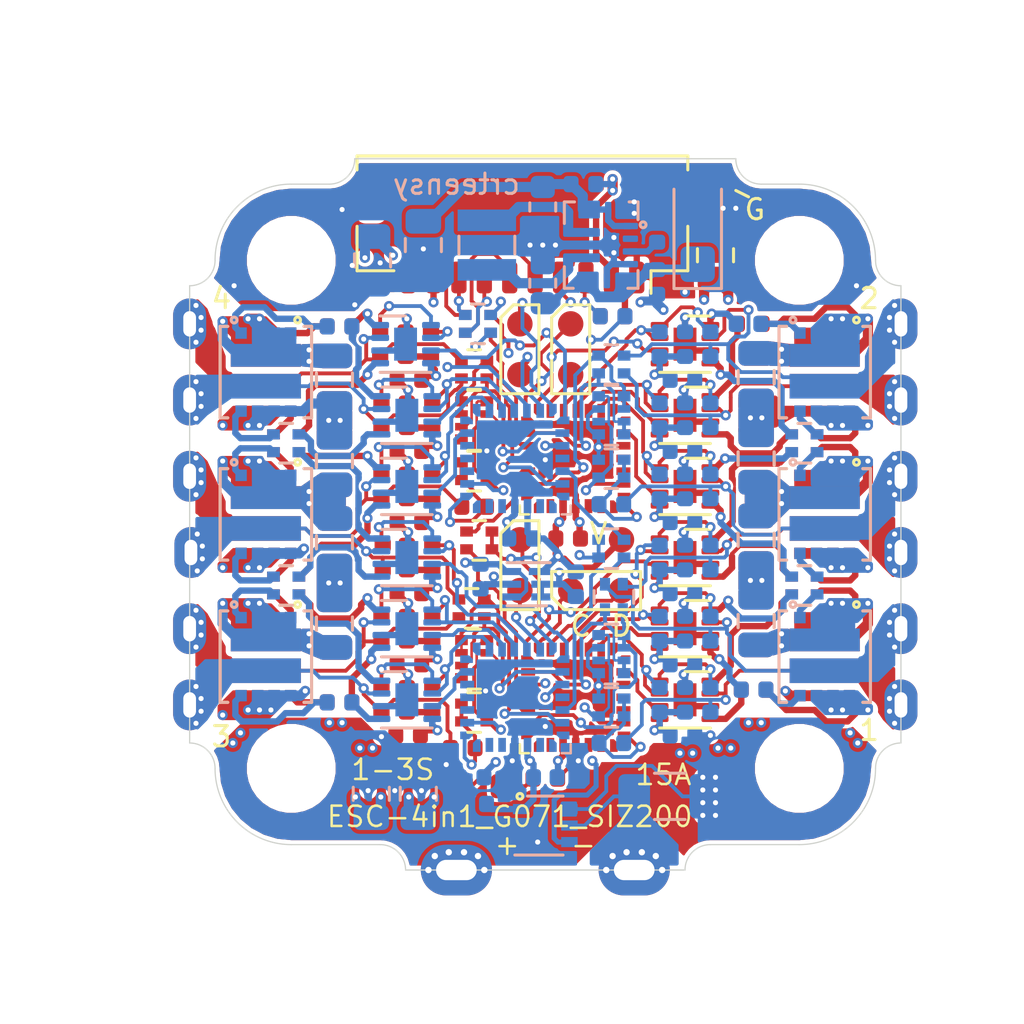
<source format=kicad_pcb>
(kicad_pcb (version 20171130) (host pcbnew 5.1.6-c6e7f7d~87~ubuntu18.04.1)
  (layers (0 "F.Cu_(sig)" signal) (1 "In1.Cu_(power)" signal) (2 "In2.Cu_(gnd)" signal) (31 "B.Cu_(sig)" signal) (34 B.Paste user) (35 F.Paste user) (36 B.SilkS user) (37 F.SilkS user) (38 B.Mask user) (39 F.Mask user) (44 Edge.Cuts user))
  (net 0 "")
  (net 1 "Net-(U1-Pad1)")
  (net 2 "Net-(U1-Pad28)")
  (net 3 "Net-(U1-Pad7)")
  (net 4 "Net-(U1-Pad25)")
  (net 5 "Net-(U1-Pad12)")
  (net 6 "Net-(U1-Pad11)")
  (net 7 "Net-(U1-Pad10)")
  (net 8 "Net-(U1-Pad6)")
  (net 9 "Net-(U1-Pad5)")
  (net 10 "Net-(U1-Pad2)")
  (net 11 "Net-(C1-Pad2)")
  (net 12 +5V)
  (net 13 +BATT)
  (net 14 GND)
  (net 15 /ESC1_A)
  (net 16 "Net-(C2-Pad2)")
  (net 17 /ESC1_B)
  (net 18 "Net-(C3-Pad2)")
  (net 19 /ESC1_C)
  (net 20 "Net-(C8-Pad2)")
  (net 21 /ESC2_A)
  (net 22 "Net-(C10-Pad2)")
  (net 23 /ESC2_B)
  (net 24 "Net-(C12-Pad2)")
  (net 25 /ESC2_C)
  (net 26 "Net-(C13-Pad2)")
  (net 27 "Net-(C15-Pad2)")
  (net 28 "Net-(C17-Pad2)")
  (net 29 +3V3)
  (net 30 /IBat)
  (net 31 "Net-(L1-Pad2)")
  (net 32 "Net-(L1-Pad1)")
  (net 33 "Net-(R2-Pad2)")
  (net 34 "Net-(U14-Pad2)")
  (net 35 /ESC1_A_EN)
  (net 36 /ESC1_A_PWM)
  (net 37 /ESC1_B_EN)
  (net 38 /ESC1_B_PWM)
  (net 39 /ESC1_C_EN)
  (net 40 /ESC1_C_PWM)
  (net 41 /ESC2_A_EN)
  (net 42 /ESC2_A_PWM)
  (net 43 /ESC2_B_EN)
  (net 44 /ESC2_B_PWM)
  (net 45 /ESC2_C_EN)
  (net 46 /ESC2_C_PWM)
  (net 47 /ESC1_MC)
  (net 48 /ESC1_MA)
  (net 49 /ESC1_IN)
  (net 50 /ESC1_MB)
  (net 51 /ESC1_Y)
  (net 52 /ESCx_tele)
  (net 53 /ESC1_SWDCLK)
  (net 54 /ESC1_SWDIO)
  (net 55 /ESC2_Y)
  (net 56 "Net-(U17-Pad1)")
  (net 57 "Net-(U17-Pad28)")
  (net 58 /ESC2_SWDCLK)
  (net 59 "Net-(U17-Pad7)")
  (net 60 /ESC2_MC)
  (net 61 /ESC2_MA)
  (net 62 "Net-(U17-Pad25)")
  (net 63 /ESC2_IN)
  (net 64 /ESC2_MB)
  (net 65 /ESC2_SWDIO)
  (net 66 "Net-(U17-Pad12)")
  (net 67 "Net-(U17-Pad11)")
  (net 68 "Net-(U17-Pad10)")
  (net 69 "Net-(U17-Pad6)")
  (net 70 "Net-(U17-Pad5)")
  (net 71 "Net-(U17-Pad2)")
  (net 72 "Net-(C24-Pad2)")
  (net 73 /ESC4_A)
  (net 74 "Net-(C27-Pad2)")
  (net 75 /ESC4_B)
  (net 76 "Net-(C29-Pad2)")
  (net 77 /ESC4_C)
  (net 78 "Net-(C31-Pad2)")
  (net 79 /ESC3_A)
  (net 80 "Net-(C34-Pad2)")
  (net 81 /ESC3_B)
  (net 82 "Net-(C36-Pad2)")
  (net 83 /ESC3_C)
  (net 84 /ESC4_A_PWM)
  (net 85 /ESC4_B_PWM)
  (net 86 /ESC4_C_PWM)
  (net 87 /ESC3_A_PWM)
  (net 88 /ESC3_B_PWM)
  (net 89 /ESC3_C_PWM)
  (net 90 /ESC4_Y)
  (net 91 /ESC3_Y)
  (net 92 /ESC4_A_EN)
  (net 93 /ESC4_B_EN)
  (net 94 "Net-(U21-Pad1)")
  (net 95 "Net-(U21-Pad28)")
  (net 96 /ESC4_SWDCLK)
  (net 97 "Net-(U21-Pad7)")
  (net 98 /ESC4_MC)
  (net 99 /ESC4_MA)
  (net 100 "Net-(U21-Pad25)")
  (net 101 /ESC4_IN)
  (net 102 /ESC4_MB)
  (net 103 /ESC4_SWDIO)
  (net 104 /ESC4_C_EN)
  (net 105 "Net-(U21-Pad12)")
  (net 106 "Net-(U21-Pad11)")
  (net 107 "Net-(U21-Pad10)")
  (net 108 "Net-(U21-Pad6)")
  (net 109 "Net-(U21-Pad5)")
  (net 110 "Net-(U21-Pad2)")
  (net 111 /ESC3_A_EN)
  (net 112 /ESC3_B_EN)
  (net 113 "Net-(U28-Pad1)")
  (net 114 "Net-(U28-Pad28)")
  (net 115 /ESC3_SWDCLK)
  (net 116 "Net-(U28-Pad7)")
  (net 117 /ESC3_MC)
  (net 118 /ESC3_MA)
  (net 119 "Net-(U28-Pad25)")
  (net 120 /ESC3_IN)
  (net 121 /ESC3_MB)
  (net 122 /ESC3_SWDIO)
  (net 123 /ESC3_C_EN)
  (net 124 "Net-(U28-Pad12)")
  (net 125 "Net-(U28-Pad11)")
  (net 126 "Net-(U28-Pad10)")
  (net 127 "Net-(U28-Pad6)")
  (net 128 "Net-(U28-Pad5)")
  (net 129 "Net-(U28-Pad2)")
  (net 130 /ESC4_A_DRVH)
  (net 131 /ESC4_B_DRVH)
  (net 132 /ESC4_B_GH)
  (net 133 /ESC4_A_GL)
  (net 134 /ESC4_C_DRVL)
  (net 135 /ESC4_B_DRVL)
  (net 136 /ESC4_C_GL)
  (net 137 /ESC4_B_GL)
  (net 138 /ESC4_C_DRVH)
  (net 139 /ESC3_C_DRVL)
  (net 140 /ESC3_C_GL)
  (net 141 /ESC4_C_GH)
  (net 142 /ESC4_A_DRVL)
  (net 143 /ESC4_A_GH)
  (net 144 /ESC3_A_DRVH)
  (net 145 /ESC3_A_DRVL)
  (net 146 /ESC3_A_GH)
  (net 147 /ESC3_A_GL)
  (net 148 /ESC3_B_DRVH)
  (net 149 /ESC3_B_DRVL)
  (net 150 /ESC3_B_GH)
  (net 151 /ESC3_B_GL)
  (net 152 /ESC3_C_DRVH)
  (net 153 /ESC3_C_GH)
  (net 154 /ESC1_A_DRVH)
  (net 155 /ESC1_A_DRVL)
  (net 156 /ESC1_A_GH)
  (net 157 /ESC1_A_GL)
  (net 158 /ESC1_B_DRVH)
  (net 159 /ESC1_B_DRVL)
  (net 160 /ESC1_B_GH)
  (net 161 /ESC1_B_GL)
  (net 162 /ESC1_C_DRVH)
  (net 163 /ESC1_C_DRVL)
  (net 164 /ESC1_C_GH)
  (net 165 /ESC1_C_GL)
  (net 166 /ESC2_A_DRVH)
  (net 167 /ESC2_A_DRVL)
  (net 168 /ESC2_A_GH)
  (net 169 /ESC2_A_GL)
  (net 170 /ESC2_B_DRVH)
  (net 171 /ESC2_B_DRVL)
  (net 172 /ESC2_B_GH)
  (net 173 /ESC2_B_GL)
  (net 174 /ESC2_C_DRVH)
  (net 175 /ESC2_C_DRVL)
  (net 176 /ESC2_C_GH)
  (net 177 /ESC2_C_GL)
  (net 178 "Net-(U1-Pad14)")
  (net 179 "Net-(U1-Pad15)")
  (net 180 "Net-(U17-Pad15)")
  (net 181 "Net-(U17-Pad14)")
  (net 182 "Net-(U21-Pad15)")
  (net 183 "Net-(U21-Pad14)")
  (net 184 "Net-(U28-Pad15)")
  (net 185 "Net-(U28-Pad14)")
  (net 186 "Net-(J1-Pad8)")
  (net 187 "Net-(J1-Pad7)")
  (net 188 "Net-(J1-Pad6)")
  (net 189 "Net-(J1-Pad5)")
  (net 190 /ESC2_tele_o)
  (net 191 /ESC1_tele_o)
  (net 192 /ESC4_tele_o)
  (net 193 /ESC3_tele_o)
  (net 194 /Batt-)
  (net 195 "Net-(D1-Pad1)")
  (module 11_PSoC_FC_whoop:batt_pad_wide_relaxed (layer "F.Cu_(sig)") (at 139.5 89)
    (fp_text reference TP8 hide)
    (fp_text value TestPoint_Flag)
    (pad 1 thru_hole circle (at 1.1 0) (size 0.5 0.5) (drill 0.25) (layers *.Cu *.Mask) (net 194 /Batt-))
    (pad 1 thru_hole circle (at -1.1 0) (size 0.5 0.5) (drill 0.25) (layers *.Cu *.Mask) (net 194 /Batt-))
    (pad 1 thru_hole circle (at 0.85 -0.55) (size 0.5 0.5) (drill 0.25) (layers *.Cu *.Mask) (net 194 /Batt-))
    (pad 1 thru_hole circle (at 0.3 -0.7) (size 0.5 0.5) (drill 0.25) (layers *.Cu *.Mask) (net 194 /Batt-))
    (pad 1 thru_hole circle (at -0.85 -0.55) (size 0.5 0.5) (drill 0.25) (layers *.Cu *.Mask) (net 194 /Batt-))
    (pad 1 thru_hole oval (at 0 0) (size 2.8 2) (drill oval 1.6 0.8) (layers *.Cu *.Mask) (net 194 /Batt-))
    (pad 1 thru_hole circle (at -0.3 -0.7) (size 0.5 0.5) (drill 0.25) (layers *.Cu *.Mask) (net 194 /Batt-))
  )
  (module 11_PSoC_FC_whoop:batt_pad_wide_relaxed (layer "F.Cu_(sig)") (at 132.5 89)
    (fp_text reference TP7 hide)
    (fp_text value TestPoint_Flag)
    (pad 1 thru_hole circle (at 1.1 0) (size 0.5 0.5) (drill 0.25) (layers *.Cu *.Mask) (net 13 +BATT))
    (pad 1 thru_hole circle (at -1.1 0) (size 0.5 0.5) (drill 0.25) (layers *.Cu *.Mask) (net 13 +BATT))
    (pad 1 thru_hole circle (at 0.85 -0.55) (size 0.5 0.5) (drill 0.25) (layers *.Cu *.Mask) (net 13 +BATT))
    (pad 1 thru_hole circle (at 0.3 -0.7) (size 0.5 0.5) (drill 0.25) (layers *.Cu *.Mask) (net 13 +BATT))
    (pad 1 thru_hole circle (at -0.85 -0.55) (size 0.5 0.5) (drill 0.25) (layers *.Cu *.Mask) (net 13 +BATT))
    (pad 1 thru_hole oval (at 0 0) (size 2.8 2) (drill oval 1.6 0.8) (layers *.Cu *.Mask) (net 13 +BATT))
    (pad 1 thru_hole circle (at -0.3 -0.7) (size 0.5 0.5) (drill 0.25) (layers *.Cu *.Mask) (net 13 +BATT))
  )
  (module 11_PSoC_FC_whoop:esc_pad_relaxed_n4 (layer "F.Cu_(sig)") (at 150 70.5 90)
    (fp_text reference TP5 hide)
    (fp_text value TestPoint_Flag)
    (pad 1 thru_hole oval (at 0.25 -0.45 90) (size 0.4 0.4) (drill 0.2) (layers *.Cu *.Mask) (net 23 /ESC2_B))
    (pad 1 thru_hole oval (at 0.725 -0.25 90) (size 0.4 0.4) (drill 0.2) (layers *.Cu *.Mask) (net 23 /ESC2_B))
    (pad 1 thru_hole oval (at -0.25 -0.45 90) (size 0.4 0.4) (drill 0.2) (layers *.Cu *.Mask) (net 23 /ESC2_B))
    (pad 1 thru_hole oval (at -0.725 -0.25 90) (size 0.4 0.4) (drill 0.2) (layers *.Cu *.Mask) (net 23 /ESC2_B))
    (pad 1 thru_hole oval (at 0 0 90) (size 2 1.3) (drill oval 1 0.5) (layers *.Cu *.Mask) (net 23 /ESC2_B))
  )
  (module 11_PSoC_FC_whoop:esc_pad_relaxed_n4 (layer "F.Cu_(sig)") (at 122 82.5 270)
    (fp_text reference TP14 hide)
    (fp_text value TestPoint_Flag)
    (pad 1 thru_hole oval (at 0.25 -0.45 270) (size 0.4 0.4) (drill 0.2) (layers *.Cu *.Mask) (net 83 /ESC3_C))
    (pad 1 thru_hole oval (at 0.725 -0.25 270) (size 0.4 0.4) (drill 0.2) (layers *.Cu *.Mask) (net 83 /ESC3_C))
    (pad 1 thru_hole oval (at -0.25 -0.45 270) (size 0.4 0.4) (drill 0.2) (layers *.Cu *.Mask) (net 83 /ESC3_C))
    (pad 1 thru_hole oval (at -0.725 -0.25 270) (size 0.4 0.4) (drill 0.2) (layers *.Cu *.Mask) (net 83 /ESC3_C))
    (pad 1 thru_hole oval (at 0 0 270) (size 2 1.3) (drill oval 1 0.5) (layers *.Cu *.Mask) (net 83 /ESC3_C))
  )
  (module 11_PSoC_FC_whoop:esc_pad_relaxed_n4 (layer "F.Cu_(sig)") (at 122.000001 79.5 270)
    (fp_text reference TP13 hide)
    (fp_text value TestPoint_Flag)
    (pad 1 thru_hole oval (at 0.25 -0.45 270) (size 0.4 0.4) (drill 0.2) (layers *.Cu *.Mask) (net 81 /ESC3_B))
    (pad 1 thru_hole oval (at 0.725 -0.25 270) (size 0.4 0.4) (drill 0.2) (layers *.Cu *.Mask) (net 81 /ESC3_B))
    (pad 1 thru_hole oval (at -0.25 -0.45 270) (size 0.4 0.4) (drill 0.2) (layers *.Cu *.Mask) (net 81 /ESC3_B))
    (pad 1 thru_hole oval (at -0.725 -0.25 270) (size 0.4 0.4) (drill 0.2) (layers *.Cu *.Mask) (net 81 /ESC3_B))
    (pad 1 thru_hole oval (at 0 0 270) (size 2 1.3) (drill oval 1 0.5) (layers *.Cu *.Mask) (net 81 /ESC3_B))
  )
  (module 11_PSoC_FC_whoop:esc_pad_relaxed_n4 (layer "F.Cu_(sig)") (at 122.05 76.5 270)
    (fp_text reference TP12 hide)
    (fp_text value TestPoint_Flag)
    (pad 1 thru_hole oval (at 0.25 -0.45 270) (size 0.4 0.4) (drill 0.2) (layers *.Cu *.Mask) (net 79 /ESC3_A))
    (pad 1 thru_hole oval (at 0.725 -0.25 270) (size 0.4 0.4) (drill 0.2) (layers *.Cu *.Mask) (net 79 /ESC3_A))
    (pad 1 thru_hole oval (at -0.25 -0.45 270) (size 0.4 0.4) (drill 0.2) (layers *.Cu *.Mask) (net 79 /ESC3_A))
    (pad 1 thru_hole oval (at -0.725 -0.25 270) (size 0.4 0.4) (drill 0.2) (layers *.Cu *.Mask) (net 79 /ESC3_A))
    (pad 1 thru_hole oval (at 0 0 270) (size 2 1.3) (drill oval 1 0.5) (layers *.Cu *.Mask) (net 79 /ESC3_A))
  )
  (module 11_PSoC_FC_whoop:esc_pad_relaxed_n4 (layer "F.Cu_(sig)") (at 122 73.5 270)
    (fp_text reference TP11 hide)
    (fp_text value TestPoint_Flag)
    (pad 1 thru_hole oval (at 0.25 -0.45 270) (size 0.4 0.4) (drill 0.2) (layers *.Cu *.Mask) (net 77 /ESC4_C))
    (pad 1 thru_hole oval (at 0.725 -0.25 270) (size 0.4 0.4) (drill 0.2) (layers *.Cu *.Mask) (net 77 /ESC4_C))
    (pad 1 thru_hole oval (at -0.25 -0.45 270) (size 0.4 0.4) (drill 0.2) (layers *.Cu *.Mask) (net 77 /ESC4_C))
    (pad 1 thru_hole oval (at -0.725 -0.25 270) (size 0.4 0.4) (drill 0.2) (layers *.Cu *.Mask) (net 77 /ESC4_C))
    (pad 1 thru_hole oval (at 0 0 270) (size 2 1.3) (drill oval 1 0.5) (layers *.Cu *.Mask) (net 77 /ESC4_C))
  )
  (module 11_PSoC_FC_whoop:esc_pad_relaxed_n4 (layer "F.Cu_(sig)") (at 122.000001 70.5 270)
    (fp_text reference TP10 hide)
    (fp_text value TestPoint_Flag)
    (pad 1 thru_hole oval (at 0.25 -0.45 270) (size 0.4 0.4) (drill 0.2) (layers *.Cu *.Mask) (net 75 /ESC4_B))
    (pad 1 thru_hole oval (at 0.725 -0.25 270) (size 0.4 0.4) (drill 0.2) (layers *.Cu *.Mask) (net 75 /ESC4_B))
    (pad 1 thru_hole oval (at -0.25 -0.45 270) (size 0.4 0.4) (drill 0.2) (layers *.Cu *.Mask) (net 75 /ESC4_B))
    (pad 1 thru_hole oval (at -0.725 -0.25 270) (size 0.4 0.4) (drill 0.2) (layers *.Cu *.Mask) (net 75 /ESC4_B))
    (pad 1 thru_hole oval (at 0 0 270) (size 2 1.3) (drill oval 1 0.5) (layers *.Cu *.Mask) (net 75 /ESC4_B))
  )
  (module 11_PSoC_FC_whoop:esc_pad_relaxed_n4 (layer "F.Cu_(sig)") (at 122 67.5 270)
    (fp_text reference TP9 hide)
    (fp_text value TestPoint_Flag)
    (pad 1 thru_hole oval (at 0.25 -0.45 270) (size 0.4 0.4) (drill 0.2) (layers *.Cu *.Mask) (net 73 /ESC4_A))
    (pad 1 thru_hole oval (at 0.725 -0.25 270) (size 0.4 0.4) (drill 0.2) (layers *.Cu *.Mask) (net 73 /ESC4_A))
    (pad 1 thru_hole oval (at -0.25 -0.45 270) (size 0.4 0.4) (drill 0.2) (layers *.Cu *.Mask) (net 73 /ESC4_A))
    (pad 1 thru_hole oval (at -0.725 -0.25 270) (size 0.4 0.4) (drill 0.2) (layers *.Cu *.Mask) (net 73 /ESC4_A))
    (pad 1 thru_hole oval (at 0 0 270) (size 2 1.3) (drill oval 1 0.5) (layers *.Cu *.Mask) (net 73 /ESC4_A))
  )
  (module 11_PSoC_FC_whoop:esc_pad_relaxed_n4 (layer "F.Cu_(sig)") (at 150 73.5 90)
    (fp_text reference TP6 hide)
    (fp_text value TestPoint_Flag)
    (pad 1 thru_hole oval (at 0.25 -0.45 90) (size 0.4 0.4) (drill 0.2) (layers *.Cu *.Mask) (net 25 /ESC2_C))
    (pad 1 thru_hole oval (at 0.725 -0.25 90) (size 0.4 0.4) (drill 0.2) (layers *.Cu *.Mask) (net 25 /ESC2_C))
    (pad 1 thru_hole oval (at -0.25 -0.45 90) (size 0.4 0.4) (drill 0.2) (layers *.Cu *.Mask) (net 25 /ESC2_C))
    (pad 1 thru_hole oval (at -0.725 -0.25 90) (size 0.4 0.4) (drill 0.2) (layers *.Cu *.Mask) (net 25 /ESC2_C))
    (pad 1 thru_hole oval (at 0 0 90) (size 2 1.3) (drill oval 1 0.5) (layers *.Cu *.Mask) (net 25 /ESC2_C))
  )
  (module 11_PSoC_FC_whoop:esc_pad_relaxed_n4 (layer "F.Cu_(sig)") (at 150 67.5 90)
    (fp_text reference TP4 hide)
    (fp_text value TestPoint_Flag)
    (pad 1 thru_hole oval (at 0.25 -0.45 90) (size 0.4 0.4) (drill 0.2) (layers *.Cu *.Mask) (net 21 /ESC2_A))
    (pad 1 thru_hole oval (at 0.725 -0.25 90) (size 0.4 0.4) (drill 0.2) (layers *.Cu *.Mask) (net 21 /ESC2_A))
    (pad 1 thru_hole oval (at -0.25 -0.45 90) (size 0.4 0.4) (drill 0.2) (layers *.Cu *.Mask) (net 21 /ESC2_A))
    (pad 1 thru_hole oval (at -0.725 -0.25 90) (size 0.4 0.4) (drill 0.2) (layers *.Cu *.Mask) (net 21 /ESC2_A))
    (pad 1 thru_hole oval (at 0 0 90) (size 2 1.3) (drill oval 1 0.5) (layers *.Cu *.Mask) (net 21 /ESC2_A))
  )
  (module 11_PSoC_FC_whoop:esc_pad_relaxed_n4 (layer "F.Cu_(sig)") (at 150 82.5 90)
    (fp_text reference TP3 hide)
    (fp_text value TestPoint_Flag)
    (pad 1 thru_hole oval (at 0.25 -0.45 90) (size 0.4 0.4) (drill 0.2) (layers *.Cu *.Mask) (net 19 /ESC1_C))
    (pad 1 thru_hole oval (at 0.725 -0.25 90) (size 0.4 0.4) (drill 0.2) (layers *.Cu *.Mask) (net 19 /ESC1_C))
    (pad 1 thru_hole oval (at -0.25 -0.45 90) (size 0.4 0.4) (drill 0.2) (layers *.Cu *.Mask) (net 19 /ESC1_C))
    (pad 1 thru_hole oval (at -0.725 -0.25 90) (size 0.4 0.4) (drill 0.2) (layers *.Cu *.Mask) (net 19 /ESC1_C))
    (pad 1 thru_hole oval (at 0 0 90) (size 2 1.3) (drill oval 1 0.5) (layers *.Cu *.Mask) (net 19 /ESC1_C))
  )
  (module 11_PSoC_FC_whoop:esc_pad_relaxed_n4 (layer "F.Cu_(sig)") (at 149.999999 79.5 90)
    (fp_text reference TP2 hide)
    (fp_text value TestPoint_Flag)
    (pad 1 thru_hole oval (at 0.25 -0.45 90) (size 0.4 0.4) (drill 0.2) (layers *.Cu *.Mask) (net 17 /ESC1_B))
    (pad 1 thru_hole oval (at 0.725 -0.25 90) (size 0.4 0.4) (drill 0.2) (layers *.Cu *.Mask) (net 17 /ESC1_B))
    (pad 1 thru_hole oval (at -0.25 -0.45 90) (size 0.4 0.4) (drill 0.2) (layers *.Cu *.Mask) (net 17 /ESC1_B))
    (pad 1 thru_hole oval (at -0.725 -0.25 90) (size 0.4 0.4) (drill 0.2) (layers *.Cu *.Mask) (net 17 /ESC1_B))
    (pad 1 thru_hole oval (at 0 0 90) (size 2 1.3) (drill oval 1 0.5) (layers *.Cu *.Mask) (net 17 /ESC1_B))
  )
  (module 11_PSoC_FC_whoop:esc_pad_relaxed_n4 (layer "F.Cu_(sig)") (at 150 76.5 90)
    (fp_text reference TP1 hide)
    (fp_text value TestPoint_Flag)
    (pad 1 thru_hole oval (at 0.25 -0.45 90) (size 0.4 0.4) (drill 0.2) (layers *.Cu *.Mask) (net 15 /ESC1_A))
    (pad 1 thru_hole oval (at 0.725 -0.25 90) (size 0.4 0.4) (drill 0.2) (layers *.Cu *.Mask) (net 15 /ESC1_A))
    (pad 1 thru_hole oval (at -0.25 -0.45 90) (size 0.4 0.4) (drill 0.2) (layers *.Cu *.Mask) (net 15 /ESC1_A))
    (pad 1 thru_hole oval (at -0.725 -0.25 90) (size 0.4 0.4) (drill 0.2) (layers *.Cu *.Mask) (net 15 /ESC1_A))
    (pad 1 thru_hole oval (at 0 0 90) (size 2 1.3) (drill oval 1 0.5) (layers *.Cu *.Mask) (net 15 /ESC1_A))
  )
  (module LED_SMD:LED_0603_1608Metric (layer "F.Cu_(sig)") (at 133.5 85.7 180)
    (fp_text reference D1 hide)
    (fp_text value LED hide)
    (pad 2 smd roundrect (at 0.7875 0 180) (size 0.875 0.95) (layers "F.Cu_(sig)" F.Paste F.Mask) (net 29 +3V3))
    (pad 1 smd roundrect (at -0.7875 0 180) (size 0.875 0.95) (layers "F.Cu_(sig)" F.Paste F.Mask) (net 195 "Net-(D1-Pad1)"))
  )
  (module Resistor_SMD:R_0402_1005Metric (layer "F.Cu_(sig)") (at 136 85.4 180)
    (fp_text reference R27 hide)
    (fp_text value 1k hide)
    (pad 2 smd roundrect (at 0.485 0 180) (size 0.59 0.64) (layers "F.Cu_(sig)" F.Paste F.Mask) (net 195 "Net-(D1-Pad1)"))
    (pad 1 smd roundrect (at -0.485 0 180) (size 0.59 0.64) (layers "F.Cu_(sig)" F.Paste F.Mask) (net 14 GND))
  )
  (module ultimateFC:TEXAS_15-VQFN-HR (layer "B.Cu_(sig)") (at 138.2 64.4 270)
    (fp_text reference U14 hide)
    (fp_text value TPS630701 hide)
    (pad 13 smd roundrect (at -1.4 0.475 180) (size 0.85 0.7) (layers "B.Cu_(sig)") (roundrect_rratio 0.07099999999999999) (net 26 "Net-(C13-Pad2)"))
    (pad 7 smd roundrect (at 1.4 0.525 180) (size 0.85 0.7) (layers "B.Cu_(sig)") (roundrect_rratio 0.07099999999999999) (net 27 "Net-(C15-Pad2)"))
    (pad 11 smd roundrect (at -0.5 0.775 270) (size 0.35 1.45) (layers "B.Cu_(sig)" B.Mask) (roundrect_rratio 0.2) (net 31 "Net-(L1-Pad2)"))
    (pad 9 smd roundrect (at 0.5 0.775 270) (size 0.35 1.45) (layers "B.Cu_(sig)" B.Mask) (roundrect_rratio 0.2) (net 32 "Net-(L1-Pad1)"))
    (pad 10 smd roundrect (at 0 0.6 270) (size 0.35 1.8) (layers "B.Cu_(sig)" B.Mask) (roundrect_rratio 0.2) (net 14 GND))
    (pad 15 smd roundrect (at -1.4 -0.775) (size 0.25 0.6) (layers "B.Cu_(sig)" B.Paste B.Mask) (roundrect_rratio 0.2) (net 14 GND))
    (pad 13 smd roundrect (at -1.4 0.225) (size 0.25 0.6) (layers "B.Cu_(sig)" B.Paste B.Mask) (roundrect_rratio 0.2) (net 26 "Net-(C13-Pad2)"))
    (pad 14 smd roundrect (at -1.4 -0.275) (size 0.25 0.6) (layers "B.Cu_(sig)" B.Paste B.Mask) (roundrect_rratio 0.2) (net 26 "Net-(C13-Pad2)"))
    (pad 13 smd roundrect (at -1.4 0.725) (size 0.25 0.6) (layers "B.Cu_(sig)" B.Paste B.Mask) (roundrect_rratio 0.2) (net 26 "Net-(C13-Pad2)"))
    (pad 13 smd rect (at -1.225 0.5 270) (size 0.25 0.6) (layers "B.Cu_(sig)" B.Paste B.Mask) (net 26 "Net-(C13-Pad2)"))
    (pad 7 smd rect (at 1.225 0.525 90) (size 0.25 0.6) (layers "B.Cu_(sig)" B.Paste B.Mask) (net 27 "Net-(C15-Pad2)"))
    (pad 7 smd roundrect (at 1.4 0.775 180) (size 0.25 0.6) (layers "B.Cu_(sig)" B.Paste B.Mask) (roundrect_rratio 0.2) (net 27 "Net-(C15-Pad2)"))
    (pad 7 smd roundrect (at 1.4 0.275 180) (size 0.25 0.6) (layers "B.Cu_(sig)" B.Paste B.Mask) (roundrect_rratio 0.2) (net 27 "Net-(C15-Pad2)"))
    (pad 6 smd roundrect (at 1.4 -0.225 180) (size 0.25 0.6) (layers "B.Cu_(sig)" B.Paste B.Mask) (roundrect_rratio 0.2) (net 14 GND))
    (pad 5 smd roundrect (at 1.4 -0.725 180) (size 0.25 0.6) (layers "B.Cu_(sig)" B.Paste B.Mask) (roundrect_rratio 0.2) (net 27 "Net-(C15-Pad2)"))
    (pad 4 smd roundrect (at 0.75 -1.15 270) (size 0.25 0.6) (layers "B.Cu_(sig)" B.Paste B.Mask) (roundrect_rratio 0.2) (net 14 GND))
    (pad 3 smd roundrect (at 0.25 -1.15 270) (size 0.25 0.6) (layers "B.Cu_(sig)" B.Paste B.Mask) (roundrect_rratio 0.2) (net 28 "Net-(C17-Pad2)"))
    (pad 2 smd roundrect (at -0.25 -1.15 270) (size 0.25 0.6) (layers "B.Cu_(sig)" B.Paste B.Mask) (roundrect_rratio 0.2) (net 34 "Net-(U14-Pad2)"))
    (pad 1 smd roundrect (at -0.75 -1.15 270) (size 0.25 0.6) (layers "B.Cu_(sig)" B.Paste B.Mask) (roundrect_rratio 0.2) (net 26 "Net-(C13-Pad2)"))
  )
  (module 11_PSoC_FC_whoop:PowerPAIR3.3x3.3_splitpaste (layer "B.Cu_(sig)") (at 125 80.6)
    (fp_text reference U31 hide)
    (fp_text value SIZ200DT-T1-GE3 hide)
    (pad 1 smd rect (at -0.975 -1.536) (size 0.45 0.45) (layers "B.Cu_(sig)" B.Paste B.Mask) (net 153 /ESC3_C_GH))
    (pad 2 smd rect (at -0.325 -1.536) (size 0.45 0.45) (layers "B.Cu_(sig)" B.Paste B.Mask) (net 13 +BATT))
    (pad 2 smd rect (at 0.325 -1.536) (size 0.45 0.45) (layers "B.Cu_(sig)" B.Paste B.Mask) (net 13 +BATT))
    (pad 2 smd rect (at 0.975 -1.536) (size 0.45 0.45) (layers "B.Cu_(sig)" B.Paste B.Mask) (net 13 +BATT))
    (pad 2 smd rect (at 0 -0.66) (size 2.76 0.9) (layers "B.Cu_(sig)" B.Mask) (net 13 +BATT))
    (pad 3 smd rect (at 0 0.555) (size 2.76 0.97) (layers "B.Cu_(sig)" B.Mask) (net 83 /ESC3_C))
    (pad 4 smd rect (at 0.975 1.536) (size 0.45 0.45) (layers "B.Cu_(sig)" B.Paste B.Mask) (net 14 GND))
    (pad 4 smd rect (at 0.325 1.536) (size 0.45 0.45) (layers "B.Cu_(sig)" B.Paste B.Mask) (net 14 GND))
    (pad 4 smd rect (at -0.325 1.536) (size 0.45 0.45) (layers "B.Cu_(sig)" B.Paste B.Mask) (net 14 GND))
    (pad 5 smd rect (at -0.975 1.536) (size 0.45 0.45) (layers "B.Cu_(sig)" B.Paste B.Mask) (net 140 /ESC3_C_GL))
  )
  (module 11_PSoC_FC_whoop:PowerPAIR3.3x3.3_splitpaste (layer "F.Cu_(sig)") (at 125 80.6 180)
    (fp_text reference U29 hide)
    (fp_text value SIZ200DT-T1-GE3 hide)
    (pad 1 smd rect (at -0.975 1.536 180) (size 0.45 0.45) (layers "F.Cu_(sig)" F.Paste F.Mask) (net 150 /ESC3_B_GH))
    (pad 2 smd rect (at -0.325 1.536 180) (size 0.45 0.45) (layers "F.Cu_(sig)" F.Paste F.Mask) (net 13 +BATT))
    (pad 2 smd rect (at 0.325 1.536 180) (size 0.45 0.45) (layers "F.Cu_(sig)" F.Paste F.Mask) (net 13 +BATT))
    (pad 2 smd rect (at 0.975 1.536 180) (size 0.45 0.45) (layers "F.Cu_(sig)" F.Paste F.Mask) (net 13 +BATT))
    (pad 2 smd rect (at 0 0.66 180) (size 2.76 0.9) (layers "F.Cu_(sig)" F.Mask) (net 13 +BATT))
    (pad 3 smd rect (at 0 -0.555 180) (size 2.76 0.97) (layers "F.Cu_(sig)" F.Mask) (net 81 /ESC3_B))
    (pad 4 smd rect (at 0.975 -1.536 180) (size 0.45 0.45) (layers "F.Cu_(sig)" F.Paste F.Mask) (net 14 GND))
    (pad 4 smd rect (at 0.325 -1.536 180) (size 0.45 0.45) (layers "F.Cu_(sig)" F.Paste F.Mask) (net 14 GND))
    (pad 4 smd rect (at -0.325 -1.536 180) (size 0.45 0.45) (layers "F.Cu_(sig)" F.Paste F.Mask) (net 14 GND))
    (pad 5 smd rect (at -0.975 -1.536 180) (size 0.45 0.45) (layers "F.Cu_(sig)" F.Paste F.Mask) (net 151 /ESC3_B_GL))
  )
  (module 11_PSoC_FC_whoop:PowerPAIR3.3x3.3_splitpaste (layer "B.Cu_(sig)") (at 125 75)
    (fp_text reference U26 hide)
    (fp_text value SIZ200DT-T1-GE3 hide)
    (pad 1 smd rect (at -0.975 -1.536) (size 0.45 0.45) (layers "B.Cu_(sig)" B.Paste B.Mask) (net 146 /ESC3_A_GH))
    (pad 2 smd rect (at -0.325 -1.536) (size 0.45 0.45) (layers "B.Cu_(sig)" B.Paste B.Mask) (net 13 +BATT))
    (pad 2 smd rect (at 0.325 -1.536) (size 0.45 0.45) (layers "B.Cu_(sig)" B.Paste B.Mask) (net 13 +BATT))
    (pad 2 smd rect (at 0.975 -1.536) (size 0.45 0.45) (layers "B.Cu_(sig)" B.Paste B.Mask) (net 13 +BATT))
    (pad 2 smd rect (at 0 -0.66) (size 2.76 0.9) (layers "B.Cu_(sig)" B.Mask) (net 13 +BATT))
    (pad 3 smd rect (at 0 0.555) (size 2.76 0.97) (layers "B.Cu_(sig)" B.Mask) (net 79 /ESC3_A))
    (pad 4 smd rect (at 0.975 1.536) (size 0.45 0.45) (layers "B.Cu_(sig)" B.Paste B.Mask) (net 14 GND))
    (pad 4 smd rect (at 0.325 1.536) (size 0.45 0.45) (layers "B.Cu_(sig)" B.Paste B.Mask) (net 14 GND))
    (pad 4 smd rect (at -0.325 1.536) (size 0.45 0.45) (layers "B.Cu_(sig)" B.Paste B.Mask) (net 14 GND))
    (pad 5 smd rect (at -0.975 1.536) (size 0.45 0.45) (layers "B.Cu_(sig)" B.Paste B.Mask) (net 147 /ESC3_A_GL))
  )
  (module 11_PSoC_FC_whoop:PowerPAIR3.3x3.3_splitpaste (layer "F.Cu_(sig)") (at 125 75 180)
    (fp_text reference U24 hide)
    (fp_text value SIZ200DT-T1-GE3 hide)
    (pad 1 smd rect (at -0.975 1.536 180) (size 0.45 0.45) (layers "F.Cu_(sig)" F.Paste F.Mask) (net 141 /ESC4_C_GH))
    (pad 2 smd rect (at -0.325 1.536 180) (size 0.45 0.45) (layers "F.Cu_(sig)" F.Paste F.Mask) (net 13 +BATT))
    (pad 2 smd rect (at 0.325 1.536 180) (size 0.45 0.45) (layers "F.Cu_(sig)" F.Paste F.Mask) (net 13 +BATT))
    (pad 2 smd rect (at 0.975 1.536 180) (size 0.45 0.45) (layers "F.Cu_(sig)" F.Paste F.Mask) (net 13 +BATT))
    (pad 2 smd rect (at 0 0.66 180) (size 2.76 0.9) (layers "F.Cu_(sig)" F.Mask) (net 13 +BATT))
    (pad 3 smd rect (at 0 -0.555 180) (size 2.76 0.97) (layers "F.Cu_(sig)" F.Mask) (net 77 /ESC4_C))
    (pad 4 smd rect (at 0.975 -1.536 180) (size 0.45 0.45) (layers "F.Cu_(sig)" F.Paste F.Mask) (net 14 GND))
    (pad 4 smd rect (at 0.325 -1.536 180) (size 0.45 0.45) (layers "F.Cu_(sig)" F.Paste F.Mask) (net 14 GND))
    (pad 4 smd rect (at -0.325 -1.536 180) (size 0.45 0.45) (layers "F.Cu_(sig)" F.Paste F.Mask) (net 14 GND))
    (pad 5 smd rect (at -0.975 -1.536 180) (size 0.45 0.45) (layers "F.Cu_(sig)" F.Paste F.Mask) (net 136 /ESC4_C_GL))
  )
  (module 11_PSoC_FC_whoop:PowerPAIR3.3x3.3_splitpaste (layer "B.Cu_(sig)") (at 125 69.4)
    (fp_text reference U22 hide)
    (fp_text value SIZ200DT-T1-GE3 hide)
    (pad 1 smd rect (at -0.975 -1.536) (size 0.45 0.45) (layers "B.Cu_(sig)" B.Paste B.Mask) (net 132 /ESC4_B_GH))
    (pad 2 smd rect (at -0.325 -1.536) (size 0.45 0.45) (layers "B.Cu_(sig)" B.Paste B.Mask) (net 13 +BATT))
    (pad 2 smd rect (at 0.325 -1.536) (size 0.45 0.45) (layers "B.Cu_(sig)" B.Paste B.Mask) (net 13 +BATT))
    (pad 2 smd rect (at 0.975 -1.536) (size 0.45 0.45) (layers "B.Cu_(sig)" B.Paste B.Mask) (net 13 +BATT))
    (pad 2 smd rect (at 0 -0.66) (size 2.76 0.9) (layers "B.Cu_(sig)" B.Mask) (net 13 +BATT))
    (pad 3 smd rect (at 0 0.555) (size 2.76 0.97) (layers "B.Cu_(sig)" B.Mask) (net 75 /ESC4_B))
    (pad 4 smd rect (at 0.975 1.536) (size 0.45 0.45) (layers "B.Cu_(sig)" B.Paste B.Mask) (net 14 GND))
    (pad 4 smd rect (at 0.325 1.536) (size 0.45 0.45) (layers "B.Cu_(sig)" B.Paste B.Mask) (net 14 GND))
    (pad 4 smd rect (at -0.325 1.536) (size 0.45 0.45) (layers "B.Cu_(sig)" B.Paste B.Mask) (net 14 GND))
    (pad 5 smd rect (at -0.975 1.536) (size 0.45 0.45) (layers "B.Cu_(sig)" B.Paste B.Mask) (net 137 /ESC4_B_GL))
  )
  (module 11_PSoC_FC_whoop:PowerPAIR3.3x3.3_splitpaste (layer "F.Cu_(sig)") (at 125 69.4 180)
    (fp_text reference U19 hide)
    (fp_text value SIZ200DT-T1-GE3 hide)
    (pad 1 smd rect (at -0.975 1.536 180) (size 0.45 0.45) (layers "F.Cu_(sig)" F.Paste F.Mask) (net 143 /ESC4_A_GH))
    (pad 2 smd rect (at -0.325 1.536 180) (size 0.45 0.45) (layers "F.Cu_(sig)" F.Paste F.Mask) (net 13 +BATT))
    (pad 2 smd rect (at 0.325 1.536 180) (size 0.45 0.45) (layers "F.Cu_(sig)" F.Paste F.Mask) (net 13 +BATT))
    (pad 2 smd rect (at 0.975 1.536 180) (size 0.45 0.45) (layers "F.Cu_(sig)" F.Paste F.Mask) (net 13 +BATT))
    (pad 2 smd rect (at 0 0.66 180) (size 2.76 0.9) (layers "F.Cu_(sig)" F.Mask) (net 13 +BATT))
    (pad 3 smd rect (at 0 -0.555 180) (size 2.76 0.97) (layers "F.Cu_(sig)" F.Mask) (net 73 /ESC4_A))
    (pad 4 smd rect (at 0.975 -1.536 180) (size 0.45 0.45) (layers "F.Cu_(sig)" F.Paste F.Mask) (net 14 GND))
    (pad 4 smd rect (at 0.325 -1.536 180) (size 0.45 0.45) (layers "F.Cu_(sig)" F.Paste F.Mask) (net 14 GND))
    (pad 4 smd rect (at -0.325 -1.536 180) (size 0.45 0.45) (layers "F.Cu_(sig)" F.Paste F.Mask) (net 14 GND))
    (pad 5 smd rect (at -0.975 -1.536 180) (size 0.45 0.45) (layers "F.Cu_(sig)" F.Paste F.Mask) (net 133 /ESC4_A_GL))
  )
  (module 11_PSoC_FC_whoop:PowerPAIR3.3x3.3_splitpaste (layer "B.Cu_(sig)") (at 147.000001 75)
    (fp_text reference U13 hide)
    (fp_text value SIZ200DT-T1-GE3 hide)
    (pad 1 smd rect (at -0.975 -1.536) (size 0.45 0.45) (layers "B.Cu_(sig)" B.Paste B.Mask) (net 176 /ESC2_C_GH))
    (pad 2 smd rect (at -0.325 -1.536) (size 0.45 0.45) (layers "B.Cu_(sig)" B.Paste B.Mask) (net 13 +BATT))
    (pad 2 smd rect (at 0.325 -1.536) (size 0.45 0.45) (layers "B.Cu_(sig)" B.Paste B.Mask) (net 13 +BATT))
    (pad 2 smd rect (at 0.975 -1.536) (size 0.45 0.45) (layers "B.Cu_(sig)" B.Paste B.Mask) (net 13 +BATT))
    (pad 2 smd rect (at 0 -0.66) (size 2.76 0.9) (layers "B.Cu_(sig)" B.Mask) (net 13 +BATT))
    (pad 3 smd rect (at 0 0.555) (size 2.76 0.97) (layers "B.Cu_(sig)" B.Mask) (net 25 /ESC2_C))
    (pad 4 smd rect (at 0.975 1.536) (size 0.45 0.45) (layers "B.Cu_(sig)" B.Paste B.Mask) (net 14 GND))
    (pad 4 smd rect (at 0.325 1.536) (size 0.45 0.45) (layers "B.Cu_(sig)" B.Paste B.Mask) (net 14 GND))
    (pad 4 smd rect (at -0.325 1.536) (size 0.45 0.45) (layers "B.Cu_(sig)" B.Paste B.Mask) (net 14 GND))
    (pad 5 smd rect (at -0.975 1.536) (size 0.45 0.45) (layers "B.Cu_(sig)" B.Paste B.Mask) (net 177 /ESC2_C_GL))
  )
  (module 11_PSoC_FC_whoop:PowerPAIR3.3x3.3_splitpaste (layer "F.Cu_(sig)") (at 147.000001 69.4 180)
    (fp_text reference U11 hide)
    (fp_text value SIZ200DT-T1-GE3 hide)
    (pad 1 smd rect (at -0.975 1.536 180) (size 0.45 0.45) (layers "F.Cu_(sig)" F.Paste F.Mask) (net 172 /ESC2_B_GH))
    (pad 2 smd rect (at -0.325 1.536 180) (size 0.45 0.45) (layers "F.Cu_(sig)" F.Paste F.Mask) (net 13 +BATT))
    (pad 2 smd rect (at 0.325 1.536 180) (size 0.45 0.45) (layers "F.Cu_(sig)" F.Paste F.Mask) (net 13 +BATT))
    (pad 2 smd rect (at 0.975 1.536 180) (size 0.45 0.45) (layers "F.Cu_(sig)" F.Paste F.Mask) (net 13 +BATT))
    (pad 2 smd rect (at 0 0.66 180) (size 2.76 0.9) (layers "F.Cu_(sig)" F.Mask) (net 13 +BATT))
    (pad 3 smd rect (at 0 -0.555 180) (size 2.76 0.97) (layers "F.Cu_(sig)" F.Mask) (net 23 /ESC2_B))
    (pad 4 smd rect (at 0.975 -1.536 180) (size 0.45 0.45) (layers "F.Cu_(sig)" F.Paste F.Mask) (net 14 GND))
    (pad 4 smd rect (at 0.325 -1.536 180) (size 0.45 0.45) (layers "F.Cu_(sig)" F.Paste F.Mask) (net 14 GND))
    (pad 4 smd rect (at -0.325 -1.536 180) (size 0.45 0.45) (layers "F.Cu_(sig)" F.Paste F.Mask) (net 14 GND))
    (pad 5 smd rect (at -0.975 -1.536 180) (size 0.45 0.45) (layers "F.Cu_(sig)" F.Paste F.Mask) (net 173 /ESC2_B_GL))
  )
  (module 11_PSoC_FC_whoop:PowerPAIR3.3x3.3_splitpaste (layer "B.Cu_(sig)") (at 147.000001 69.4)
    (fp_text reference U9 hide)
    (fp_text value SIZ200DT-T1-GE3 hide)
    (pad 1 smd rect (at -0.975 -1.536) (size 0.45 0.45) (layers "B.Cu_(sig)" B.Paste B.Mask) (net 168 /ESC2_A_GH))
    (pad 2 smd rect (at -0.325 -1.536) (size 0.45 0.45) (layers "B.Cu_(sig)" B.Paste B.Mask) (net 13 +BATT))
    (pad 2 smd rect (at 0.325 -1.536) (size 0.45 0.45) (layers "B.Cu_(sig)" B.Paste B.Mask) (net 13 +BATT))
    (pad 2 smd rect (at 0.975 -1.536) (size 0.45 0.45) (layers "B.Cu_(sig)" B.Paste B.Mask) (net 13 +BATT))
    (pad 2 smd rect (at 0 -0.66) (size 2.76 0.9) (layers "B.Cu_(sig)" B.Mask) (net 13 +BATT))
    (pad 3 smd rect (at 0 0.555) (size 2.76 0.97) (layers "B.Cu_(sig)" B.Mask) (net 21 /ESC2_A))
    (pad 4 smd rect (at 0.975 1.536) (size 0.45 0.45) (layers "B.Cu_(sig)" B.Paste B.Mask) (net 14 GND))
    (pad 4 smd rect (at 0.325 1.536) (size 0.45 0.45) (layers "B.Cu_(sig)" B.Paste B.Mask) (net 14 GND))
    (pad 4 smd rect (at -0.325 1.536) (size 0.45 0.45) (layers "B.Cu_(sig)" B.Paste B.Mask) (net 14 GND))
    (pad 5 smd rect (at -0.975 1.536) (size 0.45 0.45) (layers "B.Cu_(sig)" B.Paste B.Mask) (net 169 /ESC2_A_GL))
  )
  (module 11_PSoC_FC_whoop:PowerPAIR3.3x3.3_splitpaste (layer "F.Cu_(sig)") (at 147.000001 80.6 180)
    (fp_text reference U7 hide)
    (fp_text value SIZ200DT-T1-GE3 hide)
    (pad 1 smd rect (at -0.975 1.536 180) (size 0.45 0.45) (layers "F.Cu_(sig)" F.Paste F.Mask) (net 164 /ESC1_C_GH))
    (pad 2 smd rect (at -0.325 1.536 180) (size 0.45 0.45) (layers "F.Cu_(sig)" F.Paste F.Mask) (net 13 +BATT))
    (pad 2 smd rect (at 0.325 1.536 180) (size 0.45 0.45) (layers "F.Cu_(sig)" F.Paste F.Mask) (net 13 +BATT))
    (pad 2 smd rect (at 0.975 1.536 180) (size 0.45 0.45) (layers "F.Cu_(sig)" F.Paste F.Mask) (net 13 +BATT))
    (pad 2 smd rect (at 0 0.66 180) (size 2.76 0.9) (layers "F.Cu_(sig)" F.Mask) (net 13 +BATT))
    (pad 3 smd rect (at 0 -0.555 180) (size 2.76 0.97) (layers "F.Cu_(sig)" F.Mask) (net 19 /ESC1_C))
    (pad 4 smd rect (at 0.975 -1.536 180) (size 0.45 0.45) (layers "F.Cu_(sig)" F.Paste F.Mask) (net 14 GND))
    (pad 4 smd rect (at 0.325 -1.536 180) (size 0.45 0.45) (layers "F.Cu_(sig)" F.Paste F.Mask) (net 14 GND))
    (pad 4 smd rect (at -0.325 -1.536 180) (size 0.45 0.45) (layers "F.Cu_(sig)" F.Paste F.Mask) (net 14 GND))
    (pad 5 smd rect (at -0.975 -1.536 180) (size 0.45 0.45) (layers "F.Cu_(sig)" F.Paste F.Mask) (net 165 /ESC1_C_GL))
  )
  (module 11_PSoC_FC_whoop:PowerPAIR3.3x3.3_splitpaste (layer "B.Cu_(sig)") (at 147.000001 80.6)
    (fp_text reference U5 hide)
    (fp_text value SIZ200DT-T1-GE3 hide)
    (pad 1 smd rect (at -0.975 -1.536) (size 0.45 0.45) (layers "B.Cu_(sig)" B.Paste B.Mask) (net 160 /ESC1_B_GH))
    (pad 2 smd rect (at -0.325 -1.536) (size 0.45 0.45) (layers "B.Cu_(sig)" B.Paste B.Mask) (net 13 +BATT))
    (pad 2 smd rect (at 0.325 -1.536) (size 0.45 0.45) (layers "B.Cu_(sig)" B.Paste B.Mask) (net 13 +BATT))
    (pad 2 smd rect (at 0.975 -1.536) (size 0.45 0.45) (layers "B.Cu_(sig)" B.Paste B.Mask) (net 13 +BATT))
    (pad 2 smd rect (at 0 -0.66) (size 2.76 0.9) (layers "B.Cu_(sig)" B.Mask) (net 13 +BATT))
    (pad 3 smd rect (at 0 0.555) (size 2.76 0.97) (layers "B.Cu_(sig)" B.Mask) (net 17 /ESC1_B))
    (pad 4 smd rect (at 0.975 1.536) (size 0.45 0.45) (layers "B.Cu_(sig)" B.Paste B.Mask) (net 14 GND))
    (pad 4 smd rect (at 0.325 1.536) (size 0.45 0.45) (layers "B.Cu_(sig)" B.Paste B.Mask) (net 14 GND))
    (pad 4 smd rect (at -0.325 1.536) (size 0.45 0.45) (layers "B.Cu_(sig)" B.Paste B.Mask) (net 14 GND))
    (pad 5 smd rect (at -0.975 1.536) (size 0.45 0.45) (layers "B.Cu_(sig)" B.Paste B.Mask) (net 161 /ESC1_B_GL))
  )
  (module 11_PSoC_FC_whoop:PowerPAIR3.3x3.3_splitpaste (layer "F.Cu_(sig)") (at 147.000001 75 180)
    (fp_text reference U3 hide)
    (fp_text value SIZ200DT-T1-GE3 hide)
    (pad 1 smd rect (at -0.975 1.536 180) (size 0.45 0.45) (layers "F.Cu_(sig)" F.Paste F.Mask) (net 156 /ESC1_A_GH))
    (pad 2 smd rect (at -0.325 1.536 180) (size 0.45 0.45) (layers "F.Cu_(sig)" F.Paste F.Mask) (net 13 +BATT))
    (pad 2 smd rect (at 0.325 1.536 180) (size 0.45 0.45) (layers "F.Cu_(sig)" F.Paste F.Mask) (net 13 +BATT))
    (pad 2 smd rect (at 0.975 1.536 180) (size 0.45 0.45) (layers "F.Cu_(sig)" F.Paste F.Mask) (net 13 +BATT))
    (pad 2 smd rect (at 0 0.66 180) (size 2.76 0.9) (layers "F.Cu_(sig)" F.Mask) (net 13 +BATT))
    (pad 3 smd rect (at 0 -0.555 180) (size 2.76 0.97) (layers "F.Cu_(sig)" F.Mask) (net 15 /ESC1_A))
    (pad 4 smd rect (at 0.975 -1.536 180) (size 0.45 0.45) (layers "F.Cu_(sig)" F.Paste F.Mask) (net 14 GND))
    (pad 4 smd rect (at 0.325 -1.536 180) (size 0.45 0.45) (layers "F.Cu_(sig)" F.Paste F.Mask) (net 14 GND))
    (pad 4 smd rect (at -0.325 -1.536 180) (size 0.45 0.45) (layers "F.Cu_(sig)" F.Paste F.Mask) (net 14 GND))
    (pad 5 smd rect (at -0.975 -1.536 180) (size 0.45 0.45) (layers "F.Cu_(sig)" F.Paste F.Mask) (net 157 /ESC1_A_GL))
  )
  (module 11_PSoC_FC_whoop:TestPoint_Pad_D1.0mm_dense (layer "F.Cu_(sig)") (at 142.75 62)
    (fp_text reference TP24 hide)
    (fp_text value TestPoint hide)
    (pad 1 smd circle (at 0 0) (size 1 1) (layers "F.Cu_(sig)" F.Mask) (net 14 GND))
  )
  (module 11_PSoC_FC_whoop:TestPoint_Pad_D1.0mm_dense (layer "F.Cu_(sig)") (at 139 76)
    (fp_text reference TP23 hide)
    (fp_text value TestPoint hide)
    (pad 1 smd circle (at 0 0) (size 1 1) (layers "F.Cu_(sig)" F.Mask) (net 29 +3V3))
  )
  (module Capacitor_SMD:C_0402_1005Metric (layer "B.Cu_(sig)") (at 133.1 85.35)
    (fp_text reference C70 hide)
    (fp_text value 10u hide)
    (pad 2 smd roundrect (at 0.485 0) (size 0.59 0.64) (layers "B.Cu_(sig)" B.Paste B.Mask) (net 29 +3V3))
    (pad 1 smd roundrect (at -0.485 0) (size 0.59 0.64) (layers "B.Cu_(sig)" B.Paste B.Mask) (net 14 GND))
  )
  (module 11_PSoC_FC_whoop:C_0805_2012Metric_dense (layer "B.Cu_(sig)") (at 131.2 64.400001 90)
    (fp_text reference C13 hide)
    (fp_text value 10u hide)
    (pad 2 smd roundrect (at 0.9375 0 90) (size 0.975 1.4) (layers "B.Cu_(sig)" B.Paste B.Mask) (net 26 "Net-(C13-Pad2)"))
    (pad 1 smd roundrect (at -0.9375 0 90) (size 0.975 1.4) (layers "B.Cu_(sig)" B.Paste B.Mask) (net 14 GND))
  )
  (module 11_PSoC_FC_whoop:R_Array_Convex_2x0402_dense (layer "B.Cu_(sig)") (at 133.35 67.5)
    (fp_text reference RN16 hide)
    (fp_text value 1k hide)
    (pad 1 smd rect (at -0.5 0.35) (size 0.5 0.4) (layers "B.Cu_(sig)" B.Paste B.Mask) (net 187 "Net-(J1-Pad7)"))
    (pad 2 smd rect (at -0.5 -0.35) (size 0.5 0.4) (layers "B.Cu_(sig)" B.Paste B.Mask) (net 186 "Net-(J1-Pad8)"))
    (pad 3 smd rect (at 0.5 -0.35) (size 0.5 0.4) (layers "B.Cu_(sig)" B.Paste B.Mask) (net 101 /ESC4_IN))
    (pad 4 smd rect (at 0.5 0.35) (size 0.5 0.4) (layers "B.Cu_(sig)" B.Paste B.Mask) (net 120 /ESC3_IN))
  )
  (module 11_PSoC_FC_whoop:R_Array_Convex_2x0402_dense (layer "F.Cu_(sig)") (at 133.35 67.5)
    (fp_text reference RN13 hide)
    (fp_text value 1k hide)
    (pad 1 smd rect (at -0.5 -0.35) (size 0.5 0.4) (layers "F.Cu_(sig)" F.Paste F.Mask) (net 189 "Net-(J1-Pad5)"))
    (pad 2 smd rect (at -0.5 0.35) (size 0.5 0.4) (layers "F.Cu_(sig)" F.Paste F.Mask) (net 188 "Net-(J1-Pad6)"))
    (pad 3 smd rect (at 0.5 0.35) (size 0.5 0.4) (layers "F.Cu_(sig)" F.Paste F.Mask) (net 63 /ESC2_IN))
    (pad 4 smd rect (at 0.5 -0.35) (size 0.5 0.4) (layers "F.Cu_(sig)" F.Paste F.Mask) (net 49 /ESC1_IN))
  )
  (module 11_PSoC_FC_whoop:R_Array_Convex_2x0402_dense (layer "B.Cu_(sig)") (at 138.6 76.35)
    (fp_text reference RN5 hide)
    (fp_text value 1k hide)
    (pad 1 smd rect (at -0.5 0.35) (size 0.5 0.4) (layers "B.Cu_(sig)" B.Paste B.Mask) (net 52 /ESCx_tele))
    (pad 2 smd rect (at -0.5 -0.35) (size 0.5 0.4) (layers "B.Cu_(sig)" B.Paste B.Mask) (net 52 /ESCx_tele))
    (pad 3 smd rect (at 0.5 -0.35) (size 0.5 0.4) (layers "B.Cu_(sig)" B.Paste B.Mask) (net 192 /ESC4_tele_o))
    (pad 4 smd rect (at 0.5 0.35) (size 0.5 0.4) (layers "B.Cu_(sig)" B.Paste B.Mask) (net 193 /ESC3_tele_o))
  )
  (module 11_PSoC_FC_whoop:R_Array_Convex_2x0402_dense (layer "F.Cu_(sig)") (at 133.4 76.025 180)
    (fp_text reference RN2 hide)
    (fp_text value 1k hide)
    (pad 1 smd rect (at -0.5 -0.35 180) (size 0.5 0.4) (layers "F.Cu_(sig)" F.Paste F.Mask) (net 52 /ESCx_tele))
    (pad 2 smd rect (at -0.5 0.35 180) (size 0.5 0.4) (layers "F.Cu_(sig)" F.Paste F.Mask) (net 52 /ESCx_tele))
    (pad 3 smd rect (at 0.5 0.35 180) (size 0.5 0.4) (layers "F.Cu_(sig)" F.Paste F.Mask) (net 190 /ESC2_tele_o))
    (pad 4 smd rect (at 0.5 -0.35 180) (size 0.5 0.4) (layers "F.Cu_(sig)" F.Paste F.Mask) (net 191 /ESC1_tele_o))
  )
  (module Resistor_SMD:R_0402_1005Metric (layer "B.Cu_(sig)") (at 144.2 81.9 180)
    (fp_text reference R26 hide)
    (fp_text value 10R0 hide)
    (pad 2 smd roundrect (at 0.485 0 180) (size 0.59 0.64) (layers "B.Cu_(sig)" B.Paste B.Mask) (net 159 /ESC1_B_DRVL))
    (pad 1 smd roundrect (at -0.485 0 180) (size 0.59 0.64) (layers "B.Cu_(sig)" B.Paste B.Mask) (net 161 /ESC1_B_GL))
  )
  (module Resistor_SMD:R_0402_1005Metric (layer "F.Cu_(sig)") (at 127.9 82.4)
    (fp_text reference R25 hide)
    (fp_text value 10R0 hide)
    (pad 2 smd roundrect (at 0.485 0) (size 0.59 0.64) (layers "F.Cu_(sig)" F.Paste F.Mask) (net 149 /ESC3_B_DRVL))
    (pad 1 smd roundrect (at -0.485 0) (size 0.59 0.64) (layers "F.Cu_(sig)" F.Paste F.Mask) (net 151 /ESC3_B_GL))
  )
  (module Resistor_SMD:R_0402_1005Metric (layer "F.Cu_(sig)") (at 127.9 67.6)
    (fp_text reference R24 hide)
    (fp_text value 10R0 hide)
    (pad 2 smd roundrect (at 0.485 0) (size 0.59 0.64) (layers "F.Cu_(sig)" F.Paste F.Mask) (net 130 /ESC4_A_DRVH))
    (pad 1 smd roundrect (at -0.485 0) (size 0.59 0.64) (layers "F.Cu_(sig)" F.Paste F.Mask) (net 143 /ESC4_A_GH))
  )
  (module Resistor_SMD:R_0402_1005Metric (layer "F.Cu_(sig)") (at 144.05 67.5 180)
    (fp_text reference R23 hide)
    (fp_text value 10R0 hide)
    (pad 2 smd roundrect (at 0.485 0 180) (size 0.59 0.64) (layers "F.Cu_(sig)" F.Paste F.Mask) (net 170 /ESC2_B_DRVH))
    (pad 1 smd roundrect (at -0.485 0 180) (size 0.59 0.64) (layers "F.Cu_(sig)" F.Paste F.Mask) (net 172 /ESC2_B_GH))
  )
  (module Resistor_SMD:R_0402_1005Metric (layer "F.Cu_(sig)") (at 144.2 81.9 180)
    (fp_text reference R22 hide)
    (fp_text value 10R0 hide)
    (pad 2 smd roundrect (at 0.485 0 180) (size 0.59 0.64) (layers "F.Cu_(sig)" F.Paste F.Mask) (net 163 /ESC1_C_DRVL))
    (pad 1 smd roundrect (at -0.485 0 180) (size 0.59 0.64) (layers "F.Cu_(sig)" F.Paste F.Mask) (net 165 /ESC1_C_GL))
  )
  (module Resistor_SMD:R_0402_1005Metric (layer "B.Cu_(sig)") (at 127.9 82.4)
    (fp_text reference R21 hide)
    (fp_text value 10R0 hide)
    (pad 2 smd roundrect (at 0.485 0) (size 0.59 0.64) (layers "B.Cu_(sig)" B.Paste B.Mask) (net 139 /ESC3_C_DRVL))
    (pad 1 smd roundrect (at -0.485 0) (size 0.59 0.64) (layers "B.Cu_(sig)" B.Paste B.Mask) (net 140 /ESC3_C_GL))
  )
  (module Resistor_SMD:R_0402_1005Metric (layer "B.Cu_(sig)") (at 127.9 67.6)
    (fp_text reference R20 hide)
    (fp_text value 10R0 hide)
    (pad 2 smd roundrect (at 0.485 0) (size 0.59 0.64) (layers "B.Cu_(sig)" B.Paste B.Mask) (net 131 /ESC4_B_DRVH))
    (pad 1 smd roundrect (at -0.485 0) (size 0.59 0.64) (layers "B.Cu_(sig)" B.Paste B.Mask) (net 132 /ESC4_B_GH))
  )
  (module Resistor_SMD:R_0402_1005Metric (layer "B.Cu_(sig)") (at 144 67.5 180)
    (fp_text reference R19 hide)
    (fp_text value 10R0 hide)
    (pad 2 smd roundrect (at 0.485 0 180) (size 0.59 0.64) (layers "B.Cu_(sig)" B.Paste B.Mask) (net 166 /ESC2_A_DRVH))
    (pad 1 smd roundrect (at -0.485 0 180) (size 0.59 0.64) (layers "B.Cu_(sig)" B.Paste B.Mask) (net 168 /ESC2_A_GH))
  )
  (module Capacitor_SMD:C_0402_1005Metric (layer "F.Cu_(sig)") (at 130.55 73.9 270)
    (fp_text reference C69 hide)
    (fp_text value 10u hide)
    (pad 2 smd roundrect (at 0.485 0 270) (size 0.59 0.64) (layers "F.Cu_(sig)" F.Paste F.Mask) (net 12 +5V))
    (pad 1 smd roundrect (at -0.485 0 270) (size 0.59 0.64) (layers "F.Cu_(sig)" F.Paste F.Mask) (net 14 GND))
  )
  (module Capacitor_SMD:C_0402_1005Metric (layer "F.Cu_(sig)") (at 130.55 82.3 270)
    (fp_text reference C68 hide)
    (fp_text value 10u hide)
    (pad 2 smd roundrect (at 0.485 0 270) (size 0.59 0.64) (layers "F.Cu_(sig)" F.Paste F.Mask) (net 12 +5V))
    (pad 1 smd roundrect (at -0.485 0 270) (size 0.59 0.64) (layers "F.Cu_(sig)" F.Paste F.Mask) (net 14 GND))
  )
  (module Capacitor_SMD:C_0402_1005Metric (layer "F.Cu_(sig)") (at 130.55 71.1 270)
    (fp_text reference C67 hide)
    (fp_text value 10u hide)
    (pad 2 smd roundrect (at 0.485 0 270) (size 0.59 0.64) (layers "F.Cu_(sig)" F.Paste F.Mask) (net 12 +5V))
    (pad 1 smd roundrect (at -0.485 0 270) (size 0.59 0.64) (layers "F.Cu_(sig)" F.Paste F.Mask) (net 14 GND))
  )
  (module Capacitor_SMD:C_0402_1005Metric (layer "F.Cu_(sig)") (at 130.55 79.5 270)
    (fp_text reference C66 hide)
    (fp_text value 10u hide)
    (pad 2 smd roundrect (at 0.485 0 270) (size 0.59 0.64) (layers "F.Cu_(sig)" F.Paste F.Mask) (net 12 +5V))
    (pad 1 smd roundrect (at -0.485 0 270) (size 0.59 0.64) (layers "F.Cu_(sig)" F.Paste F.Mask) (net 14 GND))
  )
  (module Capacitor_SMD:C_0402_1005Metric (layer "F.Cu_(sig)") (at 130.5 68.3 270)
    (fp_text reference C65 hide)
    (fp_text value 10u hide)
    (pad 2 smd roundrect (at 0.485 0 270) (size 0.59 0.64) (layers "F.Cu_(sig)" F.Paste F.Mask) (net 12 +5V))
    (pad 1 smd roundrect (at -0.485 0 270) (size 0.59 0.64) (layers "F.Cu_(sig)" F.Paste F.Mask) (net 14 GND))
  )
  (module Capacitor_SMD:C_0402_1005Metric (layer "F.Cu_(sig)") (at 130.55 76.7 270)
    (fp_text reference C64 hide)
    (fp_text value 10u hide)
    (pad 2 smd roundrect (at 0.485 0 270) (size 0.59 0.64) (layers "F.Cu_(sig)" F.Paste F.Mask) (net 12 +5V))
    (pad 1 smd roundrect (at -0.485 0 270) (size 0.59 0.64) (layers "F.Cu_(sig)" F.Paste F.Mask) (net 14 GND))
  )
  (module Capacitor_SMD:C_0402_1005Metric (layer "B.Cu_(sig)") (at 133.2 86.4)
    (fp_text reference C63 hide)
    (fp_text value 100n hide)
    (pad 2 smd roundrect (at 0.485 0) (size 0.59 0.64) (layers "B.Cu_(sig)" B.Paste B.Mask) (net 29 +3V3))
    (pad 1 smd roundrect (at -0.485 0) (size 0.59 0.64) (layers "B.Cu_(sig)" B.Paste B.Mask) (net 14 GND))
  )
  (module Resistor_SMD:R_1206_3216Metric (layer "B.Cu_(sig)") (at 140.9 86.1 180)
    (fp_text reference R1 hide)
    (fp_text value 0m5 hide)
    (pad 2 smd roundrect (at 1.4 0 180) (size 1.25 1.75) (layers "B.Cu_(sig)" B.Paste B.Mask) (roundrect_rratio 0.2) (net 194 /Batt-))
    (pad 1 smd roundrect (at -1.4 0 180) (size 1.25 1.75) (layers "B.Cu_(sig)" B.Paste B.Mask) (roundrect_rratio 0.2) (net 14 GND))
  )
  (module Capacitor_SMD:C_0402_1005Metric (layer "B.Cu_(sig)") (at 141.5 82.3 270)
    (fp_text reference C62 hide)
    (fp_text value 10u hide)
    (pad 2 smd roundrect (at 0.485 0 270) (size 0.59 0.64) (layers "B.Cu_(sig)" B.Paste B.Mask) (net 12 +5V))
    (pad 1 smd roundrect (at -0.485 0 270) (size 0.59 0.64) (layers "B.Cu_(sig)" B.Paste B.Mask) (net 14 GND))
  )
  (module Capacitor_SMD:C_0402_1005Metric (layer "B.Cu_(sig)") (at 141.5 73.9 270)
    (fp_text reference C61 hide)
    (fp_text value 10u hide)
    (pad 2 smd roundrect (at 0.485 0 270) (size 0.59 0.64) (layers "B.Cu_(sig)" B.Paste B.Mask) (net 12 +5V))
    (pad 1 smd roundrect (at -0.485 0 270) (size 0.59 0.64) (layers "B.Cu_(sig)" B.Paste B.Mask) (net 14 GND))
  )
  (module Capacitor_SMD:C_0402_1005Metric (layer "B.Cu_(sig)") (at 141.5 76.7 270)
    (fp_text reference C60 hide)
    (fp_text value 10u hide)
    (pad 2 smd roundrect (at 0.485 0 270) (size 0.59 0.64) (layers "B.Cu_(sig)" B.Paste B.Mask) (net 12 +5V))
    (pad 1 smd roundrect (at -0.485 0 270) (size 0.59 0.64) (layers "B.Cu_(sig)" B.Paste B.Mask) (net 14 GND))
  )
  (module Capacitor_SMD:C_0402_1005Metric (layer "B.Cu_(sig)") (at 141.5 71.1 270)
    (fp_text reference C59 hide)
    (fp_text value 10u hide)
    (pad 2 smd roundrect (at 0.485 0 270) (size 0.59 0.64) (layers "B.Cu_(sig)" B.Paste B.Mask) (net 12 +5V))
    (pad 1 smd roundrect (at -0.485 0 270) (size 0.59 0.64) (layers "B.Cu_(sig)" B.Paste B.Mask) (net 14 GND))
  )
  (module Capacitor_SMD:C_0402_1005Metric (layer "B.Cu_(sig)") (at 141.5 79.5 270)
    (fp_text reference C58 hide)
    (fp_text value 10u hide)
    (pad 2 smd roundrect (at 0.485 0 270) (size 0.59 0.64) (layers "B.Cu_(sig)" B.Paste B.Mask) (net 12 +5V))
    (pad 1 smd roundrect (at -0.485 0 270) (size 0.59 0.64) (layers "B.Cu_(sig)" B.Paste B.Mask) (net 14 GND))
  )
  (module Package_TO_SOT_SMD:SOT-363_SC-70-6 (layer "B.Cu_(sig)") (at 136 87.25)
    (fp_text reference U16 hide)
    (fp_text value INA186A2 hide)
    (pad 6 smd rect (at 0.95 0.65) (size 0.65 0.4) (layers "B.Cu_(sig)" B.Paste B.Mask) (net 33 "Net-(R2-Pad2)"))
    (pad 4 smd rect (at 0.95 -0.65) (size 0.65 0.4) (layers "B.Cu_(sig)" B.Paste B.Mask) (net 14 GND))
    (pad 2 smd rect (at -0.95 0) (size 0.65 0.4) (layers "B.Cu_(sig)" B.Paste B.Mask) (net 14 GND))
    (pad 5 smd rect (at 0.95 0) (size 0.65 0.4) (layers "B.Cu_(sig)" B.Paste B.Mask) (net 194 /Batt-))
    (pad 3 smd rect (at -0.95 -0.65) (size 0.65 0.4) (layers "B.Cu_(sig)" B.Paste B.Mask) (net 29 +3V3))
    (pad 1 smd rect (at -0.95 0.65) (size 0.65 0.4) (layers "B.Cu_(sig)" B.Paste B.Mask) (net 14 GND))
  )
  (module 11_PSoC_FC_whoop:JST_SHL_SM10B-SHLS-TF_1x10-1MP_P1.00mm_Horizontal_dense (layer "F.Cu_(sig)") (at 135.099999 64 180)
    (fp_text reference J1 hide)
    (fp_text value Conn_01x10 hide)
    (pad MP smd roundrect (at 5.95 1.45 180) (size 0.9 1.7) (layers "F.Cu_(sig)" F.Paste F.Mask))
    (pad MP smd roundrect (at -5.95 1.45 180) (size 0.9 1.7) (layers "F.Cu_(sig)" F.Paste F.Mask))
    (pad 10 smd roundrect (at 4.5 -1.675 180) (size 0.6 1.25) (layers "F.Cu_(sig)" F.Paste F.Mask) (net 14 GND))
    (pad 9 smd roundrect (at 3.5 -1.675 180) (size 0.6 1.25) (layers "F.Cu_(sig)" F.Paste F.Mask) (net 12 +5V))
    (pad 8 smd roundrect (at 2.5 -1.675 180) (size 0.6 1.25) (layers "F.Cu_(sig)" F.Paste F.Mask) (net 186 "Net-(J1-Pad8)"))
    (pad 7 smd roundrect (at 1.5 -1.675 180) (size 0.6 1.25) (layers "F.Cu_(sig)" F.Paste F.Mask) (net 187 "Net-(J1-Pad7)"))
    (pad 6 smd roundrect (at 0.5 -1.675 180) (size 0.6 1.25) (layers "F.Cu_(sig)" F.Paste F.Mask) (net 188 "Net-(J1-Pad6)"))
    (pad 5 smd roundrect (at -0.5 -1.675 180) (size 0.6 1.25) (layers "F.Cu_(sig)" F.Paste F.Mask) (net 189 "Net-(J1-Pad5)"))
    (pad 4 smd roundrect (at -1.5 -1.675 180) (size 0.6 1.25) (layers "F.Cu_(sig)" F.Paste F.Mask) (net 52 /ESCx_tele))
    (pad 3 smd roundrect (at -2.5 -1.675 180) (size 0.6 1.25) (layers "F.Cu_(sig)" F.Paste F.Mask) (net 30 /IBat))
    (pad 2 smd roundrect (at -3.5 -1.675 180) (size 0.6 1.25) (layers "F.Cu_(sig)" F.Paste F.Mask) (net 13 +BATT))
    (pad 1 smd roundrect (at -4.5 -1.675 180) (size 0.6 1.25) (layers "F.Cu_(sig)" F.Paste F.Mask) (net 14 GND))
  )
  (module 11_PSoC_FC_whoop:C_0805_2012Metric_dense (layer "F.Cu_(sig)") (at 127.7 79.3 270)
    (fp_text reference C55 hide)
    (fp_text value 22u hide)
    (pad 2 smd roundrect (at 0.9375 0 270) (size 0.975 1.4) (layers "F.Cu_(sig)" F.Paste F.Mask) (net 13 +BATT))
    (pad 1 smd roundrect (at -0.9375 0 270) (size 0.975 1.4) (layers "F.Cu_(sig)" F.Paste F.Mask) (net 14 GND))
  )
  (module 11_PSoC_FC_whoop:R_Array_Convex_4x0402_dense (layer "F.Cu_(sig)") (at 133.2 80.7)
    (fp_text reference RN24 hide)
    (fp_text value 2k2 hide)
    (pad 1 smd rect (at -0.5 -0.75) (size 0.5 0.4) (layers "F.Cu_(sig)" F.Paste F.Mask) (net 118 /ESC3_MA))
    (pad 3 smd rect (at -0.5 0.25) (size 0.5 0.3) (layers "F.Cu_(sig)" F.Paste F.Mask) (net 121 /ESC3_MB))
    (pad 2 smd rect (at -0.5 -0.25) (size 0.5 0.3) (layers "F.Cu_(sig)" F.Paste F.Mask) (net 118 /ESC3_MA))
    (pad 4 smd rect (at -0.5 0.75) (size 0.5 0.4) (layers "F.Cu_(sig)" F.Paste F.Mask) (net 121 /ESC3_MB))
    (pad 7 smd rect (at 0.5 -0.25) (size 0.5 0.3) (layers "F.Cu_(sig)" F.Paste F.Mask) (net 14 GND))
    (pad 8 smd rect (at 0.5 -0.75) (size 0.5 0.4) (layers "F.Cu_(sig)" F.Paste F.Mask) (net 91 /ESC3_Y))
    (pad 6 smd rect (at 0.5 0.25) (size 0.5 0.3) (layers "F.Cu_(sig)" F.Paste F.Mask) (net 91 /ESC3_Y))
    (pad 5 smd rect (at 0.5 0.75) (size 0.5 0.4) (layers "F.Cu_(sig)" F.Paste F.Mask) (net 14 GND))
  )
  (module 11_PSoC_FC_whoop:R_Array_Convex_4x0402_dense (layer "F.Cu_(sig)") (at 133.2 71.3)
    (fp_text reference RN18 hide)
    (fp_text value 2k2 hide)
    (pad 1 smd rect (at -0.5 -0.75) (size 0.5 0.4) (layers "F.Cu_(sig)" F.Paste F.Mask) (net 99 /ESC4_MA))
    (pad 3 smd rect (at -0.5 0.25) (size 0.5 0.3) (layers "F.Cu_(sig)" F.Paste F.Mask) (net 102 /ESC4_MB))
    (pad 2 smd rect (at -0.5 -0.25) (size 0.5 0.3) (layers "F.Cu_(sig)" F.Paste F.Mask) (net 99 /ESC4_MA))
    (pad 4 smd rect (at -0.5 0.75) (size 0.5 0.4) (layers "F.Cu_(sig)" F.Paste F.Mask) (net 102 /ESC4_MB))
    (pad 7 smd rect (at 0.5 -0.25) (size 0.5 0.3) (layers "F.Cu_(sig)" F.Paste F.Mask) (net 14 GND))
    (pad 8 smd rect (at 0.5 -0.75) (size 0.5 0.4) (layers "F.Cu_(sig)" F.Paste F.Mask) (net 90 /ESC4_Y))
    (pad 6 smd rect (at 0.5 0.25) (size 0.5 0.3) (layers "F.Cu_(sig)" F.Paste F.Mask) (net 90 /ESC4_Y))
    (pad 5 smd rect (at 0.5 0.75) (size 0.5 0.4) (layers "F.Cu_(sig)" F.Paste F.Mask) (net 14 GND))
  )
  (module 11_PSoC_FC_whoop:R_Array_Convex_4x0402_dense (layer "B.Cu_(sig)") (at 138.6 71.1 180)
    (fp_text reference RN12 hide)
    (fp_text value 2k2 hide)
    (pad 1 smd rect (at -0.5 0.75 180) (size 0.5 0.4) (layers "B.Cu_(sig)" B.Paste B.Mask) (net 61 /ESC2_MA))
    (pad 3 smd rect (at -0.5 -0.25 180) (size 0.5 0.3) (layers "B.Cu_(sig)" B.Paste B.Mask) (net 64 /ESC2_MB))
    (pad 2 smd rect (at -0.5 0.25 180) (size 0.5 0.3) (layers "B.Cu_(sig)" B.Paste B.Mask) (net 61 /ESC2_MA))
    (pad 4 smd rect (at -0.5 -0.75 180) (size 0.5 0.4) (layers "B.Cu_(sig)" B.Paste B.Mask) (net 64 /ESC2_MB))
    (pad 7 smd rect (at 0.5 0.25 180) (size 0.5 0.3) (layers "B.Cu_(sig)" B.Paste B.Mask) (net 14 GND))
    (pad 8 smd rect (at 0.5 0.75 180) (size 0.5 0.4) (layers "B.Cu_(sig)" B.Paste B.Mask) (net 55 /ESC2_Y))
    (pad 6 smd rect (at 0.5 -0.25 180) (size 0.5 0.3) (layers "B.Cu_(sig)" B.Paste B.Mask) (net 55 /ESC2_Y))
    (pad 5 smd rect (at 0.5 -0.75 180) (size 0.5 0.4) (layers "B.Cu_(sig)" B.Paste B.Mask) (net 14 GND))
  )
  (module 11_PSoC_FC_whoop:R_Array_Convex_4x0402_dense (layer "B.Cu_(sig)") (at 138.6 80.5 180)
    (fp_text reference RN9 hide)
    (fp_text value 2k2 hide)
    (pad 1 smd rect (at -0.5 0.75 180) (size 0.5 0.4) (layers "B.Cu_(sig)" B.Paste B.Mask) (net 48 /ESC1_MA))
    (pad 3 smd rect (at -0.5 -0.25 180) (size 0.5 0.3) (layers "B.Cu_(sig)" B.Paste B.Mask) (net 50 /ESC1_MB))
    (pad 2 smd rect (at -0.5 0.25 180) (size 0.5 0.3) (layers "B.Cu_(sig)" B.Paste B.Mask) (net 48 /ESC1_MA))
    (pad 4 smd rect (at -0.5 -0.75 180) (size 0.5 0.4) (layers "B.Cu_(sig)" B.Paste B.Mask) (net 50 /ESC1_MB))
    (pad 7 smd rect (at 0.5 0.25 180) (size 0.5 0.3) (layers "B.Cu_(sig)" B.Paste B.Mask) (net 14 GND))
    (pad 8 smd rect (at 0.5 0.75 180) (size 0.5 0.4) (layers "B.Cu_(sig)" B.Paste B.Mask) (net 51 /ESC1_Y))
    (pad 6 smd rect (at 0.5 -0.25 180) (size 0.5 0.3) (layers "B.Cu_(sig)" B.Paste B.Mask) (net 51 /ESC1_Y))
    (pad 5 smd rect (at 0.5 -0.75 180) (size 0.5 0.4) (layers "B.Cu_(sig)" B.Paste B.Mask) (net 14 GND))
  )
  (module Capacitor_SMD:C_0402_1005Metric (layer "B.Cu_(sig)") (at 141.5 68.3 270)
    (fp_text reference C57 hide)
    (fp_text value 10u hide)
    (pad 2 smd roundrect (at 0.485 0 270) (size 0.59 0.64) (layers "B.Cu_(sig)" B.Paste B.Mask) (net 12 +5V))
    (pad 1 smd roundrect (at -0.485 0 270) (size 0.59 0.64) (layers "B.Cu_(sig)" B.Paste B.Mask) (net 14 GND))
  )
  (module UFQPFN28:UFQFPN28 (layer "F.Cu_(sig)") (at 137.2 72.8 90)
    (fp_text reference U17 hide)
    (fp_text value STM32G071GBU6 hide)
    (pad 1 smd custom (at -1.975 -1.5) (size 0.3 0.35) (layers "F.Cu_(sig)" F.Paste F.Mask) (net 56 "Net-(U17-Pad1)") (options (clearance outline) (anchor rect)) (primitives (gr_poly (pts (xy -0.15 -0.175) (xy -0.15 0.175) (xy 0.15 0.175) (xy 0.15 -0.325) (xy 0 -0.325)) (width 0))))
    (pad 28 smd custom (at -1.5 -1.975 270) (size 0.3 0.35) (layers "F.Cu_(sig)" F.Paste F.Mask) (net 57 "Net-(U17-Pad28)") (options (clearance outline) (anchor rect)) (primitives (gr_poly (pts (xy 0.15 -0.175) (xy 0.15 0.175) (xy -0.15 0.175) (xy -0.15 -0.325) (xy 0 -0.325)) (width 0))))
    (pad 22 smd custom (at 1.5 -1.975 270) (size 0.3 0.35) (layers "F.Cu_(sig)" F.Paste F.Mask) (net 41 /ESC2_A_EN) (options (clearance outline) (anchor rect)) (primitives (gr_poly (pts (xy -0.15 -0.175) (xy -0.15 0.175) (xy 0.15 0.175) (xy 0.15 -0.325) (xy 0 -0.325)) (width 0))))
    (pad 21 smd custom (at 1.975 -1.5 180) (size 0.3 0.35) (layers "F.Cu_(sig)" F.Paste F.Mask) (net 58 /ESC2_SWDCLK) (options (clearance outline) (anchor rect)) (primitives (gr_poly (pts (xy 0.15 -0.175) (xy 0.15 0.175) (xy -0.15 0.175) (xy -0.15 -0.325) (xy 0 -0.325)) (width 0))))
    (pad 7 smd custom (at -1.975 1.5) (size 0.3 0.35) (layers "F.Cu_(sig)" F.Paste F.Mask) (net 59 "Net-(U17-Pad7)") (options (clearance outline) (anchor rect)) (primitives (gr_poly (pts (xy 0.15 -0.175) (xy 0.15 0.175) (xy -0.15 0.175) (xy -0.15 -0.325) (xy 0 -0.325)) (width 0))))
    (pad 8 smd custom (at -1.5 1.975 90) (size 0.3 0.35) (layers "F.Cu_(sig)" F.Paste F.Mask) (net 60 /ESC2_MC) (options (clearance outline) (anchor rect)) (primitives (gr_poly (pts (xy -0.15 -0.175) (xy -0.15 0.175) (xy 0.15 0.175) (xy 0.15 -0.325) (xy 0 -0.325)) (width 0))))
    (pad 15 smd custom (at 1.975 1.5 180) (size 0.3 0.35) (layers "F.Cu_(sig)" F.Paste F.Mask) (net 180 "Net-(U17-Pad15)") (options (clearance outline) (anchor rect)) (primitives (gr_poly (pts (xy -0.15 -0.175) (xy -0.15 0.175) (xy 0.15 0.175) (xy 0.15 -0.325) (xy 0 -0.325)) (width 0))))
    (pad 14 smd custom (at 1.5 1.975 90) (size 0.3 0.35) (layers "F.Cu_(sig)" F.Paste F.Mask) (net 181 "Net-(U17-Pad14)") (options (clearance outline) (anchor rect)) (primitives (gr_poly (pts (xy 0.15 -0.175) (xy 0.15 0.175) (xy -0.15 0.175) (xy -0.15 -0.325) (xy 0 -0.325)) (width 0))))
    (pad 27 smd rect (at -1 -1.875) (size 0.55 0.3) (layers "F.Cu_(sig)" F.Paste F.Mask) (net 61 /ESC2_MA))
    (pad 26 smd rect (at -0.5 -1.875) (size 0.55 0.3) (layers "F.Cu_(sig)" F.Paste F.Mask) (net 190 /ESC2_tele_o))
    (pad 25 smd rect (at 0 -1.875) (size 0.55 0.3) (layers "F.Cu_(sig)" F.Paste F.Mask) (net 62 "Net-(U17-Pad25)"))
    (pad 24 smd rect (at 0.5 -1.875) (size 0.55 0.3) (layers "F.Cu_(sig)" F.Paste F.Mask) (net 63 /ESC2_IN))
    (pad 23 smd rect (at 1 -1.875) (size 0.55 0.3) (layers "F.Cu_(sig)" F.Paste F.Mask) (net 64 /ESC2_MB))
    (pad 20 smd rect (at 1.875 -1 270) (size 0.55 0.3) (layers "F.Cu_(sig)" F.Paste F.Mask) (net 65 /ESC2_SWDIO))
    (pad 19 smd rect (at 1.875 -0.475 270) (size 0.55 0.3) (layers "F.Cu_(sig)" F.Paste F.Mask) (net 42 /ESC2_A_PWM))
    (pad 18 smd rect (at 1.875 0.025 270) (size 0.55 0.3) (layers "F.Cu_(sig)" F.Paste F.Mask) (net 44 /ESC2_B_PWM))
    (pad 17 smd rect (at 1.875 0.5 270) (size 0.55 0.3) (layers "F.Cu_(sig)" F.Paste F.Mask) (net 43 /ESC2_B_EN))
    (pad 16 smd rect (at 1.875 1 270) (size 0.55 0.3) (layers "F.Cu_(sig)" F.Paste F.Mask) (net 46 /ESC2_C_PWM))
    (pad 13 smd rect (at 1 1.875 180) (size 0.55 0.3) (layers "F.Cu_(sig)" F.Paste F.Mask) (net 45 /ESC2_C_EN))
    (pad 12 smd rect (at 0.5 1.875 180) (size 0.55 0.3) (layers "F.Cu_(sig)" F.Paste F.Mask) (net 66 "Net-(U17-Pad12)"))
    (pad 11 smd rect (at 0 1.875 180) (size 0.55 0.3) (layers "F.Cu_(sig)" F.Paste F.Mask) (net 67 "Net-(U17-Pad11)"))
    (pad 10 smd rect (at -0.5 1.875 180) (size 0.55 0.3) (layers "F.Cu_(sig)" F.Paste F.Mask) (net 68 "Net-(U17-Pad10)"))
    (pad 9 smd rect (at -1 1.875 180) (size 0.55 0.3) (layers "F.Cu_(sig)" F.Paste F.Mask) (net 55 /ESC2_Y))
    (pad 6 smd rect (at -1.875 1 90) (size 0.55 0.3) (layers "F.Cu_(sig)" F.Paste F.Mask) (net 69 "Net-(U17-Pad6)"))
    (pad 5 smd rect (at -1.875 0.5 90) (size 0.55 0.3) (layers "F.Cu_(sig)" F.Paste F.Mask) (net 70 "Net-(U17-Pad5)"))
    (pad 3 smd rect (at -1.875 -0.5 90) (size 0.55 0.3) (layers "F.Cu_(sig)" F.Paste F.Mask) (net 29 +3V3))
    (pad 2 smd rect (at -1.875 -1 90) (size 0.55 0.3) (layers "F.Cu_(sig)" F.Paste F.Mask) (net 71 "Net-(U17-Pad2)"))
    (pad 4 smd rect (at -1.875 0 90) (size 0.55 0.3) (layers "F.Cu_(sig)" F.Paste F.Mask) (net 14 GND))
  )
  (module 11_PSoC_FC_whoop:C_0805_2012Metric_dense (layer "B.Cu_(sig)") (at 144.3 79.2 270)
    (fp_text reference C56 hide)
    (fp_text value 22u hide)
    (pad 2 smd roundrect (at 0.9375 0 270) (size 0.975 1.4) (layers "B.Cu_(sig)" B.Paste B.Mask) (net 13 +BATT))
    (pad 1 smd roundrect (at -0.9375 0 270) (size 0.975 1.4) (layers "B.Cu_(sig)" B.Paste B.Mask) (net 14 GND))
  )
  (module 11_PSoC_FC_whoop:C_0805_2012Metric_dense (layer "B.Cu_(sig)") (at 144.3 76 90)
    (fp_text reference C54 hide)
    (fp_text value 22u hide)
    (pad 2 smd roundrect (at 0.9375 0 90) (size 0.975 1.4) (layers "B.Cu_(sig)" B.Paste B.Mask) (net 13 +BATT))
    (pad 1 smd roundrect (at -0.9375 0 90) (size 0.975 1.4) (layers "B.Cu_(sig)" B.Paste B.Mask) (net 14 GND))
  )
  (module 11_PSoC_FC_whoop:C_0805_2012Metric_dense (layer "B.Cu_(sig)") (at 127.7 79.3 270)
    (fp_text reference C53 hide)
    (fp_text value 22u hide)
    (pad 2 smd roundrect (at 0.9375 0 270) (size 0.975 1.4) (layers "B.Cu_(sig)" B.Paste B.Mask) (net 13 +BATT))
    (pad 1 smd roundrect (at -0.9375 0 270) (size 0.975 1.4) (layers "B.Cu_(sig)" B.Paste B.Mask) (net 14 GND))
  )
  (module 11_PSoC_FC_whoop:C_0805_2012Metric_dense (layer "F.Cu_(sig)") (at 127.7 76.1 90)
    (fp_text reference C52 hide)
    (fp_text value 22u hide)
    (pad 2 smd roundrect (at 0.9375 0 90) (size 0.975 1.4) (layers "F.Cu_(sig)" F.Paste F.Mask) (net 13 +BATT))
    (pad 1 smd roundrect (at -0.9375 0 90) (size 0.975 1.4) (layers "F.Cu_(sig)" F.Paste F.Mask) (net 14 GND))
  )
  (module 11_PSoC_FC_whoop:C_0805_2012Metric_dense (layer "B.Cu_(sig)") (at 144.3 72.8 270)
    (fp_text reference C51 hide)
    (fp_text value 22u hide)
    (pad 2 smd roundrect (at 0.9375 0 270) (size 0.975 1.4) (layers "B.Cu_(sig)" B.Paste B.Mask) (net 13 +BATT))
    (pad 1 smd roundrect (at -0.9375 0 270) (size 0.975 1.4) (layers "B.Cu_(sig)" B.Paste B.Mask) (net 14 GND))
  )
  (module 11_PSoC_FC_whoop:C_0805_2012Metric_dense (layer "B.Cu_(sig)") (at 129.15 86 270)
    (fp_text reference C50 hide)
    (fp_text value 22u hide)
    (pad 2 smd roundrect (at 0.9375 0 270) (size 0.975 1.4) (layers "B.Cu_(sig)" B.Paste B.Mask) (net 13 +BATT))
    (pad 1 smd roundrect (at -0.9375 0 270) (size 0.975 1.4) (layers "B.Cu_(sig)" B.Paste B.Mask) (net 14 GND))
  )
  (module 11_PSoC_FC_whoop:C_0805_2012Metric_dense (layer "B.Cu_(sig)") (at 127.7 76.1 90)
    (fp_text reference C49 hide)
    (fp_text value 22u hide)
    (pad 2 smd roundrect (at 0.9375 0 90) (size 0.975 1.4) (layers "B.Cu_(sig)" B.Paste B.Mask) (net 13 +BATT))
    (pad 1 smd roundrect (at -0.9375 0 90) (size 0.975 1.4) (layers "B.Cu_(sig)" B.Paste B.Mask) (net 14 GND))
  )
  (module 11_PSoC_FC_whoop:C_0805_2012Metric_dense (layer "F.Cu_(sig)") (at 127.7 72.9 270)
    (fp_text reference C48 hide)
    (fp_text value 22u hide)
    (pad 2 smd roundrect (at 0.9375 0 270) (size 0.975 1.4) (layers "F.Cu_(sig)" F.Paste F.Mask) (net 13 +BATT))
    (pad 1 smd roundrect (at -0.9375 0 270) (size 0.975 1.4) (layers "F.Cu_(sig)" F.Paste F.Mask) (net 14 GND))
  )
  (module 11_PSoC_FC_whoop:C_0805_2012Metric_dense (layer "B.Cu_(sig)") (at 144.3 69.6 90)
    (fp_text reference C47 hide)
    (fp_text value 22u hide)
    (pad 2 smd roundrect (at 0.9375 0 90) (size 0.975 1.4) (layers "B.Cu_(sig)" B.Paste B.Mask) (net 13 +BATT))
    (pad 1 smd roundrect (at -0.9375 0 90) (size 0.975 1.4) (layers "B.Cu_(sig)" B.Paste B.Mask) (net 14 GND))
  )
  (module 11_PSoC_FC_whoop:C_0805_2012Metric_dense (layer "F.Cu_(sig)") (at 144.3 79.2 270)
    (fp_text reference C46 hide)
    (fp_text value 22u hide)
    (pad 2 smd roundrect (at 0.9375 0 270) (size 0.975 1.4) (layers "F.Cu_(sig)" F.Paste F.Mask) (net 13 +BATT))
    (pad 1 smd roundrect (at -0.9375 0 270) (size 0.975 1.4) (layers "F.Cu_(sig)" F.Paste F.Mask) (net 14 GND))
  )
  (module 11_PSoC_FC_whoop:C_0805_2012Metric_dense (layer "B.Cu_(sig)") (at 127.7 72.9 270)
    (fp_text reference C45 hide)
    (fp_text value 22u hide)
    (pad 2 smd roundrect (at 0.9375 0 270) (size 0.975 1.4) (layers "B.Cu_(sig)" B.Paste B.Mask) (net 13 +BATT))
    (pad 1 smd roundrect (at -0.9375 0 270) (size 0.975 1.4) (layers "B.Cu_(sig)" B.Paste B.Mask) (net 14 GND))
  )
  (module 11_PSoC_FC_whoop:C_0805_2012Metric_dense (layer "F.Cu_(sig)") (at 127.7 69.7 90)
    (fp_text reference C44 hide)
    (fp_text value 22u hide)
    (pad 2 smd roundrect (at 0.9375 0 90) (size 0.975 1.4) (layers "F.Cu_(sig)" F.Paste F.Mask) (net 13 +BATT))
    (pad 1 smd roundrect (at -0.9375 0 90) (size 0.975 1.4) (layers "F.Cu_(sig)" F.Paste F.Mask) (net 14 GND))
  )
  (module 11_PSoC_FC_whoop:C_0805_2012Metric_dense (layer "F.Cu_(sig)") (at 144.3 76 90)
    (fp_text reference C43 hide)
    (fp_text value 22u hide)
    (pad 2 smd roundrect (at 0.9375 0 90) (size 0.975 1.4) (layers "F.Cu_(sig)" F.Paste F.Mask) (net 13 +BATT))
    (pad 1 smd roundrect (at -0.9375 0 90) (size 0.975 1.4) (layers "F.Cu_(sig)" F.Paste F.Mask) (net 14 GND))
  )
  (module 11_PSoC_FC_whoop:C_0805_2012Metric_dense (layer "F.Cu_(sig)") (at 144.3 72.8 270)
    (fp_text reference C42 hide)
    (fp_text value 22u hide)
    (pad 2 smd roundrect (at 0.9375 0 270) (size 0.975 1.4) (layers "F.Cu_(sig)" F.Paste F.Mask) (net 13 +BATT))
    (pad 1 smd roundrect (at -0.9375 0 270) (size 0.975 1.4) (layers "F.Cu_(sig)" F.Paste F.Mask) (net 14 GND))
  )
  (module 11_PSoC_FC_whoop:C_0805_2012Metric_dense (layer "B.Cu_(sig)") (at 127.7 69.7 90)
    (fp_text reference C41 hide)
    (fp_text value 22u hide)
    (pad 2 smd roundrect (at 0.9375 0 90) (size 0.975 1.4) (layers "B.Cu_(sig)" B.Paste B.Mask) (net 13 +BATT))
    (pad 1 smd roundrect (at -0.9375 0 90) (size 0.975 1.4) (layers "B.Cu_(sig)" B.Paste B.Mask) (net 14 GND))
  )
  (module 11_PSoC_FC_whoop:C_0805_2012Metric_dense (layer "F.Cu_(sig)") (at 142.7 64.8 270)
    (fp_text reference C40 hide)
    (fp_text value 22u hide)
    (pad 2 smd roundrect (at 0.9375 0 270) (size 0.975 1.4) (layers "F.Cu_(sig)" F.Paste F.Mask) (net 13 +BATT))
    (pad 1 smd roundrect (at -0.9375 0 270) (size 0.975 1.4) (layers "F.Cu_(sig)" F.Paste F.Mask) (net 14 GND))
  )
  (module 11_PSoC_FC_whoop:C_0805_2012Metric_dense (layer "F.Cu_(sig)") (at 144.3 69.6 90)
    (fp_text reference C39 hide)
    (fp_text value 22u hide)
    (pad 2 smd roundrect (at 0.9375 0 90) (size 0.975 1.4) (layers "F.Cu_(sig)" F.Paste F.Mask) (net 13 +BATT))
    (pad 1 smd roundrect (at -0.9375 0 90) (size 0.975 1.4) (layers "F.Cu_(sig)" F.Paste F.Mask) (net 14 GND))
  )
  (module 11_PSoC_FC_whoop:C_0805_2012Metric_dense (layer "B.Cu_(sig)") (at 129.2 65 90)
    (fp_text reference C38 hide)
    (fp_text value 22u hide)
    (pad 2 smd roundrect (at 0.9375 0 90) (size 0.975 1.4) (layers "B.Cu_(sig)" B.Paste B.Mask) (net 13 +BATT))
    (pad 1 smd roundrect (at -0.9375 0 90) (size 0.975 1.4) (layers "B.Cu_(sig)" B.Paste B.Mask) (net 14 GND))
  )
  (module 11_PSoC_FC_whoop:C_0805_2012Metric_dense (layer "B.Cu_(sig)") (at 131 86 270)
    (fp_text reference C37 hide)
    (fp_text value 22u hide)
    (pad 2 smd roundrect (at 0.9375 0 270) (size 0.975 1.4) (layers "B.Cu_(sig)" B.Paste B.Mask) (net 13 +BATT))
    (pad 1 smd roundrect (at -0.9375 0 270) (size 0.975 1.4) (layers "B.Cu_(sig)" B.Paste B.Mask) (net 14 GND))
  )
  (module Resistor_SMD:R_0402_1005Metric (layer "F.Cu_(sig)") (at 132.75 84.199999)
    (fp_text reference R18 hide)
    (fp_text value 10k hide)
    (pad 2 smd roundrect (at 0.485 0) (size 0.59 0.64) (layers "F.Cu_(sig)" F.Paste F.Mask) (net 117 /ESC3_MC))
    (pad 1 smd roundrect (at -0.485 0) (size 0.59 0.64) (layers "F.Cu_(sig)" F.Paste F.Mask) (net 83 /ESC3_C))
  )
  (module Resistor_SMD:R_0402_1005Metric (layer "F.Cu_(sig)") (at 131.55 82.3 90)
    (fp_text reference R17 hide)
    (fp_text value 4k7 hide)
    (pad 2 smd roundrect (at 0.485 0 90) (size 0.59 0.64) (layers "F.Cu_(sig)" F.Paste F.Mask) (net 89 /ESC3_C_PWM))
    (pad 1 smd roundrect (at -0.485 0 90) (size 0.59 0.64) (layers "F.Cu_(sig)" F.Paste F.Mask) (net 12 +5V))
  )
  (module Resistor_SMD:R_0402_1005Metric (layer "F.Cu_(sig)") (at 131.55 79.5 90)
    (fp_text reference R16 hide)
    (fp_text value 4k7 hide)
    (pad 2 smd roundrect (at 0.485 0 90) (size 0.59 0.64) (layers "F.Cu_(sig)" F.Paste F.Mask) (net 88 /ESC3_B_PWM))
    (pad 1 smd roundrect (at -0.485 0 90) (size 0.59 0.64) (layers "F.Cu_(sig)" F.Paste F.Mask) (net 12 +5V))
  )
  (module Resistor_SMD:R_0402_1005Metric (layer "F.Cu_(sig)") (at 131.55 76.7 90)
    (fp_text reference R15 hide)
    (fp_text value 4k7 hide)
    (pad 2 smd roundrect (at 0.485 0 90) (size 0.59 0.64) (layers "F.Cu_(sig)" F.Paste F.Mask) (net 87 /ESC3_A_PWM))
    (pad 1 smd roundrect (at -0.485 0 90) (size 0.59 0.64) (layers "F.Cu_(sig)" F.Paste F.Mask) (net 12 +5V))
  )
  (module Resistor_SMD:R_0402_1005Metric (layer "F.Cu_(sig)") (at 133.2 74.7)
    (fp_text reference R14 hide)
    (fp_text value 10k hide)
    (pad 2 smd roundrect (at 0.485 0) (size 0.59 0.64) (layers "F.Cu_(sig)" F.Paste F.Mask) (net 98 /ESC4_MC))
    (pad 1 smd roundrect (at -0.485 0) (size 0.59 0.64) (layers "F.Cu_(sig)" F.Paste F.Mask) (net 77 /ESC4_C))
  )
  (module Resistor_SMD:R_0402_1005Metric (layer "F.Cu_(sig)") (at 131.55 73.9 90)
    (fp_text reference R13 hide)
    (fp_text value 4k7 hide)
    (pad 2 smd roundrect (at 0.485 0 90) (size 0.59 0.64) (layers "F.Cu_(sig)" F.Paste F.Mask) (net 86 /ESC4_C_PWM))
    (pad 1 smd roundrect (at -0.485 0 90) (size 0.59 0.64) (layers "F.Cu_(sig)" F.Paste F.Mask) (net 12 +5V))
  )
  (module Resistor_SMD:R_0402_1005Metric (layer "F.Cu_(sig)") (at 131.55 71.1 90)
    (fp_text reference R12 hide)
    (fp_text value 4k7 hide)
    (pad 2 smd roundrect (at 0.485 0 90) (size 0.59 0.64) (layers "F.Cu_(sig)" F.Paste F.Mask) (net 85 /ESC4_B_PWM))
    (pad 1 smd roundrect (at -0.485 0 90) (size 0.59 0.64) (layers "F.Cu_(sig)" F.Paste F.Mask) (net 12 +5V))
  )
  (module Resistor_SMD:R_0402_1005Metric (layer "F.Cu_(sig)") (at 131.5 68.3 90)
    (fp_text reference R11 hide)
    (fp_text value 4k7 hide)
    (pad 2 smd roundrect (at 0.485 0 90) (size 0.59 0.64) (layers "F.Cu_(sig)" F.Paste F.Mask) (net 84 /ESC4_A_PWM))
    (pad 1 smd roundrect (at -0.485 0 90) (size 0.59 0.64) (layers "F.Cu_(sig)" F.Paste F.Mask) (net 12 +5V))
  )
  (module Resistor_SMD:R_0402_1005Metric (layer "B.Cu_(sig)") (at 138.6 74.6 180)
    (fp_text reference R10 hide)
    (fp_text value 10k hide)
    (pad 2 smd roundrect (at 0.485 0 180) (size 0.59 0.64) (layers "B.Cu_(sig)" B.Paste B.Mask) (net 60 /ESC2_MC))
    (pad 1 smd roundrect (at -0.485 0 180) (size 0.59 0.64) (layers "B.Cu_(sig)" B.Paste B.Mask) (net 25 /ESC2_C))
  )
  (module Resistor_SMD:R_0402_1005Metric (layer "B.Cu_(sig)") (at 140.500001 73.9 90)
    (fp_text reference R9 hide)
    (fp_text value 4k7 hide)
    (pad 2 smd roundrect (at 0.485 0 90) (size 0.59 0.64) (layers "B.Cu_(sig)" B.Paste B.Mask) (net 46 /ESC2_C_PWM))
    (pad 1 smd roundrect (at -0.485 0 90) (size 0.59 0.64) (layers "B.Cu_(sig)" B.Paste B.Mask) (net 12 +5V))
  )
  (module Resistor_SMD:R_0402_1005Metric (layer "B.Cu_(sig)") (at 140.500001 71.1 90)
    (fp_text reference R8 hide)
    (fp_text value 4k7 hide)
    (pad 2 smd roundrect (at 0.485 0 90) (size 0.59 0.64) (layers "B.Cu_(sig)" B.Paste B.Mask) (net 44 /ESC2_B_PWM))
    (pad 1 smd roundrect (at -0.485 0 90) (size 0.59 0.64) (layers "B.Cu_(sig)" B.Paste B.Mask) (net 12 +5V))
  )
  (module Resistor_SMD:R_0402_1005Metric (layer "B.Cu_(sig)") (at 140.5 68.3 90)
    (fp_text reference R7 hide)
    (fp_text value 4k7 hide)
    (pad 2 smd roundrect (at 0.485 0 90) (size 0.59 0.64) (layers "B.Cu_(sig)" B.Paste B.Mask) (net 42 /ESC2_A_PWM))
    (pad 1 smd roundrect (at -0.485 0 90) (size 0.59 0.64) (layers "B.Cu_(sig)" B.Paste B.Mask) (net 12 +5V))
  )
  (module Resistor_SMD:R_0402_1005Metric (layer "B.Cu_(sig)") (at 138.600001 84 180)
    (fp_text reference R6 hide)
    (fp_text value 10k hide)
    (pad 2 smd roundrect (at 0.485 0 180) (size 0.59 0.64) (layers "B.Cu_(sig)" B.Paste B.Mask) (net 47 /ESC1_MC))
    (pad 1 smd roundrect (at -0.485 0 180) (size 0.59 0.64) (layers "B.Cu_(sig)" B.Paste B.Mask) (net 19 /ESC1_C))
  )
  (module Resistor_SMD:R_0402_1005Metric (layer "B.Cu_(sig)") (at 140.5 82.3 90)
    (fp_text reference R5 hide)
    (fp_text value 4k7 hide)
    (pad 2 smd roundrect (at 0.485 0 90) (size 0.59 0.64) (layers "B.Cu_(sig)" B.Paste B.Mask) (net 40 /ESC1_C_PWM))
    (pad 1 smd roundrect (at -0.485 0 90) (size 0.59 0.64) (layers "B.Cu_(sig)" B.Paste B.Mask) (net 12 +5V))
  )
  (module Resistor_SMD:R_0402_1005Metric (layer "B.Cu_(sig)") (at 140.5 79.5 90)
    (fp_text reference R4 hide)
    (fp_text value 4k7 hide)
    (pad 2 smd roundrect (at 0.485 0 90) (size 0.59 0.64) (layers "B.Cu_(sig)" B.Paste B.Mask) (net 38 /ESC1_B_PWM))
    (pad 1 smd roundrect (at -0.485 0 90) (size 0.59 0.64) (layers "B.Cu_(sig)" B.Paste B.Mask) (net 12 +5V))
  )
  (module Resistor_SMD:R_0402_1005Metric (layer "B.Cu_(sig)") (at 140.5 76.7 90)
    (fp_text reference R3 hide)
    (fp_text value 4k7 hide)
    (pad 2 smd roundrect (at 0.485 0 90) (size 0.59 0.64) (layers "B.Cu_(sig)" B.Paste B.Mask) (net 36 /ESC1_A_PWM))
    (pad 1 smd roundrect (at -0.485 0 90) (size 0.59 0.64) (layers "B.Cu_(sig)" B.Paste B.Mask) (net 12 +5V))
  )
  (module Resistor_SMD:R_0402_1005Metric (layer "B.Cu_(sig)") (at 138.65 67.2)
    (fp_text reference R2 hide)
    (fp_text value 10k hide)
    (pad 2 smd roundrect (at 0.485 0) (size 0.59 0.64) (layers "B.Cu_(sig)" B.Paste B.Mask) (net 33 "Net-(R2-Pad2)"))
    (pad 1 smd roundrect (at -0.485 0) (size 0.59 0.64) (layers "B.Cu_(sig)" B.Paste B.Mask) (net 30 /IBat))
  )
  (module 11_PSoC_FC_whoop:TestPoint_Pad_D1.0mm_dense (layer "F.Cu_(sig)") (at 137 78 270)
    (fp_text reference TP22 hide)
    (fp_text value TestPoint hide)
    (pad 1 smd circle (at 0 0 270) (size 1 1) (layers "F.Cu_(sig)" F.Mask) (net 53 /ESC1_SWDCLK))
  )
  (module 11_PSoC_FC_whoop:TestPoint_Pad_D1.0mm_dense (layer "F.Cu_(sig)") (at 135 76 270)
    (fp_text reference TP21 hide)
    (fp_text value TestPoint hide)
    (pad 1 smd circle (at 0 0 270) (size 1 1) (layers "F.Cu_(sig)" F.Mask) (net 115 /ESC3_SWDCLK))
  )
  (module 11_PSoC_FC_whoop:TestPoint_Pad_D1.0mm_dense (layer "F.Cu_(sig)") (at 139 78 270)
    (fp_text reference TP20 hide)
    (fp_text value TestPoint hide)
    (pad 1 smd circle (at 0 0 270) (size 1 1) (layers "F.Cu_(sig)" F.Mask) (net 54 /ESC1_SWDIO))
  )
  (module 11_PSoC_FC_whoop:TestPoint_Pad_D1.0mm_dense (layer "F.Cu_(sig)") (at 135 78 270)
    (fp_text reference TP19 hide)
    (fp_text value TestPoint hide)
    (pad 1 smd circle (at 0 0 270) (size 1 1) (layers "F.Cu_(sig)" F.Mask) (net 122 /ESC3_SWDIO))
  )
  (module 11_PSoC_FC_whoop:TestPoint_Pad_D1.0mm_dense (layer "F.Cu_(sig)") (at 137 67.5 270)
    (fp_text reference TP18 hide)
    (fp_text value TestPoint hide)
    (pad 1 smd circle (at 0 0 270) (size 1 1) (layers "F.Cu_(sig)" F.Mask) (net 58 /ESC2_SWDCLK))
  )
  (module 11_PSoC_FC_whoop:TestPoint_Pad_D1.0mm_dense (layer "F.Cu_(sig)") (at 135 67.5 270)
    (fp_text reference TP17 hide)
    (fp_text value TestPoint hide)
    (pad 1 smd circle (at 0 0 270) (size 1 1) (layers "F.Cu_(sig)" F.Mask) (net 96 /ESC4_SWDCLK))
  )
  (module 11_PSoC_FC_whoop:TestPoint_Pad_D1.0mm_dense (layer "F.Cu_(sig)") (at 137 69.5 270)
    (fp_text reference TP16 hide)
    (fp_text value TestPoint hide)
    (pad 1 smd circle (at 0 0 270) (size 1 1) (layers "F.Cu_(sig)" F.Mask) (net 65 /ESC2_SWDIO))
  )
  (module 11_PSoC_FC_whoop:TestPoint_Pad_D1.0mm_dense (layer "F.Cu_(sig)") (at 135 69.5 270)
    (fp_text reference TP15 hide)
    (fp_text value TestPoint hide)
    (pad 1 smd circle (at 0 0 270) (size 1 1) (layers "F.Cu_(sig)" F.Mask) (net 103 /ESC4_SWDIO))
  )
  (module 11_PSoC_FC_whoop:DFN-8-1EP_2x2mm_P0.5mm_EP0.9x1.3mm_narrow (layer "F.Cu_(sig)") (at 141.5 73.9)
    (fp_text reference U12 hide)
    (fp_text value NCP81161MNTBG hide)
    (pad 9 smd rect (at 0 0) (size 0.9 1.3) (layers "F.Cu_(sig)" F.Mask) (net 14 GND))
    (pad 8 smd roundrect (at 1 -0.75) (size 0.7 0.25) (layers "F.Cu_(sig)" F.Paste F.Mask) (net 174 /ESC2_C_DRVH))
    (pad 7 smd roundrect (at 1 -0.25) (size 0.7 0.25) (layers "F.Cu_(sig)" F.Paste F.Mask) (net 25 /ESC2_C))
    (pad 6 smd roundrect (at 1 0.25) (size 0.7 0.25) (layers "F.Cu_(sig)" F.Paste F.Mask) (net 14 GND))
    (pad 5 smd roundrect (at 1 0.75) (size 0.7 0.25) (layers "F.Cu_(sig)" F.Paste F.Mask) (net 175 /ESC2_C_DRVL))
    (pad 4 smd roundrect (at -1 0.75) (size 0.7 0.25) (layers "F.Cu_(sig)" F.Paste F.Mask) (net 12 +5V))
    (pad 3 smd roundrect (at -1 0.25) (size 0.7 0.25) (layers "F.Cu_(sig)" F.Paste F.Mask) (net 45 /ESC2_C_EN))
    (pad 2 smd roundrect (at -1 -0.25) (size 0.7 0.25) (layers "F.Cu_(sig)" F.Paste F.Mask) (net 46 /ESC2_C_PWM))
    (pad 1 smd roundrect (at -1 -0.75) (size 0.7 0.25) (layers "F.Cu_(sig)" F.Paste F.Mask) (net 24 "Net-(C12-Pad2)"))
  )
  (module 11_PSoC_FC_whoop:MountingHole_3.2mm_4mm (layer "F.Cu_(sig)") (at 126 65 270)
    (fp_text reference H1 hide)
    (fp_text value MountingHole hide)
    (pad 1 np_thru_hole circle (at 0 0 270) (size 3.2 3.2) (drill 3.2) (layers *.Cu *.Mask))
  )
  (module 11_PSoC_FC_whoop:DFN-8-1EP_2x2mm_P0.5mm_EP0.9x1.3mm_narrow (layer "B.Cu_(sig)") (at 130.55 82.3 180)
    (fp_text reference U30 hide)
    (fp_text value NCP81161MNTBG hide)
    (pad 9 smd rect (at 0 0 180) (size 0.9 1.3) (layers "B.Cu_(sig)" B.Mask) (net 14 GND))
    (pad 8 smd roundrect (at 1 0.75 180) (size 0.7 0.25) (layers "B.Cu_(sig)" B.Paste B.Mask) (net 152 /ESC3_C_DRVH))
    (pad 7 smd roundrect (at 1 0.25 180) (size 0.7 0.25) (layers "B.Cu_(sig)" B.Paste B.Mask) (net 83 /ESC3_C))
    (pad 6 smd roundrect (at 1 -0.25 180) (size 0.7 0.25) (layers "B.Cu_(sig)" B.Paste B.Mask) (net 14 GND))
    (pad 5 smd roundrect (at 1 -0.75 180) (size 0.7 0.25) (layers "B.Cu_(sig)" B.Paste B.Mask) (net 139 /ESC3_C_DRVL))
    (pad 4 smd roundrect (at -1 -0.75 180) (size 0.7 0.25) (layers "B.Cu_(sig)" B.Paste B.Mask) (net 12 +5V))
    (pad 3 smd roundrect (at -1 -0.25 180) (size 0.7 0.25) (layers "B.Cu_(sig)" B.Paste B.Mask) (net 123 /ESC3_C_EN))
    (pad 2 smd roundrect (at -1 0.25 180) (size 0.7 0.25) (layers "B.Cu_(sig)" B.Paste B.Mask) (net 89 /ESC3_C_PWM))
    (pad 1 smd roundrect (at -1 0.75 180) (size 0.7 0.25) (layers "B.Cu_(sig)" B.Paste B.Mask) (net 82 "Net-(C36-Pad2)"))
  )
  (module UFQPFN28:UFQFPN28 (layer "B.Cu_(sig)") (at 134.8 82.2 90)
    (fp_text reference U28 hide)
    (fp_text value STM32G071GBU6 hide)
    (pad 1 smd custom (at -1.975 1.5 180) (size 0.3 0.35) (layers "B.Cu_(sig)" B.Paste B.Mask) (net 113 "Net-(U28-Pad1)") (options (clearance outline) (anchor rect)) (primitives (gr_poly (pts (xy -0.15 0.175) (xy -0.15 -0.175) (xy 0.15 -0.175) (xy 0.15 0.325) (xy 0 0.325)) (width 0))))
    (pad 28 smd custom (at -1.5 1.975 270) (size 0.3 0.35) (layers "B.Cu_(sig)" B.Paste B.Mask) (net 114 "Net-(U28-Pad28)") (options (clearance outline) (anchor rect)) (primitives (gr_poly (pts (xy 0.15 0.175) (xy 0.15 -0.175) (xy -0.15 -0.175) (xy -0.15 0.325) (xy 0 0.325)) (width 0))))
    (pad 22 smd custom (at 1.5 1.975 270) (size 0.3 0.35) (layers "B.Cu_(sig)" B.Paste B.Mask) (net 111 /ESC3_A_EN) (options (clearance outline) (anchor rect)) (primitives (gr_poly (pts (xy -0.15 0.175) (xy -0.15 -0.175) (xy 0.15 -0.175) (xy 0.15 0.325) (xy 0 0.325)) (width 0))))
    (pad 21 smd custom (at 1.975 1.5) (size 0.3 0.35) (layers "B.Cu_(sig)" B.Paste B.Mask) (net 115 /ESC3_SWDCLK) (options (clearance outline) (anchor rect)) (primitives (gr_poly (pts (xy 0.15 0.175) (xy 0.15 -0.175) (xy -0.15 -0.175) (xy -0.15 0.325) (xy 0 0.325)) (width 0))))
    (pad 7 smd custom (at -1.975 -1.5 180) (size 0.3 0.35) (layers "B.Cu_(sig)" B.Paste B.Mask) (net 116 "Net-(U28-Pad7)") (options (clearance outline) (anchor rect)) (primitives (gr_poly (pts (xy 0.15 0.175) (xy 0.15 -0.175) (xy -0.15 -0.175) (xy -0.15 0.325) (xy 0 0.325)) (width 0))))
    (pad 8 smd custom (at -1.5 -1.975 90) (size 0.3 0.35) (layers "B.Cu_(sig)" B.Paste B.Mask) (net 117 /ESC3_MC) (options (clearance outline) (anchor rect)) (primitives (gr_poly (pts (xy -0.15 0.175) (xy -0.15 -0.175) (xy 0.15 -0.175) (xy 0.15 0.325) (xy 0 0.325)) (width 0))))
    (pad 15 smd custom (at 1.975 -1.5) (size 0.3 0.35) (layers "B.Cu_(sig)" B.Paste B.Mask) (net 184 "Net-(U28-Pad15)") (options (clearance outline) (anchor rect)) (primitives (gr_poly (pts (xy -0.15 0.175) (xy -0.15 -0.175) (xy 0.15 -0.175) (xy 0.15 0.325) (xy 0 0.325)) (width 0))))
    (pad 14 smd custom (at 1.5 -1.975 90) (size 0.3 0.35) (layers "B.Cu_(sig)" B.Paste B.Mask) (net 185 "Net-(U28-Pad14)") (options (clearance outline) (anchor rect)) (primitives (gr_poly (pts (xy 0.15 0.175) (xy 0.15 -0.175) (xy -0.15 -0.175) (xy -0.15 0.325) (xy 0 0.325)) (width 0))))
    (pad 27 smd rect (at -1 1.875 180) (size 0.55 0.3) (layers "B.Cu_(sig)" B.Paste B.Mask) (net 118 /ESC3_MA))
    (pad 26 smd rect (at -0.5 1.875 180) (size 0.55 0.3) (layers "B.Cu_(sig)" B.Paste B.Mask) (net 193 /ESC3_tele_o))
    (pad 25 smd rect (at 0 1.875 180) (size 0.55 0.3) (layers "B.Cu_(sig)" B.Paste B.Mask) (net 119 "Net-(U28-Pad25)"))
    (pad 24 smd rect (at 0.5 1.875 180) (size 0.55 0.3) (layers "B.Cu_(sig)" B.Paste B.Mask) (net 120 /ESC3_IN))
    (pad 23 smd rect (at 1 1.875 180) (size 0.55 0.3) (layers "B.Cu_(sig)" B.Paste B.Mask) (net 121 /ESC3_MB))
    (pad 20 smd rect (at 1.875 1 270) (size 0.55 0.3) (layers "B.Cu_(sig)" B.Paste B.Mask) (net 122 /ESC3_SWDIO))
    (pad 19 smd rect (at 1.875 0.475 270) (size 0.55 0.3) (layers "B.Cu_(sig)" B.Paste B.Mask) (net 87 /ESC3_A_PWM))
    (pad 18 smd rect (at 1.875 -0.025 270) (size 0.55 0.3) (layers "B.Cu_(sig)" B.Paste B.Mask) (net 88 /ESC3_B_PWM))
    (pad 17 smd rect (at 1.875 -0.5 270) (size 0.55 0.3) (layers "B.Cu_(sig)" B.Paste B.Mask) (net 112 /ESC3_B_EN))
    (pad 16 smd rect (at 1.875 -1 270) (size 0.55 0.3) (layers "B.Cu_(sig)" B.Paste B.Mask) (net 89 /ESC3_C_PWM))
    (pad 13 smd rect (at 1 -1.875) (size 0.55 0.3) (layers "B.Cu_(sig)" B.Paste B.Mask) (net 123 /ESC3_C_EN))
    (pad 12 smd rect (at 0.5 -1.875) (size 0.55 0.3) (layers "B.Cu_(sig)" B.Paste B.Mask) (net 124 "Net-(U28-Pad12)"))
    (pad 11 smd rect (at 0 -1.875) (size 0.55 0.3) (layers "B.Cu_(sig)" B.Paste B.Mask) (net 125 "Net-(U28-Pad11)"))
    (pad 10 smd rect (at -0.5 -1.875) (size 0.55 0.3) (layers "B.Cu_(sig)" B.Paste B.Mask) (net 126 "Net-(U28-Pad10)"))
    (pad 9 smd rect (at -1 -1.875) (size 0.55 0.3) (layers "B.Cu_(sig)" B.Paste B.Mask) (net 91 /ESC3_Y))
    (pad 6 smd rect (at -1.875 -1 90) (size 0.55 0.3) (layers "B.Cu_(sig)" B.Paste B.Mask) (net 127 "Net-(U28-Pad6)"))
    (pad 5 smd rect (at -1.875 -0.5 90) (size 0.55 0.3) (layers "B.Cu_(sig)" B.Paste B.Mask) (net 128 "Net-(U28-Pad5)"))
    (pad 3 smd rect (at -1.875 0.5 90) (size 0.55 0.3) (layers "B.Cu_(sig)" B.Paste B.Mask) (net 29 +3V3))
    (pad 2 smd rect (at -1.875 1 90) (size 0.55 0.3) (layers "B.Cu_(sig)" B.Paste B.Mask) (net 129 "Net-(U28-Pad2)"))
    (pad 4 smd rect (at -1.875 0 90) (size 0.55 0.3) (layers "B.Cu_(sig)" B.Paste B.Mask) (net 14 GND))
  )
  (module 11_PSoC_FC_whoop:DFN-8-1EP_2x2mm_P0.5mm_EP0.9x1.3mm_narrow (layer "B.Cu_(sig)") (at 130.55 79.5 180)
    (fp_text reference U27 hide)
    (fp_text value NCP81161MNTBG hide)
    (pad 9 smd rect (at 0 0 180) (size 0.9 1.3) (layers "B.Cu_(sig)" B.Mask) (net 14 GND))
    (pad 8 smd roundrect (at 1 0.75 180) (size 0.7 0.25) (layers "B.Cu_(sig)" B.Paste B.Mask) (net 148 /ESC3_B_DRVH))
    (pad 7 smd roundrect (at 1 0.25 180) (size 0.7 0.25) (layers "B.Cu_(sig)" B.Paste B.Mask) (net 81 /ESC3_B))
    (pad 6 smd roundrect (at 1 -0.25 180) (size 0.7 0.25) (layers "B.Cu_(sig)" B.Paste B.Mask) (net 14 GND))
    (pad 5 smd roundrect (at 1 -0.75 180) (size 0.7 0.25) (layers "B.Cu_(sig)" B.Paste B.Mask) (net 149 /ESC3_B_DRVL))
    (pad 4 smd roundrect (at -1 -0.75 180) (size 0.7 0.25) (layers "B.Cu_(sig)" B.Paste B.Mask) (net 12 +5V))
    (pad 3 smd roundrect (at -1 -0.25 180) (size 0.7 0.25) (layers "B.Cu_(sig)" B.Paste B.Mask) (net 112 /ESC3_B_EN))
    (pad 2 smd roundrect (at -1 0.25 180) (size 0.7 0.25) (layers "B.Cu_(sig)" B.Paste B.Mask) (net 88 /ESC3_B_PWM))
    (pad 1 smd roundrect (at -1 0.75 180) (size 0.7 0.25) (layers "B.Cu_(sig)" B.Paste B.Mask) (net 80 "Net-(C34-Pad2)"))
  )
  (module 11_PSoC_FC_whoop:DFN-8-1EP_2x2mm_P0.5mm_EP0.9x1.3mm_narrow (layer "B.Cu_(sig)") (at 130.55 76.7 180)
    (fp_text reference U25 hide)
    (fp_text value NCP81161MNTBG hide)
    (pad 9 smd rect (at 0 0 180) (size 0.9 1.3) (layers "B.Cu_(sig)" B.Mask) (net 14 GND))
    (pad 8 smd roundrect (at 1 0.75 180) (size 0.7 0.25) (layers "B.Cu_(sig)" B.Paste B.Mask) (net 144 /ESC3_A_DRVH))
    (pad 7 smd roundrect (at 1 0.25 180) (size 0.7 0.25) (layers "B.Cu_(sig)" B.Paste B.Mask) (net 79 /ESC3_A))
    (pad 6 smd roundrect (at 1 -0.25 180) (size 0.7 0.25) (layers "B.Cu_(sig)" B.Paste B.Mask) (net 14 GND))
    (pad 5 smd roundrect (at 1 -0.75 180) (size 0.7 0.25) (layers "B.Cu_(sig)" B.Paste B.Mask) (net 145 /ESC3_A_DRVL))
    (pad 4 smd roundrect (at -1 -0.75 180) (size 0.7 0.25) (layers "B.Cu_(sig)" B.Paste B.Mask) (net 12 +5V))
    (pad 3 smd roundrect (at -1 -0.25 180) (size 0.7 0.25) (layers "B.Cu_(sig)" B.Paste B.Mask) (net 111 /ESC3_A_EN))
    (pad 2 smd roundrect (at -1 0.25 180) (size 0.7 0.25) (layers "B.Cu_(sig)" B.Paste B.Mask) (net 87 /ESC3_A_PWM))
    (pad 1 smd roundrect (at -1 0.75 180) (size 0.7 0.25) (layers "B.Cu_(sig)" B.Paste B.Mask) (net 78 "Net-(C31-Pad2)"))
  )
  (module 11_PSoC_FC_whoop:DFN-8-1EP_2x2mm_P0.5mm_EP0.9x1.3mm_narrow (layer "B.Cu_(sig)") (at 130.55 73.9 180)
    (fp_text reference U23 hide)
    (fp_text value NCP81161MNTBG hide)
    (pad 9 smd rect (at 0 0 180) (size 0.9 1.3) (layers "B.Cu_(sig)" B.Mask) (net 14 GND))
    (pad 8 smd roundrect (at 1 0.75 180) (size 0.7 0.25) (layers "B.Cu_(sig)" B.Paste B.Mask) (net 138 /ESC4_C_DRVH))
    (pad 7 smd roundrect (at 1 0.25 180) (size 0.7 0.25) (layers "B.Cu_(sig)" B.Paste B.Mask) (net 77 /ESC4_C))
    (pad 6 smd roundrect (at 1 -0.25 180) (size 0.7 0.25) (layers "B.Cu_(sig)" B.Paste B.Mask) (net 14 GND))
    (pad 5 smd roundrect (at 1 -0.75 180) (size 0.7 0.25) (layers "B.Cu_(sig)" B.Paste B.Mask) (net 134 /ESC4_C_DRVL))
    (pad 4 smd roundrect (at -1 -0.75 180) (size 0.7 0.25) (layers "B.Cu_(sig)" B.Paste B.Mask) (net 12 +5V))
    (pad 3 smd roundrect (at -1 -0.25 180) (size 0.7 0.25) (layers "B.Cu_(sig)" B.Paste B.Mask) (net 104 /ESC4_C_EN))
    (pad 2 smd roundrect (at -1 0.25 180) (size 0.7 0.25) (layers "B.Cu_(sig)" B.Paste B.Mask) (net 86 /ESC4_C_PWM))
    (pad 1 smd roundrect (at -1 0.75 180) (size 0.7 0.25) (layers "B.Cu_(sig)" B.Paste B.Mask) (net 76 "Net-(C29-Pad2)"))
  )
  (module UFQPFN28:UFQFPN28 (layer "B.Cu_(sig)") (at 134.8 72.8 90)
    (fp_text reference U21 hide)
    (fp_text value STM32G071GBU6 hide)
    (pad 1 smd custom (at -1.975 1.5 180) (size 0.3 0.35) (layers "B.Cu_(sig)" B.Paste B.Mask) (net 94 "Net-(U21-Pad1)") (options (clearance outline) (anchor rect)) (primitives (gr_poly (pts (xy -0.15 0.175) (xy -0.15 -0.175) (xy 0.15 -0.175) (xy 0.15 0.325) (xy 0 0.325)) (width 0))))
    (pad 28 smd custom (at -1.5 1.975 270) (size 0.3 0.35) (layers "B.Cu_(sig)" B.Paste B.Mask) (net 95 "Net-(U21-Pad28)") (options (clearance outline) (anchor rect)) (primitives (gr_poly (pts (xy 0.15 0.175) (xy 0.15 -0.175) (xy -0.15 -0.175) (xy -0.15 0.325) (xy 0 0.325)) (width 0))))
    (pad 22 smd custom (at 1.5 1.975 270) (size 0.3 0.35) (layers "B.Cu_(sig)" B.Paste B.Mask) (net 92 /ESC4_A_EN) (options (clearance outline) (anchor rect)) (primitives (gr_poly (pts (xy -0.15 0.175) (xy -0.15 -0.175) (xy 0.15 -0.175) (xy 0.15 0.325) (xy 0 0.325)) (width 0))))
    (pad 21 smd custom (at 1.975 1.5) (size 0.3 0.35) (layers "B.Cu_(sig)" B.Paste B.Mask) (net 96 /ESC4_SWDCLK) (options (clearance outline) (anchor rect)) (primitives (gr_poly (pts (xy 0.15 0.175) (xy 0.15 -0.175) (xy -0.15 -0.175) (xy -0.15 0.325) (xy 0 0.325)) (width 0))))
    (pad 7 smd custom (at -1.975 -1.5 180) (size 0.3 0.35) (layers "B.Cu_(sig)" B.Paste B.Mask) (net 97 "Net-(U21-Pad7)") (options (clearance outline) (anchor rect)) (primitives (gr_poly (pts (xy 0.15 0.175) (xy 0.15 -0.175) (xy -0.15 -0.175) (xy -0.15 0.325) (xy 0 0.325)) (width 0))))
    (pad 8 smd custom (at -1.5 -1.975 90) (size 0.3 0.35) (layers "B.Cu_(sig)" B.Paste B.Mask) (net 98 /ESC4_MC) (options (clearance outline) (anchor rect)) (primitives (gr_poly (pts (xy -0.15 0.175) (xy -0.15 -0.175) (xy 0.15 -0.175) (xy 0.15 0.325) (xy 0 0.325)) (width 0))))
    (pad 15 smd custom (at 1.975 -1.5) (size 0.3 0.35) (layers "B.Cu_(sig)" B.Paste B.Mask) (net 182 "Net-(U21-Pad15)") (options (clearance outline) (anchor rect)) (primitives (gr_poly (pts (xy -0.15 0.175) (xy -0.15 -0.175) (xy 0.15 -0.175) (xy 0.15 0.325) (xy 0 0.325)) (width 0))))
    (pad 14 smd custom (at 1.5 -1.975 90) (size 0.3 0.35) (layers "B.Cu_(sig)" B.Paste B.Mask) (net 183 "Net-(U21-Pad14)") (options (clearance outline) (anchor rect)) (primitives (gr_poly (pts (xy 0.15 0.175) (xy 0.15 -0.175) (xy -0.15 -0.175) (xy -0.15 0.325) (xy 0 0.325)) (width 0))))
    (pad 27 smd rect (at -1 1.875 180) (size 0.55 0.3) (layers "B.Cu_(sig)" B.Paste B.Mask) (net 99 /ESC4_MA))
    (pad 26 smd rect (at -0.5 1.875 180) (size 0.55 0.3) (layers "B.Cu_(sig)" B.Paste B.Mask) (net 192 /ESC4_tele_o))
    (pad 25 smd rect (at 0 1.875 180) (size 0.55 0.3) (layers "B.Cu_(sig)" B.Paste B.Mask) (net 100 "Net-(U21-Pad25)"))
    (pad 24 smd rect (at 0.5 1.875 180) (size 0.55 0.3) (layers "B.Cu_(sig)" B.Paste B.Mask) (net 101 /ESC4_IN))
    (pad 23 smd rect (at 1 1.875 180) (size 0.55 0.3) (layers "B.Cu_(sig)" B.Paste B.Mask) (net 102 /ESC4_MB))
    (pad 20 smd rect (at 1.875 1 270) (size 0.55 0.3) (layers "B.Cu_(sig)" B.Paste B.Mask) (net 103 /ESC4_SWDIO))
    (pad 19 smd rect (at 1.875 0.475 270) (size 0.55 0.3) (layers "B.Cu_(sig)" B.Paste B.Mask) (net 84 /ESC4_A_PWM))
    (pad 18 smd rect (at 1.875 -0.025 270) (size 0.55 0.3) (layers "B.Cu_(sig)" B.Paste B.Mask) (net 85 /ESC4_B_PWM))
    (pad 17 smd rect (at 1.875 -0.5 270) (size 0.55 0.3) (layers "B.Cu_(sig)" B.Paste B.Mask) (net 93 /ESC4_B_EN))
    (pad 16 smd rect (at 1.875 -1 270) (size 0.55 0.3) (layers "B.Cu_(sig)" B.Paste B.Mask) (net 86 /ESC4_C_PWM))
    (pad 13 smd rect (at 1 -1.875) (size 0.55 0.3) (layers "B.Cu_(sig)" B.Paste B.Mask) (net 104 /ESC4_C_EN))
    (pad 12 smd rect (at 0.5 -1.875) (size 0.55 0.3) (layers "B.Cu_(sig)" B.Paste B.Mask) (net 105 "Net-(U21-Pad12)"))
    (pad 11 smd rect (at 0 -1.875) (size 0.55 0.3) (layers "B.Cu_(sig)" B.Paste B.Mask) (net 106 "Net-(U21-Pad11)"))
    (pad 10 smd rect (at -0.5 -1.875) (size 0.55 0.3) (layers "B.Cu_(sig)" B.Paste B.Mask) (net 107 "Net-(U21-Pad10)"))
    (pad 9 smd rect (at -1 -1.875) (size 0.55 0.3) (layers "B.Cu_(sig)" B.Paste B.Mask) (net 90 /ESC4_Y))
    (pad 6 smd rect (at -1.875 -1 90) (size 0.55 0.3) (layers "B.Cu_(sig)" B.Paste B.Mask) (net 108 "Net-(U21-Pad6)"))
    (pad 5 smd rect (at -1.875 -0.5 90) (size 0.55 0.3) (layers "B.Cu_(sig)" B.Paste B.Mask) (net 109 "Net-(U21-Pad5)"))
    (pad 3 smd rect (at -1.875 0.5 90) (size 0.55 0.3) (layers "B.Cu_(sig)" B.Paste B.Mask) (net 29 +3V3))
    (pad 2 smd rect (at -1.875 1 90) (size 0.55 0.3) (layers "B.Cu_(sig)" B.Paste B.Mask) (net 110 "Net-(U21-Pad2)"))
    (pad 4 smd rect (at -1.875 0 90) (size 0.55 0.3) (layers "B.Cu_(sig)" B.Paste B.Mask) (net 14 GND))
  )
  (module 11_PSoC_FC_whoop:DFN-8-1EP_2x2mm_P0.5mm_EP0.9x1.3mm_narrow (layer "B.Cu_(sig)") (at 130.55 71.1 180)
    (fp_text reference U20 hide)
    (fp_text value NCP81161MNTBG hide)
    (pad 9 smd rect (at 0 0 180) (size 0.9 1.3) (layers "B.Cu_(sig)" B.Mask) (net 14 GND))
    (pad 8 smd roundrect (at 1 0.75 180) (size 0.7 0.25) (layers "B.Cu_(sig)" B.Paste B.Mask) (net 131 /ESC4_B_DRVH))
    (pad 7 smd roundrect (at 1 0.25 180) (size 0.7 0.25) (layers "B.Cu_(sig)" B.Paste B.Mask) (net 75 /ESC4_B))
    (pad 6 smd roundrect (at 1 -0.25 180) (size 0.7 0.25) (layers "B.Cu_(sig)" B.Paste B.Mask) (net 14 GND))
    (pad 5 smd roundrect (at 1 -0.75 180) (size 0.7 0.25) (layers "B.Cu_(sig)" B.Paste B.Mask) (net 135 /ESC4_B_DRVL))
    (pad 4 smd roundrect (at -1 -0.75 180) (size 0.7 0.25) (layers "B.Cu_(sig)" B.Paste B.Mask) (net 12 +5V))
    (pad 3 smd roundrect (at -1 -0.25 180) (size 0.7 0.25) (layers "B.Cu_(sig)" B.Paste B.Mask) (net 93 /ESC4_B_EN))
    (pad 2 smd roundrect (at -1 0.25 180) (size 0.7 0.25) (layers "B.Cu_(sig)" B.Paste B.Mask) (net 85 /ESC4_B_PWM))
    (pad 1 smd roundrect (at -1 0.75 180) (size 0.7 0.25) (layers "B.Cu_(sig)" B.Paste B.Mask) (net 74 "Net-(C27-Pad2)"))
  )
  (module 11_PSoC_FC_whoop:DFN-8-1EP_2x2mm_P0.5mm_EP0.9x1.3mm_narrow (layer "B.Cu_(sig)") (at 130.5 68.3 180)
    (fp_text reference U18 hide)
    (fp_text value NCP81161MNTBG hide)
    (pad 9 smd rect (at 0 0 180) (size 0.9 1.3) (layers "B.Cu_(sig)" B.Mask) (net 14 GND))
    (pad 8 smd roundrect (at 1 0.75 180) (size 0.7 0.25) (layers "B.Cu_(sig)" B.Paste B.Mask) (net 130 /ESC4_A_DRVH))
    (pad 7 smd roundrect (at 1 0.25 180) (size 0.7 0.25) (layers "B.Cu_(sig)" B.Paste B.Mask) (net 73 /ESC4_A))
    (pad 6 smd roundrect (at 1 -0.25 180) (size 0.7 0.25) (layers "B.Cu_(sig)" B.Paste B.Mask) (net 14 GND))
    (pad 5 smd roundrect (at 1 -0.75 180) (size 0.7 0.25) (layers "B.Cu_(sig)" B.Paste B.Mask) (net 142 /ESC4_A_DRVL))
    (pad 4 smd roundrect (at -1 -0.75 180) (size 0.7 0.25) (layers "B.Cu_(sig)" B.Paste B.Mask) (net 12 +5V))
    (pad 3 smd roundrect (at -1 -0.25 180) (size 0.7 0.25) (layers "B.Cu_(sig)" B.Paste B.Mask) (net 92 /ESC4_A_EN))
    (pad 2 smd roundrect (at -1 0.25 180) (size 0.7 0.25) (layers "B.Cu_(sig)" B.Paste B.Mask) (net 84 /ESC4_A_PWM))
    (pad 1 smd roundrect (at -1 0.75 180) (size 0.7 0.25) (layers "B.Cu_(sig)" B.Paste B.Mask) (net 72 "Net-(C24-Pad2)"))
  )
  (module 11_PSoC_FC_whoop:R_Array_Convex_2x0402_dense (layer "F.Cu_(sig)") (at 133.2 82.8 180)
    (fp_text reference RN23 hide)
    (fp_text value 2k2 hide)
    (pad 1 smd rect (at -0.5 -0.35 180) (size 0.5 0.4) (layers "F.Cu_(sig)" F.Paste F.Mask) (net 91 /ESC3_Y))
    (pad 2 smd rect (at -0.5 0.35 180) (size 0.5 0.4) (layers "F.Cu_(sig)" F.Paste F.Mask) (net 14 GND))
    (pad 3 smd rect (at 0.5 0.35 180) (size 0.5 0.4) (layers "F.Cu_(sig)" F.Paste F.Mask) (net 117 /ESC3_MC))
    (pad 4 smd rect (at 0.5 -0.35 180) (size 0.5 0.4) (layers "F.Cu_(sig)" F.Paste F.Mask) (net 117 /ESC3_MC))
  )
  (module 11_PSoC_FC_whoop:R_Array_Convex_2x0402_dense (layer "B.Cu_(sig)") (at 125.8 72.2 180)
    (fp_text reference RN22 hide)
    (fp_text value 10R0 hide)
    (pad 1 smd rect (at -0.5 0.35 180) (size 0.5 0.4) (layers "B.Cu_(sig)" B.Paste B.Mask) (net 135 /ESC4_B_DRVL))
    (pad 2 smd rect (at -0.5 -0.35 180) (size 0.5 0.4) (layers "B.Cu_(sig)" B.Paste B.Mask) (net 144 /ESC3_A_DRVH))
    (pad 3 smd rect (at 0.5 -0.35 180) (size 0.5 0.4) (layers "B.Cu_(sig)" B.Paste B.Mask) (net 146 /ESC3_A_GH))
    (pad 4 smd rect (at 0.5 0.35 180) (size 0.5 0.4) (layers "B.Cu_(sig)" B.Paste B.Mask) (net 137 /ESC4_B_GL))
  )
  (module 11_PSoC_FC_whoop:R_Array_Convex_2x0402_dense (layer "F.Cu_(sig)") (at 133.1 78.7)
    (fp_text reference RN21 hide)
    (fp_text value 10k hide)
    (pad 1 smd rect (at -0.5 -0.35) (size 0.5 0.4) (layers "F.Cu_(sig)" F.Paste F.Mask) (net 79 /ESC3_A))
    (pad 2 smd rect (at -0.5 0.35) (size 0.5 0.4) (layers "F.Cu_(sig)" F.Paste F.Mask) (net 81 /ESC3_B))
    (pad 3 smd rect (at 0.5 0.35) (size 0.5 0.4) (layers "F.Cu_(sig)" F.Paste F.Mask) (net 121 /ESC3_MB))
    (pad 4 smd rect (at 0.5 -0.35) (size 0.5 0.4) (layers "F.Cu_(sig)" F.Paste F.Mask) (net 118 /ESC3_MA))
  )
  (module 11_PSoC_FC_whoop:R_Array_Convex_2x0402_dense (layer "F.Cu_(sig)") (at 125.8 77.8 180)
    (fp_text reference RN20 hide)
    (fp_text value 10R0 hide)
    (pad 1 smd rect (at -0.5 -0.35 180) (size 0.5 0.4) (layers "F.Cu_(sig)" F.Paste F.Mask) (net 148 /ESC3_B_DRVH))
    (pad 2 smd rect (at -0.5 0.35 180) (size 0.5 0.4) (layers "F.Cu_(sig)" F.Paste F.Mask) (net 134 /ESC4_C_DRVL))
    (pad 3 smd rect (at 0.5 0.35 180) (size 0.5 0.4) (layers "F.Cu_(sig)" F.Paste F.Mask) (net 136 /ESC4_C_GL))
    (pad 4 smd rect (at 0.5 -0.35 180) (size 0.5 0.4) (layers "F.Cu_(sig)" F.Paste F.Mask) (net 150 /ESC3_B_GH))
  )
  (module 11_PSoC_FC_whoop:R_Array_Convex_2x0402_dense (layer "B.Cu_(sig)") (at 125.8 77.8 180)
    (fp_text reference RN19 hide)
    (fp_text value 10R0 hide)
    (pad 1 smd rect (at -0.5 0.35 180) (size 0.5 0.4) (layers "B.Cu_(sig)" B.Paste B.Mask) (net 145 /ESC3_A_DRVL))
    (pad 2 smd rect (at -0.5 -0.35 180) (size 0.5 0.4) (layers "B.Cu_(sig)" B.Paste B.Mask) (net 152 /ESC3_C_DRVH))
    (pad 3 smd rect (at 0.5 -0.35 180) (size 0.5 0.4) (layers "B.Cu_(sig)" B.Paste B.Mask) (net 153 /ESC3_C_GH))
    (pad 4 smd rect (at 0.5 0.35 180) (size 0.5 0.4) (layers "B.Cu_(sig)" B.Paste B.Mask) (net 147 /ESC3_A_GL))
  )
  (module 11_PSoC_FC_whoop:R_Array_Convex_2x0402_dense (layer "F.Cu_(sig)") (at 133.2 73.3 180)
    (fp_text reference RN17 hide)
    (fp_text value 2k2 hide)
    (pad 1 smd rect (at -0.5 -0.35 180) (size 0.5 0.4) (layers "F.Cu_(sig)" F.Paste F.Mask) (net 90 /ESC4_Y))
    (pad 2 smd rect (at -0.5 0.35 180) (size 0.5 0.4) (layers "F.Cu_(sig)" F.Paste F.Mask) (net 14 GND))
    (pad 3 smd rect (at 0.5 0.35 180) (size 0.5 0.4) (layers "F.Cu_(sig)" F.Paste F.Mask) (net 98 /ESC4_MC))
    (pad 4 smd rect (at 0.5 -0.35 180) (size 0.5 0.4) (layers "F.Cu_(sig)" F.Paste F.Mask) (net 98 /ESC4_MC))
  )
  (module 11_PSoC_FC_whoop:R_Array_Convex_2x0402_dense (layer "F.Cu_(sig)") (at 133.2 69.3)
    (fp_text reference RN15 hide)
    (fp_text value 10k hide)
    (pad 1 smd rect (at -0.5 -0.35) (size 0.5 0.4) (layers "F.Cu_(sig)" F.Paste F.Mask) (net 73 /ESC4_A))
    (pad 2 smd rect (at -0.5 0.35) (size 0.5 0.4) (layers "F.Cu_(sig)" F.Paste F.Mask) (net 75 /ESC4_B))
    (pad 3 smd rect (at 0.5 0.35) (size 0.5 0.4) (layers "F.Cu_(sig)" F.Paste F.Mask) (net 102 /ESC4_MB))
    (pad 4 smd rect (at 0.5 -0.35) (size 0.5 0.4) (layers "F.Cu_(sig)" F.Paste F.Mask) (net 99 /ESC4_MA))
  )
  (module 11_PSoC_FC_whoop:R_Array_Convex_2x0402_dense (layer "F.Cu_(sig)") (at 125.8 72.2 180)
    (fp_text reference RN14 hide)
    (fp_text value 10R0 hide)
    (pad 1 smd rect (at -0.5 -0.35 180) (size 0.5 0.4) (layers "F.Cu_(sig)" F.Paste F.Mask) (net 138 /ESC4_C_DRVH))
    (pad 2 smd rect (at -0.5 0.35 180) (size 0.5 0.4) (layers "F.Cu_(sig)" F.Paste F.Mask) (net 142 /ESC4_A_DRVL))
    (pad 3 smd rect (at 0.5 0.35 180) (size 0.5 0.4) (layers "F.Cu_(sig)" F.Paste F.Mask) (net 133 /ESC4_A_GL))
    (pad 4 smd rect (at 0.5 -0.35 180) (size 0.5 0.4) (layers "F.Cu_(sig)" F.Paste F.Mask) (net 141 /ESC4_C_GH))
  )
  (module Capacitor_SMD:C_0402_1005Metric (layer "F.Cu_(sig)") (at 129.549999 82.3 90)
    (fp_text reference C36 hide)
    (fp_text value 100n hide)
    (pad 2 smd roundrect (at 0.485 0 90) (size 0.59 0.64) (layers "F.Cu_(sig)" F.Paste F.Mask) (net 82 "Net-(C36-Pad2)"))
    (pad 1 smd roundrect (at -0.485 0 90) (size 0.59 0.64) (layers "F.Cu_(sig)" F.Paste F.Mask) (net 83 /ESC3_C))
  )
  (module Capacitor_SMD:C_0402_1005Metric (layer "F.Cu_(sig)") (at 130.649999 69.7)
    (fp_text reference C35 hide)
    (fp_text value 100n hide)
    (pad 2 smd roundrect (at 0.485 0) (size 0.59 0.64) (layers "F.Cu_(sig)" F.Paste F.Mask) (net 12 +5V))
    (pad 1 smd roundrect (at -0.485 0) (size 0.59 0.64) (layers "F.Cu_(sig)" F.Paste F.Mask) (net 14 GND))
  )
  (module Capacitor_SMD:C_0402_1005Metric (layer "F.Cu_(sig)") (at 129.550001 79.5 90)
    (fp_text reference C34 hide)
    (fp_text value 100n hide)
    (pad 2 smd roundrect (at 0.485 0 90) (size 0.59 0.64) (layers "F.Cu_(sig)" F.Paste F.Mask) (net 80 "Net-(C34-Pad2)"))
    (pad 1 smd roundrect (at -0.485 0 90) (size 0.59 0.64) (layers "F.Cu_(sig)" F.Paste F.Mask) (net 81 /ESC3_B))
  )
  (module Capacitor_SMD:C_0402_1005Metric (layer "F.Cu_(sig)") (at 130.649999 80.9)
    (fp_text reference C33 hide)
    (fp_text value 100n hide)
    (pad 2 smd roundrect (at 0.485 0) (size 0.59 0.64) (layers "F.Cu_(sig)" F.Paste F.Mask) (net 12 +5V))
    (pad 1 smd roundrect (at -0.485 0) (size 0.59 0.64) (layers "F.Cu_(sig)" F.Paste F.Mask) (net 14 GND))
  )
  (module Capacitor_SMD:C_0402_1005Metric (layer "B.Cu_(sig)") (at 135.05 85.35)
    (fp_text reference C32 hide)
    (fp_text value 100n hide)
    (pad 2 smd roundrect (at 0.485 0) (size 0.59 0.64) (layers "B.Cu_(sig)" B.Paste B.Mask) (net 29 +3V3))
    (pad 1 smd roundrect (at -0.485 0) (size 0.59 0.64) (layers "B.Cu_(sig)" B.Paste B.Mask) (net 14 GND))
  )
  (module Capacitor_SMD:C_0402_1005Metric (layer "F.Cu_(sig)") (at 129.6 76.7 90)
    (fp_text reference C31 hide)
    (fp_text value 100n hide)
    (pad 2 smd roundrect (at 0.485 0 90) (size 0.59 0.64) (layers "F.Cu_(sig)" F.Paste F.Mask) (net 78 "Net-(C31-Pad2)"))
    (pad 1 smd roundrect (at -0.485 0 90) (size 0.59 0.64) (layers "F.Cu_(sig)" F.Paste F.Mask) (net 79 /ESC3_A))
  )
  (module Capacitor_SMD:C_0402_1005Metric (layer "F.Cu_(sig)") (at 130.649999 78.1)
    (fp_text reference C30 hide)
    (fp_text value 100n hide)
    (pad 2 smd roundrect (at 0.485 0) (size 0.59 0.64) (layers "F.Cu_(sig)" F.Paste F.Mask) (net 12 +5V))
    (pad 1 smd roundrect (at -0.485 0) (size 0.59 0.64) (layers "F.Cu_(sig)" F.Paste F.Mask) (net 14 GND))
  )
  (module Capacitor_SMD:C_0402_1005Metric (layer "F.Cu_(sig)") (at 129.549999 73.9 90)
    (fp_text reference C29 hide)
    (fp_text value 100n hide)
    (pad 2 smd roundrect (at 0.485 0 90) (size 0.59 0.64) (layers "F.Cu_(sig)" F.Paste F.Mask) (net 76 "Net-(C29-Pad2)"))
    (pad 1 smd roundrect (at -0.485 0 90) (size 0.59 0.64) (layers "F.Cu_(sig)" F.Paste F.Mask) (net 77 /ESC4_C))
  )
  (module Capacitor_SMD:C_0402_1005Metric (layer "F.Cu_(sig)") (at 130.649999 75.3)
    (fp_text reference C28 hide)
    (fp_text value 100n hide)
    (pad 2 smd roundrect (at 0.485 0) (size 0.59 0.64) (layers "F.Cu_(sig)" F.Paste F.Mask) (net 12 +5V))
    (pad 1 smd roundrect (at -0.485 0) (size 0.59 0.64) (layers "F.Cu_(sig)" F.Paste F.Mask) (net 14 GND))
  )
  (module Capacitor_SMD:C_0402_1005Metric (layer "F.Cu_(sig)") (at 129.549999 71.1 90)
    (fp_text reference C27 hide)
    (fp_text value 100n hide)
    (pad 2 smd roundrect (at 0.485 0 90) (size 0.59 0.64) (layers "F.Cu_(sig)" F.Paste F.Mask) (net 74 "Net-(C27-Pad2)"))
    (pad 1 smd roundrect (at -0.485 0 90) (size 0.59 0.64) (layers "F.Cu_(sig)" F.Paste F.Mask) (net 75 /ESC4_B))
  )
  (module Capacitor_SMD:C_0402_1005Metric (layer "F.Cu_(sig)") (at 130.649999 72.5)
    (fp_text reference C26 hide)
    (fp_text value 100n hide)
    (pad 2 smd roundrect (at 0.485 0) (size 0.59 0.64) (layers "F.Cu_(sig)" F.Paste F.Mask) (net 12 +5V))
    (pad 1 smd roundrect (at -0.485 0) (size 0.59 0.64) (layers "F.Cu_(sig)" F.Paste F.Mask) (net 14 GND))
  )
  (module Capacitor_SMD:C_0402_1005Metric (layer "B.Cu_(sig)") (at 135.05 75.95)
    (fp_text reference C25 hide)
    (fp_text value 100n hide)
    (pad 2 smd roundrect (at 0.485 0) (size 0.59 0.64) (layers "B.Cu_(sig)" B.Paste B.Mask) (net 29 +3V3))
    (pad 1 smd roundrect (at -0.485 0) (size 0.59 0.64) (layers "B.Cu_(sig)" B.Paste B.Mask) (net 14 GND))
  )
  (module Capacitor_SMD:C_0402_1005Metric (layer "F.Cu_(sig)") (at 129.5 68.299999 90)
    (fp_text reference C24 hide)
    (fp_text value 100n hide)
    (pad 2 smd roundrect (at 0.485 0 90) (size 0.59 0.64) (layers "F.Cu_(sig)" F.Paste F.Mask) (net 72 "Net-(C24-Pad2)"))
    (pad 1 smd roundrect (at -0.485 0 90) (size 0.59 0.64) (layers "F.Cu_(sig)" F.Paste F.Mask) (net 73 /ESC4_A))
  )
  (module Capacitor_SMD:C_0402_1005Metric (layer "F.Cu_(sig)") (at 130.599999 83.7)
    (fp_text reference C23 hide)
    (fp_text value 100n hide)
    (pad 2 smd roundrect (at 0.485 0) (size 0.59 0.64) (layers "F.Cu_(sig)" F.Paste F.Mask) (net 12 +5V))
    (pad 1 smd roundrect (at -0.485 0) (size 0.59 0.64) (layers "F.Cu_(sig)" F.Paste F.Mask) (net 14 GND))
  )
  (module 11_PSoC_FC_whoop:R_Array_Convex_2x0402_dense (layer "B.Cu_(sig)") (at 138.6 73.2)
    (fp_text reference RN11 hide)
    (fp_text value 2k2 hide)
    (pad 1 smd rect (at -0.5 0.35) (size 0.5 0.4) (layers "B.Cu_(sig)" B.Paste B.Mask) (net 55 /ESC2_Y))
    (pad 2 smd rect (at -0.5 -0.35) (size 0.5 0.4) (layers "B.Cu_(sig)" B.Paste B.Mask) (net 14 GND))
    (pad 3 smd rect (at 0.5 -0.35) (size 0.5 0.4) (layers "B.Cu_(sig)" B.Paste B.Mask) (net 60 /ESC2_MC))
    (pad 4 smd rect (at 0.5 0.35) (size 0.5 0.4) (layers "B.Cu_(sig)" B.Paste B.Mask) (net 60 /ESC2_MC))
  )
  (module 11_PSoC_FC_whoop:R_Array_Convex_2x0402_dense (layer "B.Cu_(sig)") (at 138.600001 69.1 180)
    (fp_text reference RN10 hide)
    (fp_text value 10k hide)
    (pad 1 smd rect (at -0.5 0.35 180) (size 0.5 0.4) (layers "B.Cu_(sig)" B.Paste B.Mask) (net 21 /ESC2_A))
    (pad 2 smd rect (at -0.5 -0.35 180) (size 0.5 0.4) (layers "B.Cu_(sig)" B.Paste B.Mask) (net 23 /ESC2_B))
    (pad 3 smd rect (at 0.5 -0.35 180) (size 0.5 0.4) (layers "B.Cu_(sig)" B.Paste B.Mask) (net 64 /ESC2_MB))
    (pad 4 smd rect (at 0.5 0.35 180) (size 0.5 0.4) (layers "B.Cu_(sig)" B.Paste B.Mask) (net 61 /ESC2_MA))
  )
  (module Capacitor_SMD:C_0402_1005Metric (layer "F.Cu_(sig)") (at 136.900001 75.95 180)
    (fp_text reference C22 hide)
    (fp_text value 100n hide)
    (pad 2 smd roundrect (at 0.485 0 180) (size 0.59 0.64) (layers "F.Cu_(sig)" F.Paste F.Mask) (net 29 +3V3))
    (pad 1 smd roundrect (at -0.485 0 180) (size 0.59 0.64) (layers "F.Cu_(sig)" F.Paste F.Mask) (net 14 GND))
  )
  (module 11_PSoC_FC_whoop:R_Array_Convex_2x0402_dense (layer "B.Cu_(sig)") (at 138.7 78.25 270)
    (fp_text reference RN8 hide)
    (fp_text value 10k hide)
    (pad 1 smd rect (at -0.5 0.35 270) (size 0.5 0.4) (layers "B.Cu_(sig)" B.Paste B.Mask) (net 17 /ESC1_B))
    (pad 2 smd rect (at -0.5 -0.35 270) (size 0.5 0.4) (layers "B.Cu_(sig)" B.Paste B.Mask) (net 15 /ESC1_A))
    (pad 3 smd rect (at 0.5 -0.35 270) (size 0.5 0.4) (layers "B.Cu_(sig)" B.Paste B.Mask) (net 48 /ESC1_MA))
    (pad 4 smd rect (at 0.5 0.35 270) (size 0.5 0.4) (layers "B.Cu_(sig)" B.Paste B.Mask) (net 50 /ESC1_MB))
  )
  (module 11_PSoC_FC_whoop:R_Array_Convex_2x0402_dense (layer "B.Cu_(sig)") (at 138.6 82.6)
    (fp_text reference RN7 hide)
    (fp_text value 2k2 hide)
    (pad 1 smd rect (at -0.5 0.35) (size 0.5 0.4) (layers "B.Cu_(sig)" B.Paste B.Mask) (net 51 /ESC1_Y))
    (pad 2 smd rect (at -0.5 -0.35) (size 0.5 0.4) (layers "B.Cu_(sig)" B.Paste B.Mask) (net 14 GND))
    (pad 3 smd rect (at 0.5 -0.35) (size 0.5 0.4) (layers "B.Cu_(sig)" B.Paste B.Mask) (net 47 /ESC1_MC))
    (pad 4 smd rect (at 0.5 0.35) (size 0.5 0.4) (layers "B.Cu_(sig)" B.Paste B.Mask) (net 47 /ESC1_MC))
  )
  (module 11_PSoC_FC_whoop:R_Array_Convex_2x0402_dense (layer "F.Cu_(sig)") (at 146.2 72.2)
    (fp_text reference RN6 hide)
    (fp_text value 10R0 hide)
    (pad 1 smd rect (at -0.5 -0.35) (size 0.5 0.4) (layers "F.Cu_(sig)" F.Paste F.Mask) (net 171 /ESC2_B_DRVL))
    (pad 2 smd rect (at -0.5 0.35) (size 0.5 0.4) (layers "F.Cu_(sig)" F.Paste F.Mask) (net 154 /ESC1_A_DRVH))
    (pad 3 smd rect (at 0.5 0.35) (size 0.5 0.4) (layers "F.Cu_(sig)" F.Paste F.Mask) (net 156 /ESC1_A_GH))
    (pad 4 smd rect (at 0.5 -0.35) (size 0.5 0.4) (layers "F.Cu_(sig)" F.Paste F.Mask) (net 173 /ESC2_B_GL))
  )
  (module 11_PSoC_FC_whoop:R_Array_Convex_2x0402_dense (layer "B.Cu_(sig)") (at 146.2 72.2)
    (fp_text reference RN4 hide)
    (fp_text value 10R0 hide)
    (pad 1 smd rect (at -0.5 0.35) (size 0.5 0.4) (layers "B.Cu_(sig)" B.Paste B.Mask) (net 174 /ESC2_C_DRVH))
    (pad 2 smd rect (at -0.5 -0.35) (size 0.5 0.4) (layers "B.Cu_(sig)" B.Paste B.Mask) (net 167 /ESC2_A_DRVL))
    (pad 3 smd rect (at 0.5 -0.35) (size 0.5 0.4) (layers "B.Cu_(sig)" B.Paste B.Mask) (net 169 /ESC2_A_GL))
    (pad 4 smd rect (at 0.5 0.35) (size 0.5 0.4) (layers "B.Cu_(sig)" B.Paste B.Mask) (net 176 /ESC2_C_GH))
  )
  (module 11_PSoC_FC_whoop:R_Array_Convex_2x0402_dense (layer "B.Cu_(sig)") (at 146.2 77.8)
    (fp_text reference RN3 hide)
    (fp_text value 10R0 hide)
    (pad 1 smd rect (at -0.5 0.35) (size 0.5 0.4) (layers "B.Cu_(sig)" B.Paste B.Mask) (net 158 /ESC1_B_DRVH))
    (pad 2 smd rect (at -0.5 -0.35) (size 0.5 0.4) (layers "B.Cu_(sig)" B.Paste B.Mask) (net 175 /ESC2_C_DRVL))
    (pad 3 smd rect (at 0.5 -0.35) (size 0.5 0.4) (layers "B.Cu_(sig)" B.Paste B.Mask) (net 177 /ESC2_C_GL))
    (pad 4 smd rect (at 0.5 0.35) (size 0.5 0.4) (layers "B.Cu_(sig)" B.Paste B.Mask) (net 160 /ESC1_B_GH))
  )
  (module 11_PSoC_FC_whoop:R_Array_Convex_2x0402_dense (layer "F.Cu_(sig)") (at 146.2 77.8)
    (fp_text reference RN1 hide)
    (fp_text value 10R0 hide)
    (pad 1 smd rect (at -0.5 -0.35) (size 0.5 0.4) (layers "F.Cu_(sig)" F.Paste F.Mask) (net 155 /ESC1_A_DRVL))
    (pad 2 smd rect (at -0.5 0.35) (size 0.5 0.4) (layers "F.Cu_(sig)" F.Paste F.Mask) (net 162 /ESC1_C_DRVH))
    (pad 3 smd rect (at 0.5 0.35) (size 0.5 0.4) (layers "F.Cu_(sig)" F.Paste F.Mask) (net 164 /ESC1_C_GH))
    (pad 4 smd rect (at 0.5 -0.35) (size 0.5 0.4) (layers "F.Cu_(sig)" F.Paste F.Mask) (net 157 /ESC1_A_GL))
  )
  (module 11_PSoC_FC_whoop:MountingHole_3.2mm_4mm (layer "F.Cu_(sig)") (at 146 85 270)
    (fp_text reference H4 hide)
    (fp_text value MountingHole hide)
    (pad 1 np_thru_hole circle (at 0 0 270) (size 3.2 3.2) (drill 3.2) (layers *.Cu *.Mask))
  )
  (module 11_PSoC_FC_whoop:MountingHole_3.2mm_4mm (layer "F.Cu_(sig)") (at 146 65 270)
    (fp_text reference H3 hide)
    (fp_text value MountingHole hide)
    (pad 1 np_thru_hole circle (at 0 0 270) (size 3.2 3.2) (drill 3.2) (layers *.Cu *.Mask))
  )
  (module 11_PSoC_FC_whoop:MountingHole_3.2mm_4mm (layer "F.Cu_(sig)") (at 126 85 270)
    (fp_text reference H2 hide)
    (fp_text value MountingHole hide)
    (pad 1 np_thru_hole circle (at 0 0 270) (size 3.2 3.2) (drill 3.2) (layers *.Cu *.Mask))
  )
  (module Capacitor_SMD:C_0402_1005Metric (layer "B.Cu_(sig)") (at 136.95 85.35 180)
    (fp_text reference C21 hide)
    (fp_text value 100n hide)
    (pad 2 smd roundrect (at 0.485 0 180) (size 0.59 0.64) (layers "B.Cu_(sig)" B.Paste B.Mask) (net 29 +3V3))
    (pad 1 smd roundrect (at -0.485 0 180) (size 0.59 0.64) (layers "B.Cu_(sig)" B.Paste B.Mask) (net 14 GND))
  )
  (module Package_SON:WSON-6_1.5x1.5mm_P0.5mm (layer "B.Cu_(sig)") (at 135.25 77.75 180)
    (fp_text reference U15 hide)
    (fp_text value TPS72733DSE hide)
    (pad 6 smd rect (at 0.575 0.5 270) (size 0.28 0.75) (layers "B.Cu_(sig)" B.Paste B.Mask) (net 12 +5V))
    (pad 5 smd rect (at 0.575 0 270) (size 0.28 0.75) (layers "B.Cu_(sig)" B.Paste B.Mask) (net 14 GND))
    (pad 4 smd rect (at 0.575 -0.5 270) (size 0.28 0.75) (layers "B.Cu_(sig)" B.Paste B.Mask) (net 12 +5V))
    (pad 3 smd rect (at -0.575 -0.5 270) (size 0.28 0.75) (layers "B.Cu_(sig)" B.Paste B.Mask) (net 14 GND))
    (pad 2 smd rect (at -0.575 0 270) (size 0.28 0.75) (layers "B.Cu_(sig)" B.Paste B.Mask) (net 14 GND))
    (pad 1 smd rect (at -0.525 0.5 270) (size 0.28 0.85) (layers "B.Cu_(sig)" B.Paste B.Mask) (net 29 +3V3))
  )
  (module Inductor_SMD:L_Wuerth_MAPI-2510 (layer "B.Cu_(sig)") (at 133.7 64.400001 90)
    (fp_text reference L1 hide)
    (fp_text value "820 nH" hide)
    (pad 2 smd rect (at 0.975 0 90) (size 0.85 2.3) (layers "B.Cu_(sig)" B.Paste B.Mask) (net 31 "Net-(L1-Pad2)"))
    (pad 1 smd rect (at -0.975 0 90) (size 0.85 2.3) (layers "B.Cu_(sig)" B.Paste B.Mask) (net 32 "Net-(L1-Pad1)"))
  )
  (module Inductor_SMD:L_0402_1005Metric (layer "B.Cu_(sig)") (at 140.4 65.85 90)
    (fp_text reference FB2 hide)
    (fp_text value Ferrite_Bead_Small hide)
    (pad 2 smd roundrect (at 0.485 0 90) (size 0.59 0.64) (layers "B.Cu_(sig)" B.Paste B.Mask) (net 27 "Net-(C15-Pad2)"))
    (pad 1 smd roundrect (at -0.485 0 90) (size 0.59 0.64) (layers "B.Cu_(sig)" B.Paste B.Mask) (net 12 +5V))
  )
  (module Inductor_SMD:L_0402_1005Metric (layer "B.Cu_(sig)") (at 137.5 62)
    (fp_text reference FB1 hide)
    (fp_text value Ferrite_Bead_Small hide)
    (pad 2 smd roundrect (at 0.485 0) (size 0.59 0.64) (layers "B.Cu_(sig)" B.Paste B.Mask) (net 13 +BATT))
    (pad 1 smd roundrect (at -0.485 0) (size 0.59 0.64) (layers "B.Cu_(sig)" B.Paste B.Mask) (net 26 "Net-(C13-Pad2)"))
  )
  (module Capacitor_SMD:C_0402_1005Metric (layer "F.Cu_(sig)") (at 138.65 67.2 180)
    (fp_text reference C20 hide)
    (fp_text value 10n hide)
    (pad 2 smd roundrect (at 0.485 0 180) (size 0.59 0.64) (layers "F.Cu_(sig)" F.Paste F.Mask) (net 30 /IBat))
    (pad 1 smd roundrect (at -0.485 0 180) (size 0.59 0.64) (layers "F.Cu_(sig)" F.Paste F.Mask) (net 14 GND))
  )
  (module Capacitor_SMD:C_0402_1005Metric (layer "B.Cu_(sig)") (at 137.2 77.75 90)
    (fp_text reference C19 hide)
    (fp_text value 2u2 hide)
    (pad 2 smd roundrect (at 0.485 0 90) (size 0.59 0.64) (layers "B.Cu_(sig)" B.Paste B.Mask) (net 29 +3V3))
    (pad 1 smd roundrect (at -0.485 0 90) (size 0.59 0.64) (layers "B.Cu_(sig)" B.Paste B.Mask) (net 14 GND))
  )
  (module Capacitor_SMD:C_0402_1005Metric (layer "B.Cu_(sig)") (at 133.45 77.45 90)
    (fp_text reference C18 hide)
    (fp_text value 2u2 hide)
    (pad 2 smd roundrect (at 0.485 0 90) (size 0.59 0.64) (layers "B.Cu_(sig)" B.Paste B.Mask) (net 12 +5V))
    (pad 1 smd roundrect (at -0.485 0 90) (size 0.59 0.64) (layers "B.Cu_(sig)" B.Paste B.Mask) (net 14 GND))
  )
  (module Capacitor_SMD:C_0402_1005Metric (layer "B.Cu_(sig)") (at 140.4 63.8 270)
    (fp_text reference C17 hide)
    (fp_text value 100n hide)
    (pad 2 smd roundrect (at 0.485 0 270) (size 0.59 0.64) (layers "B.Cu_(sig)" B.Paste B.Mask) (net 28 "Net-(C17-Pad2)"))
    (pad 1 smd roundrect (at -0.485 0 270) (size 0.59 0.64) (layers "B.Cu_(sig)" B.Paste B.Mask) (net 14 GND))
  )
  (module Capacitor_Tantalum_SMD:CP_EIA-3216-10_Kemet-I (layer "B.Cu_(sig)") (at 142 63.8 90)
    (fp_text reference C16 hide)
    (fp_text value 100u hide)
    (pad 2 smd roundrect (at 1.35 0 90) (size 1.4 1.35) (layers "B.Cu_(sig)" B.Paste B.Mask) (roundrect_rratio 0.185185) (net 14 GND))
    (pad 1 smd roundrect (at -1.35 0 90) (size 1.4 1.35) (layers "B.Cu_(sig)" B.Paste B.Mask) (roundrect_rratio 0.185185) (net 27 "Net-(C15-Pad2)"))
  )
  (module 11_PSoC_FC_whoop:C_0603_1608Metric_dense (layer "B.Cu_(sig)") (at 135.9 65.9 270)
    (fp_text reference C15 hide)
    (fp_text value 10u hide)
    (pad 1 smd roundrect (at -0.7875 0 270) (size 0.875 0.95) (layers "B.Cu_(sig)" B.Paste B.Mask) (net 14 GND))
    (pad 2 smd roundrect (at 0.7875 0 270) (size 0.875 0.95) (layers "B.Cu_(sig)" B.Paste B.Mask) (net 27 "Net-(C15-Pad2)"))
  )
  (module 11_PSoC_FC_whoop:C_0603_1608Metric_dense (layer "B.Cu_(sig)") (at 135.9 62.9 90)
    (fp_text reference C14 hide)
    (fp_text value 10u hide)
    (pad 1 smd roundrect (at -0.7875 0 90) (size 0.875 0.95) (layers "B.Cu_(sig)" B.Paste B.Mask) (net 14 GND))
    (pad 2 smd roundrect (at 0.7875 0 90) (size 0.875 0.95) (layers "B.Cu_(sig)" B.Paste B.Mask) (net 26 "Net-(C13-Pad2)"))
  )
  (module 11_PSoC_FC_whoop:DFN-8-1EP_2x2mm_P0.5mm_EP0.9x1.3mm_narrow (layer "F.Cu_(sig)") (at 141.5 71.1)
    (fp_text reference U10 hide)
    (fp_text value NCP81161MNTBG hide)
    (pad 9 smd rect (at 0 0) (size 0.9 1.3) (layers "F.Cu_(sig)" F.Mask) (net 14 GND))
    (pad 8 smd roundrect (at 1 -0.75) (size 0.7 0.25) (layers "F.Cu_(sig)" F.Paste F.Mask) (net 170 /ESC2_B_DRVH))
    (pad 7 smd roundrect (at 1 -0.25) (size 0.7 0.25) (layers "F.Cu_(sig)" F.Paste F.Mask) (net 23 /ESC2_B))
    (pad 6 smd roundrect (at 1 0.25) (size 0.7 0.25) (layers "F.Cu_(sig)" F.Paste F.Mask) (net 14 GND))
    (pad 5 smd roundrect (at 1 0.75) (size 0.7 0.25) (layers "F.Cu_(sig)" F.Paste F.Mask) (net 171 /ESC2_B_DRVL))
    (pad 4 smd roundrect (at -1 0.75) (size 0.7 0.25) (layers "F.Cu_(sig)" F.Paste F.Mask) (net 12 +5V))
    (pad 3 smd roundrect (at -1 0.25) (size 0.7 0.25) (layers "F.Cu_(sig)" F.Paste F.Mask) (net 43 /ESC2_B_EN))
    (pad 2 smd roundrect (at -1 -0.25) (size 0.7 0.25) (layers "F.Cu_(sig)" F.Paste F.Mask) (net 44 /ESC2_B_PWM))
    (pad 1 smd roundrect (at -1 -0.75) (size 0.7 0.25) (layers "F.Cu_(sig)" F.Paste F.Mask) (net 22 "Net-(C10-Pad2)"))
  )
  (module 11_PSoC_FC_whoop:DFN-8-1EP_2x2mm_P0.5mm_EP0.9x1.3mm_narrow (layer "F.Cu_(sig)") (at 141.5 68.3)
    (fp_text reference U8 hide)
    (fp_text value NCP81161MNTBG hide)
    (pad 9 smd rect (at 0 0) (size 0.9 1.3) (layers "F.Cu_(sig)" F.Mask) (net 14 GND))
    (pad 8 smd roundrect (at 1 -0.75) (size 0.7 0.25) (layers "F.Cu_(sig)" F.Paste F.Mask) (net 166 /ESC2_A_DRVH))
    (pad 7 smd roundrect (at 1 -0.25) (size 0.7 0.25) (layers "F.Cu_(sig)" F.Paste F.Mask) (net 21 /ESC2_A))
    (pad 6 smd roundrect (at 1 0.25) (size 0.7 0.25) (layers "F.Cu_(sig)" F.Paste F.Mask) (net 14 GND))
    (pad 5 smd roundrect (at 1 0.75) (size 0.7 0.25) (layers "F.Cu_(sig)" F.Paste F.Mask) (net 167 /ESC2_A_DRVL))
    (pad 4 smd roundrect (at -1 0.75) (size 0.7 0.25) (layers "F.Cu_(sig)" F.Paste F.Mask) (net 12 +5V))
    (pad 3 smd roundrect (at -1 0.25) (size 0.7 0.25) (layers "F.Cu_(sig)" F.Paste F.Mask) (net 41 /ESC2_A_EN))
    (pad 2 smd roundrect (at -1 -0.25) (size 0.7 0.25) (layers "F.Cu_(sig)" F.Paste F.Mask) (net 42 /ESC2_A_PWM))
    (pad 1 smd roundrect (at -1 -0.75) (size 0.7 0.25) (layers "F.Cu_(sig)" F.Paste F.Mask) (net 20 "Net-(C8-Pad2)"))
  )
  (module Capacitor_SMD:C_0402_1005Metric (layer "B.Cu_(sig)") (at 142.499999 73.9 90)
    (fp_text reference C12 hide)
    (fp_text value 100n hide)
    (pad 2 smd roundrect (at 0.485 0 90) (size 0.59 0.64) (layers "B.Cu_(sig)" B.Paste B.Mask) (net 24 "Net-(C12-Pad2)"))
    (pad 1 smd roundrect (at -0.485 0 90) (size 0.59 0.64) (layers "B.Cu_(sig)" B.Paste B.Mask) (net 25 /ESC2_C))
  )
  (module Capacitor_SMD:C_0402_1005Metric (layer "B.Cu_(sig)") (at 141.400001 69.7 180)
    (fp_text reference C11 hide)
    (fp_text value 100n hide)
    (pad 2 smd roundrect (at 0.485 0 180) (size 0.59 0.64) (layers "B.Cu_(sig)" B.Paste B.Mask) (net 12 +5V))
    (pad 1 smd roundrect (at -0.485 0 180) (size 0.59 0.64) (layers "B.Cu_(sig)" B.Paste B.Mask) (net 14 GND))
  )
  (module Capacitor_SMD:C_0402_1005Metric (layer "B.Cu_(sig)") (at 142.499999 71.1 90)
    (fp_text reference C10 hide)
    (fp_text value 100n hide)
    (pad 2 smd roundrect (at 0.485 0 90) (size 0.59 0.64) (layers "B.Cu_(sig)" B.Paste B.Mask) (net 22 "Net-(C10-Pad2)"))
    (pad 1 smd roundrect (at -0.485 0 90) (size 0.59 0.64) (layers "B.Cu_(sig)" B.Paste B.Mask) (net 23 /ESC2_B))
  )
  (module Capacitor_SMD:C_0402_1005Metric (layer "B.Cu_(sig)") (at 141.400001 72.5 180)
    (fp_text reference C9 hide)
    (fp_text value 100n hide)
    (pad 2 smd roundrect (at 0.485 0 180) (size 0.59 0.64) (layers "B.Cu_(sig)" B.Paste B.Mask) (net 12 +5V))
    (pad 1 smd roundrect (at -0.485 0 180) (size 0.59 0.64) (layers "B.Cu_(sig)" B.Paste B.Mask) (net 14 GND))
  )
  (module Capacitor_SMD:C_0402_1005Metric (layer "B.Cu_(sig)") (at 142.500001 68.3 90)
    (fp_text reference C8 hide)
    (fp_text value 100n hide)
    (pad 2 smd roundrect (at 0.485 0 90) (size 0.59 0.64) (layers "B.Cu_(sig)" B.Paste B.Mask) (net 20 "Net-(C8-Pad2)"))
    (pad 1 smd roundrect (at -0.485 0 90) (size 0.59 0.64) (layers "B.Cu_(sig)" B.Paste B.Mask) (net 21 /ESC2_A))
  )
  (module Capacitor_SMD:C_0402_1005Metric (layer "B.Cu_(sig)") (at 141.400001 75.3 180)
    (fp_text reference C7 hide)
    (fp_text value 100n hide)
    (pad 2 smd roundrect (at 0.485 0 180) (size 0.59 0.64) (layers "B.Cu_(sig)" B.Paste B.Mask) (net 12 +5V))
    (pad 1 smd roundrect (at -0.485 0 180) (size 0.59 0.64) (layers "B.Cu_(sig)" B.Paste B.Mask) (net 14 GND))
  )
  (module Capacitor_SMD:C_0402_1005Metric (layer "B.Cu_(sig)") (at 141.400001 83.7 180)
    (fp_text reference C6 hide)
    (fp_text value 100n hide)
    (pad 2 smd roundrect (at 0.485 0 180) (size 0.59 0.64) (layers "B.Cu_(sig)" B.Paste B.Mask) (net 12 +5V))
    (pad 1 smd roundrect (at -0.485 0 180) (size 0.59 0.64) (layers "B.Cu_(sig)" B.Paste B.Mask) (net 14 GND))
  )
  (module Capacitor_SMD:C_0402_1005Metric (layer "B.Cu_(sig)") (at 141.400001 80.9 180)
    (fp_text reference C5 hide)
    (fp_text value 100n hide)
    (pad 2 smd roundrect (at 0.485 0 180) (size 0.59 0.64) (layers "B.Cu_(sig)" B.Paste B.Mask) (net 12 +5V))
    (pad 1 smd roundrect (at -0.485 0 180) (size 0.59 0.64) (layers "B.Cu_(sig)" B.Paste B.Mask) (net 14 GND))
  )
  (module Capacitor_SMD:C_0402_1005Metric (layer "B.Cu_(sig)") (at 141.400001 78.1 180)
    (fp_text reference C4 hide)
    (fp_text value 100n hide)
    (pad 2 smd roundrect (at 0.485 0 180) (size 0.59 0.64) (layers "B.Cu_(sig)" B.Paste B.Mask) (net 12 +5V))
    (pad 1 smd roundrect (at -0.485 0 180) (size 0.59 0.64) (layers "B.Cu_(sig)" B.Paste B.Mask) (net 14 GND))
  )
  (module 11_PSoC_FC_whoop:DFN-8-1EP_2x2mm_P0.5mm_EP0.9x1.3mm_narrow (layer "F.Cu_(sig)") (at 141.5 82.3)
    (fp_text reference U6 hide)
    (fp_text value NCP81161MNTBG hide)
    (pad 9 smd rect (at 0 0) (size 0.9 1.3) (layers "F.Cu_(sig)" F.Mask) (net 14 GND))
    (pad 8 smd roundrect (at 1 -0.75) (size 0.7 0.25) (layers "F.Cu_(sig)" F.Paste F.Mask) (net 162 /ESC1_C_DRVH))
    (pad 7 smd roundrect (at 1 -0.25) (size 0.7 0.25) (layers "F.Cu_(sig)" F.Paste F.Mask) (net 19 /ESC1_C))
    (pad 6 smd roundrect (at 1 0.25) (size 0.7 0.25) (layers "F.Cu_(sig)" F.Paste F.Mask) (net 14 GND))
    (pad 5 smd roundrect (at 1 0.75) (size 0.7 0.25) (layers "F.Cu_(sig)" F.Paste F.Mask) (net 163 /ESC1_C_DRVL))
    (pad 4 smd roundrect (at -1 0.75) (size 0.7 0.25) (layers "F.Cu_(sig)" F.Paste F.Mask) (net 12 +5V))
    (pad 3 smd roundrect (at -1 0.25) (size 0.7 0.25) (layers "F.Cu_(sig)" F.Paste F.Mask) (net 39 /ESC1_C_EN))
    (pad 2 smd roundrect (at -1 -0.25) (size 0.7 0.25) (layers "F.Cu_(sig)" F.Paste F.Mask) (net 40 /ESC1_C_PWM))
    (pad 1 smd roundrect (at -1 -0.75) (size 0.7 0.25) (layers "F.Cu_(sig)" F.Paste F.Mask) (net 18 "Net-(C3-Pad2)"))
  )
  (module 11_PSoC_FC_whoop:DFN-8-1EP_2x2mm_P0.5mm_EP0.9x1.3mm_narrow (layer "F.Cu_(sig)") (at 141.5 79.5)
    (fp_text reference U4 hide)
    (fp_text value NCP81161MNTBG hide)
    (pad 9 smd rect (at 0 0) (size 0.9 1.3) (layers "F.Cu_(sig)" F.Mask) (net 14 GND))
    (pad 8 smd roundrect (at 1 -0.75) (size 0.7 0.25) (layers "F.Cu_(sig)" F.Paste F.Mask) (net 158 /ESC1_B_DRVH))
    (pad 7 smd roundrect (at 1 -0.25) (size 0.7 0.25) (layers "F.Cu_(sig)" F.Paste F.Mask) (net 17 /ESC1_B))
    (pad 6 smd roundrect (at 1 0.25) (size 0.7 0.25) (layers "F.Cu_(sig)" F.Paste F.Mask) (net 14 GND))
    (pad 5 smd roundrect (at 1 0.75) (size 0.7 0.25) (layers "F.Cu_(sig)" F.Paste F.Mask) (net 159 /ESC1_B_DRVL))
    (pad 4 smd roundrect (at -1 0.75) (size 0.7 0.25) (layers "F.Cu_(sig)" F.Paste F.Mask) (net 12 +5V))
    (pad 3 smd roundrect (at -1 0.25) (size 0.7 0.25) (layers "F.Cu_(sig)" F.Paste F.Mask) (net 37 /ESC1_B_EN))
    (pad 2 smd roundrect (at -1 -0.25) (size 0.7 0.25) (layers "F.Cu_(sig)" F.Paste F.Mask) (net 38 /ESC1_B_PWM))
    (pad 1 smd roundrect (at -1 -0.75) (size 0.7 0.25) (layers "F.Cu_(sig)" F.Paste F.Mask) (net 16 "Net-(C2-Pad2)"))
  )
  (module Capacitor_SMD:C_0402_1005Metric (layer "B.Cu_(sig)") (at 142.500001 82.3 90)
    (fp_text reference C3 hide)
    (fp_text value 100n hide)
    (pad 2 smd roundrect (at 0.485 0 90) (size 0.59 0.64) (layers "B.Cu_(sig)" B.Paste B.Mask) (net 18 "Net-(C3-Pad2)"))
    (pad 1 smd roundrect (at -0.485 0 90) (size 0.59 0.64) (layers "B.Cu_(sig)" B.Paste B.Mask) (net 19 /ESC1_C))
  )
  (module Capacitor_SMD:C_0402_1005Metric (layer "B.Cu_(sig)") (at 142.500001 79.5 90)
    (fp_text reference C2 hide)
    (fp_text value 100n hide)
    (pad 2 smd roundrect (at 0.485 0 90) (size 0.59 0.64) (layers "B.Cu_(sig)" B.Paste B.Mask) (net 16 "Net-(C2-Pad2)"))
    (pad 1 smd roundrect (at -0.485 0 90) (size 0.59 0.64) (layers "B.Cu_(sig)" B.Paste B.Mask) (net 17 /ESC1_B))
  )
  (module Capacitor_SMD:C_0402_1005Metric (layer "B.Cu_(sig)") (at 142.500001 76.7 90)
    (fp_text reference C1 hide)
    (fp_text value 100n hide)
    (pad 2 smd roundrect (at 0.485 0 90) (size 0.59 0.64) (layers "B.Cu_(sig)" B.Paste B.Mask) (net 11 "Net-(C1-Pad2)"))
    (pad 1 smd roundrect (at -0.485 0 90) (size 0.59 0.64) (layers "B.Cu_(sig)" B.Paste B.Mask) (net 15 /ESC1_A))
  )
  (module 11_PSoC_FC_whoop:DFN-8-1EP_2x2mm_P0.5mm_EP0.9x1.3mm_narrow (layer "F.Cu_(sig)") (at 141.5 76.7)
    (fp_text reference U2 hide)
    (fp_text value NCP81161MNTBG hide)
    (pad 9 smd rect (at 0 0) (size 0.9 1.3) (layers "F.Cu_(sig)" F.Mask) (net 14 GND))
    (pad 8 smd roundrect (at 1 -0.75) (size 0.7 0.25) (layers "F.Cu_(sig)" F.Paste F.Mask) (net 154 /ESC1_A_DRVH))
    (pad 7 smd roundrect (at 1 -0.25) (size 0.7 0.25) (layers "F.Cu_(sig)" F.Paste F.Mask) (net 15 /ESC1_A))
    (pad 6 smd roundrect (at 1 0.25) (size 0.7 0.25) (layers "F.Cu_(sig)" F.Paste F.Mask) (net 14 GND))
    (pad 5 smd roundrect (at 1 0.75) (size 0.7 0.25) (layers "F.Cu_(sig)" F.Paste F.Mask) (net 155 /ESC1_A_DRVL))
    (pad 4 smd roundrect (at -1 0.75) (size 0.7 0.25) (layers "F.Cu_(sig)" F.Paste F.Mask) (net 12 +5V))
    (pad 3 smd roundrect (at -1 0.25) (size 0.7 0.25) (layers "F.Cu_(sig)" F.Paste F.Mask) (net 35 /ESC1_A_EN))
    (pad 2 smd roundrect (at -1 -0.25) (size 0.7 0.25) (layers "F.Cu_(sig)" F.Paste F.Mask) (net 36 /ESC1_A_PWM))
    (pad 1 smd roundrect (at -1 -0.75) (size 0.7 0.25) (layers "F.Cu_(sig)" F.Paste F.Mask) (net 11 "Net-(C1-Pad2)"))
  )
  (module UFQPFN28:UFQFPN28 (layer "F.Cu_(sig)") (at 137.2 82.2 90)
    (fp_text reference U1 hide)
    (fp_text value STM32G071GBU6 hide)
    (pad 1 smd custom (at -1.975 -1.5) (size 0.3 0.35) (layers "F.Cu_(sig)" F.Paste F.Mask) (net 1 "Net-(U1-Pad1)") (options (clearance outline) (anchor rect)) (primitives (gr_poly (pts (xy -0.15 -0.175) (xy -0.15 0.175) (xy 0.15 0.175) (xy 0.15 -0.325) (xy 0 -0.325)) (width 0))))
    (pad 28 smd custom (at -1.5 -1.975 270) (size 0.3 0.35) (layers "F.Cu_(sig)" F.Paste F.Mask) (net 2 "Net-(U1-Pad28)") (options (clearance outline) (anchor rect)) (primitives (gr_poly (pts (xy 0.15 -0.175) (xy 0.15 0.175) (xy -0.15 0.175) (xy -0.15 -0.325) (xy 0 -0.325)) (width 0))))
    (pad 22 smd custom (at 1.5 -1.975 270) (size 0.3 0.35) (layers "F.Cu_(sig)" F.Paste F.Mask) (net 35 /ESC1_A_EN) (options (clearance outline) (anchor rect)) (primitives (gr_poly (pts (xy -0.15 -0.175) (xy -0.15 0.175) (xy 0.15 0.175) (xy 0.15 -0.325) (xy 0 -0.325)) (width 0))))
    (pad 21 smd custom (at 1.975 -1.5 180) (size 0.3 0.35) (layers "F.Cu_(sig)" F.Paste F.Mask) (net 53 /ESC1_SWDCLK) (options (clearance outline) (anchor rect)) (primitives (gr_poly (pts (xy 0.15 -0.175) (xy 0.15 0.175) (xy -0.15 0.175) (xy -0.15 -0.325) (xy 0 -0.325)) (width 0))))
    (pad 7 smd custom (at -1.975 1.5) (size 0.3 0.35) (layers "F.Cu_(sig)" F.Paste F.Mask) (net 3 "Net-(U1-Pad7)") (options (clearance outline) (anchor rect)) (primitives (gr_poly (pts (xy 0.15 -0.175) (xy 0.15 0.175) (xy -0.15 0.175) (xy -0.15 -0.325) (xy 0 -0.325)) (width 0))))
    (pad 8 smd custom (at -1.5 1.975 90) (size 0.3 0.35) (layers "F.Cu_(sig)" F.Paste F.Mask) (net 47 /ESC1_MC) (options (clearance outline) (anchor rect)) (primitives (gr_poly (pts (xy -0.15 -0.175) (xy -0.15 0.175) (xy 0.15 0.175) (xy 0.15 -0.325) (xy 0 -0.325)) (width 0))))
    (pad 15 smd custom (at 1.975 1.5 180) (size 0.3 0.35) (layers "F.Cu_(sig)" F.Paste F.Mask) (net 179 "Net-(U1-Pad15)") (options (clearance outline) (anchor rect)) (primitives (gr_poly (pts (xy -0.15 -0.175) (xy -0.15 0.175) (xy 0.15 0.175) (xy 0.15 -0.325) (xy 0 -0.325)) (width 0))))
    (pad 14 smd custom (at 1.5 1.975 90) (size 0.3 0.35) (layers "F.Cu_(sig)" F.Paste F.Mask) (net 178 "Net-(U1-Pad14)") (options (clearance outline) (anchor rect)) (primitives (gr_poly (pts (xy 0.15 -0.175) (xy 0.15 0.175) (xy -0.15 0.175) (xy -0.15 -0.325) (xy 0 -0.325)) (width 0))))
    (pad 27 smd rect (at -1 -1.875) (size 0.55 0.3) (layers "F.Cu_(sig)" F.Paste F.Mask) (net 48 /ESC1_MA))
    (pad 26 smd rect (at -0.5 -1.875) (size 0.55 0.3) (layers "F.Cu_(sig)" F.Paste F.Mask) (net 191 /ESC1_tele_o))
    (pad 25 smd rect (at 0 -1.875) (size 0.55 0.3) (layers "F.Cu_(sig)" F.Paste F.Mask) (net 4 "Net-(U1-Pad25)"))
    (pad 24 smd rect (at 0.5 -1.875) (size 0.55 0.3) (layers "F.Cu_(sig)" F.Paste F.Mask) (net 49 /ESC1_IN))
    (pad 23 smd rect (at 1 -1.875) (size 0.55 0.3) (layers "F.Cu_(sig)" F.Paste F.Mask) (net 50 /ESC1_MB))
    (pad 20 smd rect (at 1.875 -1 270) (size 0.55 0.3) (layers "F.Cu_(sig)" F.Paste F.Mask) (net 54 /ESC1_SWDIO))
    (pad 19 smd rect (at 1.875 -0.475 270) (size 0.55 0.3) (layers "F.Cu_(sig)" F.Paste F.Mask) (net 36 /ESC1_A_PWM))
    (pad 18 smd rect (at 1.875 0.025 270) (size 0.55 0.3) (layers "F.Cu_(sig)" F.Paste F.Mask) (net 38 /ESC1_B_PWM))
    (pad 17 smd rect (at 1.875 0.5 270) (size 0.55 0.3) (layers "F.Cu_(sig)" F.Paste F.Mask) (net 37 /ESC1_B_EN))
    (pad 16 smd rect (at 1.875 1 270) (size 0.55 0.3) (layers "F.Cu_(sig)" F.Paste F.Mask) (net 40 /ESC1_C_PWM))
    (pad 13 smd rect (at 1 1.875 180) (size 0.55 0.3) (layers "F.Cu_(sig)" F.Paste F.Mask) (net 39 /ESC1_C_EN))
    (pad 12 smd rect (at 0.5 1.875 180) (size 0.55 0.3) (layers "F.Cu_(sig)" F.Paste F.Mask) (net 5 "Net-(U1-Pad12)"))
    (pad 11 smd rect (at 0 1.875 180) (size 0.55 0.3) (layers "F.Cu_(sig)" F.Paste F.Mask) (net 6 "Net-(U1-Pad11)"))
    (pad 10 smd rect (at -0.5 1.875 180) (size 0.55 0.3) (layers "F.Cu_(sig)" F.Paste F.Mask) (net 7 "Net-(U1-Pad10)"))
    (pad 9 smd rect (at -1 1.875 180) (size 0.55 0.3) (layers "F.Cu_(sig)" F.Paste F.Mask) (net 51 /ESC1_Y))
    (pad 6 smd rect (at -1.875 1 90) (size 0.55 0.3) (layers "F.Cu_(sig)" F.Paste F.Mask) (net 8 "Net-(U1-Pad6)"))
    (pad 5 smd rect (at -1.875 0.5 90) (size 0.55 0.3) (layers "F.Cu_(sig)" F.Paste F.Mask) (net 9 "Net-(U1-Pad5)"))
    (pad 3 smd rect (at -1.875 -0.5 90) (size 0.55 0.3) (layers "F.Cu_(sig)" F.Paste F.Mask) (net 29 +3V3))
    (pad 2 smd rect (at -1.875 -1 90) (size 0.55 0.3) (layers "F.Cu_(sig)" F.Paste F.Mask) (net 10 "Net-(U1-Pad2)"))
    (pad 4 smd rect (at -1.875 0 90) (size 0.55 0.3) (layers "F.Cu_(sig)" F.Paste F.Mask) (net 14 GND))
  )
  (gr_text 1-3S (at 130 85.05) (layer F.SilkS) (effects (font (size 0.8 0.8) (thickness 0.1))))
  (gr_text crteensy (at 132.5 62) (layer B.SilkS) (effects (font (size 0.8 0.8) (thickness 0.12)) (justify mirror)))
  (gr_line (start 144 62.5) (end 143.5 62.25) (layer F.SilkS) (width 0.12))
  (gr_text G (at 144.25 63) (layer F.SilkS) (effects (font (size 0.8 0.8) (thickness 0.12))))
  (gr_text V (at 138.1 75.75) (layer F.SilkS) (effects (font (size 0.8 0.8) (thickness 0.12))))
  (gr_text 4 (at 123.25 66.5) (layer F.SilkS) (effects (font (size 0.8 0.8) (thickness 0.12))))
  (gr_text 3 (at 123.25 83.75) (layer F.SilkS) (effects (font (size 0.8 0.8) (thickness 0.12))))
  (gr_text 1 (at 148.75 83.5) (layer F.SilkS) (effects (font (size 0.8 0.8) (thickness 0.12))))
  (gr_text 2 (at 148.75 66.5) (layer F.SilkS) (effects (font (size 0.8 0.8) (thickness 0.12))))
  (gr_line (start 136.25 67.25) (end 136.75 66.75) (layer F.SilkS) (width 0.12))
  (gr_line (start 134.25 67.25) (end 134.75 66.75) (layer F.SilkS) (width 0.12))
  (gr_line (start 134.75 75.25) (end 134.25 75.75) (layer F.SilkS) (width 0.12))
  (gr_line (start 136.75 78.75) (end 136.25 78.25) (layer F.SilkS) (width 0.12))
  (gr_text C (at 137.4 79.4) (layer F.SilkS) (effects (font (size 0.8 0.8) (thickness 0.12))))
  (gr_text D (at 139 79.4) (layer F.SilkS) (effects (font (size 0.8 0.8) (thickness 0.12))))
  (gr_line (start 136.25 70.25) (end 136.25 67.25) (layer F.SilkS) (width 0.12))
  (gr_line (start 137.75 70.25) (end 136.25 70.25) (layer F.SilkS) (width 0.12))
  (gr_line (start 137.75 66.75) (end 137.75 70.25) (layer F.SilkS) (width 0.12))
  (gr_line (start 136.75 66.75) (end 137.75 66.75) (layer F.SilkS) (width 0.12))
  (gr_line (start 134.25 70.25) (end 134.25 67.25) (layer F.SilkS) (width 0.12))
  (gr_line (start 135.75 70.25) (end 134.25 70.25) (layer F.SilkS) (width 0.12))
  (gr_line (start 135.75 66.75) (end 135.75 70.25) (layer F.SilkS) (width 0.12))
  (gr_line (start 134.75 66.75) (end 135.75 66.75) (layer F.SilkS) (width 0.12))
  (gr_line (start 139.75 77.25) (end 136.25 77.25) (layer F.SilkS) (width 0.12))
  (gr_line (start 139.75 78.75) (end 139.75 77.25) (layer F.SilkS) (width 0.12))
  (gr_line (start 139.5 78.75) (end 139.75 78.75) (layer F.SilkS) (width 0.12))
  (gr_line (start 136.75 78.75) (end 139.5 78.75) (layer F.SilkS) (width 0.12))
  (gr_line (start 136.25 77.25) (end 136.25 78.25) (layer F.SilkS) (width 0.12))
  (gr_line (start 134.25 78.75) (end 134.25 75.75) (layer F.SilkS) (width 0.12))
  (gr_line (start 135.75 78.75) (end 134.25 78.75) (layer F.SilkS) (width 0.12))
  (gr_line (start 135.75 75.25) (end 135.75 78.75) (layer F.SilkS) (width 0.12))
  (gr_line (start 134.75 75.25) (end 135.75 75.25) (layer F.SilkS) (width 0.12))
  (gr_text + (at 134.5 88) (layer F.SilkS) (effects (font (size 0.8 0.8) (thickness 0.1))))
  (gr_text - (at 137.5 88) (layer F.SilkS) (effects (font (size 0.8 0.8) (thickness 0.1))))
  (gr_text 15A (at 140.65 85.25) (layer F.SilkS) (effects (font (size 0.8 0.8) (thickness 0.1))))
  (gr_text ESC-4in1_G071_SIZ200 (at 134.6 86.9) (layer F.SilkS) (effects (font (size 0.8 0.8) (thickness 0.1))))
  (gr_line (start 130.5 89) (end 141.5 89) (layer Edge.Cuts) (width 0.05))
  (gr_line (start 142.5 88) (end 146 88) (layer Edge.Cuts) (width 0.05))
  (gr_arc (start 129.5 89) (end 130.5 89) (angle -90) (layer Edge.Cuts) (width 0.05))
  (gr_arc (start 142.5 89) (end 142.5 88) (angle -90) (layer Edge.Cuts) (width 0.05))
  (gr_line (start 127.5 62) (end 126 62) (layer Edge.Cuts) (width 0.05))
  (gr_line (start 146 62) (end 144.5 62) (layer Edge.Cuts) (width 0.05))
  (gr_arc (start 127.499999 61) (end 127.5 62) (angle -90) (layer Edge.Cuts) (width 0.05))
  (gr_arc (start 144.500001 61) (end 143.5 61) (angle -90) (layer Edge.Cuts) (width 0.05))
  (gr_arc (start 122 85) (end 123 85) (angle -90) (layer Edge.Cuts) (width 0.05))
  (gr_arc (start 122 65) (end 122 66) (angle -90) (layer Edge.Cuts) (width 0.05))
  (gr_arc (start 150 65) (end 149 65) (angle -90) (layer Edge.Cuts) (width 0.05))
  (gr_arc (start 126 85) (end 123 85) (angle -90) (layer Edge.Cuts) (width 0.05))
  (gr_arc (start 126 65) (end 126 62) (angle -90) (layer Edge.Cuts) (width 0.05))
  (gr_arc (start 146 65) (end 149 65) (angle -90) (layer Edge.Cuts) (width 0.05))
  (gr_arc (start 150 85) (end 150 84) (angle -90) (layer Edge.Cuts) (width 0.05))
  (gr_arc (start 146 85) (end 146 88) (angle -90) (layer Edge.Cuts) (width 0.05))
  (gr_line (start 143.5 61) (end 128.5 61) (layer Edge.Cuts) (width 0.05))
  (gr_line (start 150 84) (end 150 66) (layer Edge.Cuts) (width 0.05))
  (gr_line (start 126 88) (end 129.5 88) (layer Edge.Cuts) (width 0.05))
  (gr_line (start 122 66) (end 122 84) (layer Edge.Cuts) (width 0.05))
  (segment (start 142.5 76.215) (end 142.5 75.7) (width 0.15) (layer "B.Cu_(sig)") (net 11))
  (segment (start 142.5 75.7) (end 142.5 75.499999) (width 0.15) (layer "B.Cu_(sig)") (net 11))
  (via (at 142.5 75.499999) (size 0.4) (drill 0.2) (layers "F.Cu_(sig)" "B.Cu_(sig)") (net 11))
  (segment (start 140.5 75.75) (end 140.5 75.95) (width 0.15) (layer "F.Cu_(sig)") (net 11))
  (segment (start 140.95 75.3) (end 140.5 75.75) (width 0.15) (layer "F.Cu_(sig)") (net 11))
  (segment (start 142.5 75.499999) (end 142.3 75.3) (width 0.15) (layer "F.Cu_(sig)") (net 11))
  (segment (start 142.3 75.3) (end 140.95 75.3) (width 0.15) (layer "F.Cu_(sig)") (net 11))
  (segment (start 141.5 74.385) (end 140.500002 74.385) (width 0.25) (layer "B.Cu_(sig)") (net 12))
  (segment (start 141.5 71.585) (end 140.500002 71.585) (width 0.25) (layer "B.Cu_(sig)") (net 12))
  (segment (start 141.5 68.785) (end 140.5 68.785) (width 0.25) (layer "B.Cu_(sig)") (net 12))
  (via (at 140.3 69.5) (size 0.4) (drill 0.2) (layers "F.Cu_(sig)" "B.Cu_(sig)") (net 12))
  (segment (start 140.3 69.5) (end 140.5 69.5) (width 0.25) (layer "B.Cu_(sig)") (net 12))
  (segment (start 140.5 69.05) (end 140.5 69.3) (width 0.25) (layer "F.Cu_(sig)") (net 12))
  (segment (start 140.5 69.3) (end 140.3 69.5) (width 0.25) (layer "F.Cu_(sig)") (net 12))
  (via (at 140.3 72.3) (size 0.4) (drill 0.2) (layers "F.Cu_(sig)" "B.Cu_(sig)") (net 12))
  (segment (start 140.5 71.85) (end 140.5 72.1) (width 0.25) (layer "F.Cu_(sig)") (net 12))
  (segment (start 140.5 72.1) (end 140.3 72.3) (width 0.25) (layer "F.Cu_(sig)") (net 12))
  (segment (start 140.3 72.3) (end 140.500002 72.3) (width 0.25) (layer "B.Cu_(sig)") (net 12))
  (segment (start 140.5 69.5) (end 140.5 68.785) (width 0.25) (layer "B.Cu_(sig)") (net 12))
  (segment (start 140.715 69.5) (end 140.915 69.7) (width 0.25) (layer "B.Cu_(sig)") (net 12))
  (segment (start 140.5 69.5) (end 140.715 69.5) (width 0.25) (layer "B.Cu_(sig)") (net 12))
  (via (at 140.3 75.1) (size 0.4) (drill 0.2) (layers "F.Cu_(sig)" "B.Cu_(sig)") (net 12))
  (segment (start 140.500002 75.099998) (end 140.5 75.1) (width 0.25) (layer "B.Cu_(sig)") (net 12))
  (segment (start 140.5 75.1) (end 140.3 75.1) (width 0.25) (layer "B.Cu_(sig)") (net 12))
  (segment (start 140.5 74.9) (end 140.3 75.1) (width 0.25) (layer "F.Cu_(sig)") (net 12))
  (segment (start 140.5 74.65) (end 140.5 74.9) (width 0.25) (layer "F.Cu_(sig)") (net 12))
  (via (at 140.3 77.9) (size 0.4) (drill 0.2) (layers "F.Cu_(sig)" "B.Cu_(sig)") (net 12))
  (segment (start 140.5 77.45) (end 140.5 77.7) (width 0.25) (layer "F.Cu_(sig)") (net 12))
  (segment (start 140.5 77.7) (end 140.3 77.9) (width 0.25) (layer "F.Cu_(sig)") (net 12))
  (segment (start 140.5 77.9) (end 140.3 77.9) (width 0.25) (layer "B.Cu_(sig)") (net 12))
  (via (at 140.3 80.7) (size 0.4) (drill 0.2) (layers "F.Cu_(sig)" "B.Cu_(sig)") (net 12))
  (segment (start 140.5 80.7) (end 140.3 80.7) (width 0.25) (layer "B.Cu_(sig)") (net 12))
  (segment (start 140.5 80.5) (end 140.3 80.7) (width 0.25) (layer "F.Cu_(sig)") (net 12))
  (segment (start 140.5 80.25) (end 140.5 80.5) (width 0.25) (layer "F.Cu_(sig)") (net 12))
  (segment (start 140.5 79.985) (end 140.5 80.7) (width 0.25) (layer "B.Cu_(sig)") (net 12))
  (segment (start 140.715 80.7) (end 140.915 80.9) (width 0.25) (layer "B.Cu_(sig)") (net 12))
  (segment (start 140.5 80.7) (end 140.715 80.7) (width 0.25) (layer "B.Cu_(sig)") (net 12))
  (via (at 140.3 83.5) (size 0.4) (drill 0.2) (layers "F.Cu_(sig)" "B.Cu_(sig)") (net 12))
  (segment (start 140.5 83.05) (end 140.5 83.3) (width 0.25) (layer "F.Cu_(sig)") (net 12))
  (segment (start 140.5 83.3) (end 140.3 83.5) (width 0.25) (layer "F.Cu_(sig)") (net 12))
  (segment (start 140.3 83.5) (end 140.5 83.5) (width 0.25) (layer "B.Cu_(sig)") (net 12))
  (segment (start 140.5 83.5) (end 140.5 82.785) (width 0.25) (layer "B.Cu_(sig)") (net 12))
  (segment (start 140.715 83.5) (end 140.915 83.7) (width 0.25) (layer "B.Cu_(sig)") (net 12))
  (segment (start 140.5 83.5) (end 140.715 83.5) (width 0.25) (layer "B.Cu_(sig)") (net 12))
  (segment (start 140.5 77.185) (end 140.5 77.9) (width 0.25) (layer "B.Cu_(sig)") (net 12))
  (segment (start 140.715 77.9) (end 140.915 78.1) (width 0.25) (layer "B.Cu_(sig)") (net 12))
  (segment (start 140.5 77.9) (end 140.715 77.9) (width 0.25) (layer "B.Cu_(sig)") (net 12))
  (segment (start 140.500002 74.385) (end 140.500002 75.099998) (width 0.25) (layer "B.Cu_(sig)") (net 12))
  (segment (start 140.714998 75.099998) (end 140.915 75.3) (width 0.25) (layer "B.Cu_(sig)") (net 12))
  (segment (start 140.500002 75.099998) (end 140.714998 75.099998) (width 0.25) (layer "B.Cu_(sig)") (net 12))
  (segment (start 140.500002 72.3) (end 140.500002 71.585) (width 0.25) (layer "B.Cu_(sig)") (net 12))
  (segment (start 140.715 72.3) (end 140.915 72.5) (width 0.25) (layer "B.Cu_(sig)") (net 12))
  (segment (start 140.500002 72.3) (end 140.715 72.3) (width 0.25) (layer "B.Cu_(sig)") (net 12))
  (segment (start 141.5 77.185) (end 140.5 77.185) (width 0.25) (layer "B.Cu_(sig)") (net 12))
  (segment (start 141.5 79.985) (end 140.5 79.985) (width 0.25) (layer "B.Cu_(sig)") (net 12))
  (segment (start 141.5 82.785) (end 140.5 82.785) (width 0.25) (layer "B.Cu_(sig)") (net 12))
  (via (at 131.75 72.3) (size 0.4) (drill 0.2) (layers "F.Cu_(sig)" "B.Cu_(sig)") (net 12))
  (via (at 131.75 75.1) (size 0.4) (drill 0.2) (layers "F.Cu_(sig)" "B.Cu_(sig)") (net 12))
  (via (at 131.75 77.9) (size 0.4) (drill 0.2) (layers "F.Cu_(sig)" "B.Cu_(sig)") (net 12))
  (via (at 131.75 80.7) (size 0.4) (drill 0.2) (layers "F.Cu_(sig)" "B.Cu_(sig)") (net 12))
  (segment (start 131.55 72.1) (end 131.75 72.3) (width 0.25) (layer "B.Cu_(sig)") (net 12))
  (segment (start 131.55 71.85) (end 131.55 72.1) (width 0.25) (layer "B.Cu_(sig)") (net 12))
  (segment (start 131.55 74.9) (end 131.75 75.1) (width 0.25) (layer "B.Cu_(sig)") (net 12))
  (segment (start 131.55 74.65) (end 131.55 74.9) (width 0.25) (layer "B.Cu_(sig)") (net 12))
  (segment (start 131.55 77.7) (end 131.75 77.9) (width 0.25) (layer "B.Cu_(sig)") (net 12))
  (segment (start 131.55 77.45) (end 131.55 77.7) (width 0.25) (layer "B.Cu_(sig)") (net 12))
  (segment (start 131.55 80.5) (end 131.75 80.7) (width 0.25) (layer "B.Cu_(sig)") (net 12))
  (segment (start 131.55 80.25) (end 131.55 80.5) (width 0.25) (layer "B.Cu_(sig)") (net 12))
  (segment (start 131.55 83.3) (end 131.75 83.5) (width 0.25) (layer "B.Cu_(sig)") (net 12))
  (segment (start 131.55 83.05) (end 131.55 83.3) (width 0.25) (layer "B.Cu_(sig)") (net 12))
  (segment (start 131.285 83.5) (end 131.085 83.7) (width 0.25) (layer "F.Cu_(sig)") (net 12))
  (segment (start 131.75 83.5) (end 131.335 83.5) (width 0.25) (layer "F.Cu_(sig)") (net 12))
  (segment (start 131.335 80.7) (end 131.135 80.9) (width 0.25) (layer "F.Cu_(sig)") (net 12))
  (segment (start 131.75 80.7) (end 131.335 80.7) (width 0.25) (layer "F.Cu_(sig)") (net 12))
  (segment (start 131.335 77.9) (end 131.135 78.1) (width 0.25) (layer "F.Cu_(sig)") (net 12))
  (segment (start 131.75 77.9) (end 131.335 77.9) (width 0.25) (layer "F.Cu_(sig)") (net 12))
  (segment (start 131.55 77.185) (end 130.55 77.185) (width 0.25) (layer "F.Cu_(sig)") (net 12))
  (segment (start 131.55 79.985) (end 130.55 79.985) (width 0.25) (layer "F.Cu_(sig)") (net 12))
  (segment (start 131.55 74.385) (end 130.55 74.385) (width 0.25) (layer "F.Cu_(sig)") (net 12))
  (segment (start 131.335 75.1) (end 131.135 75.3) (width 0.25) (layer "F.Cu_(sig)") (net 12))
  (segment (start 131.75 75.1) (end 131.335 75.1) (width 0.25) (layer "F.Cu_(sig)") (net 12))
  (segment (start 131.335 72.3) (end 131.135 72.5) (width 0.25) (layer "F.Cu_(sig)") (net 12))
  (segment (start 131.75 72.3) (end 131.335 72.3) (width 0.25) (layer "F.Cu_(sig)") (net 12))
  (segment (start 131.55 71.585) (end 130.55 71.585) (width 0.25) (layer "F.Cu_(sig)") (net 12))
  (segment (start 131.5 68.785) (end 130.5 68.785) (width 0.25) (layer "F.Cu_(sig)") (net 12))
  (segment (start 131.55 83.3) (end 131.75 83.5) (width 0.25) (layer "F.Cu_(sig)") (net 12))
  (segment (start 131.55 82.785) (end 131.55 83.3) (width 0.25) (layer "F.Cu_(sig)") (net 12))
  (segment (start 131.55 82.785) (end 130.55 82.785) (width 0.25) (layer "F.Cu_(sig)") (net 12))
  (segment (start 131.55 80.5) (end 131.75 80.7) (width 0.25) (layer "F.Cu_(sig)") (net 12))
  (segment (start 131.55 79.985) (end 131.55 80.5) (width 0.25) (layer "F.Cu_(sig)") (net 12))
  (segment (start 131.55 77.7) (end 131.75 77.9) (width 0.25) (layer "F.Cu_(sig)") (net 12))
  (segment (start 131.55 77.185) (end 131.55 77.7) (width 0.25) (layer "F.Cu_(sig)") (net 12))
  (segment (start 131.55 74.9) (end 131.75 75.1) (width 0.25) (layer "F.Cu_(sig)") (net 12))
  (segment (start 131.55 74.385) (end 131.55 74.9) (width 0.25) (layer "F.Cu_(sig)") (net 12))
  (segment (start 131.55 72.1) (end 131.75 72.3) (width 0.25) (layer "F.Cu_(sig)") (net 12))
  (segment (start 131.55 71.585) (end 131.55 72.1) (width 0.25) (layer "F.Cu_(sig)") (net 12))
  (via (at 139.75 66.65) (size 0.4) (drill 0.2) (layers "F.Cu_(sig)" "B.Cu_(sig)") (net 12))
  (via (at 140.65 66.95) (size 0.4) (drill 0.2) (layers "F.Cu_(sig)" "B.Cu_(sig)") (net 12))
  (segment (start 140.4 66.335) (end 140.4 66.7) (width 0.4) (layer "B.Cu_(sig)") (net 12))
  (segment (start 140.4 66.7) (end 140.65 66.95) (width 0.4) (layer "B.Cu_(sig)") (net 12))
  (via (at 131.6 66.65) (size 0.4) (drill 0.2) (layers "F.Cu_(sig)" "B.Cu_(sig)") (net 12))
  (segment (start 131.6 65.675) (end 131.6 66.65) (width 0.25) (layer "F.Cu_(sig)") (net 12))
  (segment (start 131.7 69.55) (end 131.5 69.35) (width 0.25) (layer "B.Cu_(sig)") (net 12))
  (segment (start 131.5 69.35) (end 131.5 69.05) (width 0.25) (layer "B.Cu_(sig)") (net 12))
  (segment (start 131.285 69.55) (end 131.135 69.7) (width 0.25) (layer "F.Cu_(sig)") (net 12))
  (via (at 131.7 69.55) (size 0.4) (drill 0.2) (layers "F.Cu_(sig)" "B.Cu_(sig)") (net 12))
  (via (at 131.75 83.5) (size 0.4) (drill 0.2) (layers "F.Cu_(sig)" "B.Cu_(sig)") (net 12))
  (segment (start 131.284999 69.55) (end 131.134999 69.7) (width 0.25) (layer "F.Cu_(sig)") (net 12))
  (segment (start 131.7 69.55) (end 131.284999 69.55) (width 0.25) (layer "F.Cu_(sig)") (net 12))
  (segment (start 131.65 69.3) (end 131.5 69.15) (width 0.25) (layer "F.Cu_(sig)") (net 12))
  (segment (start 131.7 69.55) (end 131.65 69.5) (width 0.25) (layer "F.Cu_(sig)") (net 12))
  (segment (start 131.5 69.15) (end 131.5 68.785) (width 0.25) (layer "F.Cu_(sig)") (net 12))
  (segment (start 131.65 69.5) (end 131.65 69.3) (width 0.25) (layer "F.Cu_(sig)") (net 12))
  (segment (start 134.999999 78.250001) (end 134.675 78.250001) (width 0.15) (layer "B.Cu_(sig)") (net 12))
  (segment (start 135.25 78) (end 134.999999 78.250001) (width 0.15) (layer "B.Cu_(sig)") (net 12))
  (segment (start 135.25 77.55) (end 135.25 78) (width 0.15) (layer "B.Cu_(sig)") (net 12))
  (segment (start 134.675 77.25) (end 134.95 77.25) (width 0.15) (layer "B.Cu_(sig)") (net 12))
  (segment (start 134.95 77.25) (end 135.25 77.55) (width 0.15) (layer "B.Cu_(sig)") (net 12))
  (segment (start 133.45 76.965) (end 134.165 76.965) (width 0.25) (layer "B.Cu_(sig)") (net 12))
  (segment (start 134.45 77.25) (end 134.675 77.25) (width 0.25) (layer "B.Cu_(sig)") (net 12))
  (segment (start 134.165 76.965) (end 134.45 77.25) (width 0.25) (layer "B.Cu_(sig)") (net 12))
  (segment (start 140.4 66.6) (end 140.4 66.335) (width 0.35) (layer "B.Cu_(sig)") (net 12))
  (segment (start 139.75 66.65) (end 139.8 66.6) (width 0.35) (layer "B.Cu_(sig)") (net 12))
  (segment (start 139.8 66.6) (end 140.4 66.6) (width 0.35) (layer "B.Cu_(sig)") (net 12))
  (segment (start 133.385 76.9) (end 133.45 76.965) (width 0.25) (layer "B.Cu_(sig)") (net 12))
  (via (at 132.85 76.9) (size 0.4) (drill 0.2) (layers "F.Cu_(sig)" "B.Cu_(sig)") (net 12))
  (segment (start 132.85 76.9) (end 133.385 76.9) (width 0.25) (layer "B.Cu_(sig)") (net 12))
  (via (at 138.65 62.250001) (size 0.4) (drill 0.2) (layers "F.Cu_(sig)" "B.Cu_(sig)") (net 13))
  (via (at 145.3 79.7) (size 0.4) (drill 0.2) (layers "F.Cu_(sig)" "B.Cu_(sig)") (net 13))
  (via (at 145.3 80.175) (size 0.4) (drill 0.2) (layers "F.Cu_(sig)" "B.Cu_(sig)") (net 13))
  (via (at 138.649999 61.8) (size 0.4) (drill 0.2) (layers "F.Cu_(sig)" "B.Cu_(sig)") (net 13))
  (via (at 147.7 72.9) (size 0.4) (drill 0.2) (layers "F.Cu_(sig)" "B.Cu_(sig)") (net 13))
  (via (at 147.25 72.9) (size 0.4) (drill 0.2) (layers "F.Cu_(sig)" "B.Cu_(sig)") (net 13))
  (via (at 147.25 78.5) (size 0.4) (drill 0.2) (layers "F.Cu_(sig)" "B.Cu_(sig)") (net 13))
  (via (at 147.7 78.5) (size 0.4) (drill 0.2) (layers "F.Cu_(sig)" "B.Cu_(sig)") (net 13))
  (via (at 147.25 67.3) (size 0.4) (drill 0.2) (layers "F.Cu_(sig)" "B.Cu_(sig)") (net 13))
  (via (at 147.7 67.3) (size 0.4) (drill 0.2) (layers "F.Cu_(sig)" "B.Cu_(sig)") (net 13))
  (via (at 124.75 78.5) (size 0.4) (drill 0.2) (layers "F.Cu_(sig)" "B.Cu_(sig)") (net 13))
  (via (at 124.3 78.5) (size 0.4) (drill 0.2) (layers "F.Cu_(sig)" "B.Cu_(sig)") (net 13))
  (via (at 124.75 72.9) (size 0.4) (drill 0.2) (layers "F.Cu_(sig)" "B.Cu_(sig)") (net 13))
  (via (at 124.3 72.9) (size 0.4) (drill 0.2) (layers "F.Cu_(sig)" "B.Cu_(sig)") (net 13))
  (via (at 124.75 67.3) (size 0.4) (drill 0.2) (layers "F.Cu_(sig)" "B.Cu_(sig)") (net 13))
  (segment (start 138.6 65.675) (end 138.6 65.35) (width 0.25) (layer "F.Cu_(sig)") (net 13))
  (segment (start 138.6 65.35) (end 138 64.75) (width 0.25) (layer "F.Cu_(sig)") (net 13))
  (segment (start 138.000001 62.9) (end 138.65 62.250001) (width 0.25) (layer "F.Cu_(sig)") (net 13))
  (segment (start 138 64.75) (end 138.000001 62.9) (width 0.25) (layer "F.Cu_(sig)") (net 13))
  (segment (start 125.325 67.864) (end 124.675 67.864) (width 0.25) (layer "B.Cu_(sig)") (net 13))
  (segment (start 125.975001 67.864) (end 125.325 67.864) (width 0.25) (layer "B.Cu_(sig)") (net 13))
  (segment (start 125.325 68.415) (end 125 68.74) (width 0.25) (layer "B.Cu_(sig)") (net 13))
  (segment (start 125.325 67.864) (end 125.325 68.415) (width 0.25) (layer "B.Cu_(sig)") (net 13))
  (segment (start 125.325 67.864) (end 124.675 67.864) (width 0.25) (layer "F.Cu_(sig)") (net 13))
  (segment (start 124.025 67.864) (end 124.675 67.864) (width 0.25) (layer "F.Cu_(sig)") (net 13))
  (segment (start 125.325 68.415) (end 125 68.74) (width 0.25) (layer "F.Cu_(sig)") (net 13))
  (segment (start 125.325 67.864) (end 125.325 68.415) (width 0.25) (layer "F.Cu_(sig)") (net 13))
  (via (at 124.3 67.3) (size 0.4) (drill 0.2) (layers "F.Cu_(sig)" "B.Cu_(sig)") (net 13))
  (segment (start 125.975001 73.464) (end 125.325 73.464) (width 0.25) (layer "B.Cu_(sig)") (net 13))
  (segment (start 125.325 73.464) (end 124.675 73.464) (width 0.25) (layer "B.Cu_(sig)") (net 13))
  (segment (start 125.325 74.015) (end 125 74.34) (width 0.25) (layer "B.Cu_(sig)") (net 13))
  (segment (start 125.325 73.464) (end 125.325 74.015) (width 0.25) (layer "B.Cu_(sig)") (net 13))
  (segment (start 124.025 73.464) (end 124.675 73.464) (width 0.25) (layer "F.Cu_(sig)") (net 13))
  (segment (start 124.675 73.464) (end 125.325 73.464) (width 0.25) (layer "F.Cu_(sig)") (net 13))
  (segment (start 124.75 67.789) (end 124.675 67.864) (width 0.25) (layer "B.Cu_(sig)") (net 13))
  (segment (start 124.75 67.3) (end 124.75 67.789) (width 0.25) (layer "B.Cu_(sig)") (net 13))
  (segment (start 124.75 73.389) (end 124.675 73.464) (width 0.25) (layer "B.Cu_(sig)") (net 13))
  (segment (start 124.75 72.9) (end 124.75 73.389) (width 0.25) (layer "B.Cu_(sig)") (net 13))
  (segment (start 125.325 74.015) (end 125 74.34) (width 0.25) (layer "F.Cu_(sig)") (net 13))
  (segment (start 125.325 73.464) (end 125.325 74.015) (width 0.25) (layer "F.Cu_(sig)") (net 13))
  (segment (start 125.975 79.063999) (end 125.325 79.064) (width 0.25) (layer "B.Cu_(sig)") (net 13))
  (segment (start 124.675 79.064) (end 125.325 79.064) (width 0.25) (layer "B.Cu_(sig)") (net 13))
  (segment (start 125.325 79.615) (end 125 79.94) (width 0.25) (layer "B.Cu_(sig)") (net 13))
  (segment (start 125.325 79.064) (end 125.325 79.615) (width 0.25) (layer "B.Cu_(sig)") (net 13))
  (segment (start 124.75 78.989) (end 124.675 79.064) (width 0.25) (layer "B.Cu_(sig)") (net 13))
  (segment (start 124.75 78.5) (end 124.75 78.989) (width 0.25) (layer "B.Cu_(sig)") (net 13))
  (segment (start 125.325 79.615) (end 125 79.94) (width 0.25) (layer "F.Cu_(sig)") (net 13))
  (segment (start 125.325 79.064) (end 125.325 79.615) (width 0.25) (layer "F.Cu_(sig)") (net 13))
  (segment (start 147.975 79.064) (end 147.213999 79.064) (width 0.25) (layer "B.Cu_(sig)") (net 13))
  (segment (start 147.213999 79.064) (end 146.675 79.064) (width 0.25) (layer "B.Cu_(sig)") (net 13))
  (segment (start 146.675 79.615) (end 147 79.94) (width 0.25) (layer "B.Cu_(sig)") (net 13))
  (segment (start 146.675 79.064) (end 146.675 79.615) (width 0.25) (layer "B.Cu_(sig)") (net 13))
  (segment (start 147.25 78.989) (end 147.325 79.064) (width 0.25) (layer "B.Cu_(sig)") (net 13))
  (segment (start 147.25 78.5) (end 147.25 78.989) (width 0.25) (layer "B.Cu_(sig)") (net 13))
  (segment (start 147.25 78.989) (end 147.325 79.064) (width 0.25) (layer "F.Cu_(sig)") (net 13))
  (segment (start 147.25 78.5) (end 147.25 78.989) (width 0.25) (layer "F.Cu_(sig)") (net 13))
  (segment (start 147.325 79.064) (end 146.675 79.064) (width 0.25) (layer "F.Cu_(sig)") (net 13))
  (segment (start 146.025 79.063999) (end 146.675 79.064) (width 0.25) (layer "F.Cu_(sig)") (net 13))
  (segment (start 146.675 79.615) (end 147 79.94) (width 0.25) (layer "F.Cu_(sig)") (net 13))
  (segment (start 146.675 79.064) (end 146.675 79.615) (width 0.25) (layer "F.Cu_(sig)") (net 13))
  (segment (start 147.325 73.464) (end 146.675 73.464) (width 0.25) (layer "F.Cu_(sig)") (net 13))
  (segment (start 146.024999 73.464) (end 146.675 73.464) (width 0.25) (layer "F.Cu_(sig)") (net 13))
  (segment (start 146.675 74.015) (end 147 74.34) (width 0.25) (layer "F.Cu_(sig)") (net 13))
  (segment (start 146.675 73.464) (end 146.675 74.015) (width 0.25) (layer "F.Cu_(sig)") (net 13))
  (segment (start 147.25 73.389) (end 147.325 73.464) (width 0.25) (layer "F.Cu_(sig)") (net 13))
  (segment (start 147.25 72.9) (end 147.25 73.389) (width 0.25) (layer "F.Cu_(sig)") (net 13))
  (segment (start 147.325 73.464) (end 147.975 73.464) (width 0.25) (layer "B.Cu_(sig)") (net 13))
  (segment (start 146.675 73.464) (end 147.325 73.464) (width 0.25) (layer "B.Cu_(sig)") (net 13))
  (segment (start 146.675 74.015) (end 147 74.34) (width 0.25) (layer "B.Cu_(sig)") (net 13))
  (segment (start 146.675 73.464) (end 146.675 74.015) (width 0.25) (layer "B.Cu_(sig)") (net 13))
  (segment (start 147.25 73.389) (end 147.325 73.464) (width 0.25) (layer "B.Cu_(sig)") (net 13))
  (segment (start 147.25 72.9) (end 147.25 73.389) (width 0.25) (layer "B.Cu_(sig)") (net 13))
  (segment (start 147.975 67.864) (end 147.325 67.864) (width 0.25) (layer "B.Cu_(sig)") (net 13))
  (segment (start 147.325 67.864) (end 146.675 67.864) (width 0.25) (layer "B.Cu_(sig)") (net 13))
  (segment (start 146.675 68.415) (end 147 68.74) (width 0.25) (layer "B.Cu_(sig)") (net 13))
  (segment (start 146.675 67.864) (end 146.675 68.415) (width 0.25) (layer "B.Cu_(sig)") (net 13))
  (segment (start 147.325 67.864) (end 146.675 67.864) (width 0.25) (layer "F.Cu_(sig)") (net 13))
  (segment (start 146.024999 67.864) (end 146.675 67.864) (width 0.25) (layer "F.Cu_(sig)") (net 13))
  (segment (start 146.675 68.415) (end 147 68.74) (width 0.25) (layer "F.Cu_(sig)") (net 13))
  (segment (start 146.675 67.864) (end 146.675 68.415) (width 0.25) (layer "F.Cu_(sig)") (net 13))
  (segment (start 147.25 67.789) (end 147.325 67.864) (width 0.25) (layer "F.Cu_(sig)") (net 13))
  (segment (start 147.25 67.3) (end 147.25 67.789) (width 0.25) (layer "F.Cu_(sig)") (net 13))
  (segment (start 137.985 62) (end 138.65 62) (width 0.25) (layer "B.Cu_(sig)") (net 13))
  (segment (start 138.65 62) (end 138.649999 61.8) (width 0.25) (layer "B.Cu_(sig)") (net 13))
  (via (at 142.25 66.55) (size 0.4) (drill 0.2) (layers "F.Cu_(sig)" "B.Cu_(sig)") (net 13))
  (via (at 124 83.6) (size 0.4) (drill 0.2) (layers "F.Cu_(sig)" "B.Cu_(sig)") (net 13))
  (via (at 123.7 84) (size 0.4) (drill 0.2) (layers "F.Cu_(sig)" "B.Cu_(sig)") (net 13))
  (via (at 128.7 84.2) (size 0.4) (drill 0.2) (layers "F.Cu_(sig)" "B.Cu_(sig)") (net 13))
  (via (at 129.525 86.125) (size 0.4) (drill 0.2) (layers "F.Cu_(sig)" "B.Cu_(sig)") (net 13))
  (via (at 128.525 86.125) (size 0.4) (drill 0.2) (layers "F.Cu_(sig)" "B.Cu_(sig)") (net 13))
  (via (at 131.625 86.125) (size 0.4) (drill 0.2) (layers "F.Cu_(sig)" "B.Cu_(sig)") (net 13))
  (via (at 130.625 86.125) (size 0.4) (drill 0.2) (layers "F.Cu_(sig)" "B.Cu_(sig)") (net 13))
  (segment (start 128.525 86.3125) (end 129.15 86.9375) (width 0.4) (layer "B.Cu_(sig)") (net 13))
  (segment (start 128.525 86.125) (end 128.525 86.3125) (width 0.4) (layer "B.Cu_(sig)") (net 13))
  (segment (start 129.525 86.5625) (end 129.15 86.9375) (width 0.4) (layer "B.Cu_(sig)") (net 13))
  (segment (start 129.525 86.125) (end 129.525 86.5625) (width 0.4) (layer "B.Cu_(sig)") (net 13))
  (segment (start 130.625 86.5625) (end 131 86.9375) (width 0.4) (layer "B.Cu_(sig)") (net 13))
  (segment (start 130.625 86.125) (end 130.625 86.5625) (width 0.4) (layer "B.Cu_(sig)") (net 13))
  (segment (start 131.625 86.3125) (end 131 86.9375) (width 0.4) (layer "B.Cu_(sig)") (net 13))
  (segment (start 131.625 86.125) (end 131.625 86.3125) (width 0.4) (layer "B.Cu_(sig)") (net 13))
  (via (at 126.7 68.525) (size 0.4) (drill 0.2) (layers "F.Cu_(sig)" "B.Cu_(sig)") (net 13))
  (via (at 126.7 68.975) (size 0.4) (drill 0.2) (layers "F.Cu_(sig)" "B.Cu_(sig)") (net 13))
  (segment (start 124.3 67.3) (end 124.75 67.3) (width 0.4) (layer "F.Cu_(sig)") (net 13))
  (via (at 126.7 74.1) (size 0.4) (drill 0.2) (layers "F.Cu_(sig)" "B.Cu_(sig)") (net 13))
  (via (at 126.7 74.575) (size 0.4) (drill 0.2) (layers "F.Cu_(sig)" "B.Cu_(sig)") (net 13))
  (via (at 126.7 79.7) (size 0.4) (drill 0.2) (layers "F.Cu_(sig)" "B.Cu_(sig)") (net 13))
  (via (at 126.7 80.175) (size 0.4) (drill 0.2) (layers "F.Cu_(sig)" "B.Cu_(sig)") (net 13))
  (via (at 145.3 68.5) (size 0.4) (drill 0.2) (layers "F.Cu_(sig)" "B.Cu_(sig)") (net 13))
  (via (at 145.3 68.975) (size 0.4) (drill 0.2) (layers "F.Cu_(sig)" "B.Cu_(sig)") (net 13))
  (via (at 145.3 74.1) (size 0.4) (drill 0.2) (layers "F.Cu_(sig)" "B.Cu_(sig)") (net 13))
  (via (at 145.3 74.575) (size 0.4) (drill 0.2) (layers "F.Cu_(sig)" "B.Cu_(sig)") (net 13))
  (segment (start 127.4625 68.525) (end 127.7 68.7625) (width 0.4) (layer "F.Cu_(sig)") (net 13))
  (segment (start 126.7 68.525) (end 127.4625 68.525) (width 0.4) (layer "F.Cu_(sig)") (net 13))
  (segment (start 127.4875 68.975) (end 127.7 68.7625) (width 0.4) (layer "B.Cu_(sig)") (net 13))
  (segment (start 126.7 68.975) (end 127.4875 68.975) (width 0.4) (layer "B.Cu_(sig)") (net 13))
  (segment (start 127.2875 75.1625) (end 127.7 75.1625) (width 0.4) (layer "B.Cu_(sig)") (net 13))
  (segment (start 126.7 74.575) (end 127.2875 75.1625) (width 0.4) (layer "B.Cu_(sig)") (net 13))
  (segment (start 126.9625 73.8375) (end 127.7 73.8375) (width 0.4) (layer "B.Cu_(sig)") (net 13))
  (segment (start 126.7 74.1) (end 126.9625 73.8375) (width 0.4) (layer "B.Cu_(sig)") (net 13))
  (segment (start 126.9625 73.8375) (end 126.7 74.1) (width 0.4) (layer "F.Cu_(sig)") (net 13))
  (segment (start 127.7 73.8375) (end 126.9625 73.8375) (width 0.4) (layer "F.Cu_(sig)") (net 13))
  (segment (start 127.2875 75.1625) (end 126.7 74.575) (width 0.4) (layer "F.Cu_(sig)") (net 13))
  (segment (start 127.7 75.1625) (end 127.2875 75.1625) (width 0.4) (layer "F.Cu_(sig)") (net 13))
  (segment (start 127.6375 80.175) (end 127.7 80.2375) (width 0.4) (layer "F.Cu_(sig)") (net 13))
  (segment (start 126.7 80.175) (end 127.6375 80.175) (width 0.4) (layer "F.Cu_(sig)") (net 13))
  (segment (start 127.6375 80.175) (end 127.7 80.2375) (width 0.4) (layer "B.Cu_(sig)") (net 13))
  (segment (start 126.7 80.175) (end 127.6375 80.175) (width 0.4) (layer "B.Cu_(sig)") (net 13))
  (segment (start 144.4625 68.5) (end 144.3 68.6625) (width 0.4) (layer "F.Cu_(sig)") (net 13))
  (segment (start 145.3 68.5) (end 144.4625 68.5) (width 0.4) (layer "F.Cu_(sig)") (net 13))
  (segment (start 144.9375 73.7375) (end 145.3 74.1) (width 0.4) (layer "B.Cu_(sig)") (net 13))
  (segment (start 144.3 73.7375) (end 144.9375 73.7375) (width 0.4) (layer "B.Cu_(sig)") (net 13))
  (segment (start 144.8125 75.0625) (end 145.3 74.575) (width 0.4) (layer "B.Cu_(sig)") (net 13))
  (segment (start 144.3 75.0625) (end 144.8125 75.0625) (width 0.4) (layer "B.Cu_(sig)") (net 13))
  (segment (start 144.9375 73.7375) (end 145.3 74.1) (width 0.4) (layer "F.Cu_(sig)") (net 13))
  (segment (start 144.3 73.7375) (end 144.9375 73.7375) (width 0.4) (layer "F.Cu_(sig)") (net 13))
  (segment (start 144.8125 75.0625) (end 145.3 74.575) (width 0.4) (layer "F.Cu_(sig)") (net 13))
  (segment (start 144.3 75.0625) (end 144.8125 75.0625) (width 0.4) (layer "F.Cu_(sig)") (net 13))
  (segment (start 144.3375 80.175) (end 144.3 80.1375) (width 0.4) (layer "B.Cu_(sig)") (net 13))
  (segment (start 145.3 80.175) (end 144.3375 80.175) (width 0.4) (layer "B.Cu_(sig)") (net 13))
  (segment (start 144.3375 80.175) (end 144.3 80.1375) (width 0.4) (layer "F.Cu_(sig)") (net 13))
  (segment (start 145.3 80.175) (end 144.3375 80.175) (width 0.4) (layer "F.Cu_(sig)") (net 13))
  (segment (start 144.9875 68.6625) (end 145.3 68.975) (width 0.4) (layer "B.Cu_(sig)") (net 13))
  (segment (start 144.3 68.6625) (end 144.9875 68.6625) (width 0.4) (layer "B.Cu_(sig)") (net 13))
  (segment (start 148.136 67.864) (end 147.975001 67.864) (width 0.4) (layer "B.Cu_(sig)") (net 13))
  (via (at 148.7 67.3) (size 0.4) (drill 0.2) (layers "F.Cu_(sig)" "B.Cu_(sig)") (net 13))
  (segment (start 148.7 67.3) (end 148.136 67.864) (width 0.4) (layer "B.Cu_(sig)") (net 13))
  (segment (start 148.136 73.464) (end 147.975001 73.464) (width 0.4) (layer "B.Cu_(sig)") (net 13))
  (via (at 148.7 72.9) (size 0.4) (drill 0.2) (layers "F.Cu_(sig)" "B.Cu_(sig)") (net 13))
  (segment (start 148.7 72.9) (end 148.136 73.464) (width 0.4) (layer "B.Cu_(sig)") (net 13))
  (segment (start 148.136 79.064) (end 147.975001 79.064) (width 0.4) (layer "B.Cu_(sig)") (net 13))
  (via (at 148.7 78.5) (size 0.4) (drill 0.2) (layers "F.Cu_(sig)" "B.Cu_(sig)") (net 13))
  (segment (start 148.7 78.5) (end 148.136 79.064) (width 0.4) (layer "B.Cu_(sig)") (net 13))
  (segment (start 124.024999 67.575001) (end 124.3 67.3) (width 0.4) (layer "F.Cu_(sig)") (net 13))
  (segment (start 123.764 67.864) (end 124.024999 67.864) (width 0.4) (layer "F.Cu_(sig)") (net 13))
  (via (at 123.3 67.4) (size 0.4) (drill 0.2) (layers "F.Cu_(sig)" "B.Cu_(sig)") (net 13))
  (segment (start 124.024999 67.864) (end 124.024999 67.575001) (width 0.4) (layer "F.Cu_(sig)") (net 13))
  (segment (start 123.3 67.4) (end 123.764 67.864) (width 0.4) (layer "F.Cu_(sig)") (net 13))
  (segment (start 123.864 73.464) (end 124.024999 73.464) (width 0.4) (layer "F.Cu_(sig)") (net 13))
  (via (at 123.3 72.9) (size 0.4) (drill 0.2) (layers "F.Cu_(sig)" "B.Cu_(sig)") (net 13))
  (segment (start 123.3 72.9) (end 123.864 73.464) (width 0.4) (layer "F.Cu_(sig)") (net 13))
  (segment (start 124.674999 79.064) (end 125.324999 79.064) (width 0.4) (layer "F.Cu_(sig)") (net 13))
  (segment (start 123.864 79.064) (end 124.674999 79.064) (width 0.4) (layer "F.Cu_(sig)") (net 13))
  (via (at 123.3 78.5) (size 0.4) (drill 0.2) (layers "F.Cu_(sig)" "B.Cu_(sig)") (net 13))
  (segment (start 123.3 78.5) (end 123.864 79.064) (width 0.4) (layer "F.Cu_(sig)") (net 13))
  (segment (start 123.3 78.5) (end 123.3 79.3) (width 0.4) (layer "B.Cu_(sig)") (net 13))
  (segment (start 123.94 79.94) (end 125 79.94) (width 0.4) (layer "B.Cu_(sig)") (net 13))
  (segment (start 123.3 79.3) (end 123.94 79.94) (width 0.4) (layer "B.Cu_(sig)") (net 13))
  (segment (start 123.3 72.9) (end 123.3 73.7) (width 0.4) (layer "B.Cu_(sig)") (net 13))
  (segment (start 123.94 74.34) (end 125 74.34) (width 0.4) (layer "B.Cu_(sig)") (net 13))
  (segment (start 123.3 73.7) (end 123.94 74.34) (width 0.4) (layer "B.Cu_(sig)") (net 13))
  (segment (start 123.3 67.4) (end 123.3 68.1) (width 0.4) (layer "B.Cu_(sig)") (net 13))
  (segment (start 123.94 68.74) (end 125 68.74) (width 0.4) (layer "B.Cu_(sig)") (net 13))
  (segment (start 123.3 68.1) (end 123.94 68.74) (width 0.4) (layer "B.Cu_(sig)") (net 13))
  (segment (start 148.7 67.3) (end 148.7 68.1) (width 0.4) (layer "F.Cu_(sig)") (net 13))
  (segment (start 148.06 68.74) (end 147.000001 68.74) (width 0.4) (layer "F.Cu_(sig)") (net 13))
  (segment (start 148.7 68.1) (end 148.06 68.74) (width 0.4) (layer "F.Cu_(sig)") (net 13))
  (segment (start 148.06 74.34) (end 147.000001 74.34) (width 0.4) (layer "F.Cu_(sig)") (net 13))
  (segment (start 148.7 72.9) (end 148.7 73.7) (width 0.4) (layer "F.Cu_(sig)") (net 13))
  (segment (start 148.7 73.7) (end 148.06 74.34) (width 0.4) (layer "F.Cu_(sig)") (net 13))
  (segment (start 148.7 78.5) (end 148.7 79.3) (width 0.4) (layer "F.Cu_(sig)") (net 13))
  (segment (start 148.06 79.94) (end 147.000001 79.94) (width 0.4) (layer "F.Cu_(sig)") (net 13))
  (segment (start 148.7 79.3) (end 148.06 79.94) (width 0.4) (layer "F.Cu_(sig)") (net 13))
  (segment (start 138.65 61.800001) (end 138.649999 61.8) (width 0.4) (layer "F.Cu_(sig)") (net 13))
  (segment (start 138.65 62.250001) (end 138.65 61.800001) (width 0.4) (layer "F.Cu_(sig)") (net 13))
  (via (at 128.9 64.9) (size 0.4) (drill 0.2) (layers "F.Cu_(sig)" "B.Cu_(sig)") (net 13))
  (via (at 130 64.8) (size 0.4) (drill 0.2) (layers "F.Cu_(sig)" "B.Cu_(sig)") (net 13))
  (segment (start 128.9 64.3625) (end 129.2 64.0625) (width 0.4) (layer "B.Cu_(sig)") (net 13))
  (segment (start 128.9 64.9) (end 128.9 64.3625) (width 0.4) (layer "B.Cu_(sig)") (net 13))
  (segment (start 129.2625 64.0625) (end 130 64.8) (width 0.4) (layer "B.Cu_(sig)") (net 13))
  (segment (start 129.2 64.0625) (end 129.2625 64.0625) (width 0.4) (layer "B.Cu_(sig)") (net 13))
  (via (at 141.3 84.4) (size 0.4) (drill 0.2) (layers "F.Cu_(sig)" "B.Cu_(sig)") (net 13))
  (via (at 148 83.6) (size 0.4) (drill 0.2) (layers "F.Cu_(sig)" "B.Cu_(sig)") (net 13))
  (via (at 144.5 83.2) (size 0.4) (drill 0.2) (layers "F.Cu_(sig)" "B.Cu_(sig)") (net 13))
  (via (at 144 83.2) (size 0.4) (drill 0.2) (layers "F.Cu_(sig)" "B.Cu_(sig)") (net 13))
  (via (at 142.8 84.2) (size 0.4) (drill 0.2) (layers "F.Cu_(sig)" "B.Cu_(sig)") (net 13))
  (via (at 143.3 84.2) (size 0.4) (drill 0.2) (layers "F.Cu_(sig)" "B.Cu_(sig)") (net 13))
  (via (at 148.3 84) (size 0.4) (drill 0.2) (layers "F.Cu_(sig)" "B.Cu_(sig)") (net 13))
  (via (at 141.8 84.4) (size 0.4) (drill 0.2) (layers "F.Cu_(sig)" "B.Cu_(sig)") (net 13))
  (via (at 143.2 66.55) (size 0.4) (drill 0.2) (layers "F.Cu_(sig)" "B.Cu_(sig)") (net 13))
  (segment (start 142.25 66.1875) (end 142.7 65.7375) (width 0.4) (layer "F.Cu_(sig)") (net 13))
  (segment (start 142.25 66.55) (end 142.25 66.1875) (width 0.4) (layer "F.Cu_(sig)") (net 13))
  (segment (start 143.2 66.2375) (end 142.7 65.7375) (width 0.4) (layer "F.Cu_(sig)") (net 13))
  (segment (start 143.2 66.55) (end 143.2 66.2375) (width 0.4) (layer "F.Cu_(sig)") (net 13))
  (via (at 127.5 83.2) (size 0.4) (drill 0.2) (layers "F.Cu_(sig)" "B.Cu_(sig)") (net 13))
  (via (at 128 83.2) (size 0.4) (drill 0.2) (layers "F.Cu_(sig)" "B.Cu_(sig)") (net 13))
  (via (at 129.2 84.2) (size 0.4) (drill 0.2) (layers "F.Cu_(sig)" "B.Cu_(sig)") (net 13))
  (via (at 142.7 85.35) (size 0.4) (drill 0.2) (layers "F.Cu_(sig)" "B.Cu_(sig)") (net 14))
  (via (at 142.2 85.35) (size 0.4) (drill 0.2) (layers "F.Cu_(sig)" "B.Cu_(sig)") (net 14))
  (via (at 131.125 85.875) (size 0.4) (drill 0.2) (layers "F.Cu_(sig)" "B.Cu_(sig)") (net 14))
  (via (at 124.75 77.1) (size 0.4) (drill 0.2) (layers "F.Cu_(sig)" "B.Cu_(sig)") (net 14))
  (via (at 124.3 77.1) (size 0.4) (drill 0.2) (layers "F.Cu_(sig)" "B.Cu_(sig)") (net 14))
  (via (at 124.75 82.7) (size 0.4) (drill 0.2) (layers "F.Cu_(sig)" "B.Cu_(sig)") (net 14))
  (via (at 125.2 82.7) (size 0.4) (drill 0.2) (layers "F.Cu_(sig)" "B.Cu_(sig)") (net 14))
  (via (at 124.3 82.7) (size 0.4) (drill 0.2) (layers "F.Cu_(sig)" "B.Cu_(sig)") (net 14))
  (via (at 141.45 70.1) (size 0.4) (drill 0.2) (layers "F.Cu_(sig)" "B.Cu_(sig)") (net 14))
  (via (at 141.45 72.9) (size 0.4) (drill 0.2) (layers "F.Cu_(sig)" "B.Cu_(sig)") (net 14))
  (via (at 141.45 75.7) (size 0.4) (drill 0.2) (layers "F.Cu_(sig)" "B.Cu_(sig)") (net 14))
  (segment (start 141.75 68.55) (end 141.5 68.3) (width 0.25) (layer "F.Cu_(sig)") (net 14))
  (segment (start 142.5 68.55) (end 141.75 68.55) (width 0.25) (layer "F.Cu_(sig)") (net 14))
  (via (at 138.1 72.35) (size 0.4) (drill 0.2) (layers "F.Cu_(sig)" "B.Cu_(sig)") (net 14))
  (segment (start 138.1 71.85) (end 138.1 72.35) (width 0.15) (layer "B.Cu_(sig)") (net 14))
  (segment (start 138.1 72.35) (end 138.1 72.85) (width 0.15) (layer "B.Cu_(sig)") (net 14))
  (segment (start 141.85 69.7) (end 141.45 70.1) (width 0.25) (layer "B.Cu_(sig)") (net 14))
  (segment (start 141.884999 69.7) (end 141.85 69.7) (width 0.25) (layer "B.Cu_(sig)") (net 14))
  (segment (start 141.5 70.15) (end 141.45 70.1) (width 0.25) (layer "B.Cu_(sig)") (net 14))
  (segment (start 141.5 70.615) (end 141.5 70.15) (width 0.25) (layer "B.Cu_(sig)") (net 14))
  (segment (start 141.85 72.5) (end 141.45 72.9) (width 0.25) (layer "B.Cu_(sig)") (net 14))
  (segment (start 141.884999 72.5) (end 141.85 72.5) (width 0.25) (layer "B.Cu_(sig)") (net 14))
  (segment (start 141.5 72.95) (end 141.45 72.9) (width 0.25) (layer "B.Cu_(sig)") (net 14))
  (segment (start 141.5 73.415) (end 141.5 72.95) (width 0.25) (layer "B.Cu_(sig)") (net 14))
  (segment (start 141.85 75.3) (end 141.45 75.7) (width 0.25) (layer "B.Cu_(sig)") (net 14))
  (segment (start 141.884999 75.3) (end 141.85 75.3) (width 0.25) (layer "B.Cu_(sig)") (net 14))
  (segment (start 141.5 75.75) (end 141.45 75.7) (width 0.25) (layer "B.Cu_(sig)") (net 14))
  (segment (start 141.5 76.215) (end 141.5 75.75) (width 0.25) (layer "B.Cu_(sig)") (net 14))
  (via (at 141.45 78.5) (size 0.4) (drill 0.2) (layers "F.Cu_(sig)" "B.Cu_(sig)") (net 14))
  (segment (start 141.884999 78.1) (end 141.85 78.1) (width 0.25) (layer "B.Cu_(sig)") (net 14))
  (segment (start 141.85 78.1) (end 141.45 78.5) (width 0.25) (layer "B.Cu_(sig)") (net 14))
  (segment (start 141.5 78.55) (end 141.45 78.5) (width 0.25) (layer "F.Cu_(sig)") (net 14))
  (segment (start 141.5 79.5) (end 141.5 78.55) (width 0.25) (layer "F.Cu_(sig)") (net 14))
  (segment (start 141.5 75.75) (end 141.45 75.7) (width 0.25) (layer "F.Cu_(sig)") (net 14))
  (segment (start 141.5 76.7) (end 141.5 75.75) (width 0.25) (layer "F.Cu_(sig)") (net 14))
  (segment (start 141.75 76.95) (end 141.5 76.7) (width 0.25) (layer "F.Cu_(sig)") (net 14))
  (segment (start 142.5 76.95) (end 141.75 76.95) (width 0.25) (layer "F.Cu_(sig)") (net 14))
  (segment (start 141.75 79.75) (end 141.5 79.5) (width 0.25) (layer "F.Cu_(sig)") (net 14))
  (segment (start 142.5 79.75) (end 141.75 79.75) (width 0.25) (layer "F.Cu_(sig)") (net 14))
  (segment (start 141.5 78.55) (end 141.45 78.5) (width 0.25) (layer "B.Cu_(sig)") (net 14))
  (segment (start 141.5 79.015) (end 141.5 78.55) (width 0.25) (layer "B.Cu_(sig)") (net 14))
  (via (at 141.45 81.3) (size 0.4) (drill 0.2) (layers "F.Cu_(sig)" "B.Cu_(sig)") (net 14))
  (segment (start 141.884999 80.9) (end 141.85 80.9) (width 0.25) (layer "B.Cu_(sig)") (net 14))
  (segment (start 141.85 80.9) (end 141.45 81.3) (width 0.25) (layer "B.Cu_(sig)") (net 14))
  (segment (start 141.45 81.3) (end 141.5 81.35) (width 0.25) (layer "F.Cu_(sig)") (net 14))
  (segment (start 141.5 81.35) (end 141.45 81.3) (width 0.25) (layer "B.Cu_(sig)") (net 14))
  (segment (start 141.5 81.815) (end 141.5 81.35) (width 0.25) (layer "B.Cu_(sig)") (net 14))
  (segment (start 141.75 82.55) (end 141.5 82.3) (width 0.25) (layer "F.Cu_(sig)") (net 14))
  (segment (start 142.5 82.55) (end 141.75 82.55) (width 0.25) (layer "F.Cu_(sig)") (net 14))
  (segment (start 138.1 81.25) (end 138.1 81.75) (width 0.15) (layer "B.Cu_(sig)") (net 14))
  (via (at 138.1 81.75) (size 0.4) (drill 0.2) (layers "F.Cu_(sig)" "B.Cu_(sig)") (net 14))
  (segment (start 138.1 81.75) (end 138.1 82.25) (width 0.15) (layer "B.Cu_(sig)") (net 14))
  (segment (start 141.5 67.25) (end 141.5 68.3) (width 0.25) (layer "F.Cu_(sig)") (net 14))
  (segment (start 141.5 67.25) (end 141.5 67.815) (width 0.25) (layer "B.Cu_(sig)") (net 14))
  (via (at 141.5 67.25) (size 0.4) (drill 0.2) (layers "F.Cu_(sig)" "B.Cu_(sig)") (net 14))
  (segment (start 141.5 70.15) (end 141.45 70.1) (width 0.25) (layer "F.Cu_(sig)") (net 14))
  (segment (start 141.5 71.1) (end 141.5 70.15) (width 0.25) (layer "F.Cu_(sig)") (net 14))
  (segment (start 141.5 72.95) (end 141.45 72.9) (width 0.25) (layer "F.Cu_(sig)") (net 14))
  (segment (start 141.5 73.9) (end 141.5 72.95) (width 0.25) (layer "F.Cu_(sig)") (net 14))
  (via (at 133.699999 72.5) (size 0.4) (drill 0.2) (layers "F.Cu_(sig)" "B.Cu_(sig)") (net 14))
  (segment (start 133.699999 72.05) (end 133.699999 72.5) (width 0.15) (layer "F.Cu_(sig)") (net 14))
  (segment (start 133.699999 72.5) (end 133.7 72.950001) (width 0.15) (layer "F.Cu_(sig)") (net 14))
  (via (at 130.6 70.1) (size 0.4) (drill 0.2) (layers "F.Cu_(sig)" "B.Cu_(sig)") (net 14))
  (via (at 130.6 72.9) (size 0.4) (drill 0.2) (layers "F.Cu_(sig)" "B.Cu_(sig)") (net 14))
  (via (at 130.6 75.7) (size 0.4) (drill 0.2) (layers "F.Cu_(sig)" "B.Cu_(sig)") (net 14))
  (via (at 130.6 78.5) (size 0.4) (drill 0.2) (layers "F.Cu_(sig)" "B.Cu_(sig)") (net 14))
  (via (at 130.6 81.3) (size 0.4) (drill 0.2) (layers "F.Cu_(sig)" "B.Cu_(sig)") (net 14))
  (via (at 130.55 67.3) (size 0.4) (drill 0.2) (layers "F.Cu_(sig)" "B.Cu_(sig)") (net 14))
  (via (at 129.55 83.75) (size 0.4) (drill 0.2) (layers "F.Cu_(sig)" "B.Cu_(sig)") (net 14))
  (segment (start 129.55 83.75) (end 130.065 83.75) (width 0.25) (layer "F.Cu_(sig)") (net 14))
  (segment (start 130.065 83.75) (end 130.115001 83.7) (width 0.25) (layer "F.Cu_(sig)") (net 14))
  (segment (start 130.3 79.75) (end 130.55 79.5) (width 0.25) (layer "B.Cu_(sig)") (net 14))
  (segment (start 129.55 79.75) (end 130.3 79.75) (width 0.25) (layer "B.Cu_(sig)") (net 14))
  (segment (start 130.6 82.25) (end 130.55 82.3) (width 0.25) (layer "B.Cu_(sig)") (net 14))
  (segment (start 130.6 81.3) (end 130.6 82.25) (width 0.25) (layer "B.Cu_(sig)") (net 14))
  (segment (start 130.6 79.45) (end 130.55 79.5) (width 0.25) (layer "B.Cu_(sig)") (net 14))
  (segment (start 130.6 78.5) (end 130.6 79.45) (width 0.25) (layer "B.Cu_(sig)") (net 14))
  (segment (start 130.6 76.65) (end 130.55 76.7) (width 0.25) (layer "B.Cu_(sig)") (net 14))
  (segment (start 130.6 75.7) (end 130.6 76.65) (width 0.25) (layer "B.Cu_(sig)") (net 14))
  (segment (start 130.6 73.85) (end 130.55 73.9) (width 0.25) (layer "B.Cu_(sig)") (net 14))
  (segment (start 130.6 72.9) (end 130.6 73.85) (width 0.25) (layer "B.Cu_(sig)") (net 14))
  (segment (start 130.6 71.05) (end 130.55 71.1) (width 0.25) (layer "B.Cu_(sig)") (net 14))
  (segment (start 130.6 70.1) (end 130.6 71.05) (width 0.25) (layer "B.Cu_(sig)") (net 14))
  (segment (start 130.55 68.25) (end 130.5 68.3) (width 0.25) (layer "B.Cu_(sig)") (net 14))
  (segment (start 130.55 67.3) (end 130.55 68.25) (width 0.25) (layer "B.Cu_(sig)") (net 14))
  (segment (start 130.55 67.764999) (end 130.5 67.815) (width 0.25) (layer "F.Cu_(sig)") (net 14))
  (segment (start 130.55 67.3) (end 130.55 67.764999) (width 0.25) (layer "F.Cu_(sig)") (net 14))
  (segment (start 130.565 70.1) (end 130.165001 69.7) (width 0.25) (layer "F.Cu_(sig)") (net 14))
  (segment (start 130.6 70.1) (end 130.565 70.1) (width 0.25) (layer "F.Cu_(sig)") (net 14))
  (segment (start 130.6 70.564999) (end 130.55 70.615) (width 0.25) (layer "F.Cu_(sig)") (net 14))
  (segment (start 130.6 70.1) (end 130.6 70.564999) (width 0.25) (layer "F.Cu_(sig)") (net 14))
  (segment (start 130.565 72.9) (end 130.165001 72.5) (width 0.25) (layer "F.Cu_(sig)") (net 14))
  (segment (start 130.6 72.9) (end 130.565 72.9) (width 0.25) (layer "F.Cu_(sig)") (net 14))
  (segment (start 130.6 73.364999) (end 130.55 73.415) (width 0.25) (layer "F.Cu_(sig)") (net 14))
  (segment (start 130.6 72.9) (end 130.6 73.364999) (width 0.25) (layer "F.Cu_(sig)") (net 14))
  (segment (start 130.565 75.7) (end 130.165001 75.3) (width 0.25) (layer "F.Cu_(sig)") (net 14))
  (segment (start 130.6 75.7) (end 130.565 75.7) (width 0.25) (layer "F.Cu_(sig)") (net 14))
  (segment (start 130.6 76.164999) (end 130.55 76.215) (width 0.25) (layer "F.Cu_(sig)") (net 14))
  (segment (start 130.6 75.7) (end 130.6 76.164999) (width 0.25) (layer "F.Cu_(sig)") (net 14))
  (segment (start 130.565 78.5) (end 130.165001 78.1) (width 0.25) (layer "F.Cu_(sig)") (net 14))
  (segment (start 130.6 78.5) (end 130.565 78.5) (width 0.25) (layer "F.Cu_(sig)") (net 14))
  (segment (start 130.6 78.964999) (end 130.55 79.015) (width 0.25) (layer "F.Cu_(sig)") (net 14))
  (segment (start 130.6 78.5) (end 130.6 78.964999) (width 0.25) (layer "F.Cu_(sig)") (net 14))
  (segment (start 130.565 81.3) (end 130.165001 80.9) (width 0.25) (layer "F.Cu_(sig)") (net 14))
  (segment (start 130.6 81.3) (end 130.565 81.3) (width 0.25) (layer "F.Cu_(sig)") (net 14))
  (segment (start 130.6 81.764999) (end 130.55 81.815) (width 0.25) (layer "F.Cu_(sig)") (net 14))
  (segment (start 130.6 81.3) (end 130.6 81.764999) (width 0.25) (layer "F.Cu_(sig)") (net 14))
  (segment (start 141.75 71.35) (end 141.5 71.1) (width 0.25) (layer "F.Cu_(sig)") (net 14))
  (segment (start 142.5 71.35) (end 141.75 71.35) (width 0.25) (layer "F.Cu_(sig)") (net 14))
  (segment (start 141.75 74.15) (end 141.5 73.9) (width 0.25) (layer "F.Cu_(sig)") (net 14))
  (segment (start 142.5 74.15) (end 141.75 74.15) (width 0.25) (layer "F.Cu_(sig)") (net 14))
  (via (at 135.9 64.4) (size 0.4) (drill 0.2) (layers "F.Cu_(sig)" "B.Cu_(sig)") (net 14))
  (via (at 138.7 64.7) (size 0.4) (drill 0.2) (layers "F.Cu_(sig)" "B.Cu_(sig)") (net 14))
  (via (at 138.7 64.1) (size 0.4) (drill 0.2) (layers "F.Cu_(sig)" "B.Cu_(sig)") (net 14))
  (segment (start 135.9 65.1125) (end 135.9 63.6875) (width 0.25) (layer "B.Cu_(sig)") (net 14))
  (via (at 139.5 63.15) (size 0.4) (drill 0.2) (layers "F.Cu_(sig)" "B.Cu_(sig)") (net 14))
  (segment (start 138.975 63) (end 139.35 63) (width 0.25) (layer "B.Cu_(sig)") (net 14))
  (segment (start 139.35 63) (end 139.5 63.15) (width 0.25) (layer "B.Cu_(sig)") (net 14))
  (via (at 139.5 62.7) (size 0.4) (drill 0.2) (layers "F.Cu_(sig)" "B.Cu_(sig)") (net 14))
  (via (at 137.35 75.3) (size 0.4) (drill 0.2) (layers "F.Cu_(sig)" "B.Cu_(sig)") (net 14))
  (segment (start 137.35 75.3) (end 137.35 75.915) (width 0.25) (layer "F.Cu_(sig)") (net 14))
  (segment (start 137.35 75.915) (end 137.384999 75.95) (width 0.25) (layer "F.Cu_(sig)") (net 14))
  (segment (start 137.2 74.675) (end 137.2 75.15) (width 0.25) (layer "F.Cu_(sig)") (net 14))
  (segment (start 137.2 75.15) (end 137.35 75.3) (width 0.25) (layer "F.Cu_(sig)") (net 14))
  (segment (start 135.825 77.75) (end 135.825 78.25) (width 0.25) (layer "B.Cu_(sig)") (net 14))
  (segment (start 136.55 77.75) (end 135.825 77.75) (width 0.25) (layer "B.Cu_(sig)") (net 14))
  (segment (start 136.55 77.75) (end 136.565 77.75) (width 0.25) (layer "B.Cu_(sig)") (net 14))
  (via (at 134.5 75.3) (size 0.4) (drill 0.2) (layers "F.Cu_(sig)" "B.Cu_(sig)") (net 14))
  (segment (start 134.5 75.3) (end 134.5 75.885) (width 0.25) (layer "B.Cu_(sig)") (net 14))
  (segment (start 134.5 75.885) (end 134.565 75.95) (width 0.25) (layer "B.Cu_(sig)") (net 14))
  (segment (start 134.8 74.675) (end 134.8 75) (width 0.25) (layer "B.Cu_(sig)") (net 14))
  (segment (start 134.8 75) (end 134.5 75.3) (width 0.25) (layer "B.Cu_(sig)") (net 14))
  (segment (start 140.2 63.15) (end 139.5 63.15) (width 0.25) (layer "B.Cu_(sig)") (net 14))
  (segment (start 140.4 63.315) (end 140.365 63.315) (width 0.25) (layer "B.Cu_(sig)") (net 14))
  (segment (start 140.365 63.315) (end 140.2 63.15) (width 0.25) (layer "B.Cu_(sig)") (net 14))
  (segment (start 138.425 65.800001) (end 138.425 65.325) (width 0.25) (layer "B.Cu_(sig)") (net 14))
  (segment (start 138.6 65.15) (end 139.35 65.15) (width 0.25) (layer "B.Cu_(sig)") (net 14))
  (segment (start 138.425 65.325) (end 138.6 65.15) (width 0.25) (layer "B.Cu_(sig)") (net 14))
  (segment (start 138.7 65.05) (end 138.6 65.15) (width 0.25) (layer "B.Cu_(sig)") (net 14))
  (segment (start 138.7 64.7) (end 138.7 65.05) (width 0.25) (layer "B.Cu_(sig)") (net 14))
  (segment (start 138.7 64.4) (end 137.6 64.4) (width 0.35) (layer "B.Cu_(sig)") (net 14))
  (segment (start 138.7 64.4) (end 138.7 64.7) (width 0.25) (layer "B.Cu_(sig)") (net 14))
  (segment (start 138.7 64.1) (end 138.7 64.4) (width 0.25) (layer "B.Cu_(sig)") (net 14))
  (via (at 137.3 84.7) (size 0.4) (drill 0.2) (layers "F.Cu_(sig)" "B.Cu_(sig)") (net 14))
  (via (at 134.7 84.7) (size 0.4) (drill 0.2) (layers "F.Cu_(sig)" "B.Cu_(sig)") (net 14))
  (segment (start 137.2 84.6) (end 137.3 84.7) (width 0.25) (layer "F.Cu_(sig)") (net 14))
  (segment (start 137.2 84.075) (end 137.2 84.6) (width 0.25) (layer "F.Cu_(sig)") (net 14))
  (via (at 142.5 83.7) (size 0.4) (drill 0.2) (layers "F.Cu_(sig)" "B.Cu_(sig)") (net 14))
  (segment (start 141.884999 83.7) (end 142.5 83.7) (width 0.25) (layer "B.Cu_(sig)") (net 14))
  (via (at 124.75 71.5) (size 0.4) (drill 0.2) (layers "F.Cu_(sig)" "B.Cu_(sig)") (net 14))
  (via (at 124.3 71.5) (size 0.4) (drill 0.2) (layers "F.Cu_(sig)" "B.Cu_(sig)") (net 14))
  (via (at 147.25 77.1) (size 0.4) (drill 0.2) (layers "F.Cu_(sig)" "B.Cu_(sig)") (net 14))
  (via (at 147.7 77.1) (size 0.4) (drill 0.2) (layers "F.Cu_(sig)" "B.Cu_(sig)") (net 14))
  (via (at 147.7 71.5) (size 0.4) (drill 0.2) (layers "F.Cu_(sig)" "B.Cu_(sig)") (net 14))
  (via (at 147.25 71.5) (size 0.4) (drill 0.2) (layers "F.Cu_(sig)" "B.Cu_(sig)") (net 14))
  (segment (start 137.3 85.215) (end 137.435 85.35) (width 0.25) (layer "B.Cu_(sig)") (net 14))
  (segment (start 137.3 84.7) (end 137.3 85.215) (width 0.25) (layer "B.Cu_(sig)") (net 14))
  (segment (start 134.8 84.6) (end 134.7 84.7) (width 0.25) (layer "B.Cu_(sig)") (net 14))
  (segment (start 134.8 84.075) (end 134.8 84.6) (width 0.25) (layer "B.Cu_(sig)") (net 14))
  (segment (start 134.565 84.835) (end 134.7 84.7) (width 0.25) (layer "B.Cu_(sig)") (net 14))
  (segment (start 134.565 85.35) (end 134.565 84.835) (width 0.25) (layer "B.Cu_(sig)") (net 14))
  (segment (start 142 62.45) (end 141.3 62.45) (width 0.4) (layer "B.Cu_(sig)") (net 14))
  (segment (start 141.3 62.45) (end 140.435 63.315) (width 0.4) (layer "B.Cu_(sig)") (net 14))
  (segment (start 140.435 63.315) (end 140.4 63.315) (width 0.4) (layer "B.Cu_(sig)") (net 14))
  (segment (start 125.325 70.936) (end 124.675 70.936) (width 0.25) (layer "B.Cu_(sig)") (net 14))
  (segment (start 125.975 70.936001) (end 125.325 70.936) (width 0.25) (layer "B.Cu_(sig)") (net 14))
  (segment (start 125.325 70.936) (end 124.675 70.936) (width 0.25) (layer "F.Cu_(sig)") (net 14))
  (segment (start 124.675 70.936) (end 124.025 70.936) (width 0.25) (layer "F.Cu_(sig)") (net 14))
  (segment (start 124.75 71.011) (end 124.675 70.936) (width 0.25) (layer "B.Cu_(sig)") (net 14))
  (segment (start 124.75 71.5) (end 124.75 71.011) (width 0.25) (layer "B.Cu_(sig)") (net 14))
  (segment (start 124.025 76.536) (end 124.675 76.536) (width 0.25) (layer "F.Cu_(sig)") (net 14))
  (segment (start 124.675 76.536) (end 125.325 76.536) (width 0.25) (layer "F.Cu_(sig)") (net 14))
  (segment (start 124.75 76.611) (end 124.675 76.536) (width 0.25) (layer "F.Cu_(sig)") (net 14))
  (segment (start 124.75 77.1) (end 124.75 76.611) (width 0.25) (layer "F.Cu_(sig)") (net 14))
  (segment (start 125.325 76.536) (end 125.975001 76.536) (width 0.25) (layer "B.Cu_(sig)") (net 14))
  (segment (start 125.325 76.536) (end 124.675 76.536) (width 0.25) (layer "B.Cu_(sig)") (net 14))
  (segment (start 124.75 76.611) (end 124.675 76.536) (width 0.25) (layer "B.Cu_(sig)") (net 14))
  (segment (start 124.75 77.1) (end 124.75 76.611) (width 0.25) (layer "B.Cu_(sig)") (net 14))
  (segment (start 125.975001 82.136) (end 125.325 82.136) (width 0.25) (layer "B.Cu_(sig)") (net 14))
  (segment (start 125.325 82.136) (end 124.675 82.136) (width 0.25) (layer "B.Cu_(sig)") (net 14))
  (segment (start 124.75 82.211) (end 124.675 82.136) (width 0.25) (layer "B.Cu_(sig)") (net 14))
  (segment (start 124.75 82.7) (end 124.75 82.211) (width 0.25) (layer "B.Cu_(sig)") (net 14))
  (segment (start 124.025 82.136) (end 124.675 82.136) (width 0.25) (layer "F.Cu_(sig)") (net 14))
  (segment (start 125.325 82.136) (end 124.675 82.136) (width 0.25) (layer "F.Cu_(sig)") (net 14))
  (segment (start 124.75 82.211) (end 124.675 82.136) (width 0.25) (layer "F.Cu_(sig)") (net 14))
  (segment (start 124.75 82.7) (end 124.75 82.211) (width 0.25) (layer "F.Cu_(sig)") (net 14))
  (segment (start 147.325 82.136) (end 146.675 82.136) (width 0.25) (layer "F.Cu_(sig)") (net 14))
  (segment (start 146.024999 82.136) (end 146.675 82.136) (width 0.25) (layer "F.Cu_(sig)") (net 14))
  (segment (start 147.325 76.536) (end 146.675 76.536) (width 0.25) (layer "F.Cu_(sig)") (net 14))
  (segment (start 146.024999 76.536) (end 146.675 76.536) (width 0.25) (layer "F.Cu_(sig)") (net 14))
  (segment (start 147.25 76.611) (end 147.325 76.536) (width 0.25) (layer "F.Cu_(sig)") (net 14))
  (segment (start 147.25 77.1) (end 147.25 76.611) (width 0.25) (layer "F.Cu_(sig)") (net 14))
  (segment (start 147.325 76.536) (end 147.975 76.536) (width 0.25) (layer "B.Cu_(sig)") (net 14))
  (segment (start 147.325 76.536) (end 146.675 76.536) (width 0.25) (layer "B.Cu_(sig)") (net 14))
  (segment (start 147.25 76.611) (end 147.325 76.536) (width 0.25) (layer "B.Cu_(sig)") (net 14))
  (segment (start 147.25 77.1) (end 147.25 76.611) (width 0.25) (layer "B.Cu_(sig)") (net 14))
  (segment (start 147.25 71.011) (end 147.325 70.936) (width 0.25) (layer "B.Cu_(sig)") (net 14))
  (segment (start 147.25 71.5) (end 147.25 71.011) (width 0.25) (layer "B.Cu_(sig)") (net 14))
  (segment (start 147.975 70.936) (end 147.325 70.936) (width 0.25) (layer "B.Cu_(sig)") (net 14))
  (segment (start 147.325 70.936) (end 146.675 70.936) (width 0.25) (layer "B.Cu_(sig)") (net 14))
  (segment (start 146.025 70.936001) (end 146.675 70.936) (width 0.25) (layer "F.Cu_(sig)") (net 14))
  (segment (start 147.325 70.936) (end 146.675 70.936) (width 0.25) (layer "F.Cu_(sig)") (net 14))
  (segment (start 147.25 71.011) (end 147.325 70.936) (width 0.25) (layer "F.Cu_(sig)") (net 14))
  (segment (start 147.25 71.5) (end 147.25 71.011) (width 0.25) (layer "F.Cu_(sig)") (net 14))
  (segment (start 147.975 82.136) (end 147.325 82.136) (width 0.25) (layer "B.Cu_(sig)") (net 14))
  (segment (start 147.325 82.136) (end 146.675 82.136) (width 0.25) (layer "B.Cu_(sig)") (net 14))
  (via (at 147.25 82.7) (size 0.4) (drill 0.2) (layers "F.Cu_(sig)" "B.Cu_(sig)") (net 14))
  (via (at 147.7 82.7) (size 0.4) (drill 0.2) (layers "F.Cu_(sig)" "B.Cu_(sig)") (net 14))
  (segment (start 125.974999 70.936) (end 126.464 70.936) (width 0.4) (layer "B.Cu_(sig)") (net 14))
  (segment (start 126.464 70.936) (end 126.7625 70.6375) (width 0.4) (layer "B.Cu_(sig)") (net 14))
  (segment (start 126.7625 70.6375) (end 127.7 70.6375) (width 0.4) (layer "B.Cu_(sig)") (net 14))
  (via (at 126.55 81.95) (size 0.4) (drill 0.2) (layers "F.Cu_(sig)" "B.Cu_(sig)") (net 14))
  (via (at 126.5 76.35) (size 0.4) (drill 0.2) (layers "F.Cu_(sig)" "B.Cu_(sig)") (net 14))
  (segment (start 130.3 76.95) (end 130.55 76.7) (width 0.25) (layer "B.Cu_(sig)") (net 14))
  (segment (start 129.55 76.95) (end 130.3 76.95) (width 0.25) (layer "B.Cu_(sig)") (net 14))
  (segment (start 130.3 82.55) (end 130.55 82.3) (width 0.25) (layer "B.Cu_(sig)") (net 14))
  (segment (start 129.55 82.55) (end 130.3 82.55) (width 0.25) (layer "B.Cu_(sig)") (net 14))
  (segment (start 130.3 74.15) (end 130.55 73.9) (width 0.25) (layer "B.Cu_(sig)") (net 14))
  (segment (start 129.55 74.15) (end 130.3 74.15) (width 0.25) (layer "B.Cu_(sig)") (net 14))
  (segment (start 130.3 71.35) (end 130.55 71.1) (width 0.25) (layer "B.Cu_(sig)") (net 14))
  (segment (start 129.55 71.35) (end 130.3 71.35) (width 0.25) (layer "B.Cu_(sig)") (net 14))
  (segment (start 130.25 68.55) (end 130.5 68.3) (width 0.25) (layer "B.Cu_(sig)") (net 14))
  (segment (start 129.5 68.55) (end 130.25 68.55) (width 0.25) (layer "B.Cu_(sig)") (net 14))
  (segment (start 141.5 81.35) (end 141.5 82.3) (width 0.25) (layer "F.Cu_(sig)") (net 14))
  (segment (start 133.485 77.75) (end 133.45 77.785) (width 0.25) (layer "B.Cu_(sig)") (net 14))
  (segment (start 137.675 71.125) (end 137.675 71.575) (width 0.15) (layer "B.Cu_(sig)") (net 14))
  (segment (start 137.95 71.85) (end 138.1 71.85) (width 0.15) (layer "B.Cu_(sig)") (net 14))
  (segment (start 138.1 70.85) (end 137.95 70.85) (width 0.15) (layer "B.Cu_(sig)") (net 14))
  (segment (start 137.675 71.575) (end 137.95 71.85) (width 0.15) (layer "B.Cu_(sig)") (net 14))
  (segment (start 137.95 70.85) (end 137.675 71.125) (width 0.15) (layer "B.Cu_(sig)") (net 14))
  (segment (start 137.95 81.25) (end 138.1 81.25) (width 0.15) (layer "B.Cu_(sig)") (net 14))
  (segment (start 137.675 80.975) (end 137.95 81.25) (width 0.15) (layer "B.Cu_(sig)") (net 14))
  (segment (start 137.675 80.475) (end 137.675 80.975) (width 0.15) (layer "B.Cu_(sig)") (net 14))
  (segment (start 138.1 80.25) (end 137.9 80.25) (width 0.15) (layer "B.Cu_(sig)") (net 14))
  (segment (start 137.9 80.25) (end 137.675 80.475) (width 0.15) (layer "B.Cu_(sig)") (net 14))
  (segment (start 133.825 72.05) (end 133.699999 72.05) (width 0.1) (layer "F.Cu_(sig)") (net 14))
  (segment (start 134.1 71.775) (end 133.825 72.05) (width 0.1) (layer "F.Cu_(sig)") (net 14))
  (segment (start 134.1 71.3) (end 134.1 71.775) (width 0.1) (layer "F.Cu_(sig)") (net 14))
  (segment (start 133.7 71.05) (end 133.85 71.05) (width 0.1) (layer "F.Cu_(sig)") (net 14))
  (segment (start 133.85 71.05) (end 134.1 71.3) (width 0.1) (layer "F.Cu_(sig)") (net 14))
  (segment (start 134.1 80.7) (end 133.85 80.45) (width 0.1) (layer "F.Cu_(sig)") (net 14))
  (segment (start 134.1 81.35) (end 134.1 80.7) (width 0.1) (layer "F.Cu_(sig)") (net 14))
  (segment (start 133.7 81.45) (end 134 81.45) (width 0.1) (layer "F.Cu_(sig)") (net 14))
  (segment (start 133.85 80.45) (end 133.699999 80.45) (width 0.1) (layer "F.Cu_(sig)") (net 14))
  (segment (start 134 81.45) (end 134.1 81.35) (width 0.1) (layer "F.Cu_(sig)") (net 14))
  (via (at 131.2 64.55) (size 0.4) (drill 0.2) (layers "F.Cu_(sig)" "B.Cu_(sig)") (net 14))
  (segment (start 131.2 65.337501) (end 131.2 64.55) (width 0.4) (layer "B.Cu_(sig)") (net 14))
  (via (at 143 62.95) (size 0.4) (drill 0.2) (layers "F.Cu_(sig)" "B.Cu_(sig)") (net 14))
  (segment (start 143 63.5625) (end 142.7 63.8625) (width 0.4) (layer "F.Cu_(sig)") (net 14))
  (segment (start 143 62.95) (end 143 63.5625) (width 0.4) (layer "F.Cu_(sig)") (net 14))
  (segment (start 142.5 62.95) (end 143 62.95) (width 0.4) (layer "B.Cu_(sig)") (net 14))
  (segment (start 142 62.45) (end 142.5 62.95) (width 0.4) (layer "B.Cu_(sig)") (net 14))
  (segment (start 147.25 82.211001) (end 147.325001 82.136) (width 0.4) (layer "F.Cu_(sig)") (net 14))
  (segment (start 147.25 82.7) (end 147.25 82.211001) (width 0.4) (layer "F.Cu_(sig)") (net 14))
  (via (at 142.2 86.85) (size 0.4) (drill 0.2) (layers "F.Cu_(sig)" "B.Cu_(sig)") (net 14))
  (via (at 142.2 86.35) (size 0.4) (drill 0.2) (layers "F.Cu_(sig)" "B.Cu_(sig)") (net 14))
  (via (at 142.2 85.85) (size 0.4) (drill 0.2) (layers "F.Cu_(sig)" "B.Cu_(sig)") (net 14))
  (via (at 142.7 85.85) (size 0.4) (drill 0.2) (layers "F.Cu_(sig)" "B.Cu_(sig)") (net 14))
  (via (at 142.7 86.35) (size 0.4) (drill 0.2) (layers "F.Cu_(sig)" "B.Cu_(sig)") (net 14))
  (via (at 142.7 86.85) (size 0.4) (drill 0.2) (layers "F.Cu_(sig)" "B.Cu_(sig)") (net 14))
  (via (at 129.025 85.875) (size 0.4) (drill 0.2) (layers "F.Cu_(sig)" "B.Cu_(sig)") (net 14))
  (segment (start 131.125 85.1875) (end 131 85.0625) (width 0.4) (layer "B.Cu_(sig)") (net 14))
  (segment (start 131.125 85.875) (end 131.125 85.1875) (width 0.4) (layer "B.Cu_(sig)") (net 14))
  (segment (start 130.9375 85.0625) (end 131 85.0625) (width 0.4) (layer "B.Cu_(sig)") (net 14))
  (segment (start 129.025 85.1875) (end 129.15 85.0625) (width 0.4) (layer "B.Cu_(sig)") (net 14))
  (segment (start 129.025 85.875) (end 129.025 85.1875) (width 0.4) (layer "B.Cu_(sig)") (net 14))
  (segment (start 130.962499 65.1) (end 131.2 65.337501) (width 0.4) (layer "B.Cu_(sig)") (net 14))
  (segment (start 139.5 63.15) (end 139.5 62.7) (width 0.25) (layer "B.Cu_(sig)") (net 14))
  (via (at 127.475 71.3) (size 0.4) (drill 0.2) (layers "F.Cu_(sig)" "B.Cu_(sig)") (net 14))
  (via (at 127.925 71.3) (size 0.4) (drill 0.2) (layers "F.Cu_(sig)" "B.Cu_(sig)") (net 14))
  (via (at 127.475 77.7) (size 0.4) (drill 0.2) (layers "F.Cu_(sig)" "B.Cu_(sig)") (net 14))
  (via (at 127.925 77.7) (size 0.4) (drill 0.2) (layers "F.Cu_(sig)" "B.Cu_(sig)") (net 14))
  (segment (start 127.475 77.2625) (end 127.7 77.0375) (width 0.4) (layer "B.Cu_(sig)") (net 14))
  (segment (start 127.475 77.7) (end 127.475 77.2625) (width 0.4) (layer "B.Cu_(sig)") (net 14))
  (segment (start 127.925 78.1375) (end 127.7 78.3625) (width 0.4) (layer "B.Cu_(sig)") (net 14))
  (segment (start 127.925 77.7) (end 127.925 78.1375) (width 0.4) (layer "B.Cu_(sig)") (net 14))
  (segment (start 127.925 77.2625) (end 127.7 77.0375) (width 0.4) (layer "F.Cu_(sig)") (net 14))
  (segment (start 127.925 77.7) (end 127.925 77.2625) (width 0.4) (layer "F.Cu_(sig)") (net 14))
  (segment (start 127.475 78.1375) (end 127.7 78.3625) (width 0.4) (layer "F.Cu_(sig)") (net 14))
  (segment (start 127.475 77.7) (end 127.475 78.1375) (width 0.4) (layer "F.Cu_(sig)") (net 14))
  (via (at 144.075 71.2) (size 0.4) (drill 0.2) (layers "F.Cu_(sig)" "B.Cu_(sig)") (net 14))
  (via (at 144.525 71.2) (size 0.4) (drill 0.2) (layers "F.Cu_(sig)" "B.Cu_(sig)") (net 14))
  (segment (start 144.075 70.7625) (end 144.3 70.5375) (width 0.4) (layer "F.Cu_(sig)") (net 14))
  (segment (start 144.075 71.2) (end 144.075 70.7625) (width 0.4) (layer "F.Cu_(sig)") (net 14))
  (segment (start 144.525 71.6375) (end 144.3 71.8625) (width 0.4) (layer "F.Cu_(sig)") (net 14))
  (segment (start 144.525 71.2) (end 144.525 71.6375) (width 0.4) (layer "F.Cu_(sig)") (net 14))
  (segment (start 144.525 70.7625) (end 144.3 70.5375) (width 0.4) (layer "B.Cu_(sig)") (net 14))
  (segment (start 144.525 71.2) (end 144.525 70.7625) (width 0.4) (layer "B.Cu_(sig)") (net 14))
  (segment (start 144.075 71.6375) (end 144.3 71.8625) (width 0.4) (layer "B.Cu_(sig)") (net 14))
  (segment (start 144.075 71.2) (end 144.075 71.6375) (width 0.4) (layer "B.Cu_(sig)") (net 14))
  (via (at 144.075 77.6) (size 0.4) (drill 0.2) (layers "F.Cu_(sig)" "B.Cu_(sig)") (net 14))
  (via (at 144.525 77.6) (size 0.4) (drill 0.2) (layers "F.Cu_(sig)" "B.Cu_(sig)") (net 14))
  (segment (start 144.075 78.0375) (end 144.3 78.2625) (width 0.4) (layer "F.Cu_(sig)") (net 14))
  (segment (start 144.075 77.6) (end 144.075 78.0375) (width 0.4) (layer "F.Cu_(sig)") (net 14))
  (segment (start 144.525 77.1625) (end 144.3 76.9375) (width 0.4) (layer "F.Cu_(sig)") (net 14))
  (segment (start 144.525 77.6) (end 144.525 77.1625) (width 0.4) (layer "F.Cu_(sig)") (net 14))
  (segment (start 144.525 78.0375) (end 144.3 78.2625) (width 0.4) (layer "B.Cu_(sig)") (net 14))
  (segment (start 144.525 77.6) (end 144.525 78.0375) (width 0.4) (layer "B.Cu_(sig)") (net 14))
  (segment (start 144.075 77.1625) (end 144.3 76.9375) (width 0.4) (layer "B.Cu_(sig)") (net 14))
  (segment (start 144.075 77.6) (end 144.075 77.1625) (width 0.4) (layer "B.Cu_(sig)") (net 14))
  (segment (start 127.925 71.7375) (end 127.7 71.9625) (width 0.4) (layer "F.Cu_(sig)") (net 14))
  (segment (start 127.925 71.3) (end 127.925 71.7375) (width 0.4) (layer "F.Cu_(sig)") (net 14))
  (segment (start 127.475 70.8625) (end 127.7 70.6375) (width 0.4) (layer "F.Cu_(sig)") (net 14))
  (segment (start 127.475 71.3) (end 127.475 70.8625) (width 0.4) (layer "F.Cu_(sig)") (net 14))
  (segment (start 127.475 71.7375) (end 127.7 71.9625) (width 0.4) (layer "B.Cu_(sig)") (net 14))
  (segment (start 127.475 71.3) (end 127.475 71.7375) (width 0.4) (layer "B.Cu_(sig)") (net 14))
  (segment (start 127.925 70.8625) (end 127.7 70.6375) (width 0.4) (layer "B.Cu_(sig)") (net 14))
  (segment (start 127.925 71.3) (end 127.925 70.8625) (width 0.4) (layer "B.Cu_(sig)") (net 14))
  (segment (start 126.312946 76.536) (end 126.499473 76.349473) (width 0.4) (layer "B.Cu_(sig)") (net 14))
  (segment (start 125.974999 76.536) (end 126.312946 76.536) (width 0.4) (layer "B.Cu_(sig)") (net 14))
  (segment (start 126.364001 82.136) (end 126.55 81.950001) (width 0.4) (layer "B.Cu_(sig)") (net 14))
  (segment (start 125.974999 82.136) (end 126.364001 82.136) (width 0.4) (layer "B.Cu_(sig)") (net 14))
  (via (at 145.45 81.95) (size 0.4) (drill 0.2) (layers "F.Cu_(sig)" "B.Cu_(sig)") (net 14))
  (segment (start 145.636 82.136) (end 145.45 81.95) (width 0.4) (layer "F.Cu_(sig)") (net 14))
  (segment (start 146.025001 82.136) (end 145.636 82.136) (width 0.4) (layer "F.Cu_(sig)") (net 14))
  (via (at 133.975 77.45) (size 0.4) (drill 0.2) (layers "F.Cu_(sig)" "B.Cu_(sig)") (net 14))
  (segment (start 134.8 74.675) (end 134.8 74.2) (width 0.25) (layer "B.Cu_(sig)") (net 14))
  (segment (start 134.8 84.075) (end 134.8 83.6) (width 0.25) (layer "B.Cu_(sig)") (net 14))
  (segment (start 137.2 74.25) (end 137.15 74.2) (width 0.25) (layer "F.Cu_(sig)") (net 14))
  (segment (start 137.2 74.675) (end 137.2 74.25) (width 0.25) (layer "F.Cu_(sig)") (net 14))
  (via (at 136 83.35) (size 0.4) (drill 0.2) (layers "F.Cu_(sig)" "B.Cu_(sig)") (net 14))
  (segment (start 137.2 84.075) (end 137.2 83.65) (width 0.25) (layer "F.Cu_(sig)") (net 14))
  (via (at 136.55 77.3) (size 0.4) (drill 0.2) (layers "F.Cu_(sig)" "B.Cu_(sig)") (net 14))
  (segment (start 134.675 77.75) (end 133.975 77.75) (width 0.25) (layer "B.Cu_(sig)") (net 14))
  (segment (start 133.975 77.75) (end 133.975 77.45) (width 0.25) (layer "B.Cu_(sig)") (net 14))
  (segment (start 133.635 77.75) (end 133.45 77.935) (width 0.25) (layer "B.Cu_(sig)") (net 14))
  (segment (start 133.975 77.75) (end 133.635 77.75) (width 0.25) (layer "B.Cu_(sig)") (net 14))
  (segment (start 136.55 77.75) (end 136.55 77.3) (width 0.25) (layer "B.Cu_(sig)") (net 14))
  (segment (start 136.715 77.75) (end 137.2 78.235) (width 0.25) (layer "B.Cu_(sig)") (net 14))
  (segment (start 136.55 77.75) (end 136.715 77.75) (width 0.25) (layer "B.Cu_(sig)") (net 14))
  (via (at 143.5 62.95) (size 0.4) (drill 0.2) (layers "F.Cu_(sig)" "B.Cu_(sig)") (net 14))
  (via (at 148.7 71.5) (size 0.4) (drill 0.2) (layers "F.Cu_(sig)" "B.Cu_(sig)") (net 14))
  (segment (start 148.136 82.136) (end 147.975001 82.136) (width 0.4) (layer "B.Cu_(sig)") (net 14))
  (via (at 148.7 82.7) (size 0.4) (drill 0.2) (layers "F.Cu_(sig)" "B.Cu_(sig)") (net 14))
  (segment (start 148.7 82.7) (end 148.136 82.136) (width 0.4) (layer "B.Cu_(sig)") (net 14))
  (segment (start 148.136 76.536) (end 147.975001 76.536) (width 0.4) (layer "B.Cu_(sig)") (net 14))
  (via (at 148.7 77.1) (size 0.4) (drill 0.2) (layers "F.Cu_(sig)" "B.Cu_(sig)") (net 14))
  (segment (start 148.7 77.1) (end 148.136 76.536) (width 0.4) (layer "B.Cu_(sig)") (net 14))
  (via (at 123.3 71.5) (size 0.4) (drill 0.2) (layers "F.Cu_(sig)" "B.Cu_(sig)") (net 14))
  (segment (start 123.864 70.936) (end 124.024999 70.936) (width 0.4) (layer "F.Cu_(sig)") (net 14))
  (segment (start 123.3 71.5) (end 123.864 70.936) (width 0.4) (layer "F.Cu_(sig)") (net 14))
  (segment (start 123.864 76.536) (end 124.024999 76.536) (width 0.4) (layer "F.Cu_(sig)") (net 14))
  (via (at 123.3 77.1) (size 0.4) (drill 0.2) (layers "F.Cu_(sig)" "B.Cu_(sig)") (net 14))
  (segment (start 123.3 77.1) (end 123.864 76.536) (width 0.4) (layer "F.Cu_(sig)") (net 14))
  (segment (start 142.75 62.7) (end 143 62.95) (width 0.4) (layer "F.Cu_(sig)") (net 14))
  (segment (start 142.75 62) (end 142.75 62.7) (width 0.4) (layer "F.Cu_(sig)") (net 14))
  (segment (start 123.3 82.860999) (end 124.024999 82.136) (width 0.4) (layer "F.Cu_(sig)") (net 14))
  (via (at 123.3 82.9) (size 0.4) (drill 0.2) (layers "F.Cu_(sig)" "B.Cu_(sig)") (net 14))
  (segment (start 123.3 82.9) (end 123.3 82.860999) (width 0.4) (layer "F.Cu_(sig)") (net 14))
  (via (at 123.75 66) (size 0.4) (drill 0.2) (layers "F.Cu_(sig)" "B.Cu_(sig)") (net 14))
  (via (at 148.25 66) (size 0.4) (drill 0.2) (layers "F.Cu_(sig)" "B.Cu_(sig)") (net 14))
  (via (at 128 63) (size 0.4) (drill 0.2) (layers "F.Cu_(sig)" "B.Cu_(sig)") (net 14))
  (segment (start 139.55 64.7) (end 138.7 64.7) (width 0.25) (layer "F.Cu_(sig)") (net 14))
  (segment (start 139.135 67.2) (end 139.135 66.464999) (width 0.25) (layer "F.Cu_(sig)") (net 14))
  (segment (start 139.599999 64.749999) (end 139.55 64.7) (width 0.25) (layer "F.Cu_(sig)") (net 14))
  (segment (start 139.599999 66) (end 139.599999 64.749999) (width 0.25) (layer "F.Cu_(sig)") (net 14))
  (segment (start 139.135 66.464999) (end 139.599999 66) (width 0.25) (layer "F.Cu_(sig)") (net 14))
  (segment (start 130.7 64.55) (end 131.2 64.55) (width 0.4) (layer "F.Cu_(sig)") (net 14))
  (segment (start 130.599999 65.675) (end 130.599999 64.650001) (width 0.4) (layer "F.Cu_(sig)") (net 14))
  (segment (start 130.599999 64.650001) (end 130.7 64.55) (width 0.4) (layer "F.Cu_(sig)") (net 14))
  (via (at 128.5 66.75) (size 0.4) (drill 0.2) (layers "F.Cu_(sig)" "B.Cu_(sig)") (net 14))
  (via (at 141.5 66.25) (size 0.4) (drill 0.2) (layers "F.Cu_(sig)" "B.Cu_(sig)") (net 14))
  (segment (start 137.185 84.7) (end 136.485 85.4) (width 0.15) (layer "F.Cu_(sig)") (net 14))
  (segment (start 137.3 84.7) (end 137.185 84.7) (width 0.15) (layer "F.Cu_(sig)") (net 14))
  (segment (start 143.5 62.95) (end 143 62.95) (width 0.4) (layer "B.Cu_(sig)") (net 14))
  (segment (start 137.6 64.4) (end 136.4 64.4) (width 0.35) (layer "B.Cu_(sig)") (net 14))
  (via (at 136.4 64.4) (size 0.4) (drill 0.2) (layers "F.Cu_(sig)" "B.Cu_(sig)") (net 14))
  (segment (start 135.9 64.4) (end 136.4 64.4) (width 0.4) (layer "B.Cu_(sig)") (net 14))
  (segment (start 135.4 64.4) (end 135.9 64.4) (width 0.4) (layer "B.Cu_(sig)") (net 14))
  (via (at 135.4 64.4) (size 0.4) (drill 0.2) (layers "F.Cu_(sig)" "B.Cu_(sig)") (net 14))
  (segment (start 132.6 85.35) (end 132.615 85.35) (width 0.25) (layer "B.Cu_(sig)") (net 14))
  (via (at 132.1 84.85) (size 0.4) (drill 0.2) (layers "F.Cu_(sig)" "B.Cu_(sig)") (net 14))
  (segment (start 132.1 84.85) (end 132.6 85.35) (width 0.25) (layer "B.Cu_(sig)") (net 14))
  (via (at 130.075 85.875) (size 0.4) (drill 0.2) (layers "F.Cu_(sig)" "B.Cu_(sig)") (net 14))
  (segment (start 129.2625 85.0625) (end 130.075 85.875) (width 0.4) (layer "B.Cu_(sig)") (net 14))
  (segment (start 129.15 85.0625) (end 129.2625 85.0625) (width 0.4) (layer "B.Cu_(sig)") (net 14))
  (segment (start 130.8875 85.0625) (end 130.075 85.875) (width 0.4) (layer "B.Cu_(sig)") (net 14))
  (segment (start 131 85.0625) (end 130.8875 85.0625) (width 0.4) (layer "B.Cu_(sig)") (net 14))
  (via (at 129.5 65.1) (size 0.4) (drill 0.2) (layers "F.Cu_(sig)" "B.Cu_(sig)") (net 14))
  (via (at 128.4 65.2) (size 0.4) (drill 0.2) (layers "F.Cu_(sig)" "B.Cu_(sig)") (net 14))
  (segment (start 129.5 65.6375) (end 129.2 65.9375) (width 0.4) (layer "B.Cu_(sig)") (net 14))
  (segment (start 129.5 65.1) (end 129.5 65.6375) (width 0.4) (layer "B.Cu_(sig)") (net 14))
  (segment (start 129.1375 65.9375) (end 128.4 65.2) (width 0.4) (layer "B.Cu_(sig)") (net 14))
  (segment (start 129.2 65.9375) (end 129.1375 65.9375) (width 0.4) (layer "B.Cu_(sig)") (net 14))
  (segment (start 141.4 86.1) (end 142.3 86.1) (width 0.15) (layer "B.Cu_(sig)") (net 14))
  (segment (start 137.7 86.6) (end 138.4 85.9) (width 0.15) (layer "B.Cu_(sig)") (net 14))
  (segment (start 138.4 85.9) (end 138.4 85.3) (width 0.15) (layer "B.Cu_(sig)") (net 14))
  (segment (start 136.95 86.6) (end 137.7 86.6) (width 0.15) (layer "B.Cu_(sig)") (net 14))
  (segment (start 138.8 84.9) (end 140.2 84.9) (width 0.15) (layer "B.Cu_(sig)") (net 14))
  (segment (start 138.4 85.3) (end 138.8 84.9) (width 0.15) (layer "B.Cu_(sig)") (net 14))
  (segment (start 140.2 84.9) (end 141.4 86.1) (width 0.15) (layer "B.Cu_(sig)") (net 14))
  (segment (start 133.7 82) (end 133.7 82.45) (width 0.15) (layer "F.Cu_(sig)") (net 14))
  (segment (start 133.65 81.95) (end 133.7 82) (width 0.15) (layer "F.Cu_(sig)") (net 14))
  (segment (start 133.7 81.9) (end 133.65 81.95) (width 0.15) (layer "F.Cu_(sig)") (net 14))
  (via (at 133.65 81.95) (size 0.4) (drill 0.2) (layers "F.Cu_(sig)" "B.Cu_(sig)") (net 14))
  (segment (start 133.7 81.45) (end 133.7 81.9) (width 0.15) (layer "F.Cu_(sig)") (net 14))
  (via (at 136 72.85) (size 0.4) (drill 0.2) (layers "F.Cu_(sig)" "B.Cu_(sig)") (net 14))
  (segment (start 135.7 87.9) (end 135.05 87.9) (width 0.25) (layer "B.Cu_(sig)") (net 14))
  (via (at 135.7 87.9) (size 0.4) (drill 0.2) (layers "F.Cu_(sig)" "B.Cu_(sig)") (net 14))
  (segment (start 135.05 87.25) (end 135.05 87.9) (width 0.4) (layer "B.Cu_(sig)") (net 14))
  (segment (start 142.5 77.185) (end 142.500001 76.7) (width 0.15) (layer "B.Cu_(sig)") (net 15))
  (segment (start 149.305 75.555) (end 149.65 75.900001) (width 0.25) (layer "F.Cu_(sig)") (net 15))
  (segment (start 147 75.555) (end 149.305 75.555) (width 0.25) (layer "F.Cu_(sig)") (net 15))
  (segment (start 143.15 76.2) (end 143.15 76.6) (width 0.15) (layer "B.Cu_(sig)") (net 15))
  (segment (start 143.15 76.6) (end 143.05 76.7) (width 0.15) (layer "B.Cu_(sig)") (net 15))
  (via (at 143.15 76.2) (size 0.4) (drill 0.2) (layers "F.Cu_(sig)" "B.Cu_(sig)") (net 15))
  (segment (start 143.15 76.2) (end 142.9 76.45) (width 0.15) (layer "F.Cu_(sig)") (net 15))
  (segment (start 142.9 76.45) (end 142.5 76.45) (width 0.15) (layer "F.Cu_(sig)") (net 15))
  (segment (start 143.05 76.7) (end 142.500001 76.7) (width 0.15) (layer "B.Cu_(sig)") (net 15))
  (segment (start 145.345 75.555) (end 147 75.555) (width 0.15) (layer "F.Cu_(sig)") (net 15))
  (segment (start 145.1 75.8) (end 145.345 75.555) (width 0.15) (layer "F.Cu_(sig)") (net 15))
  (segment (start 143.499999 75.8) (end 145.1 75.8) (width 0.15) (layer "F.Cu_(sig)") (net 15))
  (segment (start 143.15 76.2) (end 143.15 76.149999) (width 0.15) (layer "F.Cu_(sig)") (net 15))
  (segment (start 143.15 76.149999) (end 143.499999 75.8) (width 0.15) (layer "F.Cu_(sig)") (net 15))
  (segment (start 139.15 77.85) (end 139.05 77.75) (width 0.15) (layer "B.Cu_(sig)") (net 15))
  (segment (start 139.7 77.85) (end 139.15 77.85) (width 0.15) (layer "B.Cu_(sig)") (net 15))
  (segment (start 139.95 76.9) (end 139.95 77.6) (width 0.15) (layer "B.Cu_(sig)") (net 15))
  (segment (start 142.500001 76.7) (end 140.15 76.7) (width 0.15) (layer "B.Cu_(sig)") (net 15))
  (segment (start 139.95 77.6) (end 139.7 77.85) (width 0.15) (layer "B.Cu_(sig)") (net 15))
  (segment (start 140.15 76.7) (end 139.95 76.9) (width 0.15) (layer "B.Cu_(sig)") (net 15))
  (via (at 142.5 78.299999) (size 0.4) (drill 0.2) (layers "F.Cu_(sig)" "B.Cu_(sig)") (net 16))
  (segment (start 142.5 79.015) (end 142.5 78.299999) (width 0.15) (layer "B.Cu_(sig)") (net 16))
  (segment (start 140.5 78.55) (end 140.5 78.75) (width 0.15) (layer "F.Cu_(sig)") (net 16))
  (segment (start 140.95 78.1) (end 140.5 78.55) (width 0.15) (layer "F.Cu_(sig)") (net 16))
  (segment (start 142.5 78.299999) (end 142.3 78.1) (width 0.15) (layer "F.Cu_(sig)") (net 16))
  (segment (start 142.3 78.1) (end 140.95 78.1) (width 0.15) (layer "F.Cu_(sig)") (net 16))
  (segment (start 142.5 79.985) (end 142.500001 79.5) (width 0.15) (layer "B.Cu_(sig)") (net 17))
  (via (at 143.15 79.25) (size 0.4) (drill 0.2) (layers "F.Cu_(sig)" "B.Cu_(sig)") (net 17))
  (segment (start 143.15 79.5) (end 143.15 79.25) (width 0.15) (layer "B.Cu_(sig)") (net 17))
  (segment (start 143.15 79.25) (end 142.5 79.25) (width 0.15) (layer "F.Cu_(sig)") (net 17))
  (segment (start 142.500001 79.5) (end 142.9 79.5) (width 0.15) (layer "B.Cu_(sig)") (net 17))
  (segment (start 147 81.155) (end 148.795 81.155) (width 0.25) (layer "B.Cu_(sig)") (net 17))
  (segment (start 148.795 81.155) (end 149 80.95) (width 0.25) (layer "B.Cu_(sig)") (net 17))
  (segment (start 149 80.75) (end 149.65 80.1) (width 0.25) (layer "B.Cu_(sig)") (net 17))
  (segment (start 149 80.95) (end 149 80.75) (width 0.25) (layer "B.Cu_(sig)") (net 17))
  (segment (start 142.9 79.5) (end 143.15 79.5) (width 0.15) (layer "B.Cu_(sig)") (net 17))
  (segment (start 143.275 80.55) (end 143.88 81.155) (width 0.15) (layer "B.Cu_(sig)") (net 17))
  (segment (start 143.275 79.8) (end 143.275 80.55) (width 0.15) (layer "B.Cu_(sig)") (net 17))
  (segment (start 143.88 81.155) (end 147 81.155) (width 0.15) (layer "B.Cu_(sig)") (net 17))
  (segment (start 143.15 79.5) (end 143.15 79.675) (width 0.15) (layer "B.Cu_(sig)") (net 17))
  (segment (start 143.15 79.675) (end 143.275 79.8) (width 0.15) (layer "B.Cu_(sig)") (net 17))
  (segment (start 138.35 77.8) (end 138.35 77.75) (width 0.15) (layer "B.Cu_(sig)") (net 17))
  (segment (start 139.7 79.5) (end 139.45 79.25) (width 0.15) (layer "B.Cu_(sig)") (net 17))
  (segment (start 142.500001 79.5) (end 139.7 79.5) (width 0.15) (layer "B.Cu_(sig)") (net 17))
  (segment (start 139.45 79.25) (end 139.45 78.35) (width 0.15) (layer "B.Cu_(sig)") (net 17))
  (segment (start 139.35 78.25) (end 138.8 78.25) (width 0.15) (layer "B.Cu_(sig)") (net 17))
  (segment (start 138.8 78.25) (end 138.35 77.8) (width 0.15) (layer "B.Cu_(sig)") (net 17))
  (segment (start 139.45 78.35) (end 139.35 78.25) (width 0.15) (layer "B.Cu_(sig)") (net 17))
  (via (at 142.5 81.099999) (size 0.4) (drill 0.2) (layers "F.Cu_(sig)" "B.Cu_(sig)") (net 18))
  (segment (start 142.5 81.815) (end 142.5 81.099999) (width 0.15) (layer "B.Cu_(sig)") (net 18))
  (segment (start 140.5 81.3) (end 140.5 81.55) (width 0.15) (layer "F.Cu_(sig)") (net 18))
  (segment (start 140.9 80.9) (end 140.5 81.3) (width 0.15) (layer "F.Cu_(sig)") (net 18))
  (segment (start 142.5 81.099999) (end 142.3 80.9) (width 0.15) (layer "F.Cu_(sig)") (net 18))
  (segment (start 142.3 80.9) (end 140.9 80.9) (width 0.15) (layer "F.Cu_(sig)") (net 18))
  (via (at 143.100001 82.3) (size 0.4) (drill 0.2) (layers "F.Cu_(sig)" "B.Cu_(sig)") (net 19))
  (segment (start 143.100001 82.3) (end 142.500001 82.3) (width 0.15) (layer "B.Cu_(sig)") (net 19))
  (segment (start 143.1 82.05) (end 143.100001 82.3) (width 0.15) (layer "F.Cu_(sig)") (net 19))
  (segment (start 142.5 82.05) (end 143.1 82.05) (width 0.15) (layer "F.Cu_(sig)") (net 19))
  (segment (start 139.8 83.285) (end 139.084999 84) (width 0.15) (layer "B.Cu_(sig)") (net 19))
  (segment (start 139.8 82.45) (end 139.8 83.285) (width 0.15) (layer "B.Cu_(sig)") (net 19))
  (segment (start 139.95 82.3) (end 139.8 82.45) (width 0.15) (layer "B.Cu_(sig)") (net 19))
  (segment (start 142.500001 82.3) (end 139.95 82.3) (width 0.15) (layer "B.Cu_(sig)") (net 19))
  (segment (start 142.5 82.785) (end 142.500001 82.3) (width 0.15) (layer "B.Cu_(sig)") (net 19))
  (segment (start 148.905 81.155) (end 149.65 81.9) (width 0.25) (layer "F.Cu_(sig)") (net 19))
  (segment (start 147 81.155) (end 148.905 81.155) (width 0.25) (layer "F.Cu_(sig)") (net 19))
  (segment (start 143.1 81.7) (end 143.1 82.05) (width 0.15) (layer "F.Cu_(sig)") (net 19))
  (segment (start 147 81.155) (end 143.645 81.155) (width 0.15) (layer "F.Cu_(sig)") (net 19))
  (segment (start 143.645 81.155) (end 143.1 81.7) (width 0.15) (layer "F.Cu_(sig)") (net 19))
  (via (at 142 67.05) (size 0.4) (drill 0.2) (layers "F.Cu_(sig)" "B.Cu_(sig)") (net 20))
  (segment (start 142 67.35) (end 142.465 67.815) (width 0.15) (layer "B.Cu_(sig)") (net 20))
  (segment (start 142 67.05) (end 142 67.35) (width 0.15) (layer "B.Cu_(sig)") (net 20))
  (segment (start 142.465 67.815) (end 142.5 67.815) (width 0.15) (layer "B.Cu_(sig)") (net 20))
  (segment (start 141.35 66.85) (end 140.65 67.55) (width 0.15) (layer "F.Cu_(sig)") (net 20))
  (segment (start 142 67.05) (end 141.8 66.85) (width 0.15) (layer "F.Cu_(sig)") (net 20))
  (segment (start 141.8 66.85) (end 141.35 66.85) (width 0.15) (layer "F.Cu_(sig)") (net 20))
  (segment (start 140.65 67.55) (end 140.5 67.55) (width 0.15) (layer "F.Cu_(sig)") (net 20))
  (segment (start 139.75 68.75) (end 139.1 68.750001) (width 0.15) (layer "B.Cu_(sig)") (net 21))
  (segment (start 142.500001 68.3) (end 140.2 68.3) (width 0.15) (layer "B.Cu_(sig)") (net 21))
  (segment (start 140.2 68.3) (end 139.75 68.75) (width 0.15) (layer "B.Cu_(sig)") (net 21))
  (segment (start 142.5 68.784999) (end 142.500001 68.3) (width 0.15) (layer "B.Cu_(sig)") (net 21))
  (segment (start 147 69.955) (end 148.545 69.955) (width 0.25) (layer "B.Cu_(sig)") (net 21))
  (segment (start 148.545 69.955) (end 149 69.5) (width 0.25) (layer "B.Cu_(sig)") (net 21))
  (segment (start 149 68.75) (end 149.65 68.1) (width 0.25) (layer "B.Cu_(sig)") (net 21))
  (segment (start 149 69.5) (end 149 68.75) (width 0.25) (layer "B.Cu_(sig)") (net 21))
  (segment (start 144 67.85) (end 143.85 68) (width 0.15) (layer "B.Cu_(sig)") (net 21))
  (segment (start 143.5 68) (end 143.2 68.3) (width 0.15) (layer "B.Cu_(sig)") (net 21))
  (segment (start 144 66.95) (end 144 67.85) (width 0.15) (layer "B.Cu_(sig)") (net 21))
  (segment (start 143.85 68) (end 143.5 68) (width 0.15) (layer "B.Cu_(sig)") (net 21))
  (via (at 144 66.95) (size 0.4) (drill 0.2) (layers "F.Cu_(sig)" "B.Cu_(sig)") (net 21))
  (segment (start 143.2 68.3) (end 142.500001 68.3) (width 0.15) (layer "B.Cu_(sig)") (net 21))
  (segment (start 143.2 68.9) (end 143.2 68.3) (width 0.15) (layer "B.Cu_(sig)") (net 21))
  (segment (start 143.7 69.4) (end 143.2 68.9) (width 0.15) (layer "B.Cu_(sig)") (net 21))
  (segment (start 145.15 69.4) (end 143.7 69.4) (width 0.15) (layer "B.Cu_(sig)") (net 21))
  (segment (start 147 69.955) (end 146.645 69.6) (width 0.15) (layer "B.Cu_(sig)") (net 21))
  (segment (start 145.35 69.6) (end 145.15 69.4) (width 0.15) (layer "B.Cu_(sig)") (net 21))
  (segment (start 146.645 69.6) (end 145.35 69.6) (width 0.15) (layer "B.Cu_(sig)") (net 21))
  (segment (start 143.25 66.95) (end 144 66.95) (width 0.15) (layer "F.Cu_(sig)") (net 21))
  (segment (start 143.05 67.75) (end 143.05 67.15) (width 0.15) (layer "F.Cu_(sig)") (net 21))
  (segment (start 143.05 67.15) (end 143.25 66.95) (width 0.15) (layer "F.Cu_(sig)") (net 21))
  (segment (start 142.5 68.05) (end 142.75 68.05) (width 0.15) (layer "F.Cu_(sig)") (net 21))
  (segment (start 142.75 68.05) (end 143.05 67.75) (width 0.15) (layer "F.Cu_(sig)") (net 21))
  (via (at 142.5 69.899999) (size 0.4) (drill 0.2) (layers "F.Cu_(sig)" "B.Cu_(sig)") (net 22))
  (segment (start 142.499998 69.900001) (end 142.5 69.899999) (width 0.15) (layer "B.Cu_(sig)") (net 22))
  (segment (start 142.499999 70.615) (end 142.499998 69.900001) (width 0.15) (layer "B.Cu_(sig)") (net 22))
  (segment (start 140.5 70.15) (end 140.5 70.35) (width 0.15) (layer "F.Cu_(sig)") (net 22))
  (segment (start 142.5 69.899999) (end 142.3 69.7) (width 0.15) (layer "F.Cu_(sig)") (net 22))
  (segment (start 140.95 69.7) (end 140.5 70.15) (width 0.15) (layer "F.Cu_(sig)") (net 22))
  (segment (start 142.3 69.7) (end 140.95 69.7) (width 0.15) (layer "F.Cu_(sig)") (net 22))
  (segment (start 147 69.955) (end 145.205 69.955) (width 0.15) (layer "F.Cu_(sig)") (net 23))
  (segment (start 143.3 70.4) (end 143.3 70.2) (width 0.15) (layer "F.Cu_(sig)") (net 23))
  (segment (start 143.3 70.2) (end 143.65 69.85) (width 0.15) (layer "F.Cu_(sig)") (net 23))
  (segment (start 143.3 70.4) (end 143.3 70.900001) (width 0.15) (layer "F.Cu_(sig)") (net 23))
  (segment (start 143.3 70.900001) (end 143.100001 71.1) (width 0.15) (layer "F.Cu_(sig)") (net 23))
  (segment (start 145.1 69.85) (end 143.65 69.85) (width 0.15) (layer "F.Cu_(sig)") (net 23))
  (segment (start 145.205 69.955) (end 145.1 69.85) (width 0.15) (layer "F.Cu_(sig)") (net 23))
  (via (at 143.100001 71.1) (size 0.4) (drill 0.2) (layers "F.Cu_(sig)" "B.Cu_(sig)") (net 23))
  (segment (start 142.85 70.849999) (end 143.100001 71.1) (width 0.15) (layer "F.Cu_(sig)") (net 23))
  (segment (start 142.5 70.85) (end 142.85 70.849999) (width 0.15) (layer "F.Cu_(sig)") (net 23))
  (segment (start 149.205 69.955) (end 149.55 70.3) (width 0.25) (layer "F.Cu_(sig)") (net 23))
  (segment (start 147 69.955) (end 149.205 69.955) (width 0.25) (layer "F.Cu_(sig)") (net 23))
  (segment (start 142.499999 71.100002) (end 142.499999 71.585) (width 0.15) (layer "B.Cu_(sig)") (net 23))
  (segment (start 139.15 69.45) (end 139.6 69.9) (width 0.15) (layer "B.Cu_(sig)") (net 23))
  (segment (start 139.1 69.449999) (end 139.15 69.45) (width 0.15) (layer "B.Cu_(sig)") (net 23))
  (segment (start 139.6 69.9) (end 139.6 70.8) (width 0.15) (layer "B.Cu_(sig)") (net 23))
  (segment (start 139.6 70.8) (end 139.900002 71.100002) (width 0.15) (layer "B.Cu_(sig)") (net 23))
  (segment (start 139.900002 71.100002) (end 142.499999 71.100002) (width 0.15) (layer "B.Cu_(sig)") (net 23))
  (segment (start 142.5 71.1) (end 143.100001 71.1) (width 0.15) (layer "B.Cu_(sig)") (net 23))
  (via (at 142.5 72.699999) (size 0.4) (drill 0.2) (layers "F.Cu_(sig)" "B.Cu_(sig)") (net 24))
  (segment (start 142.499999 73.415) (end 142.499998 72.700001) (width 0.15) (layer "B.Cu_(sig)") (net 24))
  (segment (start 142.499998 72.700001) (end 142.5 72.699999) (width 0.15) (layer "B.Cu_(sig)") (net 24))
  (segment (start 140.5 72.95) (end 140.5 73.15) (width 0.15) (layer "F.Cu_(sig)") (net 24))
  (segment (start 140.95 72.5) (end 140.5 72.95) (width 0.15) (layer "F.Cu_(sig)") (net 24))
  (segment (start 142.5 72.699999) (end 142.3 72.5) (width 0.15) (layer "F.Cu_(sig)") (net 24))
  (segment (start 142.3 72.5) (end 140.95 72.5) (width 0.15) (layer "F.Cu_(sig)") (net 24))
  (segment (start 142.5 74.385) (end 142.499999 74.385) (width 0.15) (layer "B.Cu_(sig)") (net 25))
  (segment (start 142.500001 73.9) (end 142.5 74.385) (width 0.15) (layer "B.Cu_(sig)") (net 25))
  (segment (start 147 75.555) (end 148.595 75.555) (width 0.25) (layer "B.Cu_(sig)") (net 25))
  (segment (start 148.595 75.555) (end 149 75.15) (width 0.25) (layer "B.Cu_(sig)") (net 25))
  (segment (start 149 74.75) (end 149.65 74.099999) (width 0.25) (layer "B.Cu_(sig)") (net 25))
  (segment (start 149 75.15) (end 149 74.75) (width 0.25) (layer "B.Cu_(sig)") (net 25))
  (via (at 143.1 73.9) (size 0.4) (drill 0.2) (layers "F.Cu_(sig)" "B.Cu_(sig)") (net 25))
  (segment (start 139.775 73.9) (end 142.500001 73.9) (width 0.15) (layer "B.Cu_(sig)") (net 25))
  (segment (start 139.085 74.6) (end 139.085 74.59) (width 0.15) (layer "B.Cu_(sig)") (net 25))
  (segment (start 139.085 74.59) (end 139.775 73.9) (width 0.15) (layer "B.Cu_(sig)") (net 25))
  (segment (start 143.4 74.199999) (end 143.4 75.4) (width 0.15) (layer "B.Cu_(sig)") (net 25))
  (segment (start 142.500001 73.9) (end 143.100001 73.9) (width 0.15) (layer "B.Cu_(sig)") (net 25))
  (segment (start 143.100001 73.9) (end 143.4 74.199999) (width 0.15) (layer "B.Cu_(sig)") (net 25))
  (segment (start 143.725 75.75) (end 143.4 75.425) (width 0.1) (layer "B.Cu_(sig)") (net 25))
  (segment (start 143.75 75.75) (end 143.725 75.75) (width 0.1) (layer "B.Cu_(sig)") (net 25))
  (segment (start 143.4 75.425) (end 143.4 75.4) (width 0.1) (layer "B.Cu_(sig)") (net 25))
  (segment (start 145.32 75.555) (end 145.345 75.555) (width 0.15) (layer "B.Cu_(sig)") (net 25))
  (segment (start 145.345 75.555) (end 147 75.555) (width 0.15) (layer "B.Cu_(sig)") (net 25))
  (segment (start 145.075 75.8) (end 145.32 75.555) (width 0.15) (layer "B.Cu_(sig)") (net 25))
  (segment (start 143.75 75.75) (end 143.8 75.8) (width 0.15) (layer "B.Cu_(sig)") (net 25))
  (segment (start 143.8 75.8) (end 145.075 75.8) (width 0.15) (layer "B.Cu_(sig)") (net 25))
  (segment (start 142.85 73.65) (end 143.1 73.9) (width 0.15) (layer "F.Cu_(sig)") (net 25))
  (segment (start 142.5 73.65) (end 142.85 73.65) (width 0.15) (layer "F.Cu_(sig)") (net 25))
  (segment (start 139.35 63.65) (end 138.7 63.65) (width 0.25) (layer "B.Cu_(sig)") (net 26))
  (segment (start 138.475 63.425) (end 138.475 63) (width 0.25) (layer "B.Cu_(sig)") (net 26))
  (segment (start 138.7 63.65) (end 138.475 63.425) (width 0.25) (layer "B.Cu_(sig)") (net 26))
  (segment (start 138.475 63) (end 137.975 63.000001) (width 0.25) (layer "B.Cu_(sig)") (net 26))
  (segment (start 137.475 62.459999) (end 137.475 63) (width 0.4) (layer "B.Cu_(sig)") (net 26))
  (segment (start 137.015 62) (end 137.475 62.459999) (width 0.4) (layer "B.Cu_(sig)") (net 26))
  (segment (start 136.0125 62) (end 135.9 62.1125) (width 0.4) (layer "B.Cu_(sig)") (net 26))
  (segment (start 137.015 62) (end 136.0125 62) (width 0.4) (layer "B.Cu_(sig)") (net 26))
  (segment (start 131.4375 63.4625) (end 131.2 63.4625) (width 0.4) (layer "B.Cu_(sig)") (net 26))
  (segment (start 135.9 62.1125) (end 132.7875 62.1125) (width 0.4) (layer "B.Cu_(sig)") (net 26))
  (segment (start 132.7875 62.1125) (end 131.4375 63.4625) (width 0.4) (layer "B.Cu_(sig)") (net 26))
  (segment (start 138.94 65.785) (end 138.925 65.8) (width 0.25) (layer "B.Cu_(sig)") (net 27))
  (segment (start 138.925 65.8) (end 138.925 66.275) (width 0.25) (layer "B.Cu_(sig)") (net 27))
  (segment (start 138.925 66.275) (end 138.85 66.35) (width 0.25) (layer "B.Cu_(sig)") (net 27))
  (segment (start 138.85 66.35) (end 138 66.35) (width 0.25) (layer "B.Cu_(sig)") (net 27))
  (segment (start 137.925 66.275) (end 137.925 65.8) (width 0.25) (layer "B.Cu_(sig)") (net 27))
  (segment (start 138 66.35) (end 137.925 66.275) (width 0.25) (layer "B.Cu_(sig)") (net 27))
  (segment (start 141.785 65.365) (end 142 65.15) (width 0.4) (layer "B.Cu_(sig)") (net 27))
  (segment (start 140.4 65.365) (end 141.785 65.365) (width 0.4) (layer "B.Cu_(sig)") (net 27))
  (segment (start 136.2625 66.6875) (end 135.9 66.6875) (width 0.25) (layer "B.Cu_(sig)") (net 27))
  (segment (start 136.8 66.15) (end 136.2625 66.6875) (width 0.25) (layer "B.Cu_(sig)") (net 27))
  (segment (start 137.3 66.15) (end 136.8 66.15) (width 0.25) (layer "B.Cu_(sig)") (net 27))
  (segment (start 137.674999 65.8) (end 137.65 65.8) (width 0.25) (layer "B.Cu_(sig)") (net 27))
  (segment (start 137.65 65.8) (end 137.3 66.15) (width 0.25) (layer "B.Cu_(sig)") (net 27))
  (segment (start 139.75 65.6) (end 140.165 65.6) (width 0.25) (layer "B.Cu_(sig)") (net 27))
  (segment (start 140.165 65.6) (end 140.4 65.365) (width 0.25) (layer "B.Cu_(sig)") (net 27))
  (segment (start 138.925 65.8) (end 139.55 65.8) (width 0.25) (layer "B.Cu_(sig)") (net 27))
  (segment (start 139.55 65.8) (end 139.75 65.6) (width 0.25) (layer "B.Cu_(sig)") (net 27))
  (segment (start 140.035 64.65) (end 140.4 64.285) (width 0.25) (layer "B.Cu_(sig)") (net 28))
  (segment (start 139.35 64.65) (end 140.035 64.65) (width 0.25) (layer "B.Cu_(sig)") (net 28))
  (via (at 136.55 75.3) (size 0.4) (drill 0.2) (layers "F.Cu_(sig)" "B.Cu_(sig)") (net 29))
  (segment (start 136.415 75.95) (end 136.415 75.435) (width 0.25) (layer "F.Cu_(sig)") (net 29))
  (segment (start 136.415 75.435) (end 136.55 75.3) (width 0.25) (layer "F.Cu_(sig)") (net 29))
  (segment (start 136.7 74.675) (end 136.7 75.15) (width 0.25) (layer "F.Cu_(sig)") (net 29))
  (segment (start 136.7 75.15) (end 136.55 75.3) (width 0.25) (layer "F.Cu_(sig)") (net 29))
  (segment (start 135.3 75.715) (end 135.535 75.95) (width 0.25) (layer "B.Cu_(sig)") (net 29))
  (segment (start 135.3 74.675) (end 135.3 75.715) (width 0.25) (layer "B.Cu_(sig)") (net 29))
  (via (at 135.4 84.7) (size 0.4) (drill 0.2) (layers "F.Cu_(sig)" "B.Cu_(sig)") (net 29))
  (via (at 136.5 84.7) (size 0.4) (drill 0.2) (layers "F.Cu_(sig)" "B.Cu_(sig)") (net 29))
  (segment (start 136.7 84.5) (end 136.5 84.7) (width 0.25) (layer "F.Cu_(sig)") (net 29))
  (segment (start 136.7 84.075) (end 136.7 84.5) (width 0.25) (layer "F.Cu_(sig)") (net 29))
  (segment (start 135.3 84.6) (end 135.4 84.7) (width 0.25) (layer "B.Cu_(sig)") (net 29))
  (segment (start 135.3 84.075) (end 135.3 84.6) (width 0.25) (layer "B.Cu_(sig)") (net 29))
  (segment (start 136.5 85.315) (end 136.465 85.35) (width 0.25) (layer "B.Cu_(sig)") (net 29))
  (segment (start 136.5 84.7) (end 136.5 85.315) (width 0.25) (layer "B.Cu_(sig)") (net 29))
  (segment (start 135.535 84.835) (end 135.4 84.7) (width 0.25) (layer "B.Cu_(sig)") (net 29))
  (segment (start 135.535 85.35) (end 135.535 84.835) (width 0.25) (layer "B.Cu_(sig)") (net 29))
  (segment (start 134.9 86.6) (end 135.05 86.6) (width 0.25) (layer "B.Cu_(sig)") (net 29))
  (segment (start 135.535 85.35) (end 135.535 86.215) (width 0.25) (layer "B.Cu_(sig)") (net 29))
  (segment (start 135.15 86.6) (end 135.05 86.6) (width 0.25) (layer "B.Cu_(sig)") (net 29))
  (segment (start 135.535 86.215) (end 135.15 86.6) (width 0.25) (layer "B.Cu_(sig)") (net 29))
  (via (at 134.05 84.75) (size 0.4) (drill 0.2) (layers "F.Cu_(sig)" "B.Cu_(sig)") (net 29))
  (segment (start 133.585 85.35) (end 133.585 85.215) (width 0.25) (layer "B.Cu_(sig)") (net 29))
  (segment (start 133.585 85.215) (end 134.05 84.75) (width 0.25) (layer "B.Cu_(sig)") (net 29))
  (segment (start 137.05 77.15) (end 137.05 77.265) (width 0.25) (layer "B.Cu_(sig)") (net 29))
  (segment (start 136.5 76.65) (end 136.55 76.65) (width 0.25) (layer "B.Cu_(sig)") (net 29))
  (segment (start 135.9 77.25) (end 135.775 77.25) (width 0.25) (layer "B.Cu_(sig)") (net 29))
  (segment (start 136.5 76.65) (end 136.5 76.5) (width 0.25) (layer "B.Cu_(sig)") (net 29))
  (via (at 136.5 76.65) (size 0.4) (drill 0.2) (layers "F.Cu_(sig)" "B.Cu_(sig)") (net 29))
  (segment (start 136.55 76.65) (end 137.05 77.15) (width 0.25) (layer "B.Cu_(sig)") (net 29))
  (segment (start 136.5 76.65) (end 135.9 77.25) (width 0.25) (layer "B.Cu_(sig)") (net 29))
  (segment (start 136.5 76.65) (end 136.415001 76.565001) (width 0.25) (layer "F.Cu_(sig)") (net 29))
  (segment (start 135.95 75.95) (end 135.535 75.95) (width 0.25) (layer "B.Cu_(sig)") (net 29))
  (segment (start 136.5 76.5) (end 135.95 75.95) (width 0.25) (layer "B.Cu_(sig)") (net 29))
  (segment (start 136.415001 76.565001) (end 136.415001 75.95) (width 0.25) (layer "F.Cu_(sig)") (net 29))
  (segment (start 136.5 76.65) (end 136.6 76.75) (width 0.25) (layer "F.Cu_(sig)") (net 29))
  (segment (start 136.6 76.75) (end 136.75 76.75) (width 0.25) (layer "F.Cu_(sig)") (net 29))
  (segment (start 136.75 76.75) (end 137.1 77.1) (width 0.25) (layer "F.Cu_(sig)") (net 29))
  (segment (start 137.9 77.1) (end 139 76) (width 0.25) (layer "F.Cu_(sig)") (net 29))
  (segment (start 137.1 77.1) (end 137.9 77.1) (width 0.25) (layer "F.Cu_(sig)") (net 29))
  (segment (start 133.885 86.6) (end 133.685 86.4) (width 0.25) (layer "B.Cu_(sig)") (net 29))
  (segment (start 135.05 86.6) (end 133.885 86.6) (width 0.25) (layer "B.Cu_(sig)") (net 29))
  (segment (start 133.1 85.7) (end 134.05 84.75) (width 0.15) (layer "F.Cu_(sig)") (net 29))
  (segment (start 132.7125 85.7) (end 133.1 85.7) (width 0.15) (layer "F.Cu_(sig)") (net 29))
  (via (at 137.55 66.65) (size 0.4) (drill 0.2) (layers "F.Cu_(sig)" "B.Cu_(sig)") (net 30))
  (segment (start 137.55 66.65) (end 137.55 66.735) (width 0.15) (layer "B.Cu_(sig)") (net 30))
  (segment (start 137.55 65.725) (end 137.6 65.675) (width 0.15) (layer "F.Cu_(sig)") (net 30))
  (segment (start 137.55 66.65) (end 137.55 65.725) (width 0.15) (layer "F.Cu_(sig)") (net 30))
  (segment (start 137.55 66.65) (end 137.615 66.65) (width 0.15) (layer "F.Cu_(sig)") (net 30))
  (segment (start 137.55 66.65) (end 137.615 66.65) (width 0.15) (layer "B.Cu_(sig)") (net 30))
  (segment (start 137.615 66.65) (end 138.165 67.2) (width 0.15) (layer "B.Cu_(sig)") (net 30))
  (segment (start 137.615 66.65) (end 138.165 67.2) (width 0.15) (layer "F.Cu_(sig)") (net 30))
  (segment (start 136.9 63.1) (end 136.9 63.75) (width 0.4) (layer "B.Cu_(sig)") (net 31))
  (segment (start 136.7 62.9) (end 136.9 63.1) (width 0.4) (layer "B.Cu_(sig)") (net 31))
  (segment (start 134.95 62.9) (end 136.7 62.9) (width 0.4) (layer "B.Cu_(sig)") (net 31))
  (segment (start 133.7 63.425001) (end 134.424999 63.425001) (width 0.4) (layer "B.Cu_(sig)") (net 31))
  (segment (start 134.424999 63.425001) (end 134.95 62.9) (width 0.4) (layer "B.Cu_(sig)") (net 31))
  (segment (start 137.425 63.9) (end 136.9 63.9) (width 0.35) (layer "B.Cu_(sig)") (net 31))
  (segment (start 134.425 65.375) (end 133.7 65.375) (width 0.4) (layer "B.Cu_(sig)") (net 32))
  (segment (start 136.9 64.95) (end 136.9 65.35) (width 0.4) (layer "B.Cu_(sig)") (net 32))
  (segment (start 136.35 65.9) (end 134.95 65.9) (width 0.4) (layer "B.Cu_(sig)") (net 32))
  (segment (start 136.9 65.35) (end 136.35 65.9) (width 0.4) (layer "B.Cu_(sig)") (net 32))
  (segment (start 134.95 65.9) (end 134.425 65.375) (width 0.4) (layer "B.Cu_(sig)") (net 32))
  (via (at 137.85 84.7) (size 0.4) (drill 0.2) (layers "F.Cu_(sig)" "B.Cu_(sig)") (net 33))
  (segment (start 136.5 87.9) (end 136.95 87.9) (width 0.2) (layer "B.Cu_(sig)") (net 33))
  (segment (start 137.85 84.7) (end 138 84.85) (width 0.2) (layer "B.Cu_(sig)") (net 33))
  (segment (start 138 84.85) (end 138 85.7) (width 0.2) (layer "B.Cu_(sig)") (net 33))
  (segment (start 138 85.7) (end 137.65 86.05) (width 0.2) (layer "B.Cu_(sig)") (net 33))
  (segment (start 137.65 86.05) (end 136.55 86.05) (width 0.2) (layer "B.Cu_(sig)") (net 33))
  (segment (start 136.55 86.05) (end 136.35 86.25) (width 0.2) (layer "B.Cu_(sig)") (net 33))
  (segment (start 136.35 87.75) (end 136.5 87.9) (width 0.2) (layer "B.Cu_(sig)") (net 33))
  (segment (start 136.35 86.25) (end 136.35 87.75) (width 0.2) (layer "B.Cu_(sig)") (net 33))
  (segment (start 138.21 68.125) (end 139.135 67.2) (width 0.15) (layer "B.Cu_(sig)") (net 33))
  (via (at 137.8 68.125) (size 0.4) (drill 0.2) (layers "F.Cu_(sig)" "B.Cu_(sig)") (net 33))
  (segment (start 137.8 68.125) (end 138.21 68.125) (width 0.15) (layer "B.Cu_(sig)") (net 33))
  (via (at 137 78.85) (size 0.4) (drill 0.2) (layers "F.Cu_(sig)" "B.Cu_(sig)") (net 35))
  (segment (start 140 76.95) (end 140.5 76.95) (width 0.15) (layer "F.Cu_(sig)") (net 35))
  (segment (start 137.2 78.85) (end 137.95 78.1) (width 0.15) (layer "F.Cu_(sig)") (net 35))
  (segment (start 137.95 77.9) (end 139 76.85) (width 0.15) (layer "F.Cu_(sig)") (net 35))
  (segment (start 139.9 76.85) (end 140 76.95) (width 0.15) (layer "F.Cu_(sig)") (net 35))
  (segment (start 137 78.85) (end 137.2 78.85) (width 0.15) (layer "F.Cu_(sig)") (net 35))
  (segment (start 137.95 78.1) (end 137.95 77.9) (width 0.15) (layer "F.Cu_(sig)") (net 35))
  (segment (start 139 76.85) (end 139.9 76.85) (width 0.15) (layer "F.Cu_(sig)") (net 35))
  (segment (start 136.15 78.75) (end 136.15 79.1) (width 0.15) (layer "F.Cu_(sig)") (net 35))
  (segment (start 136.25 78.85) (end 137 78.85) (width 0.15) (layer "B.Cu_(sig)") (net 35))
  (segment (start 135.225 80.025) (end 135.225 80.7) (width 0.15) (layer "F.Cu_(sig)") (net 35))
  (segment (start 136.15 79.1) (end 135.225 80.025) (width 0.15) (layer "F.Cu_(sig)") (net 35))
  (via (at 136.15 78.75) (size 0.4) (drill 0.2) (layers "F.Cu_(sig)" "B.Cu_(sig)") (net 35))
  (segment (start 136.15 78.75) (end 136.25 78.85) (width 0.15) (layer "B.Cu_(sig)") (net 35))
  (segment (start 139.75 76.4) (end 139.935 76.215) (width 0.15) (layer "B.Cu_(sig)") (net 36))
  (segment (start 139.935 76.215) (end 140.5 76.215) (width 0.15) (layer "B.Cu_(sig)") (net 36))
  (segment (start 139.75 76.4) (end 139.8 76.45) (width 0.15) (layer "F.Cu_(sig)") (net 36))
  (via (at 139.75 76.4) (size 0.4) (drill 0.2) (layers "F.Cu_(sig)" "B.Cu_(sig)") (net 36))
  (segment (start 139.8 76.45) (end 140.5 76.45) (width 0.15) (layer "F.Cu_(sig)") (net 36))
  (segment (start 139.6 77.3) (end 139.6 76.55) (width 0.15) (layer "B.Cu_(sig)") (net 36))
  (segment (start 139.55 77.35) (end 139.6 77.3) (width 0.15) (layer "B.Cu_(sig)") (net 36))
  (segment (start 136.725 80.15) (end 136.725 80.325) (width 0.15) (layer "F.Cu_(sig)") (net 36))
  (via (at 139.55 77.35) (size 0.4) (drill 0.2) (layers "F.Cu_(sig)" "B.Cu_(sig)") (net 36))
  (segment (start 139.25 78.8) (end 138.075 78.8) (width 0.15) (layer "F.Cu_(sig)") (net 36))
  (segment (start 139.55 77.35) (end 139.8 77.6) (width 0.15) (layer "F.Cu_(sig)") (net 36))
  (segment (start 139.8 77.6) (end 139.8 78.25) (width 0.15) (layer "F.Cu_(sig)") (net 36))
  (segment (start 139.6 76.55) (end 139.75 76.4) (width 0.15) (layer "B.Cu_(sig)") (net 36))
  (segment (start 139.8 78.25) (end 139.25 78.8) (width 0.15) (layer "F.Cu_(sig)") (net 36))
  (segment (start 138.075 78.8) (end 136.725 80.15) (width 0.15) (layer "F.Cu_(sig)") (net 36))
  (segment (start 139.65 79.75) (end 140.5 79.75) (width 0.15) (layer "F.Cu_(sig)") (net 37))
  (segment (start 139.375 79.475) (end 139.65 79.75) (width 0.15) (layer "F.Cu_(sig)") (net 37))
  (segment (start 138.325 79.475) (end 139.375 79.475) (width 0.15) (layer "F.Cu_(sig)") (net 37))
  (segment (start 137.7 80.325) (end 137.7 80.1) (width 0.15) (layer "F.Cu_(sig)") (net 37))
  (segment (start 137.7 80.1) (end 138.325 79.475) (width 0.15) (layer "F.Cu_(sig)") (net 37))
  (segment (start 139.85 78.95) (end 140.435 78.95) (width 0.15) (layer "B.Cu_(sig)") (net 38))
  (segment (start 139.85 78.95) (end 140 78.95) (width 0.15) (layer "F.Cu_(sig)") (net 38))
  (segment (start 137.225 80.1) (end 137.225 80.325) (width 0.15) (layer "F.Cu_(sig)") (net 38))
  (via (at 139.85 78.95) (size 0.4) (drill 0.2) (layers "F.Cu_(sig)" "B.Cu_(sig)") (net 38))
  (segment (start 140 78.95) (end 140.3 79.25) (width 0.15) (layer "F.Cu_(sig)") (net 38))
  (segment (start 140.435 78.95) (end 140.5 79.015) (width 0.15) (layer "B.Cu_(sig)") (net 38))
  (segment (start 139.85 78.95) (end 139.675 79.125) (width 0.15) (layer "F.Cu_(sig)") (net 38))
  (segment (start 140.3 79.25) (end 140.5 79.25) (width 0.15) (layer "F.Cu_(sig)") (net 38))
  (segment (start 138.2 79.125) (end 137.225 80.1) (width 0.15) (layer "F.Cu_(sig)") (net 38))
  (segment (start 139.675 79.125) (end 138.2 79.125) (width 0.15) (layer "F.Cu_(sig)") (net 38))
  (segment (start 139.625 81.95) (end 140.225 82.55) (width 0.15) (layer "F.Cu_(sig)") (net 39))
  (segment (start 139.625 81.525) (end 139.625 81.95) (width 0.15) (layer "F.Cu_(sig)") (net 39))
  (segment (start 139.075 81.2) (end 139.3 81.2) (width 0.15) (layer "F.Cu_(sig)") (net 39))
  (segment (start 140.225 82.55) (end 140.5 82.55) (width 0.15) (layer "F.Cu_(sig)") (net 39))
  (segment (start 139.3 81.2) (end 139.625 81.525) (width 0.15) (layer "F.Cu_(sig)") (net 39))
  (via (at 139.975 81.125) (size 0.4) (drill 0.2) (layers "F.Cu_(sig)" "B.Cu_(sig)") (net 40))
  (segment (start 139.975 81.29) (end 140.5 81.815) (width 0.15) (layer "B.Cu_(sig)") (net 40))
  (segment (start 139.975 81.125) (end 139.975 81.29) (width 0.15) (layer "B.Cu_(sig)") (net 40))
  (segment (start 139.925 81.725) (end 139.925 81.175) (width 0.15) (layer "F.Cu_(sig)") (net 40))
  (segment (start 140.5 82.05) (end 140.25 82.05) (width 0.15) (layer "F.Cu_(sig)") (net 40))
  (segment (start 139.925 81.175) (end 139.975 81.125) (width 0.15) (layer "F.Cu_(sig)") (net 40))
  (segment (start 140.25 82.05) (end 139.925 81.725) (width 0.15) (layer "F.Cu_(sig)") (net 40))
  (segment (start 138.2 80.1) (end 138.2 80.325001) (width 0.15) (layer "F.Cu_(sig)") (net 40))
  (segment (start 138.525 79.775) (end 138.2 80.1) (width 0.15) (layer "F.Cu_(sig)") (net 40))
  (segment (start 139.05 79.775) (end 138.525 79.775) (width 0.15) (layer "F.Cu_(sig)") (net 40))
  (segment (start 139.8 80.525) (end 139.05 79.775) (width 0.15) (layer "F.Cu_(sig)") (net 40))
  (segment (start 139.975 81.125) (end 139.8 80.95) (width 0.15) (layer "F.Cu_(sig)") (net 40))
  (segment (start 139.8 80.95) (end 139.8 80.525) (width 0.15) (layer "F.Cu_(sig)") (net 40))
  (segment (start 135.225 70.375) (end 135.85 69.749999) (width 0.15) (layer "F.Cu_(sig)") (net 41))
  (segment (start 135.225 71.3) (end 135.225 70.375) (width 0.15) (layer "F.Cu_(sig)") (net 41))
  (via (at 135.85 69.749999) (size 0.4) (drill 0.2) (layers "F.Cu_(sig)" "B.Cu_(sig)") (net 41))
  (via (at 138.7 68.2) (size 0.4) (drill 0.2) (layers "F.Cu_(sig)" "B.Cu_(sig)") (net 41))
  (segment (start 136.25 68.8) (end 136.25 69.35) (width 0.15) (layer "B.Cu_(sig)") (net 41))
  (via (at 136.25 68.8) (size 0.4) (drill 0.2) (layers "F.Cu_(sig)" "B.Cu_(sig)") (net 41))
  (segment (start 138.35 68.55) (end 138.7 68.2) (width 0.15) (layer "F.Cu_(sig)") (net 41))
  (segment (start 135.850001 69.749999) (end 135.85 69.749999) (width 0.15) (layer "B.Cu_(sig)") (net 41))
  (segment (start 136.25 69.35) (end 135.850001 69.749999) (width 0.15) (layer "B.Cu_(sig)") (net 41))
  (segment (start 136.25 68.8) (end 136.5 68.55) (width 0.15) (layer "F.Cu_(sig)") (net 41))
  (segment (start 136.5 68.55) (end 138.35 68.55) (width 0.15) (layer "F.Cu_(sig)") (net 41))
  (segment (start 139.55 68.2) (end 138.7 68.2) (width 0.15) (layer "B.Cu_(sig)") (net 41))
  (segment (start 139.9 68.55) (end 140.5 68.55) (width 0.15) (layer "F.Cu_(sig)") (net 41))
  (via (at 139.625 68.275) (size 0.4) (drill 0.2) (layers "F.Cu_(sig)" "B.Cu_(sig)") (net 41))
  (segment (start 139.625 68.275) (end 139.55 68.2) (width 0.15) (layer "B.Cu_(sig)") (net 41))
  (segment (start 139.625 68.275) (end 139.9 68.55) (width 0.15) (layer "F.Cu_(sig)") (net 41))
  (segment (start 136.725 70.725) (end 136.725 70.924999) (width 0.1524) (layer "F.Cu_(sig)") (net 42))
  (segment (start 137.4125 70.0375) (end 136.725 70.725) (width 0.1524) (layer "F.Cu_(sig)") (net 42))
  (segment (start 139.55 67.75) (end 139.2 68.1) (width 0.1524) (layer "F.Cu_(sig)") (net 42))
  (segment (start 139.775 67.75) (end 139.55 67.75) (width 0.1524) (layer "F.Cu_(sig)") (net 42))
  (segment (start 139.775 67.75) (end 140.435 67.75) (width 0.15) (layer "B.Cu_(sig)") (net 42))
  (via (at 139.775 67.75) (size 0.4) (drill 0.2) (layers "F.Cu_(sig)" "B.Cu_(sig)") (net 42))
  (segment (start 139.2 68.325) (end 137.4875 70.0375) (width 0.1524) (layer "F.Cu_(sig)") (net 42))
  (segment (start 139.2 68.1) (end 139.2 68.325) (width 0.1524) (layer "F.Cu_(sig)") (net 42))
  (segment (start 140.435 67.75) (end 140.5 67.815) (width 0.15) (layer "B.Cu_(sig)") (net 42))
  (segment (start 139.775 67.75) (end 139.95 67.75) (width 0.15) (layer "F.Cu_(sig)") (net 42))
  (segment (start 137.4875 70.0375) (end 137.4125 70.0375) (width 0.1524) (layer "F.Cu_(sig)") (net 42))
  (segment (start 139.95 67.75) (end 140.249999 68.049999) (width 0.15) (layer "F.Cu_(sig)") (net 42))
  (segment (start 140.249999 68.049999) (end 140.5 68.049999) (width 0.15) (layer "F.Cu_(sig)") (net 42))
  (segment (start 140.25 71.35) (end 140.5 71.35) (width 0.15) (layer "F.Cu_(sig)") (net 43))
  (segment (start 139.375 70.175) (end 139.65 70.45) (width 0.15) (layer "F.Cu_(sig)") (net 43))
  (segment (start 139.65 70.45) (end 139.65 70.75) (width 0.15) (layer "F.Cu_(sig)") (net 43))
  (segment (start 138.275 70.175) (end 139.375 70.175) (width 0.15) (layer "F.Cu_(sig)") (net 43))
  (segment (start 139.65 70.75) (end 140.25 71.35) (width 0.15) (layer "F.Cu_(sig)") (net 43))
  (segment (start 137.7 70.924999) (end 137.7 70.75) (width 0.15) (layer "F.Cu_(sig)") (net 43))
  (segment (start 137.7 70.75) (end 138.275 70.175) (width 0.15) (layer "F.Cu_(sig)") (net 43))
  (segment (start 140.2 70.849999) (end 140.5 70.849999) (width 0.15) (layer "F.Cu_(sig)") (net 44))
  (segment (start 140.000001 69.9) (end 139.95 69.95) (width 0.15) (layer "F.Cu_(sig)") (net 44))
  (segment (start 139.95 69.95) (end 139.95 70.6) (width 0.15) (layer "F.Cu_(sig)") (net 44))
  (segment (start 139.95 70.6) (end 140.2 70.849999) (width 0.15) (layer "F.Cu_(sig)") (net 44))
  (via (at 140.000001 69.9) (size 0.4) (drill 0.2) (layers "F.Cu_(sig)" "B.Cu_(sig)") (net 44))
  (segment (start 140.000001 69.9) (end 140 70.114998) (width 0.15) (layer "B.Cu_(sig)") (net 44))
  (segment (start 140 70.114998) (end 140.500002 70.615) (width 0.15) (layer "B.Cu_(sig)") (net 44))
  (segment (start 137.225 70.699999) (end 137.225 70.925) (width 0.15) (layer "F.Cu_(sig)") (net 44))
  (segment (start 140.000001 69.9) (end 138.024999 69.9) (width 0.15) (layer "F.Cu_(sig)") (net 44))
  (segment (start 138.024999 69.9) (end 137.225 70.699999) (width 0.15) (layer "F.Cu_(sig)") (net 44))
  (segment (start 139.3 71.8) (end 139.075 71.8) (width 0.15) (layer "F.Cu_(sig)") (net 45))
  (segment (start 140.5 74.15) (end 140.225 74.15) (width 0.15) (layer "F.Cu_(sig)") (net 45))
  (segment (start 139.575 72.075) (end 139.3 71.8) (width 0.15) (layer "F.Cu_(sig)") (net 45))
  (segment (start 139.575 73.5) (end 139.575 72.075) (width 0.15) (layer "F.Cu_(sig)") (net 45))
  (segment (start 140.225 74.15) (end 139.575 73.5) (width 0.15) (layer "F.Cu_(sig)") (net 45))
  (via (at 140.000001 72.7) (size 0.4) (drill 0.2) (layers "F.Cu_(sig)" "B.Cu_(sig)") (net 46))
  (segment (start 140 72.914998) (end 140.500002 73.415) (width 0.15) (layer "B.Cu_(sig)") (net 46))
  (segment (start 140.000001 72.7) (end 140 72.914998) (width 0.15) (layer "B.Cu_(sig)") (net 46))
  (segment (start 140.25 73.65) (end 140.5 73.65) (width 0.15) (layer "F.Cu_(sig)") (net 46))
  (segment (start 140.000001 72.7) (end 139.95 72.750001) (width 0.15) (layer "F.Cu_(sig)") (net 46))
  (segment (start 139.95 73.35) (end 140.25 73.65) (width 0.15) (layer "F.Cu_(sig)") (net 46))
  (segment (start 139.95 72.750001) (end 139.95 73.35) (width 0.15) (layer "F.Cu_(sig)") (net 46))
  (segment (start 139.85 72.549999) (end 140.000001 72.7) (width 0.15) (layer "F.Cu_(sig)") (net 46))
  (segment (start 139.85 71.325) (end 139.85 72.549999) (width 0.15) (layer "F.Cu_(sig)") (net 46))
  (segment (start 138.975 70.45) (end 139.85 71.325) (width 0.15) (layer "F.Cu_(sig)") (net 46))
  (segment (start 138.5 70.45) (end 138.975 70.45) (width 0.15) (layer "F.Cu_(sig)") (net 46))
  (segment (start 138.2 70.925) (end 138.2 70.75) (width 0.15) (layer "F.Cu_(sig)") (net 46))
  (segment (start 138.2 70.75) (end 138.5 70.45) (width 0.15) (layer "F.Cu_(sig)") (net 46))
  (segment (start 139.1 82.25) (end 139.1 82.95) (width 0.15) (layer "B.Cu_(sig)") (net 47))
  (via (at 139.749999 84.15) (size 0.4) (drill 0.2) (layers "F.Cu_(sig)" "B.Cu_(sig)") (net 47))
  (segment (start 139.65 84.15) (end 139.2 83.7) (width 0.15) (layer "F.Cu_(sig)") (net 47))
  (segment (start 139.749999 84.15) (end 139.65 84.15) (width 0.15) (layer "F.Cu_(sig)") (net 47))
  (segment (start 139.2 83.7) (end 139.175 83.7) (width 0.15) (layer "F.Cu_(sig)") (net 47))
  (segment (start 139.35 84.55) (end 138.665 84.55) (width 0.15) (layer "B.Cu_(sig)") (net 47))
  (segment (start 139.749999 84.15) (end 139.35 84.55) (width 0.15) (layer "B.Cu_(sig)") (net 47))
  (segment (start 138.665 84.55) (end 138.115 84) (width 0.15) (layer "B.Cu_(sig)") (net 47))
  (segment (start 138.775 83.425) (end 138.2 84) (width 0.15) (layer "B.Cu_(sig)") (net 47))
  (segment (start 138.9 83.425) (end 138.775 83.425) (width 0.15) (layer "B.Cu_(sig)") (net 47))
  (segment (start 138.2 84) (end 138.115 84) (width 0.15) (layer "B.Cu_(sig)") (net 47))
  (segment (start 139.1 82.95) (end 139.1 83.225) (width 0.15) (layer "B.Cu_(sig)") (net 47))
  (segment (start 139.1 83.225) (end 138.9 83.425) (width 0.15) (layer "B.Cu_(sig)") (net 47))
  (segment (start 139.1 79.75) (end 139.1 80.250001) (width 0.15) (layer "B.Cu_(sig)") (net 48))
  (segment (start 139.300001 80.250001) (end 139.55 80.5) (width 0.15) (layer "B.Cu_(sig)") (net 48))
  (segment (start 139.1 80.250001) (end 139.300001 80.250001) (width 0.15) (layer "B.Cu_(sig)") (net 48))
  (segment (start 139.55 80.5) (end 139.55 81.549999) (width 0.15) (layer "B.Cu_(sig)") (net 48))
  (segment (start 139.55 81.549999) (end 139.299999 81.8) (width 0.15) (layer "B.Cu_(sig)") (net 48))
  (segment (start 139.299999 81.8) (end 138.85 81.8) (width 0.15) (layer "B.Cu_(sig)") (net 48))
  (segment (start 138.7 82.8) (end 138.6 82.9) (width 0.1) (layer "B.Cu_(sig)") (net 48))
  (segment (start 138.85 81.8) (end 138.7 81.95) (width 0.1) (layer "B.Cu_(sig)") (net 48))
  (segment (start 138.7 81.95) (end 138.7 82.8) (width 0.1) (layer "B.Cu_(sig)") (net 48))
  (segment (start 135.55 83.2) (end 135.325 83.2) (width 0.15) (layer "F.Cu_(sig)") (net 48))
  (segment (start 137.1 82.9) (end 135.85 82.9) (width 0.15) (layer "F.Cu_(sig)") (net 48))
  (segment (start 137.4 83.2) (end 137.575 83.375) (width 0.15) (layer "B.Cu_(sig)") (net 48))
  (segment (start 137.575 83.375) (end 138.4 83.375) (width 0.15) (layer "B.Cu_(sig)") (net 48))
  (segment (start 138.6 83.175) (end 138.6 82.9) (width 0.15) (layer "B.Cu_(sig)") (net 48))
  (segment (start 135.85 82.9) (end 135.55 83.2) (width 0.15) (layer "F.Cu_(sig)") (net 48))
  (via (at 137.4 83.2) (size 0.4) (drill 0.2) (layers "F.Cu_(sig)" "B.Cu_(sig)") (net 48))
  (segment (start 138.4 83.375) (end 138.6 83.175) (width 0.15) (layer "B.Cu_(sig)") (net 48))
  (segment (start 137.4 83.2) (end 137.1 82.9) (width 0.15) (layer "F.Cu_(sig)") (net 48))
  (segment (start 139.1 79.75) (end 139.1 79.3) (width 0.15) (layer "B.Cu_(sig)") (net 48))
  (segment (start 139.05 79.25) (end 139.05 78.75) (width 0.15) (layer "B.Cu_(sig)") (net 48))
  (segment (start 139.1 79.3) (end 139.05 79.25) (width 0.15) (layer "B.Cu_(sig)") (net 48))
  (via (at 136 81.65) (size 0.4) (drill 0.2) (layers "F.Cu_(sig)" "B.Cu_(sig)") (net 49))
  (segment (start 135.324999 81.7) (end 135.95 81.7) (width 0.15) (layer "F.Cu_(sig)") (net 49))
  (segment (start 135.95 81.7) (end 136 81.65) (width 0.15) (layer "F.Cu_(sig)") (net 49))
  (via (at 134.55 68.65) (size 0.4) (drill 0.2) (layers "F.Cu_(sig)" "B.Cu_(sig)") (net 49))
  (segment (start 133.9 67.15) (end 133.85 67.15) (width 0.1524) (layer "F.Cu_(sig)") (net 49))
  (segment (start 134.3 67.55) (end 133.9 67.15) (width 0.1524) (layer "F.Cu_(sig)") (net 49))
  (segment (start 134.3 68) (end 134.3 67.55) (width 0.1524) (layer "F.Cu_(sig)") (net 49))
  (segment (start 134.55 68.65) (end 134.55 68.25) (width 0.1524) (layer "F.Cu_(sig)") (net 49))
  (segment (start 134.55 68.25) (end 134.3 68) (width 0.1524) (layer "F.Cu_(sig)") (net 49))
  (segment (start 139.1 80.75) (end 139.1 81.249999) (width 0.15) (layer "B.Cu_(sig)") (net 50))
  (segment (start 138.4 79.3) (end 138.675 79.575) (width 0.15) (layer "B.Cu_(sig)") (net 50))
  (segment (start 138.7 79.6) (end 138.675 79.575) (width 0.1) (layer "B.Cu_(sig)") (net 50))
  (segment (start 139.1 80.75) (end 138.75 80.75) (width 0.1) (layer "B.Cu_(sig)") (net 50))
  (segment (start 138.7 80.7) (end 138.7 79.6) (width 0.1) (layer "B.Cu_(sig)") (net 50))
  (segment (start 138.75 80.75) (end 138.7 80.7) (width 0.1) (layer "B.Cu_(sig)") (net 50))
  (segment (start 137.6 81.7) (end 136.75 81.7) (width 0.15) (layer "F.Cu_(sig)") (net 50))
  (via (at 137.6 81.7) (size 0.4) (drill 0.2) (layers "F.Cu_(sig)" "B.Cu_(sig)") (net 50))
  (segment (start 136.75 81.7) (end 136.25 81.2) (width 0.15) (layer "F.Cu_(sig)") (net 50))
  (segment (start 136.25 81.2) (end 135.325 81.2) (width 0.15) (layer "F.Cu_(sig)") (net 50))
  (segment (start 138.4 79.3) (end 138.35 79.3) (width 0.15) (layer "B.Cu_(sig)") (net 50))
  (segment (start 138.35 79.3) (end 138.35 78.75) (width 0.15) (layer "B.Cu_(sig)") (net 50))
  (segment (start 137.425 79.675) (end 137.8 79.3) (width 0.15) (layer "B.Cu_(sig)") (net 50))
  (segment (start 137.8 79.3) (end 138.35 79.3) (width 0.15) (layer "B.Cu_(sig)") (net 50))
  (segment (start 137.6 81.7) (end 137.425 81.525) (width 0.15) (layer "B.Cu_(sig)") (net 50))
  (segment (start 137.425 81.525) (end 137.425 79.675) (width 0.15) (layer "B.Cu_(sig)") (net 50))
  (segment (start 138.1 79.75) (end 138.45 79.75) (width 0.1) (layer "B.Cu_(sig)") (net 51))
  (segment (start 138.45 79.75) (end 138.5 79.800001) (width 0.1) (layer "B.Cu_(sig)") (net 51))
  (segment (start 138.5 79.800001) (end 138.5 80.75) (width 0.1) (layer "B.Cu_(sig)") (net 51))
  (segment (start 138.5 80.75) (end 138.1 80.75) (width 0.1) (layer "B.Cu_(sig)") (net 51))
  (segment (start 138.15 83.2) (end 139.075 83.2) (width 0.15) (layer "F.Cu_(sig)") (net 51))
  (segment (start 137.55 82.6) (end 137.9 82.95) (width 0.15) (layer "B.Cu_(sig)") (net 51))
  (via (at 137.55 82.6) (size 0.4) (drill 0.2) (layers "F.Cu_(sig)" "B.Cu_(sig)") (net 51))
  (segment (start 137.9 82.95) (end 138.1 82.95) (width 0.15) (layer "B.Cu_(sig)") (net 51))
  (segment (start 137.55 82.6) (end 138.15 83.2) (width 0.15) (layer "F.Cu_(sig)") (net 51))
  (segment (start 138.5 80.875) (end 138.575 80.95) (width 0.1) (layer "B.Cu_(sig)") (net 51))
  (segment (start 138.5 80.75) (end 138.5 80.875) (width 0.1) (layer "B.Cu_(sig)") (net 51))
  (segment (start 138.15 82.949999) (end 138.1 82.95) (width 0.1) (layer "B.Cu_(sig)") (net 51))
  (segment (start 138.5 81.8) (end 138.5 82.599999) (width 0.1) (layer "B.Cu_(sig)") (net 51))
  (segment (start 138.5 82.599999) (end 138.15 82.949999) (width 0.1) (layer "B.Cu_(sig)") (net 51))
  (segment (start 138.575 81.725) (end 138.575 80.95) (width 0.15) (layer "B.Cu_(sig)") (net 51))
  (segment (start 138.5 81.8) (end 138.575 81.725) (width 0.15) (layer "B.Cu_(sig)") (net 51))
  (via (at 137.35 76.6) (size 0.4) (drill 0.2) (layers "F.Cu_(sig)" "B.Cu_(sig)") (net 52))
  (segment (start 138.1 76) (end 138.099999 76.7) (width 0.15) (layer "B.Cu_(sig)") (net 52))
  (segment (start 133.9 76.375) (end 133.9 75.675) (width 0.15) (layer "F.Cu_(sig)") (net 52))
  (segment (start 137 66.65) (end 136.6 66.25) (width 0.15) (layer "F.Cu_(sig)") (net 52))
  (via (at 137 66.65) (size 0.4) (drill 0.2) (layers "F.Cu_(sig)" "B.Cu_(sig)") (net 52))
  (segment (start 136.6 66.25) (end 136.6 65.675) (width 0.15) (layer "F.Cu_(sig)") (net 52))
  (segment (start 137.45 76.7) (end 138.1 76.7) (width 0.15) (layer "B.Cu_(sig)") (net 52))
  (segment (start 137.35 76.6) (end 137.45 76.7) (width 0.15) (layer "B.Cu_(sig)") (net 52))
  (segment (start 134.65 76.75) (end 134.325 76.75) (width 0.15) (layer "F.Cu_(sig)") (net 52))
  (via (at 134.65 76.75) (size 0.4) (drill 0.2) (layers "F.Cu_(sig)" "B.Cu_(sig)") (net 52))
  (segment (start 134.325 76.75) (end 133.95 76.375) (width 0.15) (layer "F.Cu_(sig)") (net 52))
  (segment (start 133.95 76.375) (end 133.9 76.375) (width 0.15) (layer "F.Cu_(sig)") (net 52))
  (segment (start 135.1 76.75) (end 134.65 76.75) (width 0.15) (layer "B.Cu_(sig)") (net 52))
  (via (at 135.65 76.7) (size 0.4) (drill 0.2) (layers "F.Cu_(sig)" "B.Cu_(sig)") (net 52))
  (segment (start 135.15 76.7) (end 135.1 76.75) (width 0.15) (layer "B.Cu_(sig)") (net 52))
  (segment (start 135.65 76.7) (end 135.15 76.7) (width 0.15) (layer "B.Cu_(sig)") (net 52))
  (segment (start 135.7 80.100001) (end 135.7 80.225) (width 0.15) (layer "F.Cu_(sig)") (net 53))
  (segment (start 135.95 79.9) (end 135.9 79.9) (width 0.15) (layer "F.Cu_(sig)") (net 53))
  (segment (start 136.575 79.275) (end 135.95 79.9) (width 0.15) (layer "F.Cu_(sig)") (net 53))
  (segment (start 135.9 79.9) (end 135.7 80.100001) (width 0.15) (layer "F.Cu_(sig)") (net 53))
  (segment (start 136.575 78.425) (end 136.575 79.275) (width 0.15) (layer "F.Cu_(sig)") (net 53))
  (segment (start 136.575 78.425) (end 137 78) (width 0.15) (layer "F.Cu_(sig)") (net 53))
  (segment (start 136.2 80.1) (end 136.2 80.325) (width 0.15) (layer "F.Cu_(sig)") (net 54))
  (segment (start 137.0375 79.3875) (end 136.9125 79.3875) (width 0.15) (layer "F.Cu_(sig)") (net 54))
  (segment (start 136.9125 79.3875) (end 136.2 80.1) (width 0.15) (layer "F.Cu_(sig)") (net 54))
  (segment (start 138.025 78.4) (end 137.0375 79.3875) (width 0.15) (layer "F.Cu_(sig)") (net 54))
  (segment (start 139 78) (end 138.6 78.4) (width 0.15) (layer "F.Cu_(sig)") (net 54))
  (segment (start 138.6 78.4) (end 138.025 78.4) (width 0.15) (layer "F.Cu_(sig)") (net 54))
  (segment (start 138.1 70.35) (end 138.45 70.35) (width 0.1) (layer "B.Cu_(sig)") (net 55))
  (segment (start 138.45 70.35) (end 138.5 70.4) (width 0.1) (layer "B.Cu_(sig)") (net 55))
  (segment (start 138.5 70.4) (end 138.5 71.35) (width 0.1) (layer "B.Cu_(sig)") (net 55))
  (segment (start 138.5 71.35) (end 138.1 71.35) (width 0.1) (layer "B.Cu_(sig)") (net 55))
  (segment (start 137.6 74.05) (end 138.1 73.55) (width 0.15) (layer "B.Cu_(sig)") (net 55))
  (via (at 137.6 74.05) (size 0.4) (drill 0.2) (layers "F.Cu_(sig)" "B.Cu_(sig)") (net 55))
  (segment (start 137.85 73.8) (end 139.075 73.8) (width 0.15) (layer "F.Cu_(sig)") (net 55))
  (segment (start 137.6 74.05) (end 137.85 73.8) (width 0.15) (layer "F.Cu_(sig)") (net 55))
  (segment (start 138.15 73.55) (end 138.1 73.55) (width 0.15) (layer "B.Cu_(sig)") (net 55))
  (segment (start 138.6 71.575) (end 138.6 73.1) (width 0.15) (layer "B.Cu_(sig)") (net 55))
  (segment (start 138.6 73.1) (end 138.15 73.55) (width 0.15) (layer "B.Cu_(sig)") (net 55))
  (segment (start 138.6 71.55) (end 138.6 71.575) (width 0.1) (layer "B.Cu_(sig)") (net 55))
  (segment (start 138.5 71.35) (end 138.5 71.45) (width 0.1) (layer "B.Cu_(sig)") (net 55))
  (segment (start 138.5 71.45) (end 138.6 71.55) (width 0.1) (layer "B.Cu_(sig)") (net 55))
  (segment (start 136.25 69.475) (end 136.25 70) (width 0.15) (layer "F.Cu_(sig)") (net 58))
  (segment (start 135.825 69.05) (end 136.25 69.475) (width 0.15) (layer "F.Cu_(sig)") (net 58))
  (segment (start 136.25 70) (end 135.7 70.55) (width 0.15) (layer "F.Cu_(sig)") (net 58))
  (segment (start 137 67.5) (end 135.825 68.675) (width 0.15) (layer "F.Cu_(sig)") (net 58))
  (segment (start 135.7 70.55) (end 135.7 70.825) (width 0.15) (layer "F.Cu_(sig)") (net 58))
  (segment (start 135.825 68.675) (end 135.825 69.05) (width 0.15) (layer "F.Cu_(sig)") (net 58))
  (segment (start 139.1 72.849999) (end 139.1 73.55) (width 0.15) (layer "B.Cu_(sig)") (net 60))
  (segment (start 139.1 73.55) (end 139.05 73.55) (width 0.15) (layer "B.Cu_(sig)") (net 60))
  (segment (start 138.55 74.05) (end 138.55 74.165) (width 0.15) (layer "B.Cu_(sig)") (net 60))
  (segment (start 138.55 74.165) (end 138.115 74.6) (width 0.15) (layer "B.Cu_(sig)") (net 60))
  (segment (start 139.05 73.55) (end 138.55 74.05) (width 0.15) (layer "B.Cu_(sig)") (net 60))
  (segment (start 139.6 75.1) (end 139.175 74.675) (width 0.15) (layer "F.Cu_(sig)") (net 60))
  (via (at 139.6 75.1) (size 0.4) (drill 0.2) (layers "F.Cu_(sig)" "B.Cu_(sig)") (net 60))
  (segment (start 139.175 74.675) (end 139.175 74.3) (width 0.15) (layer "F.Cu_(sig)") (net 60))
  (segment (start 138.69 75.175) (end 138.115 74.6) (width 0.15) (layer "B.Cu_(sig)") (net 60))
  (segment (start 139.6 75.1) (end 139.525 75.175) (width 0.15) (layer "B.Cu_(sig)") (net 60))
  (segment (start 139.525 75.175) (end 138.69 75.175) (width 0.15) (layer "B.Cu_(sig)") (net 60))
  (segment (start 139.1 70.349999) (end 139.1 70.85) (width 0.15) (layer "B.Cu_(sig)") (net 61))
  (segment (start 138.15 68.75) (end 138.1 68.75) (width 0.15) (layer "B.Cu_(sig)") (net 61))
  (segment (start 139.1 70) (end 138.975 69.875) (width 0.15) (layer "B.Cu_(sig)") (net 61))
  (segment (start 139.1 70.349999) (end 139.1 70) (width 0.15) (layer "B.Cu_(sig)") (net 61))
  (segment (start 138.775 69.875) (end 138.6 69.7) (width 0.15) (layer "B.Cu_(sig)") (net 61))
  (segment (start 138.975 69.875) (end 138.775 69.875) (width 0.15) (layer "B.Cu_(sig)") (net 61))
  (segment (start 138.6 69.7) (end 138.6 69.2) (width 0.15) (layer "B.Cu_(sig)") (net 61))
  (segment (start 138.6 69.2) (end 138.15 68.75) (width 0.15) (layer "B.Cu_(sig)") (net 61))
  (segment (start 137.95 68.75) (end 138.025 68.75) (width 0.15) (layer "B.Cu_(sig)") (net 61))
  (segment (start 137.175 69.525) (end 137.95 68.75) (width 0.15) (layer "B.Cu_(sig)") (net 61))
  (segment (start 137.175 72.825) (end 137.175 69.525) (width 0.15) (layer "B.Cu_(sig)") (net 61))
  (via (at 137.5 73.15) (size 0.4) (drill 0.2) (layers "F.Cu_(sig)" "B.Cu_(sig)") (net 61))
  (segment (start 137.5 73.15) (end 137.175 72.825) (width 0.15) (layer "B.Cu_(sig)") (net 61))
  (segment (start 136.05 73.8) (end 135.325 73.8) (width 0.15) (layer "F.Cu_(sig)") (net 61))
  (segment (start 136.5 73.35) (end 136.05 73.8) (width 0.15) (layer "F.Cu_(sig)") (net 61))
  (segment (start 137.5 73.15) (end 137.3 73.35) (width 0.15) (layer "F.Cu_(sig)") (net 61))
  (segment (start 137.3 73.35) (end 136.5 73.35) (width 0.15) (layer "F.Cu_(sig)") (net 61))
  (segment (start 134.85 70.35) (end 134.7 70.2) (width 0.15) (layer "F.Cu_(sig)") (net 63))
  (segment (start 134.85 72.0625) (end 134.85 70.35) (width 0.15) (layer "F.Cu_(sig)") (net 63))
  (segment (start 135.0875 72.3) (end 134.85 72.0625) (width 0.15) (layer "F.Cu_(sig)") (net 63))
  (segment (start 134.325 69.825) (end 134.325 69.075) (width 0.1) (layer "F.Cu_(sig)") (net 63))
  (segment (start 134.7 70.2) (end 134.325 69.825) (width 0.1) (layer "F.Cu_(sig)") (net 63))
  (segment (start 135.325 72.3) (end 135.0875 72.3) (width 0.15) (layer "F.Cu_(sig)") (net 63))
  (segment (start 133.85 68.15) (end 133.85 67.85) (width 0.15) (layer "F.Cu_(sig)") (net 63))
  (segment (start 134.15 68.45) (end 133.85 68.15) (width 0.15) (layer "F.Cu_(sig)") (net 63))
  (segment (start 134.325 69.075) (end 134.15 68.9) (width 0.15) (layer "F.Cu_(sig)") (net 63))
  (segment (start 134.15 68.9) (end 134.15 68.45) (width 0.15) (layer "F.Cu_(sig)") (net 63))
  (segment (start 139.1 71.850001) (end 139.1 71.35) (width 0.15) (layer "B.Cu_(sig)") (net 64))
  (segment (start 138.1 69.9) (end 138.1 69.45) (width 0.15) (layer "B.Cu_(sig)") (net 64))
  (segment (start 138.4 69.9) (end 138.1 69.9) (width 0.15) (layer "B.Cu_(sig)") (net 64))
  (segment (start 138.675 70.175) (end 138.4 69.9) (width 0.15) (layer "B.Cu_(sig)") (net 64))
  (segment (start 138.7 71.3) (end 138.7 70.2) (width 0.1) (layer "B.Cu_(sig)") (net 64))
  (segment (start 139.1 71.35) (end 138.75 71.35) (width 0.1) (layer "B.Cu_(sig)") (net 64))
  (segment (start 138.7 70.2) (end 138.675 70.175) (width 0.1) (layer "B.Cu_(sig)") (net 64))
  (segment (start 138.75 71.35) (end 138.7 71.3) (width 0.1) (layer "B.Cu_(sig)") (net 64))
  (segment (start 137.8 69.9) (end 138.1 69.9) (width 0.15) (layer "B.Cu_(sig)") (net 64))
  (segment (start 137.575 69.9) (end 137.8 69.9) (width 0.15) (layer "B.Cu_(sig)") (net 64))
  (segment (start 137.425 70.05) (end 137.575 69.9) (width 0.15) (layer "B.Cu_(sig)") (net 64))
  (segment (start 137.6 72.3) (end 137.15 72.3) (width 0.15) (layer "F.Cu_(sig)") (net 64))
  (segment (start 137.15 72.3) (end 136.65 71.8) (width 0.15) (layer "F.Cu_(sig)") (net 64))
  (via (at 137.6 72.3) (size 0.4) (drill 0.2) (layers "F.Cu_(sig)" "B.Cu_(sig)") (net 64))
  (segment (start 136.65 71.8) (end 135.325 71.8) (width 0.15) (layer "F.Cu_(sig)") (net 64))
  (segment (start 137.6 72.3) (end 137.425 72.125) (width 0.15) (layer "B.Cu_(sig)") (net 64))
  (segment (start 137.425 72.125) (end 137.425 70.05) (width 0.15) (layer "B.Cu_(sig)") (net 64))
  (segment (start 137 69.8) (end 137 69.5) (width 0.15) (layer "F.Cu_(sig)") (net 65))
  (segment (start 136.199999 70.600001) (end 137 69.8) (width 0.15) (layer "F.Cu_(sig)") (net 65))
  (segment (start 136.199999 70.925) (end 136.199999 70.600001) (width 0.15) (layer "F.Cu_(sig)") (net 65))
  (segment (start 129.5 67.15) (end 129.5 67.814999) (width 0.15) (layer "F.Cu_(sig)") (net 72))
  (segment (start 129.85 66.8) (end 129.5 67.15) (width 0.15) (layer "F.Cu_(sig)") (net 72))
  (segment (start 131.5 67.200001) (end 131.5 67.55) (width 0.15) (layer "B.Cu_(sig)") (net 72))
  (via (at 129.85 66.8) (size 0.4) (drill 0.2) (layers "F.Cu_(sig)" "B.Cu_(sig)") (net 72))
  (segment (start 131.099999 66.8) (end 131.5 67.200001) (width 0.15) (layer "B.Cu_(sig)") (net 72))
  (segment (start 129.85 66.8) (end 131.099999 66.8) (width 0.15) (layer "B.Cu_(sig)") (net 72))
  (segment (start 125 69.955) (end 123.655 69.955) (width 0.25) (layer "F.Cu_(sig)") (net 73))
  (segment (start 123.655 69.955) (end 123 69.3) (width 0.25) (layer "F.Cu_(sig)") (net 73))
  (segment (start 123 68.75) (end 122.35 68.1) (width 0.25) (layer "F.Cu_(sig)") (net 73))
  (segment (start 123 69.3) (end 123 68.75) (width 0.25) (layer "F.Cu_(sig)") (net 73))
  (segment (start 129.984999 68.3) (end 129.5 68.784999) (width 0.15) (layer "F.Cu_(sig)") (net 73))
  (segment (start 131.949999 68.3) (end 129.984999 68.3) (width 0.15) (layer "F.Cu_(sig)") (net 73))
  (segment (start 129.384999 68.9) (end 129.5 68.784999) (width 0.1524) (layer "F.Cu_(sig)") (net 73))
  (segment (start 128.95 68.9) (end 129.384999 68.9) (width 0.1524) (layer "F.Cu_(sig)") (net 73))
  (segment (start 128.4 69.45) (end 128.95 68.9) (width 0.1524) (layer "F.Cu_(sig)") (net 73))
  (segment (start 126.4 69.45) (end 128.4 69.45) (width 0.1524) (layer "F.Cu_(sig)") (net 73))
  (segment (start 124.999999 69.955) (end 125.895 69.955) (width 0.1524) (layer "F.Cu_(sig)") (net 73))
  (segment (start 125.895 69.955) (end 126.4 69.45) (width 0.1524) (layer "F.Cu_(sig)") (net 73))
  (via (at 128.85 68.1) (size 0.4) (drill 0.2) (layers "F.Cu_(sig)" "B.Cu_(sig)") (net 73))
  (segment (start 128.9 68.05) (end 128.85 68.1) (width 0.1524) (layer "B.Cu_(sig)") (net 73))
  (segment (start 129.5 68.05) (end 128.9 68.05) (width 0.1524) (layer "B.Cu_(sig)") (net 73))
  (segment (start 128.95 68.2) (end 128.95 68.9) (width 0.1524) (layer "F.Cu_(sig)") (net 73))
  (segment (start 128.85 68.1) (end 128.95 68.2) (width 0.1524) (layer "F.Cu_(sig)") (net 73))
  (segment (start 131.949999 68.3) (end 132 68.3) (width 0.15) (layer "F.Cu_(sig)") (net 73))
  (segment (start 132.65 68.95) (end 132.7 68.95) (width 0.15) (layer "F.Cu_(sig)") (net 73))
  (segment (start 132 68.3) (end 132.65 68.95) (width 0.15) (layer "F.Cu_(sig)") (net 73))
  (via (at 129.45 69.9) (size 0.4) (drill 0.2) (layers "F.Cu_(sig)" "B.Cu_(sig)") (net 74))
  (segment (start 129.55 70.615) (end 129.55 70) (width 0.15) (layer "F.Cu_(sig)") (net 74))
  (segment (start 129.55 70) (end 129.45 69.9) (width 0.15) (layer "F.Cu_(sig)") (net 74))
  (segment (start 129.45 69.9) (end 129.650001 69.7) (width 0.15) (layer "B.Cu_(sig)") (net 74))
  (segment (start 129.650001 69.7) (end 131.25 69.700001) (width 0.15) (layer "B.Cu_(sig)") (net 74))
  (segment (start 131.55 70.000001) (end 131.55 70.35) (width 0.15) (layer "B.Cu_(sig)") (net 74))
  (segment (start 131.25 69.700001) (end 131.55 70.000001) (width 0.15) (layer "B.Cu_(sig)") (net 74))
  (segment (start 122.795 69.955) (end 122.45 70.3) (width 0.25) (layer "B.Cu_(sig)") (net 75))
  (segment (start 125 69.955) (end 122.795 69.955) (width 0.25) (layer "B.Cu_(sig)") (net 75))
  (via (at 128.85 70.85) (size 0.4) (drill 0.2) (layers "F.Cu_(sig)" "B.Cu_(sig)") (net 75))
  (segment (start 129.55 70.85) (end 128.85 70.85) (width 0.15) (layer "B.Cu_(sig)") (net 75))
  (segment (start 128.85 70.885001) (end 128.85 70.85) (width 0.15) (layer "F.Cu_(sig)") (net 75))
  (segment (start 129.549999 71.585) (end 128.85 70.885001) (width 0.15) (layer "F.Cu_(sig)") (net 75))
  (segment (start 128.85 70.85) (end 128.85 70.45) (width 0.15) (layer "B.Cu_(sig)") (net 75))
  (segment (start 128.25 69.85) (end 126.800001 69.85) (width 0.15) (layer "B.Cu_(sig)") (net 75))
  (segment (start 128.85 70.45) (end 128.25 69.85) (width 0.15) (layer "B.Cu_(sig)") (net 75))
  (segment (start 126.695001 69.955) (end 126.800001 69.85) (width 0.15) (layer "B.Cu_(sig)") (net 75))
  (segment (start 124.999999 69.955) (end 126.695001 69.955) (width 0.15) (layer "B.Cu_(sig)") (net 75))
  (segment (start 130.035 71.1) (end 129.55 71.585) (width 0.15) (layer "F.Cu_(sig)") (net 75))
  (segment (start 131.95 71.1) (end 130.035 71.1) (width 0.15) (layer "F.Cu_(sig)") (net 75))
  (segment (start 132.7 69.9) (end 132.5 70.1) (width 0.15) (layer "F.Cu_(sig)") (net 75))
  (segment (start 132.7 69.65) (end 132.7 69.9) (width 0.15) (layer "F.Cu_(sig)") (net 75))
  (segment (start 132.175 70.375) (end 132.175 70.875) (width 0.15) (layer "F.Cu_(sig)") (net 75))
  (segment (start 132.45 70.1) (end 132.175 70.375) (width 0.15) (layer "F.Cu_(sig)") (net 75))
  (segment (start 132.5 70.1) (end 132.45 70.1) (width 0.15) (layer "F.Cu_(sig)") (net 75))
  (segment (start 132.175 70.875) (end 131.95 71.1) (width 0.15) (layer "F.Cu_(sig)") (net 75))
  (segment (start 129.55 73.415) (end 129.55 72.45) (width 0.15) (layer "F.Cu_(sig)") (net 76))
  (via (at 129.45 72.35) (size 0.4) (drill 0.2) (layers "F.Cu_(sig)" "B.Cu_(sig)") (net 76))
  (segment (start 129.55 72.45) (end 129.45 72.35) (width 0.15) (layer "F.Cu_(sig)") (net 76))
  (segment (start 129.45 72.35) (end 131.099999 72.35) (width 0.15) (layer "B.Cu_(sig)") (net 76))
  (segment (start 131.55 72.800001) (end 131.55 73.15) (width 0.15) (layer "B.Cu_(sig)") (net 76))
  (segment (start 131.099999 72.35) (end 131.55 72.800001) (width 0.15) (layer "B.Cu_(sig)") (net 76))
  (segment (start 131.915 73.9) (end 132.715 74.7) (width 0.15) (layer "F.Cu_(sig)") (net 77))
  (segment (start 129.55 74.385) (end 130.035 73.9) (width 0.15) (layer "F.Cu_(sig)") (net 77))
  (segment (start 130.035 73.9) (end 131.915 73.9) (width 0.15) (layer "F.Cu_(sig)") (net 77))
  (segment (start 125 75.555) (end 123.405 75.555) (width 0.25) (layer "F.Cu_(sig)") (net 77))
  (segment (start 123.405 75.555) (end 123 75.15) (width 0.25) (layer "F.Cu_(sig)") (net 77))
  (segment (start 123 74.75) (end 122.35 74.099999) (width 0.25) (layer "F.Cu_(sig)") (net 77))
  (segment (start 123 75.15) (end 123 74.75) (width 0.25) (layer "F.Cu_(sig)") (net 77))
  (segment (start 128.949999 74.399999) (end 128.949999 73.9) (width 0.1524) (layer "F.Cu_(sig)") (net 77))
  (segment (start 129.535 74.399999) (end 129.549999 74.385) (width 0.1524) (layer "F.Cu_(sig)") (net 77))
  (segment (start 128.949999 74.399999) (end 129.535 74.399999) (width 0.1524) (layer "F.Cu_(sig)") (net 77))
  (via (at 128.95 73.9) (size 0.4) (drill 0.2) (layers "F.Cu_(sig)" "B.Cu_(sig)") (net 77))
  (segment (start 128.6 75.6) (end 128.6 74.749998) (width 0.1524) (layer "F.Cu_(sig)") (net 77))
  (segment (start 128.35 75.85) (end 128.6 75.6) (width 0.1524) (layer "F.Cu_(sig)") (net 77))
  (segment (start 126.85 75.85) (end 128.35 75.85) (width 0.1524) (layer "F.Cu_(sig)") (net 77))
  (segment (start 124.999999 75.555) (end 126.555 75.555) (width 0.1524) (layer "F.Cu_(sig)") (net 77))
  (segment (start 128.6 74.749998) (end 128.949999 74.399999) (width 0.1524) (layer "F.Cu_(sig)") (net 77))
  (segment (start 126.555 75.555) (end 126.85 75.85) (width 0.1524) (layer "F.Cu_(sig)") (net 77))
  (segment (start 129.2 73.65) (end 128.95 73.9) (width 0.15) (layer "B.Cu_(sig)") (net 77))
  (segment (start 129.55 73.65) (end 129.2 73.65) (width 0.15) (layer "B.Cu_(sig)") (net 77))
  (via (at 129.45 75.5) (size 0.4) (drill 0.2) (layers "F.Cu_(sig)" "B.Cu_(sig)") (net 78))
  (segment (start 129.55 76.215) (end 129.55 75.6) (width 0.15) (layer "F.Cu_(sig)") (net 78))
  (segment (start 129.55 75.6) (end 129.45 75.5) (width 0.15) (layer "F.Cu_(sig)") (net 78))
  (segment (start 129.45 75.5) (end 129.650001 75.3) (width 0.15) (layer "B.Cu_(sig)") (net 78))
  (segment (start 129.650001 75.3) (end 131.2 75.3) (width 0.15) (layer "B.Cu_(sig)") (net 78))
  (segment (start 131.55 75.65) (end 131.55 75.95) (width 0.15) (layer "B.Cu_(sig)") (net 78))
  (segment (start 131.2 75.3) (end 131.55 75.65) (width 0.15) (layer "B.Cu_(sig)") (net 78))
  (segment (start 122.745 75.555) (end 122.4 75.9) (width 0.25) (layer "B.Cu_(sig)") (net 79))
  (segment (start 125 75.555) (end 122.745 75.555) (width 0.25) (layer "B.Cu_(sig)") (net 79))
  (segment (start 124.999999 75.555) (end 126.555 75.555) (width 0.15) (layer "B.Cu_(sig)") (net 79))
  (segment (start 126.555 75.555) (end 126.85 75.85) (width 0.15) (layer "B.Cu_(sig)") (net 79))
  (segment (start 126.85 75.85) (end 128.35 75.85) (width 0.15) (layer "B.Cu_(sig)") (net 79))
  (segment (start 128.95 76.4) (end 128.95 76.45) (width 0.15) (layer "B.Cu_(sig)") (net 79))
  (segment (start 128.35 75.85) (end 128.9 76.4) (width 0.15) (layer "B.Cu_(sig)") (net 79))
  (via (at 128.95 76.45) (size 0.4) (drill 0.2) (layers "F.Cu_(sig)" "B.Cu_(sig)") (net 79))
  (segment (start 128.95 76.45) (end 129.55 76.45) (width 0.15) (layer "B.Cu_(sig)") (net 79))
  (segment (start 129.6 77.185) (end 129.6 76.7) (width 0.15) (layer "F.Cu_(sig)") (net 79))
  (segment (start 129.2 76.7) (end 128.95 76.45) (width 0.15) (layer "F.Cu_(sig)") (net 79))
  (segment (start 129.6 76.7) (end 129.2 76.7) (width 0.15) (layer "F.Cu_(sig)") (net 79))
  (segment (start 132.15 77.9) (end 132.6 78.35) (width 0.15) (layer "F.Cu_(sig)") (net 79))
  (segment (start 132.15 76.9) (end 132.15 77.9) (width 0.15) (layer "F.Cu_(sig)") (net 79))
  (segment (start 129.6 76.7) (end 131.95 76.7) (width 0.15) (layer "F.Cu_(sig)") (net 79))
  (segment (start 131.95 76.7) (end 132.15 76.9) (width 0.15) (layer "F.Cu_(sig)") (net 79))
  (via (at 129.45 77.95) (size 0.4) (drill 0.2) (layers "F.Cu_(sig)" "B.Cu_(sig)") (net 80))
  (segment (start 129.550001 79.015) (end 129.550001 78.050001) (width 0.15) (layer "F.Cu_(sig)") (net 80))
  (segment (start 129.550001 78.050001) (end 129.45 77.95) (width 0.15) (layer "F.Cu_(sig)") (net 80))
  (segment (start 131.55 78.400001) (end 131.55 78.75) (width 0.15) (layer "B.Cu_(sig)") (net 80))
  (segment (start 129.45 77.95) (end 131.099999 77.95) (width 0.15) (layer "B.Cu_(sig)") (net 80))
  (segment (start 131.099999 77.95) (end 131.55 78.400001) (width 0.15) (layer "B.Cu_(sig)") (net 80))
  (segment (start 129.550001 79.985) (end 130.035001 79.5) (width 0.15) (layer "F.Cu_(sig)") (net 81))
  (segment (start 132.55 79.05) (end 132.1 79.5) (width 0.15) (layer "F.Cu_(sig)") (net 81))
  (segment (start 132.599999 79.05) (end 132.55 79.05) (width 0.15) (layer "F.Cu_(sig)") (net 81))
  (segment (start 130.035001 79.5) (end 132.1 79.5) (width 0.15) (layer "F.Cu_(sig)") (net 81))
  (via (at 128.85 79.25) (size 0.4) (drill 0.2) (layers "F.Cu_(sig)" "B.Cu_(sig)") (net 81))
  (segment (start 125 81.155) (end 123.205 81.155) (width 0.25) (layer "F.Cu_(sig)") (net 81))
  (segment (start 123.205 81.155) (end 123 80.95) (width 0.25) (layer "F.Cu_(sig)") (net 81))
  (segment (start 123 80.75) (end 122.35 80.1) (width 0.25) (layer "F.Cu_(sig)") (net 81))
  (segment (start 123 80.95) (end 123 80.75) (width 0.25) (layer "F.Cu_(sig)") (net 81))
  (segment (start 128.85 79.25) (end 128.85 80) (width 0.1524) (layer "F.Cu_(sig)") (net 81))
  (segment (start 129.535001 80) (end 129.550001 79.985) (width 0.1524) (layer "F.Cu_(sig)") (net 81))
  (segment (start 128.85 80) (end 129.485001 80) (width 0.1524) (layer "F.Cu_(sig)") (net 81))
  (segment (start 129.55 79.25) (end 128.85 79.25) (width 0.1524) (layer "B.Cu_(sig)") (net 81))
  (segment (start 128.6 80.4) (end 128.85 80.15) (width 0.1524) (layer "F.Cu_(sig)") (net 81))
  (segment (start 128.85 80.15) (end 128.85 80) (width 0.1524) (layer "F.Cu_(sig)") (net 81))
  (segment (start 128.6 80.7) (end 128.6 80.4) (width 0.1524) (layer "F.Cu_(sig)") (net 81))
  (segment (start 124.999999 81.155) (end 128.145 81.155) (width 0.1524) (layer "F.Cu_(sig)") (net 81))
  (segment (start 128.145 81.155) (end 128.6 80.7) (width 0.1524) (layer "F.Cu_(sig)") (net 81))
  (segment (start 131.249999 80.9) (end 131.55 81.200001) (width 0.15) (layer "B.Cu_(sig)") (net 82))
  (segment (start 129.75 80.9) (end 131.249999 80.9) (width 0.15) (layer "B.Cu_(sig)") (net 82))
  (via (at 129.55 81.1) (size 0.4) (drill 0.2) (layers "F.Cu_(sig)" "B.Cu_(sig)") (net 82))
  (segment (start 131.55 81.200001) (end 131.55 81.55) (width 0.15) (layer "B.Cu_(sig)") (net 82))
  (segment (start 129.55 81.1) (end 129.75 80.9) (width 0.15) (layer "B.Cu_(sig)") (net 82))
  (segment (start 129.55 81.1) (end 129.55 81.815) (width 0.15) (layer "F.Cu_(sig)") (net 82))
  (segment (start 123.095 81.155) (end 122.35 81.9) (width 0.25) (layer "B.Cu_(sig)") (net 83))
  (segment (start 125 81.155) (end 123.095 81.155) (width 0.25) (layer "B.Cu_(sig)") (net 83))
  (segment (start 130.035 82.3) (end 129.55 82.785) (width 0.1524) (layer "F.Cu_(sig)") (net 83))
  (segment (start 131.95 82.3) (end 130.035 82.3) (width 0.1524) (layer "F.Cu_(sig)") (net 83))
  (segment (start 132.15 82.55) (end 131.9 82.3) (width 0.1524) (layer "F.Cu_(sig)") (net 83))
  (segment (start 132.15 83.500001) (end 132.15 82.55) (width 0.1524) (layer "F.Cu_(sig)") (net 83))
  (segment (start 132.265 84.2) (end 132.265 83.615) (width 0.1524) (layer "F.Cu_(sig)") (net 83))
  (segment (start 132.265 83.615) (end 132.15 83.500001) (width 0.1524) (layer "F.Cu_(sig)") (net 83))
  (via (at 128.85 81.85) (size 0.4) (drill 0.2) (layers "F.Cu_(sig)" "B.Cu_(sig)") (net 83))
  (segment (start 128.85 81.85) (end 128.85 82.085001) (width 0.15) (layer "F.Cu_(sig)") (net 83))
  (segment (start 128.85 82.085001) (end 129.549999 82.785) (width 0.15) (layer "F.Cu_(sig)") (net 83))
  (segment (start 128.85 81.85) (end 129.05 82.05) (width 0.1524) (layer "B.Cu_(sig)") (net 83))
  (segment (start 129.05 82.05) (end 129.55 82.05) (width 0.1524) (layer "B.Cu_(sig)") (net 83))
  (segment (start 127.125 81.425) (end 128.425 81.425) (width 0.1524) (layer "B.Cu_(sig)") (net 83))
  (segment (start 124.999999 81.155) (end 126.855 81.155) (width 0.1524) (layer "B.Cu_(sig)") (net 83))
  (segment (start 128.425 81.425) (end 128.85 81.85) (width 0.1524) (layer "B.Cu_(sig)") (net 83))
  (segment (start 126.855 81.155) (end 127.125 81.425) (width 0.1524) (layer "B.Cu_(sig)") (net 83))
  (segment (start 132.135 67.815) (end 131.5 67.815) (width 0.15) (layer "F.Cu_(sig)") (net 84))
  (segment (start 132.15 67.8) (end 132.135 67.815) (width 0.15) (layer "F.Cu_(sig)") (net 84))
  (segment (start 131.9 68.05) (end 131.5 68.049999) (width 0.15) (layer "B.Cu_(sig)") (net 84))
  (segment (start 132.15 67.8) (end 131.9 68.05) (width 0.15) (layer "B.Cu_(sig)") (net 84))
  (via (at 132.15 67.8) (size 0.4) (drill 0.2) (layers "F.Cu_(sig)" "B.Cu_(sig)") (net 84))
  (via (at 132.15 69.2) (size 0.4) (drill 0.2) (layers "F.Cu_(sig)" "B.Cu_(sig)") (net 84))
  (segment (start 135.275 70.924999) (end 135.275 70.7) (width 0.15) (layer "B.Cu_(sig)") (net 84))
  (segment (start 133.775 69.2) (end 132.15 69.2) (width 0.15) (layer "B.Cu_(sig)") (net 84))
  (segment (start 135.275 70.7) (end 133.775 69.2) (width 0.15) (layer "B.Cu_(sig)") (net 84))
  (segment (start 132.125 70.04) (end 131.55 70.615) (width 0.15) (layer "F.Cu_(sig)") (net 85))
  (via (at 132.125 69.875) (size 0.4) (drill 0.2) (layers "F.Cu_(sig)" "B.Cu_(sig)") (net 85))
  (segment (start 132.125 69.875) (end 132.125 70.04) (width 0.15) (layer "F.Cu_(sig)") (net 85))
  (segment (start 133.75 69.675) (end 134.775 70.7) (width 0.15) (layer "B.Cu_(sig)") (net 85))
  (segment (start 134.775 70.7) (end 134.775 70.925) (width 0.15) (layer "B.Cu_(sig)") (net 85))
  (segment (start 132.125 69.875) (end 132.325 69.675) (width 0.15) (layer "B.Cu_(sig)") (net 85))
  (segment (start 132.325 69.675) (end 133.75 69.675) (width 0.15) (layer "B.Cu_(sig)") (net 85))
  (segment (start 131.800001 70.849999) (end 131.55 70.849999) (width 0.15) (layer "B.Cu_(sig)") (net 85))
  (segment (start 132.125 69.875) (end 132.125 70.525) (width 0.15) (layer "B.Cu_(sig)") (net 85))
  (segment (start 132.125 70.525) (end 131.800001 70.849999) (width 0.15) (layer "B.Cu_(sig)") (net 85))
  (via (at 132.049999 72.7) (size 0.4) (drill 0.2) (layers "F.Cu_(sig)" "B.Cu_(sig)") (net 86))
  (segment (start 132.05 72.914999) (end 131.55 73.415) (width 0.15) (layer "F.Cu_(sig)") (net 86))
  (segment (start 132.049999 72.7) (end 132.05 72.914999) (width 0.15) (layer "F.Cu_(sig)") (net 86))
  (segment (start 132.1 72.750001) (end 132.049999 72.7) (width 0.15) (layer "B.Cu_(sig)") (net 86))
  (segment (start 132.1 73.3) (end 132.1 72.750001) (width 0.15) (layer "B.Cu_(sig)") (net 86))
  (segment (start 131.55 73.65) (end 131.75 73.65) (width 0.15) (layer "B.Cu_(sig)") (net 86))
  (segment (start 131.75 73.65) (end 132.1 73.3) (width 0.15) (layer "B.Cu_(sig)") (net 86))
  (segment (start 133.8 70.7) (end 133.8 70.925) (width 0.15) (layer "B.Cu_(sig)") (net 86))
  (segment (start 133.5 70.4) (end 133.8 70.7) (width 0.15) (layer "B.Cu_(sig)") (net 86))
  (segment (start 132.175 72.574999) (end 132.175 71.85) (width 0.15) (layer "B.Cu_(sig)") (net 86))
  (segment (start 132.049999 72.7) (end 132.175 72.574999) (width 0.15) (layer "B.Cu_(sig)") (net 86))
  (segment (start 132.3 71.2) (end 133.1 70.4) (width 0.15) (layer "B.Cu_(sig)") (net 86))
  (segment (start 132.175 71.85) (end 132.3 71.725) (width 0.15) (layer "B.Cu_(sig)") (net 86))
  (segment (start 132.3 71.725) (end 132.3 71.2) (width 0.15) (layer "B.Cu_(sig)") (net 86))
  (segment (start 133.1 70.4) (end 133.5 70.4) (width 0.15) (layer "B.Cu_(sig)") (net 86))
  (segment (start 132.065 76.215) (end 131.55 76.215) (width 0.15) (layer "F.Cu_(sig)") (net 87))
  (segment (start 132.215 76.215) (end 131.98 76.45) (width 0.15) (layer "B.Cu_(sig)") (net 87))
  (via (at 132.215 76.215) (size 0.4) (drill 0.2) (layers "F.Cu_(sig)" "B.Cu_(sig)") (net 87))
  (segment (start 132.215 76.215) (end 132.015 76.215) (width 0.15) (layer "F.Cu_(sig)") (net 87))
  (segment (start 131.98 76.45) (end 131.55 76.45) (width 0.15) (layer "B.Cu_(sig)") (net 87))
  (segment (start 132.4 76.4) (end 132.215 76.215) (width 0.15) (layer "F.Cu_(sig)") (net 87))
  (segment (start 132.4 77.575) (end 132.4 76.4) (width 0.15) (layer "F.Cu_(sig)") (net 87))
  (segment (start 132.525 77.7) (end 132.4 77.575) (width 0.15) (layer "F.Cu_(sig)") (net 87))
  (segment (start 132.525 77.7) (end 132.525 78.525) (width 0.15) (layer "B.Cu_(sig)") (net 87))
  (segment (start 134.1 78.95) (end 135.275 80.125) (width 0.15) (layer "B.Cu_(sig)") (net 87))
  (via (at 132.525 77.7) (size 0.4) (drill 0.2) (layers "F.Cu_(sig)" "B.Cu_(sig)") (net 87))
  (segment (start 132.525 78.525) (end 132.95 78.95) (width 0.15) (layer "B.Cu_(sig)") (net 87))
  (segment (start 132.95 78.95) (end 134.1 78.95) (width 0.15) (layer "B.Cu_(sig)") (net 87))
  (segment (start 135.275 80.125) (end 135.275 80.325) (width 0.15) (layer "B.Cu_(sig)") (net 87))
  (segment (start 131.55 79.25) (end 132.125 79.25) (width 0.15) (layer "B.Cu_(sig)") (net 88))
  (segment (start 133.925 79.25) (end 132.125 79.25) (width 0.15) (layer "B.Cu_(sig)") (net 88))
  (segment (start 134.775 80.325) (end 134.775 80.1) (width 0.15) (layer "B.Cu_(sig)") (net 88))
  (segment (start 134.775 80.1) (end 133.925 79.25) (width 0.15) (layer "B.Cu_(sig)") (net 88))
  (segment (start 132.125 78.45) (end 132.125 79.25) (width 0.15) (layer "B.Cu_(sig)") (net 88))
  (segment (start 132.05 78.375) (end 132.125 78.45) (width 0.15) (layer "B.Cu_(sig)") (net 88))
  (segment (start 132.05 78.515) (end 131.55 79.015) (width 0.15) (layer "F.Cu_(sig)") (net 88))
  (via (at 132.05 78.375) (size 0.4) (drill 0.2) (layers "F.Cu_(sig)" "B.Cu_(sig)") (net 88))
  (segment (start 132.05 78.375) (end 132.05 78.515) (width 0.15) (layer "F.Cu_(sig)") (net 88))
  (via (at 132.05 81.099999) (size 0.4) (drill 0.2) (layers "F.Cu_(sig)" "B.Cu_(sig)") (net 89))
  (segment (start 132.05 81.315) (end 131.55 81.815) (width 0.15) (layer "F.Cu_(sig)") (net 89))
  (segment (start 132.05 81.099999) (end 132.05 81.315) (width 0.15) (layer "F.Cu_(sig)") (net 89))
  (segment (start 132.9 79.825) (end 132.3 80.425) (width 0.15) (layer "B.Cu_(sig)") (net 89))
  (segment (start 133.525 79.825) (end 132.9 79.825) (width 0.15) (layer "B.Cu_(sig)") (net 89))
  (segment (start 132.3 80.849999) (end 132.05 81.099999) (width 0.15) (layer "B.Cu_(sig)") (net 89))
  (segment (start 132.3 80.425) (end 132.3 80.849999) (width 0.15) (layer "B.Cu_(sig)") (net 89))
  (segment (start 133.8 80.325001) (end 133.8 80.1) (width 0.15) (layer "B.Cu_(sig)") (net 89))
  (segment (start 133.8 80.1) (end 133.525 79.825) (width 0.15) (layer "B.Cu_(sig)") (net 89))
  (segment (start 131.75 82.05) (end 131.55 82.05) (width 0.15) (layer "B.Cu_(sig)") (net 89))
  (segment (start 132.125 81.675) (end 131.75 82.05) (width 0.15) (layer "B.Cu_(sig)") (net 89))
  (segment (start 132.05 81.099999) (end 132.125 81.174999) (width 0.15) (layer "B.Cu_(sig)") (net 89))
  (segment (start 132.125 81.174999) (end 132.125 81.675) (width 0.15) (layer "B.Cu_(sig)") (net 89))
  (segment (start 133.7 70.55) (end 133.35 70.55) (width 0.1) (layer "F.Cu_(sig)") (net 90))
  (segment (start 133.35 70.55) (end 133.3 70.6) (width 0.1) (layer "F.Cu_(sig)") (net 90))
  (segment (start 133.3 70.6) (end 133.3 71.55) (width 0.1) (layer "F.Cu_(sig)") (net 90))
  (segment (start 133.3 71.55) (end 133.7 71.55) (width 0.1) (layer "F.Cu_(sig)") (net 90))
  (segment (start 134.15 74.05) (end 133.75 73.65) (width 0.15) (layer "F.Cu_(sig)") (net 90))
  (via (at 134.35 74.05) (size 0.4) (drill 0.2) (layers "F.Cu_(sig)" "B.Cu_(sig)") (net 90))
  (segment (start 133.75 73.65) (end 133.7 73.65) (width 0.15) (layer "F.Cu_(sig)") (net 90))
  (segment (start 134.35 74.05) (end 134.15 74.05) (width 0.15) (layer "F.Cu_(sig)") (net 90))
  (segment (start 133.65 73.65) (end 133.7 73.65) (width 0.15) (layer "F.Cu_(sig)") (net 90))
  (segment (start 133.2 71.65) (end 133.2 73.2) (width 0.15) (layer "F.Cu_(sig)") (net 90))
  (segment (start 133.2 73.2) (end 133.65 73.65) (width 0.15) (layer "F.Cu_(sig)") (net 90))
  (segment (start 133.3 71.55) (end 133.2 71.65) (width 0.15) (layer "F.Cu_(sig)") (net 90))
  (segment (start 133.7 73.8) (end 132.925 73.8) (width 0.15) (layer "B.Cu_(sig)") (net 90))
  (segment (start 134.35 74.05) (end 133.95 74.05) (width 0.15) (layer "B.Cu_(sig)") (net 90))
  (segment (start 133.95 74.05) (end 133.7 73.8) (width 0.15) (layer "B.Cu_(sig)") (net 90))
  (segment (start 133.3 80.95) (end 133.7 80.95) (width 0.1) (layer "F.Cu_(sig)") (net 91))
  (segment (start 133.575 79.95) (end 133.7 79.95) (width 0.1) (layer "F.Cu_(sig)") (net 91))
  (segment (start 133.3 80.95) (end 133.3 80.225) (width 0.1) (layer "F.Cu_(sig)") (net 91))
  (segment (start 133.3 80.225) (end 133.575 79.95) (width 0.1) (layer "F.Cu_(sig)") (net 91))
  (segment (start 133.2 82.7) (end 133.2 81.05) (width 0.15) (layer "F.Cu_(sig)") (net 91))
  (segment (start 133.65 83.15) (end 133.2 82.7) (width 0.15) (layer "F.Cu_(sig)") (net 91))
  (segment (start 133.2 81.05) (end 133.3 80.95) (width 0.15) (layer "F.Cu_(sig)") (net 91))
  (segment (start 133.7 83.15) (end 133.65 83.15) (width 0.15) (layer "F.Cu_(sig)") (net 91))
  (segment (start 133.75 83.15) (end 133.7 83.15) (width 0.15) (layer "F.Cu_(sig)") (net 91))
  (segment (start 134.25 83.475) (end 134.075 83.475) (width 0.15) (layer "F.Cu_(sig)") (net 91))
  (segment (start 133.975 83.2) (end 132.925 83.2) (width 0.15) (layer "B.Cu_(sig)") (net 91))
  (segment (start 134.075 83.475) (end 133.75 83.15) (width 0.15) (layer "F.Cu_(sig)") (net 91))
  (via (at 134.25 83.475) (size 0.4) (drill 0.2) (layers "F.Cu_(sig)" "B.Cu_(sig)") (net 91))
  (segment (start 134.25 83.475) (end 133.975 83.2) (width 0.15) (layer "B.Cu_(sig)") (net 91))
  (via (at 136.05 67.85) (size 0.4) (drill 0.2) (layers "F.Cu_(sig)" "B.Cu_(sig)") (net 92))
  (via (at 135 68.35) (size 0.4) (drill 0.2) (layers "F.Cu_(sig)" "B.Cu_(sig)") (net 92))
  (segment (start 135.55 68.35) (end 136.05 67.85) (width 0.15) (layer "F.Cu_(sig)") (net 92))
  (segment (start 135 68.35) (end 135.55 68.35) (width 0.15) (layer "F.Cu_(sig)") (net 92))
  (segment (start 132.45 68.55) (end 131.45 68.55) (width 0.15) (layer "B.Cu_(sig)") (net 92))
  (segment (start 132.725 68.825) (end 132.45 68.55) (width 0.15) (layer "B.Cu_(sig)") (net 92))
  (segment (start 133.725 68.825) (end 132.725 68.825) (width 0.15) (layer "B.Cu_(sig)") (net 92))
  (segment (start 135 68.35) (end 134.799999 68.15) (width 0.15) (layer "B.Cu_(sig)") (net 92))
  (segment (start 134.4 68.15) (end 133.725 68.825) (width 0.15) (layer "B.Cu_(sig)") (net 92))
  (segment (start 134.799999 68.15) (end 134.4 68.15) (width 0.15) (layer "B.Cu_(sig)") (net 92))
  (segment (start 136.775 68.575) (end 136.775 71.3) (width 0.15) (layer "B.Cu_(sig)") (net 92))
  (segment (start 136.05 67.85) (end 136.775 68.575) (width 0.15) (layer "B.Cu_(sig)") (net 92))
  (segment (start 131.55 71.35) (end 131.75 71.35) (width 0.15) (layer "B.Cu_(sig)") (net 93))
  (segment (start 131.7 71.35) (end 131.75 71.35) (width 0.15) (layer "B.Cu_(sig)") (net 93))
  (segment (start 131.775 71.35) (end 131.75 71.35) (width 0.15) (layer "B.Cu_(sig)") (net 93))
  (segment (start 134.3 70.924999) (end 134.3 70.7) (width 0.15) (layer "B.Cu_(sig)") (net 93))
  (segment (start 133.65 70.05) (end 132.775 70.05) (width 0.15) (layer "B.Cu_(sig)") (net 93))
  (segment (start 132.775 70.05) (end 132.55 70.275) (width 0.15) (layer "B.Cu_(sig)") (net 93))
  (segment (start 132.55 70.275) (end 132.55 70.575) (width 0.15) (layer "B.Cu_(sig)") (net 93))
  (segment (start 134.3 70.7) (end 133.65 70.05) (width 0.15) (layer "B.Cu_(sig)") (net 93))
  (segment (start 132.55 70.575) (end 131.775 71.35) (width 0.15) (layer "B.Cu_(sig)") (net 93))
  (segment (start 135.1 66.675) (end 135 66.775) (width 0.15) (layer "F.Cu_(sig)") (net 96))
  (segment (start 135 66.775) (end 135 67.5) (width 0.15) (layer "F.Cu_(sig)") (net 96))
  (via (at 135.1 66.675) (size 0.4) (drill 0.2) (layers "F.Cu_(sig)" "B.Cu_(sig)") (net 96))
  (segment (start 136.3 70.75) (end 136.3 70.825) (width 0.15) (layer "B.Cu_(sig)") (net 96))
  (segment (start 135.7 69.1375) (end 135.45 69.3875) (width 0.15) (layer "B.Cu_(sig)") (net 96))
  (segment (start 135.1 67.675) (end 135.7 68.275) (width 0.15) (layer "B.Cu_(sig)") (net 96))
  (segment (start 135.1 66.675) (end 135.1 67.675) (width 0.15) (layer "B.Cu_(sig)") (net 96))
  (segment (start 135.7 68.275) (end 135.7 69.1375) (width 0.15) (layer "B.Cu_(sig)") (net 96))
  (segment (start 135.45 69.9) (end 136.3 70.75) (width 0.15) (layer "B.Cu_(sig)") (net 96))
  (segment (start 135.45 69.3875) (end 135.45 69.9) (width 0.15) (layer "B.Cu_(sig)") (net 96))
  (segment (start 132.7 73.65) (end 132.700001 72.95) (width 0.15) (layer "F.Cu_(sig)") (net 98))
  (segment (start 132.7 73.65) (end 132.75 73.65) (width 0.15) (layer "F.Cu_(sig)") (net 98))
  (segment (start 132.75 73.65) (end 133.15 74.05) (width 0.15) (layer "F.Cu_(sig)") (net 98))
  (segment (start 133.15 74.165) (end 133.685 74.7) (width 0.15) (layer "F.Cu_(sig)") (net 98))
  (segment (start 133.15 74.05) (end 133.15 74.165) (width 0.15) (layer "F.Cu_(sig)") (net 98))
  (via (at 132.250001 75.3) (size 0.4) (drill 0.2) (layers "F.Cu_(sig)" "B.Cu_(sig)") (net 98))
  (segment (start 132.7875 74.3) (end 132.825 74.3) (width 0.15) (layer "B.Cu_(sig)") (net 98))
  (segment (start 132.250001 75.3) (end 132.25 74.8375) (width 0.15) (layer "B.Cu_(sig)") (net 98))
  (segment (start 132.25 74.8375) (end 132.7875 74.3) (width 0.15) (layer "B.Cu_(sig)") (net 98))
  (segment (start 132.300001 75.25) (end 132.250001 75.3) (width 0.15) (layer "F.Cu_(sig)") (net 98))
  (segment (start 133.685 74.7) (end 133.135 75.25) (width 0.15) (layer "F.Cu_(sig)") (net 98))
  (segment (start 133.135 75.25) (end 132.300001 75.25) (width 0.15) (layer "F.Cu_(sig)") (net 98))
  (segment (start 132.7 70.55) (end 132.7 71.05) (width 0.15) (layer "F.Cu_(sig)") (net 99))
  (segment (start 134.125 69.95) (end 134.125 69.375001) (width 0.1) (layer "F.Cu_(sig)") (net 99))
  (segment (start 134.45 70.275) (end 134.125 69.95) (width 0.1) (layer "F.Cu_(sig)") (net 99))
  (segment (start 134.125 69.375001) (end 133.699999 68.95) (width 0.1) (layer "F.Cu_(sig)") (net 99))
  (segment (start 133.699999 68.95) (end 133.65 68.95) (width 0.1) (layer "F.Cu_(sig)") (net 99))
  (segment (start 132.7 70.2875) (end 132.9125 70.075) (width 0.15) (layer "F.Cu_(sig)") (net 99))
  (segment (start 132.9125 70.075) (end 133 70.075) (width 0.15) (layer "F.Cu_(sig)") (net 99))
  (segment (start 132.7 70.55) (end 132.7 70.2875) (width 0.15) (layer "F.Cu_(sig)") (net 99))
  (segment (start 133 70.075) (end 133.2 69.875) (width 0.15) (layer "F.Cu_(sig)") (net 99))
  (segment (start 133.2 69.4) (end 133.2 69.875) (width 0.15) (layer "F.Cu_(sig)") (net 99))
  (segment (start 133.65 68.95) (end 133.2 69.4) (width 0.15) (layer "F.Cu_(sig)") (net 99))
  (segment (start 134.45 70.625) (end 134.45 70.275) (width 0.15) (layer "F.Cu_(sig)") (net 99))
  (segment (start 134.6 72.225) (end 134.6 70.775) (width 0.15) (layer "F.Cu_(sig)") (net 99))
  (segment (start 134.7 72.325) (end 134.6 72.225) (width 0.15) (layer "F.Cu_(sig)") (net 99))
  (segment (start 134.6 70.775) (end 134.45 70.625) (width 0.15) (layer "F.Cu_(sig)") (net 99))
  (segment (start 134.35 73.15) (end 135.4 73.15) (width 0.15) (layer "B.Cu_(sig)") (net 99))
  (via (at 134.35 73.15) (size 0.4) (drill 0.2) (layers "F.Cu_(sig)" "B.Cu_(sig)") (net 99))
  (segment (start 136.05 73.8) (end 136.675 73.8) (width 0.15) (layer "B.Cu_(sig)") (net 99))
  (segment (start 135.4 73.15) (end 136.05 73.8) (width 0.15) (layer "B.Cu_(sig)") (net 99))
  (segment (start 134.35 73.15) (end 134.7 72.8) (width 0.15) (layer "F.Cu_(sig)") (net 99))
  (segment (start 134.7 72.8) (end 134.7 72.325) (width 0.15) (layer "F.Cu_(sig)") (net 99))
  (via (at 136 72.3) (size 0.4) (drill 0.2) (layers "F.Cu_(sig)" "B.Cu_(sig)") (net 101))
  (segment (start 136.675 72.3) (end 136 72.3) (width 0.2032) (layer "B.Cu_(sig)") (net 101))
  (segment (start 133.875 67.15) (end 133.85 67.15) (width 0.15) (layer "B.Cu_(sig)") (net 101))
  (segment (start 134.25 66.775) (end 133.875 67.15) (width 0.15) (layer "B.Cu_(sig)") (net 101))
  (via (at 134.25 66.625) (size 0.4) (drill 0.2) (layers "F.Cu_(sig)" "B.Cu_(sig)") (net 101))
  (segment (start 134.25 66.625) (end 134.25 66.775) (width 0.15) (layer "B.Cu_(sig)") (net 101))
  (segment (start 132.7 71.55) (end 132.700001 72.05) (width 0.15) (layer "F.Cu_(sig)") (net 102))
  (segment (start 133.7 69.65) (end 133.65 69.65) (width 0.1) (layer "F.Cu_(sig)") (net 102))
  (segment (start 133.700001 70.150001) (end 133.7 70.15) (width 0.1) (layer "F.Cu_(sig)") (net 102))
  (segment (start 133.700001 69.650001) (end 133.7 69.65) (width 0.1) (layer "F.Cu_(sig)") (net 102))
  (segment (start 133.700001 70.150001) (end 133.700001 69.650001) (width 0.15) (layer "F.Cu_(sig)") (net 102))
  (segment (start 133.324999 70.150001) (end 133.700001 70.150001) (width 0.15) (layer "F.Cu_(sig)") (net 102))
  (segment (start 133.15 70.325) (end 133.324999 70.150001) (width 0.15) (layer "F.Cu_(sig)") (net 102))
  (segment (start 133.1 71.3) (end 133.1 70.375) (width 0.1) (layer "F.Cu_(sig)") (net 102))
  (segment (start 133.1 70.375) (end 133.15 70.325) (width 0.1) (layer "F.Cu_(sig)") (net 102))
  (segment (start 132.7 71.55) (end 132.85 71.55) (width 0.1) (layer "F.Cu_(sig)") (net 102))
  (segment (start 132.85 71.55) (end 133.1 71.3) (width 0.1) (layer "F.Cu_(sig)") (net 102))
  (segment (start 135.65 71.8) (end 136.675 71.8) (width 0.15) (layer "B.Cu_(sig)") (net 102))
  (segment (start 134.925 72.525) (end 135.65 71.8) (width 0.15) (layer "B.Cu_(sig)") (net 102))
  (segment (start 134.325 72.525) (end 134.925 72.525) (width 0.15) (layer "B.Cu_(sig)") (net 102))
  (segment (start 134.325 72.525) (end 134.35 72.5) (width 0.15) (layer "F.Cu_(sig)") (net 102))
  (segment (start 134.35 72.5) (end 134.35 71.000001) (width 0.15) (layer "F.Cu_(sig)") (net 102))
  (segment (start 134 70.150001) (end 133.700001 70.150001) (width 0.15) (layer "F.Cu_(sig)") (net 102))
  (segment (start 134.175 70.325001) (end 134 70.150001) (width 0.15) (layer "F.Cu_(sig)") (net 102))
  (via (at 134.325 72.525) (size 0.4) (drill 0.2) (layers "F.Cu_(sig)" "B.Cu_(sig)") (net 102))
  (segment (start 134.35 71.000001) (end 134.175 70.825001) (width 0.15) (layer "F.Cu_(sig)") (net 102))
  (segment (start 134.175 70.825001) (end 134.175 70.325001) (width 0.15) (layer "F.Cu_(sig)") (net 102))
  (via (at 135.3 68.8) (size 0.4) (drill 0.2) (layers "F.Cu_(sig)" "B.Cu_(sig)") (net 103))
  (segment (start 135 69.3) (end 135 69.5) (width 0.15) (layer "F.Cu_(sig)") (net 103))
  (segment (start 135.3 68.8) (end 135.3 69) (width 0.15) (layer "F.Cu_(sig)") (net 103))
  (segment (start 135.3 69) (end 135 69.3) (width 0.15) (layer "F.Cu_(sig)") (net 103))
  (segment (start 135.800001 70.700001) (end 135.800001 70.925) (width 0.15) (layer "B.Cu_(sig)") (net 103))
  (segment (start 135.1 70) (end 135.800001 70.700001) (width 0.15) (layer "B.Cu_(sig)") (net 103))
  (segment (start 135.3 68.8) (end 135.1 69) (width 0.15) (layer "B.Cu_(sig)") (net 103))
  (segment (start 135.1 69) (end 135.1 70) (width 0.15) (layer "B.Cu_(sig)") (net 103))
  (segment (start 131.75 74.15) (end 131.55 74.15) (width 0.15) (layer "B.Cu_(sig)") (net 104))
  (segment (start 131.75 74.15) (end 131.7 74.15) (width 0.15) (layer "B.Cu_(sig)") (net 104))
  (segment (start 132.45 73.45) (end 131.75 74.15) (width 0.15) (layer "B.Cu_(sig)") (net 104))
  (segment (start 132.45 72.05) (end 132.45 73.45) (width 0.15) (layer "B.Cu_(sig)") (net 104))
  (segment (start 132.925 71.8) (end 132.7 71.8) (width 0.15) (layer "B.Cu_(sig)") (net 104))
  (segment (start 132.7 71.8) (end 132.45 72.05) (width 0.15) (layer "B.Cu_(sig)") (net 104))
  (segment (start 132.1 76.95) (end 131.55 76.95) (width 0.15) (layer "B.Cu_(sig)") (net 111))
  (segment (start 132.575 77.275) (end 132.25 76.95) (width 0.15) (layer "B.Cu_(sig)") (net 111))
  (segment (start 132.25 76.95) (end 132.1 76.95) (width 0.15) (layer "B.Cu_(sig)") (net 111))
  (segment (start 132.7 77.275) (end 132.575 77.275) (width 0.15) (layer "B.Cu_(sig)") (net 111))
  (segment (start 135.425 78.625) (end 133.3 78.625) (width 0.15) (layer "B.Cu_(sig)") (net 111))
  (segment (start 135.75 78.95) (end 135.425 78.625) (width 0.15) (layer "B.Cu_(sig)") (net 111))
  (segment (start 136.85 80.625) (end 136.85 80.05) (width 0.15) (layer "B.Cu_(sig)") (net 111))
  (segment (start 132.9 78.225) (end 132.9 77.475) (width 0.15) (layer "B.Cu_(sig)") (net 111))
  (segment (start 136.775 80.7) (end 136.85 80.625) (width 0.15) (layer "B.Cu_(sig)") (net 111))
  (segment (start 132.9 77.475) (end 132.7 77.275) (width 0.15) (layer "B.Cu_(sig)") (net 111))
  (segment (start 136.85 80.05) (end 136.450001 79.65) (width 0.15) (layer "B.Cu_(sig)") (net 111))
  (segment (start 136.450001 79.65) (end 136.35 79.65) (width 0.15) (layer "B.Cu_(sig)") (net 111))
  (segment (start 133.3 78.625) (end 132.9 78.225) (width 0.15) (layer "B.Cu_(sig)") (net 111))
  (segment (start 136.35 79.65) (end 135.75 79.05) (width 0.15) (layer "B.Cu_(sig)") (net 111))
  (segment (start 135.75 79.05) (end 135.75 78.95) (width 0.15) (layer "B.Cu_(sig)") (net 111))
  (segment (start 134.3 80.1) (end 134.3 80.325) (width 0.15) (layer "B.Cu_(sig)") (net 112))
  (segment (start 133.75 79.55) (end 134.3 80.1) (width 0.15) (layer "B.Cu_(sig)") (net 112))
  (segment (start 132.575 79.55) (end 133.75 79.55) (width 0.15) (layer "B.Cu_(sig)") (net 112))
  (segment (start 131.5 79.75) (end 132.375 79.75) (width 0.15) (layer "B.Cu_(sig)") (net 112))
  (segment (start 132.375 79.75) (end 132.575 79.55) (width 0.15) (layer "B.Cu_(sig)") (net 112))
  (segment (start 135.4 79.2) (end 136.3 80.1) (width 0.15) (layer "B.Cu_(sig)") (net 115))
  (via (at 135.4 79.2) (size 0.4) (drill 0.2) (layers "F.Cu_(sig)" "B.Cu_(sig)") (net 115))
  (segment (start 136.3 80.1) (end 136.3 80.225) (width 0.15) (layer "B.Cu_(sig)") (net 115))
  (segment (start 135.1 76.9) (end 135.1 76.1) (width 0.15) (layer "F.Cu_(sig)") (net 115))
  (segment (start 135.1 76.1) (end 135 76) (width 0.15) (layer "F.Cu_(sig)") (net 115))
  (segment (start 135.75 77.55) (end 135.1 76.9) (width 0.15) (layer "F.Cu_(sig)") (net 115))
  (segment (start 135.4 79.2) (end 135.75 78.85) (width 0.15) (layer "F.Cu_(sig)") (net 115))
  (segment (start 135.75 78.85) (end 135.75 77.55) (width 0.15) (layer "F.Cu_(sig)") (net 115))
  (segment (start 132.7 82.45) (end 132.7 83.15) (width 0.15) (layer "F.Cu_(sig)") (net 117))
  (segment (start 133.1 84.85) (end 133.235 84.715) (width 0.1524) (layer "F.Cu_(sig)") (net 117))
  (segment (start 132.825 84.574999) (end 132.825 83.7) (width 0.1524) (layer "B.Cu_(sig)") (net 117))
  (via (at 133.1 84.85) (size 0.4) (drill 0.2) (layers "F.Cu_(sig)" "B.Cu_(sig)") (net 117))
  (segment (start 133.235 84.715) (end 133.235 84.2) (width 0.1524) (layer "F.Cu_(sig)") (net 117))
  (segment (start 133.1 84.85) (end 132.825 84.574999) (width 0.1524) (layer "B.Cu_(sig)") (net 117))
  (segment (start 132.7 83.2) (end 132.7 83.15) (width 0.15) (layer "F.Cu_(sig)") (net 117))
  (segment (start 133.235 84.2) (end 133.235 83.735) (width 0.15) (layer "F.Cu_(sig)") (net 117))
  (segment (start 133.235 83.735) (end 132.7 83.2) (width 0.15) (layer "F.Cu_(sig)") (net 117))
  (segment (start 132.700001 80.45) (end 132.7 79.95) (width 0.1) (layer "F.Cu_(sig)") (net 118))
  (segment (start 132.7 79.675) (end 132.7 79.95) (width 0.15) (layer "F.Cu_(sig)") (net 118))
  (segment (start 133.1 78.8) (end 133.1 79.275) (width 0.15) (layer "F.Cu_(sig)") (net 118))
  (segment (start 133.6 78.35) (end 133.55 78.35) (width 0.15) (layer "F.Cu_(sig)") (net 118))
  (segment (start 133.1 79.275) (end 132.7 79.675) (width 0.15) (layer "F.Cu_(sig)") (net 118))
  (segment (start 133.55 78.35) (end 133.1 78.8) (width 0.15) (layer "F.Cu_(sig)") (net 118))
  (segment (start 136.1 82.85) (end 136.450001 83.200001) (width 0.15) (layer "B.Cu_(sig)") (net 118))
  (segment (start 134.4 82.85) (end 136.1 82.85) (width 0.15) (layer "B.Cu_(sig)") (net 118))
  (via (at 134.4 82.85) (size 0.4) (drill 0.2) (layers "F.Cu_(sig)" "B.Cu_(sig)") (net 118))
  (segment (start 134.575 82.675) (end 134.575 80.05) (width 0.15) (layer "F.Cu_(sig)") (net 118))
  (segment (start 136.450001 83.200001) (end 136.675 83.200001) (width 0.15) (layer "B.Cu_(sig)") (net 118))
  (segment (start 134.575 80.05) (end 134.45 79.925) (width 0.15) (layer "F.Cu_(sig)") (net 118))
  (segment (start 134.4 82.85) (end 134.575 82.675) (width 0.15) (layer "F.Cu_(sig)") (net 118))
  (segment (start 134.45 79.925) (end 134.45 79.64375) (width 0.15) (layer "F.Cu_(sig)") (net 118))
  (segment (start 133.75 78.35) (end 133.6 78.35) (width 0.15) (layer "F.Cu_(sig)") (net 118))
  (segment (start 134.15 78.75) (end 133.75 78.35) (width 0.15) (layer "F.Cu_(sig)") (net 118))
  (segment (start 134.15 79.34375) (end 134.15 78.75) (width 0.15) (layer "F.Cu_(sig)") (net 118))
  (segment (start 134.45 79.64375) (end 134.15 79.34375) (width 0.15) (layer "F.Cu_(sig)") (net 118))
  (segment (start 136.5 81.7) (end 136.675001 81.7) (width 0.15) (layer "B.Cu_(sig)") (net 120))
  (via (at 136 82.2) (size 0.4) (drill 0.2) (layers "F.Cu_(sig)" "B.Cu_(sig)") (net 120))
  (segment (start 136 82.2) (end 136.5 81.7) (width 0.15) (layer "B.Cu_(sig)") (net 120))
  (segment (start 133.800001 67.85) (end 133.85 67.85) (width 0.15) (layer "B.Cu_(sig)") (net 120))
  (segment (start 133.25 68.4) (end 133.800001 67.85) (width 0.15) (layer "B.Cu_(sig)") (net 120))
  (via (at 133.25 68.4) (size 0.4) (drill 0.2) (layers "F.Cu_(sig)" "B.Cu_(sig)") (net 120))
  (segment (start 132.7 81.45) (end 132.7 80.95) (width 0.15) (layer "F.Cu_(sig)") (net 121))
  (segment (start 133.6 79.05) (end 133.6 79.5) (width 0.15) (layer "F.Cu_(sig)") (net 121))
  (segment (start 132.85 80.95) (end 132.7 80.95) (width 0.1) (layer "F.Cu_(sig)") (net 121))
  (segment (start 133.4 79.5) (end 133.2 79.7) (width 0.15) (layer "F.Cu_(sig)") (net 121))
  (segment (start 133.6 79.5) (end 133.4 79.5) (width 0.15) (layer "F.Cu_(sig)") (net 121))
  (segment (start 133.2 79.7) (end 133.2 79.975) (width 0.15) (layer "F.Cu_(sig)") (net 121))
  (segment (start 133.2 79.975) (end 133.1 80.075) (width 0.1) (layer "F.Cu_(sig)") (net 121))
  (segment (start 133.1 80.075) (end 133.1 80.7) (width 0.1) (layer "F.Cu_(sig)") (net 121))
  (segment (start 133.1 80.7) (end 132.85 80.95) (width 0.1) (layer "F.Cu_(sig)") (net 121))
  (segment (start 134.2 81.85) (end 134.85 81.2) (width 0.15) (layer "B.Cu_(sig)") (net 121))
  (segment (start 134.85 81.2) (end 136.675 81.2) (width 0.15) (layer "B.Cu_(sig)") (net 121))
  (segment (start 134.15 79.699999) (end 133.950001 79.5) (width 0.15) (layer "F.Cu_(sig)") (net 121))
  (segment (start 134.2 81.85) (end 134.325 81.725) (width 0.15) (layer "F.Cu_(sig)") (net 121))
  (segment (start 134.15 80.1) (end 134.15 79.699999) (width 0.15) (layer "F.Cu_(sig)") (net 121))
  (segment (start 134.325 81.725) (end 134.325 80.275) (width 0.15) (layer "F.Cu_(sig)") (net 121))
  (segment (start 133.950001 79.5) (end 133.6 79.5) (width 0.15) (layer "F.Cu_(sig)") (net 121))
  (via (at 134.2 81.85) (size 0.4) (drill 0.2) (layers "F.Cu_(sig)" "B.Cu_(sig)") (net 121))
  (segment (start 134.325 80.275) (end 134.15 80.1) (width 0.15) (layer "F.Cu_(sig)") (net 121))
  (segment (start 134.85 79.05) (end 134.85 79.2) (width 0.15) (layer "B.Cu_(sig)") (net 122))
  (via (at 134.85 79.05) (size 0.4) (drill 0.2) (layers "F.Cu_(sig)" "B.Cu_(sig)") (net 122))
  (segment (start 135 78.575) (end 135 78) (width 0.15) (layer "F.Cu_(sig)") (net 122))
  (segment (start 134.85 79.2) (end 135.8 80.15) (width 0.15) (layer "B.Cu_(sig)") (net 122))
  (segment (start 135.8 80.15) (end 135.8 80.325) (width 0.15) (layer "B.Cu_(sig)") (net 122))
  (segment (start 134.85 78.725) (end 135 78.575) (width 0.15) (layer "F.Cu_(sig)") (net 122))
  (segment (start 134.85 79.05) (end 134.85 78.725) (width 0.15) (layer "F.Cu_(sig)") (net 122))
  (segment (start 131.55 82.55) (end 131.75 82.55) (width 0.15) (layer "B.Cu_(sig)") (net 123))
  (segment (start 131.7 82.55) (end 131.75 82.55) (width 0.15) (layer "B.Cu_(sig)") (net 123))
  (segment (start 132.7 81.2) (end 132.925 81.2) (width 0.15) (layer "B.Cu_(sig)") (net 123))
  (segment (start 132.425 81.475) (end 132.7 81.2) (width 0.15) (layer "B.Cu_(sig)") (net 123))
  (segment (start 131.75 82.55) (end 132.425 81.875) (width 0.15) (layer "B.Cu_(sig)") (net 123))
  (segment (start 132.425 81.875) (end 132.425 81.475) (width 0.15) (layer "B.Cu_(sig)") (net 123))
  (via (at 129 67.1) (size 0.4) (drill 0.2) (layers "F.Cu_(sig)" "B.Cu_(sig)") (net 130))
  (segment (start 129.5 67.55) (end 129.25 67.55) (width 0.25) (layer "B.Cu_(sig)") (net 130))
  (segment (start 129 67.3) (end 129 67.1) (width 0.25) (layer "B.Cu_(sig)") (net 130))
  (segment (start 129.25 67.55) (end 129 67.3) (width 0.25) (layer "B.Cu_(sig)") (net 130))
  (segment (start 128.885 67.1) (end 129 67.1) (width 0.25) (layer "F.Cu_(sig)") (net 130))
  (segment (start 128.385 67.6) (end 128.885 67.1) (width 0.25) (layer "F.Cu_(sig)") (net 130))
  (segment (start 129.55 70.35) (end 129.2 70.35) (width 0.25) (layer "B.Cu_(sig)") (net 131))
  (segment (start 128.55 69.7) (end 128.55 69.3) (width 0.25) (layer "B.Cu_(sig)") (net 131))
  (segment (start 129.2 70.35) (end 128.55 69.7) (width 0.25) (layer "B.Cu_(sig)") (net 131))
  (segment (start 128.55 69.3) (end 128.6 69.25) (width 0.25) (layer "B.Cu_(sig)") (net 131))
  (segment (start 128.6 69.25) (end 128.65 69.2) (width 0.25) (layer "B.Cu_(sig)") (net 131))
  (segment (start 128.65 69.2) (end 128.65 68.7) (width 0.25) (layer "B.Cu_(sig)") (net 131))
  (segment (start 128.385 67.6) (end 128.385 68.085) (width 0.25) (layer "B.Cu_(sig)") (net 131))
  (segment (start 128.385 68.085) (end 128.385 68.135) (width 0.15) (layer "B.Cu_(sig)") (net 131))
  (segment (start 128.385 68.085) (end 128.385 68.185) (width 0.1) (layer "B.Cu_(sig)") (net 131))
  (segment (start 128.65 68.45) (end 128.65 68.7) (width 0.1) (layer "B.Cu_(sig)") (net 131))
  (segment (start 128.385 68.185) (end 128.65 68.45) (width 0.1) (layer "B.Cu_(sig)") (net 131))
  (segment (start 126.75 67.6) (end 127.415 67.6) (width 0.25) (layer "B.Cu_(sig)") (net 132))
  (segment (start 126.45 67.3) (end 126.75 67.6) (width 0.25) (layer "B.Cu_(sig)") (net 132))
  (segment (start 123.8 67.639) (end 123.8 67.15) (width 0.25) (layer "B.Cu_(sig)") (net 132))
  (segment (start 124.025 67.864) (end 123.8 67.639) (width 0.25) (layer "B.Cu_(sig)") (net 132))
  (segment (start 123.8 67.15) (end 124.1 66.85) (width 0.25) (layer "B.Cu_(sig)") (net 132))
  (segment (start 124.1 66.85) (end 124.95 66.85) (width 0.25) (layer "B.Cu_(sig)") (net 132))
  (segment (start 124.95 66.85) (end 125.4 67.3) (width 0.25) (layer "B.Cu_(sig)") (net 132))
  (segment (start 125.4 67.3) (end 126.45 67.3) (width 0.25) (layer "B.Cu_(sig)") (net 132))
  (segment (start 125.975 70.936001) (end 125.975 71.224999) (width 0.25) (layer "F.Cu_(sig)") (net 133))
  (segment (start 125.35 71.85) (end 125.3 71.85) (width 0.25) (layer "F.Cu_(sig)") (net 133))
  (segment (start 125.975 71.224999) (end 125.35 71.85) (width 0.25) (layer "F.Cu_(sig)") (net 133))
  (segment (start 126.3 77.45) (end 126.35 77.45) (width 0.25) (layer "F.Cu_(sig)") (net 134))
  (segment (start 126.35 77.45) (end 126.75 77.05) (width 0.25) (layer "F.Cu_(sig)") (net 134))
  (segment (start 126.75 77.05) (end 126.75 76.75) (width 0.25) (layer "F.Cu_(sig)") (net 134))
  (segment (start 126.75 76.65) (end 127.05 76.35) (width 0.1524) (layer "F.Cu_(sig)") (net 134))
  (segment (start 126.75 76.75) (end 126.75 76.65) (width 0.1524) (layer "F.Cu_(sig)") (net 134))
  (segment (start 127.2 76.2) (end 127.05 76.35) (width 0.25) (layer "F.Cu_(sig)") (net 134))
  (segment (start 128.95 75.75) (end 128.5 76.2) (width 0.25) (layer "F.Cu_(sig)") (net 134))
  (segment (start 128.5 76.2) (end 127.2 76.2) (width 0.25) (layer "F.Cu_(sig)") (net 134))
  (segment (start 129.3 74.65) (end 129.55 74.65) (width 0.25) (layer "B.Cu_(sig)") (net 134))
  (segment (start 129 74.95) (end 129.3 74.65) (width 0.25) (layer "B.Cu_(sig)") (net 134))
  (via (at 129 75.15) (size 0.4) (drill 0.2) (layers "F.Cu_(sig)" "B.Cu_(sig)") (net 134))
  (segment (start 129 75.15) (end 129 74.95) (width 0.25) (layer "B.Cu_(sig)") (net 134))
  (segment (start 129 75.7) (end 128.95 75.75) (width 0.25) (layer "F.Cu_(sig)") (net 134))
  (segment (start 129 75.15) (end 129 75.7) (width 0.25) (layer "F.Cu_(sig)") (net 134))
  (segment (start 127.1 72.7) (end 127.05 72.7) (width 0.25) (layer "B.Cu_(sig)") (net 135))
  (segment (start 126.3 71.85) (end 126.5 71.85) (width 0.25) (layer "B.Cu_(sig)") (net 135))
  (segment (start 126.5 71.85) (end 126.77499 72.12499) (width 0.25) (layer "B.Cu_(sig)") (net 135))
  (segment (start 127.1 72.7) (end 127 72.7) (width 0.25) (layer "B.Cu_(sig)") (net 135))
  (segment (start 127 72.7) (end 126.8 72.5) (width 0.25) (layer "B.Cu_(sig)") (net 135))
  (segment (start 126.77499 72.47499) (end 126.8 72.5) (width 0.2032) (layer "B.Cu_(sig)") (net 135))
  (segment (start 126.77499 72.12499) (end 126.77499 72.47499) (width 0.2032) (layer "B.Cu_(sig)") (net 135))
  (segment (start 128.35 72.7) (end 127.1 72.7) (width 0.25) (layer "B.Cu_(sig)") (net 135))
  (segment (start 128.85 72.2) (end 128.35 72.7) (width 0.25) (layer "B.Cu_(sig)") (net 135))
  (segment (start 128.85 72) (end 128.85 72.2) (width 0.25) (layer "B.Cu_(sig)") (net 135))
  (segment (start 129.55 71.85) (end 129 71.85) (width 0.25) (layer "B.Cu_(sig)") (net 135))
  (segment (start 129 71.85) (end 128.85 72) (width 0.25) (layer "B.Cu_(sig)") (net 135))
  (segment (start 125.975001 76.536) (end 125.975 76.824999) (width 0.25) (layer "F.Cu_(sig)") (net 136))
  (segment (start 125.35 77.45) (end 125.3 77.45) (width 0.25) (layer "F.Cu_(sig)") (net 136))
  (segment (start 125.975 76.824999) (end 125.35 77.45) (width 0.25) (layer "F.Cu_(sig)") (net 136))
  (segment (start 125.15 72) (end 125.3 71.85) (width 0.25) (layer "B.Cu_(sig)") (net 137))
  (segment (start 124.014 70.936) (end 123.8 71.15) (width 0.25) (layer "B.Cu_(sig)") (net 137))
  (segment (start 124.025 70.936) (end 124.014 70.936) (width 0.25) (layer "B.Cu_(sig)") (net 137))
  (segment (start 123.8 71.15) (end 123.8 71.8) (width 0.25) (layer "B.Cu_(sig)") (net 137))
  (segment (start 123.8 71.8) (end 124 72) (width 0.25) (layer "B.Cu_(sig)") (net 137))
  (segment (start 124 72) (end 125.15 72) (width 0.25) (layer "B.Cu_(sig)") (net 137))
  (via (at 129 72.7) (size 0.4) (drill 0.2) (layers "F.Cu_(sig)" "B.Cu_(sig)") (net 138))
  (segment (start 126.35 72.55) (end 126.5 72.7) (width 0.25) (layer "F.Cu_(sig)") (net 138))
  (segment (start 126.5 72.7) (end 129 72.7) (width 0.25) (layer "F.Cu_(sig)") (net 138))
  (segment (start 129.35 73.15) (end 129.55 73.15) (width 0.25) (layer "B.Cu_(sig)") (net 138))
  (segment (start 129 72.7) (end 129 72.8) (width 0.25) (layer "B.Cu_(sig)") (net 138))
  (segment (start 129 72.8) (end 129.35 73.15) (width 0.25) (layer "B.Cu_(sig)") (net 138))
  (segment (start 129.55 83.05) (end 129.05 83.05) (width 0.25) (layer "B.Cu_(sig)") (net 139))
  (segment (start 129.035 83.05) (end 128.385 82.4) (width 0.25) (layer "B.Cu_(sig)") (net 139))
  (segment (start 129.05 83.05) (end 129.035 83.05) (width 0.25) (layer "B.Cu_(sig)") (net 139))
  (segment (start 123.8 82.361) (end 124.025 82.136) (width 0.25) (layer "B.Cu_(sig)") (net 140))
  (segment (start 123.8 82.9) (end 123.8 82.361) (width 0.25) (layer "B.Cu_(sig)") (net 140))
  (segment (start 126.9 82.4) (end 126.475 82.825) (width 0.25) (layer "B.Cu_(sig)") (net 140))
  (segment (start 125.775 82.825) (end 125.45 83.15) (width 0.25) (layer "B.Cu_(sig)") (net 140))
  (segment (start 124.05 83.15) (end 123.8 82.9) (width 0.25) (layer "B.Cu_(sig)") (net 140))
  (segment (start 127.415 82.4) (end 126.9 82.4) (width 0.25) (layer "B.Cu_(sig)") (net 140))
  (segment (start 126.475 82.825) (end 125.775 82.825) (width 0.25) (layer "B.Cu_(sig)") (net 140))
  (segment (start 125.45 83.15) (end 124.05 83.15) (width 0.25) (layer "B.Cu_(sig)") (net 140))
  (segment (start 125.975001 73.464) (end 125.975 73.175001) (width 0.25) (layer "F.Cu_(sig)") (net 141))
  (segment (start 125.35 72.55) (end 125.3 72.55) (width 0.25) (layer "F.Cu_(sig)") (net 141))
  (segment (start 125.975 73.175001) (end 125.35 72.55) (width 0.25) (layer "F.Cu_(sig)") (net 141))
  (segment (start 126.35 71.85) (end 126.3 71.85) (width 0.25) (layer "F.Cu_(sig)") (net 142))
  (segment (start 129 69.5) (end 128.6 69.9) (width 0.25) (layer "F.Cu_(sig)") (net 142))
  (via (at 129 69.5) (size 0.4) (drill 0.2) (layers "F.Cu_(sig)" "B.Cu_(sig)") (net 142))
  (segment (start 128.6 69.9) (end 126.95 69.9) (width 0.25) (layer "F.Cu_(sig)") (net 142))
  (segment (start 126.95 69.9) (end 126.7 70.15) (width 0.25) (layer "F.Cu_(sig)") (net 142))
  (segment (start 126.7 71.5) (end 126.35 71.85) (width 0.25) (layer "F.Cu_(sig)") (net 142))
  (segment (start 126.7 70.15) (end 126.7 71.5) (width 0.25) (layer "F.Cu_(sig)") (net 142))
  (segment (start 128.95 69.4) (end 128.95 69.5) (width 0.25) (layer "B.Cu_(sig)") (net 142))
  (segment (start 129.5 69.05) (end 129.3 69.05) (width 0.25) (layer "B.Cu_(sig)") (net 142))
  (segment (start 129.3 69.05) (end 128.95 69.4) (width 0.25) (layer "B.Cu_(sig)") (net 142))
  (segment (start 126.636 67.864) (end 125.975001 67.864) (width 0.25) (layer "F.Cu_(sig)") (net 143))
  (segment (start 127.415 67.6) (end 126.9 67.6) (width 0.25) (layer "F.Cu_(sig)") (net 143))
  (segment (start 126.9 67.6) (end 126.636 67.864) (width 0.25) (layer "F.Cu_(sig)") (net 143))
  (segment (start 129.05 75.95) (end 128.65 75.55) (width 0.25) (layer "B.Cu_(sig)") (net 144))
  (segment (start 128.65 75.55) (end 128.65 75.4) (width 0.25) (layer "B.Cu_(sig)") (net 144))
  (segment (start 126.3 72.55) (end 126.35 72.55) (width 0.25) (layer "B.Cu_(sig)") (net 144))
  (segment (start 126.35 72.55) (end 126.9 73.1) (width 0.25) (layer "B.Cu_(sig)") (net 144))
  (segment (start 126.9 73.1) (end 128.35 73.1) (width 0.25) (layer "B.Cu_(sig)") (net 144))
  (segment (start 128.35 73.1) (end 128.65 73.4) (width 0.25) (layer "B.Cu_(sig)") (net 144))
  (segment (start 128.65 73.4) (end 128.65 73.55) (width 0.25) (layer "B.Cu_(sig)") (net 144))
  (segment (start 128.65 74.85) (end 128.65 74.25) (width 0.25) (layer "B.Cu_(sig)") (net 144))
  (segment (start 128.65 75.4) (end 128.65 74.85) (width 0.1) (layer "B.Cu_(sig)") (net 144))
  (segment (start 129.55 75.95) (end 129.05 75.95) (width 0.25) (layer "B.Cu_(sig)") (net 144))
  (segment (start 128.6 73.6) (end 128.65 73.55) (width 0.1) (layer "B.Cu_(sig)") (net 144))
  (segment (start 128.65 74.25) (end 128.6 74.2) (width 0.1) (layer "B.Cu_(sig)") (net 144))
  (segment (start 128.6 74.2) (end 128.6 73.6) (width 0.1) (layer "B.Cu_(sig)") (net 144))
  (segment (start 129.5 77.45) (end 128.9 77.45) (width 0.25) (layer "B.Cu_(sig)") (net 145))
  (segment (start 128.9 77.45) (end 128.65 77.2) (width 0.25) (layer "B.Cu_(sig)") (net 145))
  (segment (start 128.65 77.2) (end 128.65 76.8) (width 0.25) (layer "B.Cu_(sig)") (net 145))
  (segment (start 126.3 77.45) (end 126.35 77.45) (width 0.25) (layer "B.Cu_(sig)") (net 145))
  (segment (start 126.35 77.45) (end 126.75 77.05) (width 0.25) (layer "B.Cu_(sig)") (net 145))
  (segment (start 126.75 77.05) (end 126.75 76.7) (width 0.25) (layer "B.Cu_(sig)") (net 145))
  (segment (start 128.35 76.3) (end 127.3 76.3) (width 0.25) (layer "B.Cu_(sig)") (net 145))
  (segment (start 127.3 76.3) (end 127.1 76.3) (width 0.25) (layer "B.Cu_(sig)") (net 145))
  (segment (start 127.05 76.35) (end 127.1 76.3) (width 0.25) (layer "B.Cu_(sig)") (net 145))
  (segment (start 126.75 76.65) (end 127.05 76.35) (width 0.15) (layer "B.Cu_(sig)") (net 145))
  (segment (start 126.75 76.7) (end 126.75 76.65) (width 0.15) (layer "B.Cu_(sig)") (net 145))
  (segment (start 128.65 76.8) (end 128.65 76.7) (width 0.1) (layer "B.Cu_(sig)") (net 145))
  (segment (start 128.65 76.7) (end 128.5 76.55) (width 0.1) (layer "B.Cu_(sig)") (net 145))
  (segment (start 128.5 76.55) (end 128.5 76.45) (width 0.1) (layer "B.Cu_(sig)") (net 145))
  (segment (start 128.5 76.45) (end 128.35 76.3) (width 0.1) (layer "B.Cu_(sig)") (net 145))
  (segment (start 123.8 73.239) (end 124.025 73.464) (width 0.25) (layer "B.Cu_(sig)") (net 146))
  (segment (start 123.8 72.6) (end 123.8 73.239) (width 0.25) (layer "B.Cu_(sig)") (net 146))
  (segment (start 124 72.4) (end 123.8 72.6) (width 0.25) (layer "B.Cu_(sig)") (net 146))
  (segment (start 125.3 72.55) (end 125.15 72.4) (width 0.25) (layer "B.Cu_(sig)") (net 146))
  (segment (start 125.15 72.4) (end 124 72.4) (width 0.25) (layer "B.Cu_(sig)") (net 146))
  (segment (start 124.014 76.536) (end 123.8 76.75) (width 0.25) (layer "B.Cu_(sig)") (net 147))
  (segment (start 123.8 77.4) (end 124 77.6) (width 0.25) (layer "B.Cu_(sig)") (net 147))
  (segment (start 125.15 77.6) (end 125.3 77.45) (width 0.25) (layer "B.Cu_(sig)") (net 147))
  (segment (start 123.8 76.75) (end 123.8 77.4) (width 0.25) (layer "B.Cu_(sig)") (net 147))
  (segment (start 124 77.6) (end 125.15 77.6) (width 0.25) (layer "B.Cu_(sig)") (net 147))
  (segment (start 124.025 76.536) (end 124.014 76.536) (width 0.25) (layer "B.Cu_(sig)") (net 147))
  (segment (start 126.35 78.15) (end 126.3 78.15) (width 0.25) (layer "F.Cu_(sig)") (net 148))
  (segment (start 126.75 78.55) (end 126.35 78.15) (width 0.25) (layer "F.Cu_(sig)") (net 148))
  (segment (start 126.75 78.8) (end 126.75 78.55) (width 0.25) (layer "F.Cu_(sig)") (net 148))
  (segment (start 129 78.3) (end 128.75 78.55) (width 0.25) (layer "F.Cu_(sig)") (net 148))
  (segment (start 127.05 79.1) (end 126.75 78.8) (width 0.25) (layer "F.Cu_(sig)") (net 148))
  (via (at 129 78.3) (size 0.4) (drill 0.2) (layers "F.Cu_(sig)" "B.Cu_(sig)") (net 148))
  (segment (start 128.35 79.1) (end 127.05 79.1) (width 0.25) (layer "F.Cu_(sig)") (net 148))
  (segment (start 128.75 78.55) (end 128.75 78.7) (width 0.25) (layer "F.Cu_(sig)") (net 148))
  (segment (start 128.75 78.7) (end 128.35 79.1) (width 0.25) (layer "F.Cu_(sig)") (net 148))
  (segment (start 129 78.45) (end 129 78.3) (width 0.25) (layer "B.Cu_(sig)") (net 148))
  (segment (start 129.55 78.75) (end 129.3 78.75) (width 0.25) (layer "B.Cu_(sig)") (net 148))
  (segment (start 129.3 78.75) (end 129 78.45) (width 0.25) (layer "B.Cu_(sig)") (net 148))
  (via (at 129.15 80.7) (size 0.4) (drill 0.2) (layers "F.Cu_(sig)" "B.Cu_(sig)") (net 149))
  (segment (start 129.55 80.25) (end 129.3 80.25) (width 0.25) (layer "B.Cu_(sig)") (net 149))
  (segment (start 129.15 80.4) (end 129.15 80.7) (width 0.25) (layer "B.Cu_(sig)") (net 149))
  (segment (start 129.3 80.25) (end 129.15 80.4) (width 0.25) (layer "B.Cu_(sig)") (net 149))
  (segment (start 128.385 81.465) (end 128.385 82.4) (width 0.25) (layer "F.Cu_(sig)") (net 149))
  (segment (start 129.15 80.7) (end 128.385 81.465) (width 0.25) (layer "F.Cu_(sig)") (net 149))
  (segment (start 125.975 79.063999) (end 125.975 78.775001) (width 0.25) (layer "F.Cu_(sig)") (net 150))
  (segment (start 125.35 78.15) (end 125.3 78.15) (width 0.25) (layer "F.Cu_(sig)") (net 150))
  (segment (start 125.975 78.775001) (end 125.35 78.15) (width 0.25) (layer "F.Cu_(sig)") (net 150))
  (segment (start 126.239 82.4) (end 125.975001 82.136) (width 0.25) (layer "F.Cu_(sig)") (net 151))
  (segment (start 127.415 82.4) (end 126.239 82.4) (width 0.25) (layer "F.Cu_(sig)") (net 151))
  (segment (start 128.65 81) (end 128.65 80.95) (width 0.25) (layer "B.Cu_(sig)") (net 152))
  (segment (start 129.2 81.55) (end 128.65 81) (width 0.25) (layer "B.Cu_(sig)") (net 152))
  (segment (start 126.35 78.15) (end 126.3 78.15) (width 0.25) (layer "B.Cu_(sig)") (net 152))
  (segment (start 128.65 81) (end 128.65 79.75) (width 0.25) (layer "B.Cu_(sig)") (net 152))
  (segment (start 128.2 79.3) (end 127 79.3) (width 0.25) (layer "B.Cu_(sig)") (net 152))
  (segment (start 128.65 79.75) (end 128.2 79.3) (width 0.25) (layer "B.Cu_(sig)") (net 152))
  (segment (start 127 79.3) (end 126.7 79) (width 0.25) (layer "B.Cu_(sig)") (net 152))
  (segment (start 126.7 79) (end 126.7 78.5) (width 0.25) (layer "B.Cu_(sig)") (net 152))
  (segment (start 126.7 78.5) (end 126.35 78.15) (width 0.25) (layer "B.Cu_(sig)") (net 152))
  (segment (start 129.55 81.55) (end 129.2 81.55) (width 0.25) (layer "B.Cu_(sig)") (net 152))
  (segment (start 124.025 79.064) (end 123.8 78.839) (width 0.25) (layer "B.Cu_(sig)") (net 153))
  (segment (start 125.3 78.15) (end 125.15 78) (width 0.25) (layer "B.Cu_(sig)") (net 153))
  (segment (start 125.15 78) (end 124 78) (width 0.25) (layer "B.Cu_(sig)") (net 153))
  (segment (start 123.8 78.2) (end 123.8 78.839) (width 0.25) (layer "B.Cu_(sig)") (net 153))
  (segment (start 124 78) (end 123.8 78.2) (width 0.25) (layer "B.Cu_(sig)") (net 153))
  (segment (start 143.575 73) (end 143.425 73.15) (width 0.25) (layer "F.Cu_(sig)") (net 154))
  (segment (start 145.149999 73) (end 143.575 73) (width 0.25) (layer "F.Cu_(sig)") (net 154))
  (segment (start 145.199999 72.95) (end 145.149999 73) (width 0.25) (layer "F.Cu_(sig)") (net 154))
  (segment (start 145.25 72.95) (end 145.199999 72.95) (width 0.25) (layer "F.Cu_(sig)") (net 154))
  (segment (start 145.7 72.55) (end 145.65 72.55) (width 0.25) (layer "F.Cu_(sig)") (net 154))
  (segment (start 145.65 72.55) (end 145.25 72.95) (width 0.25) (layer "F.Cu_(sig)") (net 154))
  (segment (start 143.425 73.15) (end 143.35 73.225) (width 0.25) (layer "F.Cu_(sig)") (net 154))
  (segment (start 143.35 73.225) (end 143.35 73.55) (width 0.25) (layer "F.Cu_(sig)") (net 154))
  (segment (start 142.7 75.95) (end 142.475 75.95) (width 0.25) (layer "F.Cu_(sig)") (net 154))
  (segment (start 143.375 75.275) (end 142.7 75.95) (width 0.25) (layer "F.Cu_(sig)") (net 154))
  (segment (start 143.375 75.275) (end 143.375 74.225) (width 0.25) (layer "F.Cu_(sig)") (net 154))
  (segment (start 143.375 74.225) (end 143.45 74.15) (width 0.1) (layer "F.Cu_(sig)") (net 154))
  (segment (start 143.45 73.65) (end 143.35 73.55) (width 0.1) (layer "F.Cu_(sig)") (net 154))
  (segment (start 143.45 74.15) (end 143.45 73.65) (width 0.1) (layer "F.Cu_(sig)") (net 154))
  (segment (start 143 77.45) (end 143.35 77.1) (width 0.25) (layer "F.Cu_(sig)") (net 155))
  (segment (start 142.5 77.450001) (end 143 77.45) (width 0.25) (layer "F.Cu_(sig)") (net 155))
  (segment (start 143.35 77.1) (end 143.35 76.65) (width 0.25) (layer "F.Cu_(sig)") (net 155))
  (segment (start 143.35 76.55) (end 143.35 76.65) (width 0.1524) (layer "F.Cu_(sig)") (net 155))
  (segment (start 143.7 76.2) (end 143.35 76.55) (width 0.1524) (layer "F.Cu_(sig)") (net 155))
  (segment (start 145.65 77.45) (end 145.7 77.45) (width 0.25) (layer "F.Cu_(sig)") (net 155))
  (segment (start 145.35 77.15) (end 145.65 77.45) (width 0.25) (layer "F.Cu_(sig)") (net 155))
  (segment (start 145.35 76.45) (end 145.35 77.15) (width 0.25) (layer "F.Cu_(sig)") (net 155))
  (segment (start 143.7 76.2) (end 145.1 76.2) (width 0.25) (layer "F.Cu_(sig)") (net 155))
  (segment (start 145.1 76.2) (end 145.35 76.45) (width 0.25) (layer "F.Cu_(sig)") (net 155))
  (segment (start 146.7 72.55) (end 146.9 72.35) (width 0.25) (layer "F.Cu_(sig)") (net 156))
  (segment (start 146.9 72.35) (end 147.999999 72.35) (width 0.25) (layer "F.Cu_(sig)") (net 156))
  (segment (start 147.999999 72.35) (end 148.2 72.55) (width 0.25) (layer "F.Cu_(sig)") (net 156))
  (segment (start 148.2 73.239) (end 147.975 73.464) (width 0.25) (layer "F.Cu_(sig)") (net 156))
  (segment (start 148.2 72.55) (end 148.2 73.239) (width 0.25) (layer "F.Cu_(sig)") (net 156))
  (segment (start 147.986 76.536) (end 148.2 76.75) (width 0.25) (layer "F.Cu_(sig)") (net 157))
  (segment (start 148.2 77.4) (end 148 77.6) (width 0.25) (layer "F.Cu_(sig)") (net 157))
  (segment (start 146.85 77.6) (end 146.7 77.45) (width 0.25) (layer "F.Cu_(sig)") (net 157))
  (segment (start 148.2 76.75) (end 148.2 77.4) (width 0.25) (layer "F.Cu_(sig)") (net 157))
  (segment (start 148 77.6) (end 146.85 77.6) (width 0.25) (layer "F.Cu_(sig)") (net 157))
  (segment (start 147.975 76.536) (end 147.986 76.536) (width 0.25) (layer "F.Cu_(sig)") (net 157))
  (segment (start 142.500001 78.75) (end 142.500001 78.75) (width 0.25) (layer "F.Cu_(sig)") (net 158))
  (via (at 143.2 78.4) (size 0.4) (drill 0.2) (layers "F.Cu_(sig)" "B.Cu_(sig)") (net 158))
  (segment (start 142.85 78.75) (end 142.500001 78.75) (width 0.25) (layer "F.Cu_(sig)") (net 158))
  (segment (start 143.2 78.4) (end 142.85 78.75) (width 0.25) (layer "F.Cu_(sig)") (net 158))
  (segment (start 143.2 78.6) (end 143.2 78.4) (width 0.25) (layer "B.Cu_(sig)") (net 158))
  (segment (start 145.7 78.15) (end 145.65 78.15) (width 0.25) (layer "B.Cu_(sig)") (net 158))
  (segment (start 145.375 78.425) (end 145.375 78.725) (width 0.25) (layer "B.Cu_(sig)") (net 158))
  (segment (start 145 79.1) (end 143.7 79.1) (width 0.25) (layer "B.Cu_(sig)") (net 158))
  (segment (start 145.65 78.15) (end 145.375 78.425) (width 0.25) (layer "B.Cu_(sig)") (net 158))
  (segment (start 145.375 78.725) (end 145 79.1) (width 0.25) (layer "B.Cu_(sig)") (net 158))
  (segment (start 143.7 79.1) (end 143.2 78.6) (width 0.25) (layer "B.Cu_(sig)") (net 158))
  (segment (start 142.5 80.250001) (end 142.5 80.45) (width 0.25) (layer "F.Cu_(sig)") (net 159))
  (segment (start 142.75 80.7) (end 142.85 80.7) (width 0.25) (layer "F.Cu_(sig)") (net 159))
  (via (at 142.85 80.7) (size 0.4) (drill 0.2) (layers "F.Cu_(sig)" "B.Cu_(sig)") (net 159))
  (segment (start 142.5 80.45) (end 142.75 80.7) (width 0.25) (layer "F.Cu_(sig)") (net 159))
  (segment (start 143.25 81.435) (end 143.715 81.9) (width 0.25) (layer "B.Cu_(sig)") (net 159))
  (segment (start 142.85 80.7) (end 143.25 81.1) (width 0.25) (layer "B.Cu_(sig)") (net 159))
  (segment (start 143.25 81.1) (end 143.25 81.435) (width 0.25) (layer "B.Cu_(sig)") (net 159))
  (segment (start 146.025 79.063999) (end 146.025 78.775001) (width 0.25) (layer "B.Cu_(sig)") (net 160))
  (segment (start 146.65 78.15) (end 146.7 78.15) (width 0.25) (layer "B.Cu_(sig)") (net 160))
  (segment (start 146.025 78.775001) (end 146.65 78.15) (width 0.25) (layer "B.Cu_(sig)") (net 160))
  (segment (start 145.235001 82.45) (end 144.685 81.9) (width 0.25) (layer "B.Cu_(sig)") (net 161))
  (segment (start 146.014 82.136) (end 145.7 82.45) (width 0.25) (layer "B.Cu_(sig)") (net 161))
  (segment (start 146.024999 82.136) (end 146.014 82.136) (width 0.25) (layer "B.Cu_(sig)") (net 161))
  (segment (start 145.7 82.45) (end 145.235001 82.45) (width 0.25) (layer "B.Cu_(sig)") (net 161))
  (segment (start 145.65 78.15) (end 145.3 78.5) (width 0.25) (layer "F.Cu_(sig)") (net 162))
  (segment (start 145.7 78.15) (end 145.65 78.15) (width 0.25) (layer "F.Cu_(sig)") (net 162))
  (segment (start 145.3 78.5) (end 145.3 78.8) (width 0.25) (layer "F.Cu_(sig)") (net 162))
  (segment (start 145.3 78.8) (end 144.7 79.4) (width 0.25) (layer "F.Cu_(sig)") (net 162))
  (segment (start 143.65 79.4) (end 143.3 79.75) (width 0.25) (layer "F.Cu_(sig)") (net 162))
  (segment (start 143.3 79.75) (end 143.3 80.95) (width 0.25) (layer "F.Cu_(sig)") (net 162))
  (segment (start 144.7 79.4) (end 143.65 79.4) (width 0.25) (layer "F.Cu_(sig)") (net 162))
  (segment (start 142.7 81.55) (end 142.5 81.549999) (width 0.25) (layer "F.Cu_(sig)") (net 162))
  (segment (start 143.3 80.95) (end 142.7 81.55) (width 0.25) (layer "F.Cu_(sig)") (net 162))
  (segment (start 142.5 83.050001) (end 143.100001 83.05) (width 0.25) (layer "F.Cu_(sig)") (net 163))
  (segment (start 143.715 82.435) (end 143.715 81.9) (width 0.25) (layer "F.Cu_(sig)") (net 163))
  (segment (start 143.100001 83.05) (end 143.715 82.435) (width 0.25) (layer "F.Cu_(sig)") (net 163))
  (segment (start 146.7 78.15) (end 146.85 78) (width 0.25) (layer "F.Cu_(sig)") (net 164))
  (segment (start 146.85 78) (end 148 78) (width 0.25) (layer "F.Cu_(sig)") (net 164))
  (segment (start 148 78) (end 148.2 78.2) (width 0.25) (layer "F.Cu_(sig)") (net 164))
  (segment (start 148.2 78.839) (end 147.975 79.064) (width 0.25) (layer "F.Cu_(sig)") (net 164))
  (segment (start 148.2 78.2) (end 148.2 78.839) (width 0.25) (layer "F.Cu_(sig)") (net 164))
  (segment (start 148.2 82.361) (end 147.975 82.136) (width 0.25) (layer "F.Cu_(sig)") (net 165))
  (segment (start 145.485 82.7) (end 146.6 82.7) (width 0.25) (layer "F.Cu_(sig)") (net 165))
  (segment (start 144.685 81.9) (end 145.485 82.7) (width 0.25) (layer "F.Cu_(sig)") (net 165))
  (segment (start 146.6 82.7) (end 147.05 83.15) (width 0.25) (layer "F.Cu_(sig)") (net 165))
  (segment (start 147.9 83.15) (end 148.2 82.85) (width 0.25) (layer "F.Cu_(sig)") (net 165))
  (segment (start 147.05 83.15) (end 147.9 83.15) (width 0.25) (layer "F.Cu_(sig)") (net 165))
  (segment (start 148.2 82.85) (end 148.2 82.361) (width 0.25) (layer "F.Cu_(sig)") (net 165))
  (segment (start 142.5 67.3) (end 142.500001 67.55) (width 0.25) (layer "F.Cu_(sig)") (net 166))
  (segment (start 142.55 67.1) (end 142.55 67.25) (width 0.25) (layer "F.Cu_(sig)") (net 166))
  (via (at 142.55 67.1) (size 0.4) (drill 0.2) (layers "F.Cu_(sig)" "B.Cu_(sig)") (net 166))
  (segment (start 142.55 67.25) (end 142.5 67.3) (width 0.25) (layer "F.Cu_(sig)") (net 166))
  (segment (start 143.515 67.465) (end 143.515 67.500001) (width 0.25) (layer "B.Cu_(sig)") (net 166))
  (segment (start 142.55 67.1) (end 143.15 67.1) (width 0.25) (layer "B.Cu_(sig)") (net 166))
  (segment (start 143.15 67.1) (end 143.515 67.465) (width 0.25) (layer "B.Cu_(sig)") (net 166))
  (segment (start 145.3 71.5) (end 145.65 71.85) (width 0.25) (layer "B.Cu_(sig)") (net 167))
  (segment (start 145 69.75) (end 145.3 70.05) (width 0.25) (layer "B.Cu_(sig)") (net 167))
  (segment (start 142.9 69.5) (end 142.9 69.25) (width 0.25) (layer "F.Cu_(sig)") (net 167))
  (segment (start 142.9 69.25) (end 142.7 69.05) (width 0.25) (layer "F.Cu_(sig)") (net 167))
  (segment (start 145.3 70.05) (end 145.3 71.5) (width 0.25) (layer "B.Cu_(sig)") (net 167))
  (segment (start 142.7 69.05) (end 142.5 69.05) (width 0.25) (layer "F.Cu_(sig)") (net 167))
  (segment (start 145.65 71.85) (end 145.7 71.85) (width 0.25) (layer "B.Cu_(sig)") (net 167))
  (segment (start 142.9 69.5) (end 143.2 69.5) (width 0.25) (layer "B.Cu_(sig)") (net 167))
  (segment (start 143.45 69.75) (end 145 69.75) (width 0.25) (layer "B.Cu_(sig)") (net 167))
  (via (at 142.9 69.5) (size 0.4) (drill 0.2) (layers "F.Cu_(sig)" "B.Cu_(sig)") (net 167))
  (segment (start 143.2 69.5) (end 143.45 69.75) (width 0.25) (layer "B.Cu_(sig)") (net 167))
  (segment (start 145.661 67.500001) (end 146.024999 67.864) (width 0.25) (layer "B.Cu_(sig)") (net 168))
  (segment (start 144.485 67.5) (end 145.661 67.500001) (width 0.25) (layer "B.Cu_(sig)") (net 168))
  (segment (start 146.025 70.936001) (end 146.025 71.224999) (width 0.25) (layer "B.Cu_(sig)") (net 169))
  (segment (start 146.65 71.85) (end 146.7 71.85) (width 0.25) (layer "B.Cu_(sig)") (net 169))
  (segment (start 146.025 71.224999) (end 146.65 71.85) (width 0.25) (layer "B.Cu_(sig)") (net 169))
  (segment (start 143.565 67.985) (end 143.565 67.5) (width 0.25) (layer "F.Cu_(sig)") (net 170))
  (segment (start 143.35 68.2) (end 143.565 67.985) (width 0.25) (layer "F.Cu_(sig)") (net 170))
  (segment (start 143.35 69.7) (end 143.35 68.2) (width 0.25) (layer "F.Cu_(sig)") (net 170))
  (segment (start 142.5 70.35) (end 142.7 70.35) (width 0.25) (layer "F.Cu_(sig)") (net 170))
  (segment (start 142.7 70.35) (end 143.35 69.7) (width 0.25) (layer "F.Cu_(sig)") (net 170))
  (segment (start 142.5 71.85) (end 143.15 71.85) (width 0.25) (layer "F.Cu_(sig)") (net 171))
  (segment (start 143.15 71.85) (end 143.3 72) (width 0.25) (layer "F.Cu_(sig)") (net 171))
  (segment (start 143.3 72) (end 143.3 72.3) (width 0.25) (layer "F.Cu_(sig)") (net 171))
  (segment (start 143.3 72.3) (end 143.6 72.6) (width 0.25) (layer "F.Cu_(sig)") (net 171))
  (segment (start 143.6 72.6) (end 144.95 72.6) (width 0.25) (layer "F.Cu_(sig)") (net 171))
  (segment (start 145.7 71.85) (end 145.6 71.85) (width 0.25) (layer "F.Cu_(sig)") (net 171))
  (segment (start 145.6 71.85) (end 145.225 72.225) (width 0.25) (layer "F.Cu_(sig)") (net 171))
  (segment (start 145.225 72.325) (end 144.95 72.6) (width 0.25) (layer "F.Cu_(sig)") (net 171))
  (segment (start 145.225 72.225) (end 145.225 72.325) (width 0.25) (layer "F.Cu_(sig)") (net 171))
  (segment (start 147.986 67.864) (end 147.975 67.864) (width 0.25) (layer "F.Cu_(sig)") (net 172))
  (segment (start 148.2 67.65) (end 147.986 67.864) (width 0.25) (layer "F.Cu_(sig)") (net 172))
  (segment (start 148.2 67.15) (end 148.2 67.65) (width 0.25) (layer "F.Cu_(sig)") (net 172))
  (segment (start 145.2 67.5) (end 145.4 67.3) (width 0.25) (layer "F.Cu_(sig)") (net 172))
  (segment (start 144.535 67.5) (end 145.2 67.5) (width 0.25) (layer "F.Cu_(sig)") (net 172))
  (segment (start 145.4 67.3) (end 146.6 67.3) (width 0.25) (layer "F.Cu_(sig)") (net 172))
  (segment (start 146.6 67.3) (end 147.05 66.85) (width 0.25) (layer "F.Cu_(sig)") (net 172))
  (segment (start 147.05 66.85) (end 147.9 66.85) (width 0.25) (layer "F.Cu_(sig)") (net 172))
  (segment (start 147.9 66.85) (end 148.2 67.15) (width 0.25) (layer "F.Cu_(sig)") (net 172))
  (segment (start 147.986 70.936) (end 148.2 71.15) (width 0.25) (layer "F.Cu_(sig)") (net 173))
  (segment (start 148.2 71.8) (end 148 72) (width 0.25) (layer "F.Cu_(sig)") (net 173))
  (segment (start 146.85 72) (end 146.7 71.85) (width 0.25) (layer "F.Cu_(sig)") (net 173))
  (segment (start 148.2 71.15) (end 148.2 71.8) (width 0.25) (layer "F.Cu_(sig)") (net 173))
  (segment (start 148 72) (end 146.85 72) (width 0.25) (layer "F.Cu_(sig)") (net 173))
  (segment (start 147.975 70.936) (end 147.986 70.936) (width 0.25) (layer "F.Cu_(sig)") (net 173))
  (via (at 143.075 72.8) (size 0.4) (drill 0.2) (layers "F.Cu_(sig)" "B.Cu_(sig)") (net 174))
  (segment (start 145.65 72.55) (end 145.7 72.55) (width 0.25) (layer "B.Cu_(sig)") (net 174))
  (segment (start 142.725 73.15) (end 142.500001 73.15) (width 0.25) (layer "F.Cu_(sig)") (net 174))
  (segment (start 143.075 72.8) (end 142.725 73.15) (width 0.25) (layer "F.Cu_(sig)") (net 174))
  (segment (start 143.075 72.8) (end 145.4 72.8) (width 0.25) (layer "B.Cu_(sig)") (net 174))
  (segment (start 145.4 72.8) (end 145.65 72.55) (width 0.25) (layer "B.Cu_(sig)") (net 174))
  (via (at 142.9 75.1) (size 0.4) (drill 0.2) (layers "F.Cu_(sig)" "B.Cu_(sig)") (net 175))
  (segment (start 142.9 74.85) (end 142.9 75.1) (width 0.25) (layer "F.Cu_(sig)") (net 175))
  (segment (start 142.5 74.650001) (end 142.700001 74.650001) (width 0.25) (layer "F.Cu_(sig)") (net 175))
  (segment (start 142.700001 74.650001) (end 142.9 74.85) (width 0.25) (layer "F.Cu_(sig)") (net 175))
  (segment (start 145.65 77.45) (end 145.375 77.175) (width 0.25) (layer "B.Cu_(sig)") (net 175))
  (segment (start 145.7 77.45) (end 145.65 77.45) (width 0.25) (layer "B.Cu_(sig)") (net 175))
  (segment (start 142.9 75.325) (end 142.9 75.1) (width 0.25) (layer "B.Cu_(sig)") (net 175))
  (segment (start 145.375 77.175) (end 145.375 76.425) (width 0.25) (layer "B.Cu_(sig)") (net 175))
  (segment (start 143.725 76.15) (end 142.9 75.325) (width 0.25) (layer "B.Cu_(sig)") (net 175))
  (segment (start 145.375 76.425) (end 145.1 76.15) (width 0.25) (layer "B.Cu_(sig)") (net 175))
  (segment (start 145.1 76.15) (end 143.725 76.15) (width 0.25) (layer "B.Cu_(sig)") (net 175))
  (segment (start 146.024999 73.464) (end 146.025 73.175001) (width 0.25) (layer "B.Cu_(sig)") (net 176))
  (segment (start 146.65 72.55) (end 146.7 72.55) (width 0.25) (layer "B.Cu_(sig)") (net 176))
  (segment (start 146.025 73.175001) (end 146.65 72.55) (width 0.25) (layer "B.Cu_(sig)") (net 176))
  (segment (start 146.024999 76.536) (end 146.025 76.824999) (width 0.25) (layer "B.Cu_(sig)") (net 177))
  (segment (start 146.65 77.45) (end 146.7 77.45) (width 0.25) (layer "B.Cu_(sig)") (net 177))
  (segment (start 146.025 76.824999) (end 146.65 77.45) (width 0.25) (layer "B.Cu_(sig)") (net 177))
  (via (at 132.6 66.6) (size 0.4) (drill 0.2) (layers "F.Cu_(sig)" "B.Cu_(sig)") (net 186))
  (segment (start 132.6 66.949999) (end 132.8 67.15) (width 0.15) (layer "B.Cu_(sig)") (net 186))
  (segment (start 132.8 67.15) (end 132.85 67.15) (width 0.15) (layer "B.Cu_(sig)") (net 186))
  (segment (start 132.6 66.6) (end 132.6 66.949999) (width 0.15) (layer "B.Cu_(sig)") (net 186))
  (segment (start 132.6 66.6) (end 132.6 65.675) (width 0.15) (layer "F.Cu_(sig)") (net 186))
  (segment (start 133.6 66.525) (end 133.6 65.675) (width 0.15) (layer "F.Cu_(sig)") (net 187))
  (segment (start 133.7 66.625) (end 133.6 66.525) (width 0.15) (layer "F.Cu_(sig)") (net 187))
  (via (at 133.7 66.625) (size 0.4) (drill 0.2) (layers "F.Cu_(sig)" "B.Cu_(sig)") (net 187))
  (segment (start 133 67.85) (end 132.85 67.85) (width 0.15) (layer "B.Cu_(sig)") (net 187))
  (segment (start 133.35 67.5) (end 133 67.85) (width 0.15) (layer "B.Cu_(sig)") (net 187))
  (segment (start 133.35 66.875) (end 133.35 67.5) (width 0.15) (layer "B.Cu_(sig)") (net 187))
  (segment (start 133.7 66.625) (end 133.6 66.625) (width 0.15) (layer "B.Cu_(sig)") (net 187))
  (segment (start 133.6 66.625) (end 133.35 66.875) (width 0.15) (layer "B.Cu_(sig)") (net 187))
  (segment (start 134 64.75) (end 134.6 65.35) (width 0.15) (layer "F.Cu_(sig)") (net 188))
  (segment (start 133 67.85) (end 133.35 67.5) (width 0.15) (layer "F.Cu_(sig)") (net 188))
  (segment (start 132.85 67.85) (end 133 67.85) (width 0.15) (layer "F.Cu_(sig)") (net 188))
  (segment (start 133.35 67.5) (end 133.35 66.85) (width 0.15) (layer "F.Cu_(sig)") (net 188))
  (segment (start 133.35 66.85) (end 133.1 66.6) (width 0.15) (layer "F.Cu_(sig)") (net 188))
  (segment (start 133.1 66.6) (end 133.1 64.95) (width 0.15) (layer "F.Cu_(sig)") (net 188))
  (segment (start 134.6 65.35) (end 134.6 65.675) (width 0.15) (layer "F.Cu_(sig)") (net 188))
  (segment (start 133.3 64.75) (end 134 64.75) (width 0.15) (layer "F.Cu_(sig)") (net 188))
  (segment (start 133.1 64.95) (end 133.3 64.75) (width 0.15) (layer "F.Cu_(sig)") (net 188))
  (segment (start 135.6 65.35) (end 135.6 65.675) (width 0.15) (layer "F.Cu_(sig)") (net 189))
  (segment (start 132.45 67.15) (end 132.1 66.8) (width 0.15) (layer "F.Cu_(sig)") (net 189))
  (segment (start 132.85 67.15) (end 132.45 67.15) (width 0.15) (layer "F.Cu_(sig)") (net 189))
  (segment (start 132.1 66.8) (end 132.1 64.85) (width 0.15) (layer "F.Cu_(sig)") (net 189))
  (segment (start 132.1 64.85) (end 132.6 64.35) (width 0.15) (layer "F.Cu_(sig)") (net 189))
  (segment (start 132.6 64.35) (end 134.6 64.35) (width 0.15) (layer "F.Cu_(sig)") (net 189))
  (segment (start 134.6 64.35) (end 135.6 65.35) (width 0.15) (layer "F.Cu_(sig)") (net 189))
  (segment (start 133.25 75.675) (end 132.9 75.675) (width 0.15) (layer "F.Cu_(sig)") (net 190))
  (segment (start 133.375 75.55) (end 133.25 75.675) (width 0.15) (layer "F.Cu_(sig)") (net 190))
  (segment (start 135.1 73.3) (end 134.8 73.6) (width 0.15) (layer "F.Cu_(sig)") (net 190))
  (segment (start 135.324999 73.3) (end 135.1 73.3) (width 0.15) (layer "F.Cu_(sig)") (net 190))
  (segment (start 134.8 73.6) (end 134.8 74.4) (width 0.15) (layer "F.Cu_(sig)") (net 190))
  (segment (start 134.8 74.4) (end 133.95 75.25) (width 0.15) (layer "F.Cu_(sig)") (net 190))
  (segment (start 133.95 75.25) (end 133.575 75.25) (width 0.15) (layer "F.Cu_(sig)") (net 190))
  (segment (start 133.375 75.45) (end 133.375 75.55) (width 0.15) (layer "F.Cu_(sig)") (net 190))
  (segment (start 133.575 75.25) (end 133.375 75.45) (width 0.15) (layer "F.Cu_(sig)") (net 190))
  (segment (start 133.35 76.775) (end 132.95 76.375) (width 0.15) (layer "F.Cu_(sig)") (net 191))
  (segment (start 133.35 77.6) (end 133.35 76.775) (width 0.15) (layer "F.Cu_(sig)") (net 191))
  (segment (start 133.65 77.9) (end 133.35 77.6) (width 0.15) (layer "F.Cu_(sig)") (net 191))
  (segment (start 133.975 77.9) (end 133.65 77.9) (width 0.15) (layer "F.Cu_(sig)") (net 191))
  (segment (start 134.175 78.1) (end 133.975 77.9) (width 0.15) (layer "F.Cu_(sig)") (net 191))
  (segment (start 132.95 76.375) (end 132.9 76.375) (width 0.15) (layer "F.Cu_(sig)") (net 191))
  (segment (start 134.175 78.275) (end 134.175 78.1) (width 0.15) (layer "F.Cu_(sig)") (net 191))
  (segment (start 135.1 82.7) (end 134.85 82.45) (width 0.15) (layer "F.Cu_(sig)") (net 191))
  (segment (start 135.325 82.7) (end 135.1 82.7) (width 0.15) (layer "F.Cu_(sig)") (net 191))
  (segment (start 134.85 79.6375) (end 134.4 79.1875) (width 0.15) (layer "F.Cu_(sig)") (net 191))
  (segment (start 134.4 79.1875) (end 134.4 78.5) (width 0.15) (layer "F.Cu_(sig)") (net 191))
  (segment (start 134.85 82.45) (end 134.85 79.6375) (width 0.15) (layer "F.Cu_(sig)") (net 191))
  (segment (start 134.4 78.5) (end 134.175 78.275) (width 0.15) (layer "F.Cu_(sig)") (net 191))
  (segment (start 138.1 75.425) (end 138.525 75.425) (width 0.15) (layer "B.Cu_(sig)") (net 192))
  (segment (start 138.525 75.425) (end 139.1 76) (width 0.15) (layer "B.Cu_(sig)") (net 192))
  (segment (start 137.2 74.525) (end 138.1 75.425) (width 0.15) (layer "B.Cu_(sig)") (net 192))
  (segment (start 137.2 73.6) (end 137.2 74.525) (width 0.15) (layer "B.Cu_(sig)") (net 192))
  (segment (start 136.675001 73.3) (end 136.9 73.3) (width 0.15) (layer "B.Cu_(sig)") (net 192))
  (segment (start 136.9 73.3) (end 137.2 73.6) (width 0.15) (layer "B.Cu_(sig)") (net 192))
  (segment (start 138.6 77.2) (end 139.1 76.7) (width 0.15) (layer "B.Cu_(sig)") (net 193))
  (segment (start 138.05 77.2) (end 138.6 77.2) (width 0.15) (layer "B.Cu_(sig)") (net 193))
  (segment (start 136.85 82.7) (end 137.15 82.4) (width 0.15) (layer "B.Cu_(sig)") (net 193))
  (segment (start 136.675 82.7) (end 136.85 82.7) (width 0.15) (layer "B.Cu_(sig)") (net 193))
  (segment (start 137.15 82.4) (end 137.15 79.45) (width 0.15) (layer "B.Cu_(sig)") (net 193))
  (segment (start 137.15 79.45) (end 137.8 78.8) (width 0.15) (layer "B.Cu_(sig)") (net 193))
  (segment (start 137.8 78.8) (end 137.8 77.45) (width 0.15) (layer "B.Cu_(sig)") (net 193))
  (segment (start 137.8 77.45) (end 138.05 77.2) (width 0.15) (layer "B.Cu_(sig)") (net 193))
  (segment (start 139.5 86.1) (end 138.7 86.1) (width 0.15) (layer "B.Cu_(sig)") (net 194))
  (segment (start 137.55 87.25) (end 136.95 87.25) (width 0.15) (layer "B.Cu_(sig)") (net 194))
  (segment (start 138.7 86.1) (end 137.55 87.25) (width 0.15) (layer "B.Cu_(sig)") (net 194))
  (segment (start 135.215 85.7) (end 135.515 85.4) (width 0.15) (layer "F.Cu_(sig)") (net 195))
  (segment (start 134.2875 85.7) (end 135.215 85.7) (width 0.15) (layer "F.Cu_(sig)") (net 195))
  (zone (net 13) (net_name +BATT) (layer "F.Cu_(sig)") (connect_pads yes (clearance 0.15)) (min_thickness 0.15) (fill yes (arc_segments 32) (thermal_gap 0.508) (thermal_bridge_width 0.508))
    (polygon (pts (xy 147.875 67.3) (xy 147.7 67.5) (xy 147.55 67.65) (xy 147.55 68.35) (xy 145.8 68.349999) (xy 145.8 67.65) (xy 146.6 67.65) (xy 147.15 67.1) (xy 147.7 67.1)))
  )
  (zone (net 14) (net_name GND) (layer "F.Cu_(sig)") (connect_pads yes (clearance 0.125)) (min_thickness 0.125) (fill yes (arc_segments 32) (thermal_gap 0.508) (thermal_bridge_width 0.508))
    (polygon (pts (xy 135.7 74.3) (xy 135.7 71.3) (xy 138.7 71.3) (xy 138.7 74.3)))
  )
  (zone (net 13) (net_name +BATT) (layer "F.Cu_(sig)") (connect_pads yes (clearance 0.15)) (min_thickness 0.1) (fill yes (arc_segments 32) (thermal_gap 0.508) (thermal_bridge_width 0.508))
    (polygon (pts (xy 130 84.25) (xy 131.25 84.25) (xy 131.75 84.75) (xy 139.5 84.75) (xy 140.25 84) (xy 142.5 84) (xy 143.5 83) (xy 146.75 83) (xy 147 83.25) (xy 148 83.25) (xy 149.25 84.5) (xy 149.25 89) (xy 142 89) (xy 140.5 87.5) (xy 138.5 87.5) (xy 137 89) (xy 122.75 89) (xy 122.75 84.5) (xy 124 83.25) (xy 125.25 83.25) (xy 125.5 83) (xy 128.75 83)))
  )
  (zone (net 144) (net_name /ESC3_A_DRVH) (layer "B.Cu_(sig)") (connect_pads yes (clearance 0.1)) (min_thickness 0.1) (fill yes (arc_segments 32) (thermal_gap 0.508) (thermal_bridge_width 0.508))
    (polygon (pts (xy 128.775 75.475) (xy 128.525 75.475) (xy 128.525 73.475) (xy 128.775 73.475)))
  )
  (zone (net 135) (net_name /ESC4_B_DRVL) (layer "B.Cu_(sig)") (connect_pads yes (clearance 0.1)) (min_thickness 0.1) (fill yes (arc_segments 32) (thermal_gap 0.508) (thermal_bridge_width 0.508))
    (polygon (pts (xy 126.9 72.65) (xy 126.775 72.65) (xy 126.65 72.525) (xy 126.65 72.075) (xy 126.9 72.125)))
  )
  (zone (net 131) (net_name /ESC4_B_DRVH) (layer "B.Cu_(sig)") (connect_pads yes (clearance 0.1)) (min_thickness 0.1) (fill yes (arc_segments 32) (thermal_gap 0.508) (thermal_bridge_width 0.508))
    (polygon (pts (xy 128.775 68.2) (xy 128.775 68.725) (xy 128.525 68.725) (xy 128.525 68.4) (xy 128.3 68.175) (xy 128.3 67.875) (xy 128.575 67.875) (xy 128.575 67.975)))
  )
  (zone (net 145) (net_name /ESC3_A_DRVL) (layer "B.Cu_(sig)") (connect_pads yes (clearance 0.1)) (min_thickness 0.1) (fill yes (arc_segments 32) (thermal_gap 0.508) (thermal_bridge_width 0.508))
    (polygon (pts (xy 127.175 76.175) (xy 127.175 76.4) (xy 126.875 76.7) (xy 126.875 76.825) (xy 126.625 76.825) (xy 126.625 76.575) (xy 127.025 76.175)))
  )
  (zone (net 145) (net_name /ESC3_A_DRVL) (layer "B.Cu_(sig)") (connect_pads yes (clearance 0.1)) (min_thickness 0.1) (fill yes (arc_segments 32) (thermal_gap 0.508) (thermal_bridge_width 0.508))
    (polygon (pts (xy 128.775 76.55) (xy 128.775 76.875) (xy 128.5 76.875) (xy 128.5 76.725) (xy 128.2 76.425) (xy 128.075 76.425) (xy 128.075 76.175) (xy 128.4 76.175)))
  )
  (zone (net 154) (net_name /ESC1_A_DRVH) (layer "F.Cu_(sig)") (connect_pads yes (clearance 0.1)) (min_thickness 0.1) (fill yes (arc_segments 32) (thermal_gap 0.508) (thermal_bridge_width 0.508))
    (polygon (pts (xy 143.5 74.25) (xy 143.25 74.25) (xy 143.25 73.875) (xy 143.225 73.875) (xy 143.225 73.525) (xy 143.5 73.525)))
  )
  (zone (net 14) (net_name GND) (layer "F.Cu_(sig)") (connect_pads yes (clearance 0.125)) (min_thickness 0.125) (fill yes (arc_segments 32) (thermal_gap 0.508) (thermal_bridge_width 0.508))
    (polygon (pts (xy 135.7 83.7) (xy 135.7 80.7) (xy 138.7 80.7) (xy 138.7 83.7)))
  )
  (zone (net 14) (net_name GND) (layer "B.Cu_(sig)") (connect_pads yes (clearance 0.1)) (min_thickness 0.1) (fill yes (arc_segments 32) (thermal_gap 0.508) (thermal_bridge_width 0.508))
    (polygon (pts (xy 136.3 74.3) (xy 133.3 74.3) (xy 133.3 71.3) (xy 136.3 71.3)))
  )
  (zone (net 14) (net_name GND) (layer "B.Cu_(sig)") (connect_pads yes (clearance 0.1)) (min_thickness 0.1) (fill yes (arc_segments 32) (thermal_gap 0.508) (thermal_bridge_width 0.508))
    (polygon (pts (xy 136.3 83.71186) (xy 133.3 83.71186) (xy 133.3 80.71186) (xy 136.3 80.71186)))
  )
  (zone (net 194) (net_name /Batt-) (layer "B.Cu_(sig)") (connect_pads yes (clearance 0.15)) (min_thickness 0.15) (fill yes (arc_segments 32) (thermal_gap 0.508) (thermal_bridge_width 0.508))
    (polygon (pts (xy 140 86.75) (xy 141.25 88) (xy 141.25 89) (xy 137.75 89) (xy 137.75 88.25) (xy 139 87) (xy 139 85.75) (xy 139.25 85.5) (xy 140 85.5)))
  )
  (zone (net 13) (net_name +BATT) (layer "F.Cu_(sig)") (connect_pads yes (clearance 0.15)) (min_thickness 0.15) (fill yes (arc_segments 32) (thermal_gap 0.508) (thermal_bridge_width 0.508))
    (polygon (pts (xy 127.25 69.25) (xy 126.375 69.175) (xy 126.375 68.3) (xy 127.25 68.275)))
  )
  (zone (net 13) (net_name +BATT) (layer "B.Cu_(sig)") (connect_pads yes (clearance 0.15)) (min_thickness 0.15) (fill yes (arc_segments 32) (thermal_gap 0.508) (thermal_bridge_width 0.508))
    (polygon (pts (xy 127.25 69.25) (xy 126.375 69.175) (xy 126.375 68.3) (xy 127.25 68.275)))
  )
  (zone (net 13) (net_name +BATT) (layer "B.Cu_(sig)") (connect_pads yes (clearance 0.15)) (min_thickness 0.15) (fill yes (arc_segments 32) (thermal_gap 0.508) (thermal_bridge_width 0.508))
    (polygon (pts (xy 128.15 74.325) (xy 128.15 74.675) (xy 127.05 75.55) (xy 126.375 74.775) (xy 126.375 73.9) (xy 127.1 73.4)))
  )
  (zone (net 13) (net_name +BATT) (layer "F.Cu_(sig)") (connect_pads yes (clearance 0.15)) (min_thickness 0.15) (fill yes (arc_segments 32) (thermal_gap 0.508) (thermal_bridge_width 0.508))
    (polygon (pts (xy 128.15 74.325) (xy 128.15 74.675) (xy 127.05 75.55) (xy 126.375 74.775) (xy 126.375 73.9) (xy 127.1 73.4)))
  )
  (zone (net 13) (net_name +BATT) (layer "F.Cu_(sig)") (connect_pads yes (clearance 0.15)) (min_thickness 0.15) (fill yes (arc_segments 32) (thermal_gap 0.508) (thermal_bridge_width 0.508))
    (polygon (pts (xy 126.775 79.5) (xy 127.25 79.75) (xy 127.15 80.7) (xy 126.375 80.375) (xy 126.375 79.5)))
  )
  (zone (net 13) (net_name +BATT) (layer "B.Cu_(sig)") (connect_pads yes (clearance 0.15)) (min_thickness 0.15) (fill yes (arc_segments 32) (thermal_gap 0.508) (thermal_bridge_width 0.508))
    (polygon (pts (xy 126.775 79.5) (xy 127.25 79.75) (xy 127.15 80.7) (xy 126.375 80.375) (xy 126.375 79.5)))
  )
  (zone (net 14) (net_name GND) (layer "B.Cu_(sig)") (connect_pads yes (clearance 0.15)) (min_thickness 0.15) (fill yes (arc_segments 32) (thermal_gap 0.508) (thermal_bridge_width 0.508))
    (polygon (pts (xy 128.4 78.15) (xy 127 78.15) (xy 127 77.25) (xy 128.4 77.25)))
  )
  (zone (net 14) (net_name GND) (layer "F.Cu_(sig)") (connect_pads yes (clearance 0.15)) (min_thickness 0.15) (fill yes (arc_segments 32) (thermal_gap 0.508) (thermal_bridge_width 0.508))
    (polygon (pts (xy 128.4 78.15) (xy 127 78.15) (xy 127 77.25) (xy 128.4 77.25)))
  )
  (zone (net 14) (net_name GND) (layer "F.Cu_(sig)") (connect_pads yes (clearance 0.15)) (min_thickness 0.15) (fill yes (arc_segments 32) (thermal_gap 0.508) (thermal_bridge_width 0.508))
    (polygon (pts (xy 145.35 70.725) (xy 145.825 70.725) (xy 145.825 71.15) (xy 145.1 71.575) (xy 143.6 71.825) (xy 143.6 70.325) (xy 145.1 70.325)))
  )
  (zone (net 13) (net_name +BATT) (layer "F.Cu_(sig)") (connect_pads yes (clearance 0.15)) (min_thickness 0.15) (fill yes (arc_segments 32) (thermal_gap 0.508) (thermal_bridge_width 0.508))
    (polygon (pts (xy 145.7 68.3) (xy 145.7 69.175) (xy 144.775 69.15) (xy 144.775 68.175)))
  )
  (zone (net 13) (net_name +BATT) (layer "B.Cu_(sig)") (connect_pads yes (clearance 0.15)) (min_thickness 0.15) (fill yes (arc_segments 32) (thermal_gap 0.508) (thermal_bridge_width 0.508))
    (polygon (pts (xy 145.625 68.3) (xy 145.625 69.175) (xy 144.775 69.15) (xy 144.775 68.175)))
  )
  (zone (net 13) (net_name +BATT) (layer "B.Cu_(sig)") (connect_pads yes (clearance 0.15)) (min_thickness 0.15) (fill yes (arc_segments 32) (thermal_gap 0.508) (thermal_bridge_width 0.508))
    (polygon (pts (xy 145.625 73.9) (xy 145.625 74.775) (xy 144.95 75.45) (xy 143.85 74.575) (xy 143.85 74.225) (xy 144.9 73.3)))
  )
  (zone (net 13) (net_name +BATT) (layer "F.Cu_(sig)") (connect_pads yes (clearance 0.15)) (min_thickness 0.15) (fill yes (arc_segments 32) (thermal_gap 0.508) (thermal_bridge_width 0.508))
    (polygon (pts (xy 145.625 73.9) (xy 145.625 74.775) (xy 144.95 75.45) (xy 143.85 74.575) (xy 143.85 74.225) (xy 144.9 73.3)))
  )
  (zone (net 14) (net_name GND) (layer "B.Cu_(sig)") (connect_pads yes (clearance 0.15)) (min_thickness 0.15) (fill yes (arc_segments 32) (thermal_gap 0.508) (thermal_bridge_width 0.508))
    (polygon (pts (xy 145 71.625) (xy 143.6 71.625) (xy 143.6 70.775) (xy 145 70.775)))
  )
  (zone (net 14) (net_name GND) (layer "F.Cu_(sig)") (connect_pads yes (clearance 0.15)) (min_thickness 0.15) (fill yes (arc_segments 32) (thermal_gap 0.508) (thermal_bridge_width 0.508))
    (polygon (pts (xy 145 78.025) (xy 143.6 78.025) (xy 143.6 77.175) (xy 145 77.175)))
  )
  (zone (net 14) (net_name GND) (layer "B.Cu_(sig)") (connect_pads yes (clearance 0.15)) (min_thickness 0.15) (fill yes (arc_segments 32) (thermal_gap 0.508) (thermal_bridge_width 0.508))
    (polygon (pts (xy 145 78.025) (xy 143.6 78.025) (xy 143.6 77.175) (xy 145 77.175)))
  )
  (zone (net 13) (net_name +BATT) (layer "F.Cu_(sig)") (connect_pads yes (clearance 0.15)) (min_thickness 0.15) (fill yes (arc_segments 32) (thermal_gap 0.508) (thermal_bridge_width 0.508))
    (polygon (pts (xy 145.625 80.375) (xy 144.9 80.575) (xy 144.75 79.65) (xy 145.15 79.5) (xy 145.625 79.5)))
  )
  (zone (net 13) (net_name +BATT) (layer "B.Cu_(sig)") (connect_pads yes (clearance 0.15)) (min_thickness 0.15) (fill yes (arc_segments 32) (thermal_gap 0.508) (thermal_bridge_width 0.508))
    (polygon (pts (xy 145.625 80.375) (xy 144.9 80.575) (xy 144.75 79.65) (xy 145.15 79.5) (xy 145.625 79.5)))
  )
  (zone (net 14) (net_name GND) (layer "B.Cu_(sig)") (connect_pads yes (clearance 0.15)) (min_thickness 0.15) (fill yes (arc_segments 32) (thermal_gap 0.508) (thermal_bridge_width 0.508) (smoothing fillet))
    (polygon (pts (xy 128.4 71.725) (xy 127 71.725) (xy 127 70.875) (xy 128.4 70.875)))
  )
  (zone (net 14) (net_name GND) (layer "F.Cu_(sig)") (connect_pads yes (clearance 0.15)) (min_thickness 0.15) (fill yes (arc_segments 32) (thermal_gap 0.508) (thermal_bridge_width 0.508) (smoothing fillet))
    (polygon (pts (xy 128.4 71.725) (xy 127 71.725) (xy 127 70.875) (xy 128.4 70.875)))
  )
  (zone (net 13) (net_name +BATT) (layer "F.Cu_(sig)") (connect_pads yes (clearance 0.15)) (min_thickness 0.15) (fill yes (arc_segments 32) (thermal_gap 0.508) (thermal_bridge_width 0.508))
    (polygon (pts (xy 147.875 72.9) (xy 147.7 73.1) (xy 147.55 73.25) (xy 147.55 73.95) (xy 145.8 73.949999) (xy 145.8 73.25) (xy 146.6 73.25) (xy 147.15 72.7) (xy 147.7 72.7)))
  )
  (zone (net 13) (net_name +BATT) (layer "F.Cu_(sig)") (connect_pads yes (clearance 0.15)) (min_thickness 0.15) (fill yes (arc_segments 32) (thermal_gap 0.508) (thermal_bridge_width 0.508))
    (polygon (pts (xy 147.875 78.5) (xy 147.7 78.7) (xy 147.55 78.85) (xy 147.55 79.55) (xy 145.8 79.549999) (xy 145.8 78.85) (xy 146.6 78.85) (xy 147.15 78.3) (xy 147.7 78.3)))
  )
  (zone (net 13) (net_name +BATT) (layer "B.Cu_(sig)") (connect_pads yes (clearance 0.15)) (min_thickness 0.15) (fill yes (arc_segments 32) (thermal_gap 0.508) (thermal_bridge_width 0.508))
    (polygon (pts (xy 124.125 67.3) (xy 124.3 67.5) (xy 124.45 67.65) (xy 124.45 68.35) (xy 126.2 68.349999) (xy 126.2 67.65) (xy 125.4 67.65) (xy 124.85 67.1) (xy 124.3 67.1)))
  )
  (zone (net 13) (net_name +BATT) (layer "B.Cu_(sig)") (connect_pads yes (clearance 0.15)) (min_thickness 0.15) (fill yes (arc_segments 32) (thermal_gap 0.508) (thermal_bridge_width 0.508))
    (polygon (pts (xy 124.125 72.9) (xy 124.3 73.1) (xy 124.45 73.25) (xy 124.45 73.95) (xy 126.2 73.949999) (xy 126.2 73.25) (xy 125.4 73.25) (xy 124.85 72.7) (xy 124.3 72.7)))
  )
  (zone (net 13) (net_name +BATT) (layer "B.Cu_(sig)") (connect_pads yes (clearance 0.15)) (min_thickness 0.15) (fill yes (arc_segments 32) (thermal_gap 0.508) (thermal_bridge_width 0.508))
    (polygon (pts (xy 124.125 78.5) (xy 124.3 78.7) (xy 124.45 78.85) (xy 124.45 79.55) (xy 126.2 79.549999) (xy 126.2 78.85) (xy 125.4 78.85) (xy 124.85 78.3) (xy 124.3 78.3)))
  )
  (zone (net 13) (net_name +BATT) (layer "B.Cu_(sig)") (connect_pads yes (clearance 0.15)) (min_thickness 0.15) (fill yes (arc_segments 32) (thermal_gap 0.508) (thermal_bridge_width 0.508))
    (polygon (pts (xy 148.2 79.55) (xy 148.2 78.725) (xy 147.775 78.3) (xy 147.175 78.3) (xy 146.45 78.85) (xy 146.45 79.55)))
  )
  (zone (net 14) (net_name GND) (layer "F.Cu_(sig)") (connect_pads yes (clearance 0.15)) (min_thickness 0.15) (fill yes (arc_segments 32) (thermal_gap 0.508) (thermal_bridge_width 0.508))
    (polygon (pts (xy 125.55 71.15) (xy 125 71.7) (xy 123.3 71.7) (xy 123.1 71.5) (xy 123.1 71.325) (xy 123.7 70.725) (xy 125.55 70.725)))
  )
  (zone (net 14) (net_name GND) (layer "B.Cu_(sig)") (connect_pads yes (clearance 0.15)) (min_thickness 0.15) (fill yes (arc_segments 32) (thermal_gap 0.508) (thermal_bridge_width 0.508))
    (polygon (pts (xy 146.45 71.149999) (xy 147 71.7) (xy 148.713148 71.7) (xy 148.9 71.5) (xy 148.9 71.325) (xy 148.3 70.725) (xy 146.45 70.725)))
  )
  (zone (net 14) (net_name GND) (layer "F.Cu_(sig)") (connect_pads yes (clearance 0.15)) (min_thickness 0.15) (fill yes (arc_segments 32) (thermal_gap 0.508) (thermal_bridge_width 0.508))
    (polygon (pts (xy 147.55 71.15) (xy 147.875 71.5) (xy 147.7 71.7) (xy 147.15 71.7) (xy 146.6 71.15) (xy 145.8 71.15) (xy 145.8 70.725) (xy 147.55 70.725)))
  )
  (zone (net 14) (net_name GND) (layer "F.Cu_(sig)") (connect_pads yes (clearance 0.15)) (min_thickness 0.15) (fill yes (arc_segments 32) (thermal_gap 0.508) (thermal_bridge_width 0.508))
    (polygon (pts (xy 147.55 76.75) (xy 147.875 77.1) (xy 147.7 77.3) (xy 147.15 77.3) (xy 146.6 76.75) (xy 145.8 76.75) (xy 145.8 76.325) (xy 147.55 76.325)))
  )
  (zone (net 14) (net_name GND) (layer "F.Cu_(sig)") (connect_pads yes (clearance 0.15)) (min_thickness 0.15) (fill yes (arc_segments 32) (thermal_gap 0.508) (thermal_bridge_width 0.508))
    (polygon (pts (xy 147.55 82.35) (xy 147.875 82.7) (xy 147.7 82.9) (xy 147.15 82.9) (xy 146.6 82.35) (xy 145.8 82.35) (xy 145.8 81.925) (xy 147.55 81.925)))
  )
  (zone (net 14) (net_name GND) (layer "B.Cu_(sig)") (connect_pads yes (clearance 0.15)) (min_thickness 0.15) (fill yes (arc_segments 32) (thermal_gap 0.508) (thermal_bridge_width 0.508))
    (polygon (pts (xy 124.450001 71.15) (xy 124.125 71.5) (xy 124.3 71.7) (xy 124.85 71.7) (xy 125.4 71.15) (xy 126.2 71.149999) (xy 126.2 70.725) (xy 124.45 70.725)))
  )
  (zone (net 14) (net_name GND) (layer "B.Cu_(sig)") (connect_pads yes (clearance 0.15)) (min_thickness 0.15) (fill yes (arc_segments 32) (thermal_gap 0.508) (thermal_bridge_width 0.508))
    (polygon (pts (xy 124.450001 76.75) (xy 124.125 77.1) (xy 124.3 77.3) (xy 124.85 77.3) (xy 125.4 76.75) (xy 126.2 76.749999) (xy 126.2 76.325) (xy 124.45 76.325)))
  )
  (zone (net 14) (net_name GND) (layer "B.Cu_(sig)") (connect_pads yes (clearance 0.15)) (min_thickness 0.15) (fill yes (arc_segments 32) (thermal_gap 0.508) (thermal_bridge_width 0.508))
    (polygon (pts (xy 124.450001 82.35) (xy 124.125 82.7) (xy 124.3 82.9) (xy 125.3 82.9) (xy 125.85 82.35) (xy 126.2 82.349999) (xy 126.2 81.925) (xy 124.45 81.925)))
  )
  (zone (net 73) (net_name /ESC4_A) (layer "F.Cu_(sig)") (connect_pads yes (clearance 0.2)) (min_thickness 0.15) (fill yes (arc_segments 32) (thermal_gap 0.508) (thermal_bridge_width 0.508))
    (polygon (pts (xy 123.7 69.5) (xy 123.7 70.4) (xy 123.6 70.4) (xy 122.2 69) (xy 121.5 69) (xy 121.5 66.5) (xy 122.3 66.5) (xy 122.7 66.9)))
  )
  (zone (net 77) (net_name /ESC4_C) (layer "F.Cu_(sig)") (connect_pads yes (clearance 0.2)) (min_thickness 0.15) (fill yes (arc_segments 32) (thermal_gap 0.508) (thermal_bridge_width 0.508))
    (polygon (pts (xy 123.7 75.1) (xy 123.7 76) (xy 123.3 76) (xy 122.3 75) (xy 121.5 75) (xy 121.5 72.5) (xy 122.3 72.5) (xy 122.7 72.9)))
  )
  (zone (net 81) (net_name /ESC3_B) (layer "F.Cu_(sig)") (connect_pads yes (clearance 0.2)) (min_thickness 0.15) (fill yes (arc_segments 32) (thermal_gap 0.508) (thermal_bridge_width 0.508))
    (polygon (pts (xy 123.7 80.7) (xy 123.7 81.6) (xy 122.9 81.6) (xy 122.3 81) (xy 121.5 81) (xy 121.5 78.5) (xy 122.3 78.5) (xy 122.7 78.9)))
  )
  (zone (net 79) (net_name /ESC3_A) (layer "B.Cu_(sig)") (connect_pads yes (clearance 0.2)) (min_thickness 0.15) (fill yes (arc_segments 32) (thermal_gap 0.508) (thermal_bridge_width 0.508))
    (polygon (pts (xy 123.7 76) (xy 123.7 75.1) (xy 121.5 75.1) (xy 121.5 77.5) (xy 122.3 77.5) (xy 122.7 77.1)))
  )
  (zone (net 83) (net_name /ESC3_C) (layer "B.Cu_(sig)") (connect_pads yes (clearance 0.2)) (min_thickness 0.15) (fill yes (arc_segments 32) (thermal_gap 0.508) (thermal_bridge_width 0.508))
    (polygon (pts (xy 123.7 81.6) (xy 123.7 80.7) (xy 122.6 80.7) (xy 122.3 81) (xy 121.5 81) (xy 121.5 83.5) (xy 122.3 83.5) (xy 122.7 83.1)))
  )
  (zone (net 75) (net_name /ESC4_B) (layer "B.Cu_(sig)") (connect_pads yes (clearance 0.2)) (min_thickness 0.15) (fill yes (arc_segments 32) (thermal_gap 0.508) (thermal_bridge_width 0.508))
    (polygon (pts (xy 123.7 70.4) (xy 123.7 69.5) (xy 121.5 69.5) (xy 121.5 71.5) (xy 122.3 71.5) (xy 122.7 71.1)))
  )
  (zone (net 23) (net_name /ESC2_B) (layer "F.Cu_(sig)") (connect_pads yes (clearance 0.2)) (min_thickness 0.15) (fill yes (arc_segments 32) (thermal_gap 0.508) (thermal_bridge_width 0.508))
    (polygon (pts (xy 148.3 70.4) (xy 148.3 69.5) (xy 150.5 69.5) (xy 150.499999 71.5) (xy 149.7 71.5) (xy 149.3 71.1)))
  )
  (zone (net 15) (net_name /ESC1_A) (layer "F.Cu_(sig)") (connect_pads yes (clearance 0.2)) (min_thickness 0.15) (fill yes (arc_segments 32) (thermal_gap 0.508) (thermal_bridge_width 0.508))
    (polygon (pts (xy 148.3 76) (xy 148.3 75.1) (xy 150.5 75.1) (xy 150.5 77.5) (xy 149.7 77.5) (xy 149.3 77.1)))
  )
  (zone (net 19) (net_name /ESC1_C) (layer "F.Cu_(sig)") (connect_pads yes (clearance 0.2)) (min_thickness 0.15) (fill yes (arc_segments 32) (thermal_gap 0.508) (thermal_bridge_width 0.508))
    (polygon (pts (xy 148.3 81.6) (xy 148.3 80.7) (xy 149.35 80.7) (xy 149.65 81) (xy 150.5 81) (xy 150.5 83.5) (xy 149.7 83.5) (xy 149.3 83.1)))
  )
  (zone (net 17) (net_name /ESC1_B) (layer "B.Cu_(sig)") (connect_pads yes (clearance 0.2)) (min_thickness 0.15) (fill yes (arc_segments 32) (thermal_gap 0.508) (thermal_bridge_width 0.508))
    (polygon (pts (xy 148.3 80.7) (xy 148.3 81.6) (xy 149.1 81.6) (xy 149.7 81) (xy 150.5 81) (xy 150.5 78.5) (xy 149.7 78.499999) (xy 149.3 78.9)))
  )
  (zone (net 25) (net_name /ESC2_C) (layer "B.Cu_(sig)") (connect_pads yes (clearance 0.2)) (min_thickness 0.15) (fill yes (arc_segments 32) (thermal_gap 0.508) (thermal_bridge_width 0.508))
    (polygon (pts (xy 148.3 75.1) (xy 148.3 76) (xy 148.75 76) (xy 149.65 75.1) (xy 150.5 75.1) (xy 150.5 72.5) (xy 149.7 72.5) (xy 149.3 72.900001)))
  )
  (zone (net 21) (net_name /ESC2_A) (layer "B.Cu_(sig)") (connect_pads yes (clearance 0.2)) (min_thickness 0.15) (fill yes (arc_segments 32) (thermal_gap 0.508) (thermal_bridge_width 0.508))
    (polygon (pts (xy 148.3 69.5) (xy 148.3 70.4) (xy 148.4 70.4) (xy 149.7 69.1) (xy 150.5 69.1) (xy 150.5 66.5) (xy 149.7 66.5) (xy 149.3 66.900001)))
  )
  (zone (net 14) (net_name GND) (layer "B.Cu_(sig)") (connect_pads yes (clearance 0.15)) (min_thickness 0.15) (fill yes (arc_segments 32) (thermal_gap 0.508) (thermal_bridge_width 0.508))
    (polygon (pts (xy 146.45 76.749999) (xy 147 77.3) (xy 148.713148 77.3) (xy 148.9 77.1) (xy 148.9 76.925) (xy 148.3 76.325) (xy 146.45 76.325)))
  )
  (zone (net 14) (net_name GND) (layer "B.Cu_(sig)") (connect_pads yes (clearance 0.15)) (min_thickness 0.15) (fill yes (arc_segments 32) (thermal_gap 0.508) (thermal_bridge_width 0.508))
    (polygon (pts (xy 146.45 82.349999) (xy 147 82.9) (xy 148.713148 82.9) (xy 148.9 82.7) (xy 148.9 82.525) (xy 148.3 81.925) (xy 146.45 81.925)))
  )
  (zone (net 14) (net_name GND) (layer "F.Cu_(sig)") (connect_pads yes (clearance 0.15)) (min_thickness 0.15) (fill yes (arc_segments 32) (thermal_gap 0.508) (thermal_bridge_width 0.508))
    (polygon (pts (xy 125.55 76.75) (xy 125 77.3) (xy 123.3 77.3) (xy 123.1 77.1) (xy 123.1 76.925) (xy 123.7 76.325) (xy 125.55 76.325)))
  )
  (zone (net 14) (net_name GND) (layer "F.Cu_(sig)") (connect_pads yes (clearance 0.15)) (min_thickness 0.15) (fill yes (arc_segments 32) (thermal_gap 0.508) (thermal_bridge_width 0.508))
    (polygon (pts (xy 125.55 82.65) (xy 125.3 82.9) (xy 125.1 83.1) (xy 123.3 83.1) (xy 123.1 82.9) (xy 123.1 82.525) (xy 123.7 81.925) (xy 125.55 81.925)))
  )
  (zone (net 13) (net_name +BATT) (layer "B.Cu_(sig)") (connect_pads yes (clearance 0.15)) (min_thickness 0.15) (fill yes (arc_segments 32) (thermal_gap 0.508) (thermal_bridge_width 0.508))
    (polygon (pts (xy 146.45 67.65) (xy 147 67.1) (xy 148.7 67.1) (xy 148.85 67.25) (xy 148.85 67.425) (xy 148.375 67.9) (xy 148.375 68.3) (xy 146.45 68.3)))
  )
  (zone (net 13) (net_name +BATT) (layer "B.Cu_(sig)") (connect_pads yes (clearance 0.15)) (min_thickness 0.15) (fill yes (arc_segments 32) (thermal_gap 0.508) (thermal_bridge_width 0.508))
    (polygon (pts (xy 146.45 73.25) (xy 147 72.7) (xy 148.7 72.7) (xy 148.9 72.9) (xy 148.9 73.075) (xy 148.375 73.6) (xy 148.375 73.9) (xy 146.45 73.9)))
  )
  (zone (net 13) (net_name +BATT) (layer "B.Cu_(sig)") (connect_pads yes (clearance 0.15)) (min_thickness 0.15) (fill yes (arc_segments 32) (thermal_gap 0.508) (thermal_bridge_width 0.508))
    (polygon (pts (xy 146.45 78.85) (xy 147 78.3) (xy 148.7 78.3) (xy 148.9 78.5) (xy 148.9 78.675) (xy 148.3 79.275) (xy 146.45 79.274999)))
  )
  (zone (net 13) (net_name +BATT) (layer "F.Cu_(sig)") (connect_pads yes (clearance 0.15)) (min_thickness 0.15) (fill yes (arc_segments 32) (thermal_gap 0.508) (thermal_bridge_width 0.508))
    (polygon (pts (xy 125.563148 78.850001) (xy 125.013149 78.3) (xy 123.3 78.3) (xy 123.1 78.5) (xy 123.1 78.675) (xy 123.625 79.2) (xy 123.625 79.5) (xy 125.563148 79.5)))
  )
  (zone (net 13) (net_name +BATT) (layer "F.Cu_(sig)") (connect_pads yes (clearance 0.15)) (min_thickness 0.15) (fill yes (arc_segments 32) (thermal_gap 0.508) (thermal_bridge_width 0.508))
    (polygon (pts (xy 125.563148 73.250001) (xy 125.013149 72.7) (xy 123.3 72.7) (xy 123.1 72.9) (xy 123.1 73.075) (xy 123.625 73.6) (xy 123.625 73.9) (xy 125.563148 73.9)))
  )
  (zone (net 13) (net_name +BATT) (layer "F.Cu_(sig)") (connect_pads yes (clearance 0.15)) (min_thickness 0.15) (fill yes (arc_segments 32) (thermal_gap 0.508) (thermal_bridge_width 0.508))
    (polygon (pts (xy 125.563148 67.750001) (xy 125.013149 67.2) (xy 123.3 67.2) (xy 123.15 67.35) (xy 123.15 67.5) (xy 123.625 67.975) (xy 123.625 68.4) (xy 125.563148 68.4)))
  )
  (zone (net 14) (net_name GND) (layer "F.Cu_(sig)") (connect_pads yes (clearance 0.15)) (min_thickness 0.1) (fill yes (arc_segments 32) (thermal_gap 0.2) (thermal_bridge_width 0.2))
    (polygon (pts (xy 142.75 66.5) (xy 140.25 66.5) (xy 139 65.25) (xy 133 65.25) (xy 132 66.25) (xy 129.25 66.25) (xy 128.5 67) (xy 125.25 67) (xy 125.000001 66.75) (xy 124 66.75) (xy 122.75 65.5) (xy 122.75 61) (xy 149.25 61) (xy 149.250001 65.5) (xy 148.000001 66.75) (xy 146.75 66.75) (xy 146.5 67) (xy 143.25 67)))
  )
  (zone (net 14) (net_name GND) (layer "B.Cu_(sig)") (connect_pads yes (clearance 0.15)) (min_thickness 0.1) (fill yes (arc_segments 32) (thermal_gap 0.2) (thermal_bridge_width 0.2))
    (polygon (pts (xy 143.175 66.25) (xy 142.3 66.25) (xy 140.9 64.85) (xy 133.4 64.85) (xy 132 66.25) (xy 129.25 66.25) (xy 128.5 67) (xy 125.25 67) (xy 125.000001 66.75) (xy 124 66.75) (xy 122.75 65.5) (xy 122.75 61) (xy 149.25 61) (xy 149.250001 65.5) (xy 148.000001 66.75) (xy 146.75 66.75) (xy 146.5 67) (xy 143.925 67)))
  )
  (zone (net 27) (net_name "Net-(C15-Pad2)") (layer "B.Cu_(sig)") (connect_pads yes (clearance 0.2)) (min_thickness 0.15) (fill yes (arc_segments 32) (thermal_gap 0.508) (thermal_bridge_width 0.508))
    (polygon (pts (xy 140.65 65.6) (xy 140.15 65.6) (xy 139.1 66.65) (xy 137.95 66.65) (xy 137.5 66.25) (xy 137.1 66.25) (xy 136.3 67.05) (xy 135.95 67.05) (xy 135.95 66.4) (xy 136.3 66.4) (xy 137.25 65.45) (xy 139.6 65.45) (xy 139.95 65.1) (xy 140.65 65.1)))
  )
  (zone (net 14) (net_name GND) (layer "B.Cu_(sig)") (connect_pads yes (clearance 0.15)) (min_thickness 0.1) (fill yes (arc_segments 32) (thermal_gap 0.2) (thermal_bridge_width 0.2))
    (polygon (pts (xy 128.5 83.5) (xy 129.7 83.5) (xy 130.25 84) (xy 139.75 84) (xy 140.000001 83.75) (xy 142.75 83.75) (xy 143.5 83) (xy 146.75 83) (xy 146.999999 83.25) (xy 147.999999 83.25) (xy 149.25 84.5) (xy 149.25 89) (xy 142 89) (xy 142 85.0764) (xy 141.5 84.75) (xy 138 84.75) (xy 138 85.75) (xy 137.75 86) (xy 137.25 86) (xy 137.25 89) (xy 122.75 89) (xy 122.749999 84.5) (xy 123.999999 83.25) (xy 125.25 83.25) (xy 125.5 83) (xy 128.075 83)))
  )
)
</source>
